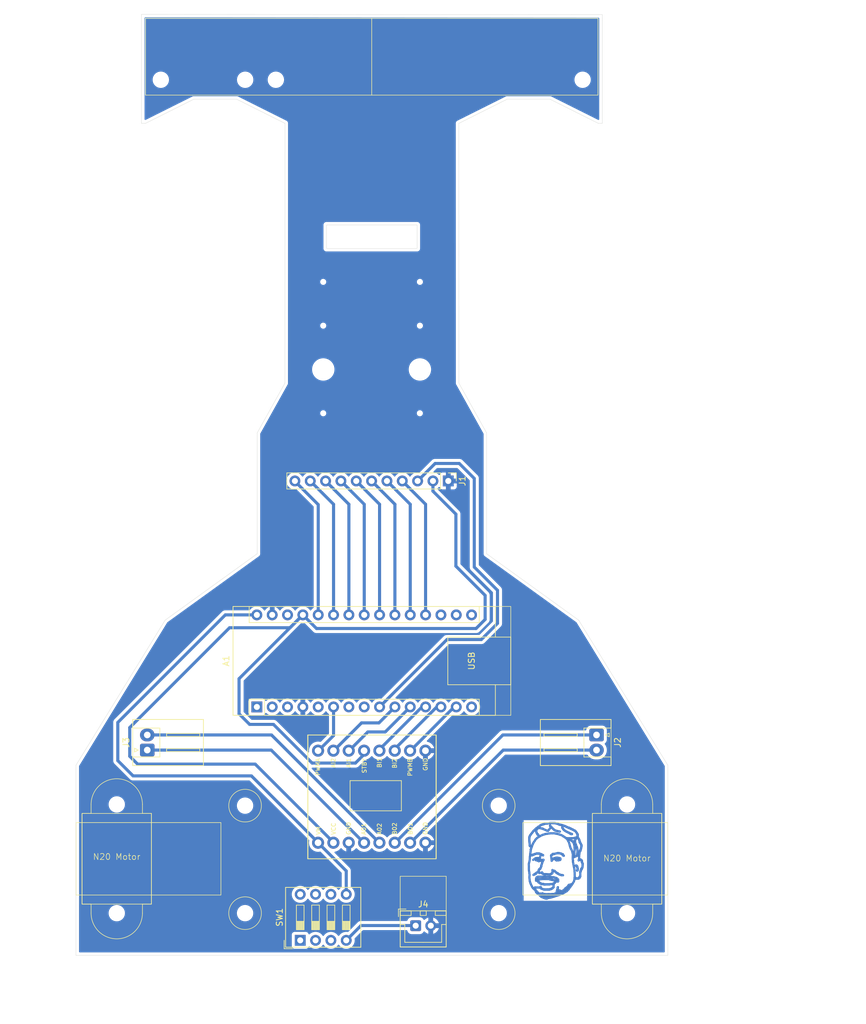
<source format=kicad_pcb>
(kicad_pcb (version 20240108) (generator "pcbnew") (generator_version "8.0")
  (layers (0 "F.Cu" signal) (31 "B.Cu" signal) (34 "B.Paste" user) (35 "F.Paste" user) (36 "B.SilkS" user "B.Silkscreen") (37 "F.SilkS" user "F.Silkscreen") (38 "B.Mask" user) (39 "F.Mask" user) (44 "Edge.Cuts" user))
  (net 0 "")
  (net 2 "PWMB")
  (net 4 "BIN2")
  (net 5 "SENSOR8")
  (net 6 "AIN2")
  (net 7 "SENSOR7")
  (net 9 "PWMA")
  (net 10 "SENSOR4")
  (net 12 "SENSOR3")
  (net 13 "SENSOR1")
  (net 16 "SENSOR5")
  (net 17 "SENSOR6")
  (net 19 "AIN1")
  (net 22 "5V")
  (net 23 "BIN1")
  (net 24 "LED_CTRL")
  (net 25 "SENSOR2")
  (net 26 "7.4V")
  (net 31 "MOTORA1")
  (net 32 "MOTORA2")
  (net 33 "MOTORB1")
  (net 34 "MOTORB2")
  (net 35 "7.4V_SW")
  (net 36 "GND")
  (footprint "MountingHole:MountingHole_3.2mm_M3" (layer "F.Cu") (at 304.649 171.69)
    (property "Reference" "REF**" (hide yes))
    (property "Value" "MountingHole_3.2mm_M3" (hide yes))
  )
  (footprint "Connector_JST:JST_XH_B2B-XH-A_1x02_P2.50mm_Vertical" (layer "F.Cu") (at 303.95 278.275)
    (property "Reference" "J4")
    (property "Value" "Conn_01x02_Pin")
  )
  (footprint "Button_Switch_THT:SW_DIP_SPSTx04_Slide_9.78x12.34mm_W7.62mm_P2.54mm" (layer "F.Cu") (at 284.83 280.7 90)
    (property "Reference" "SW1")
    (property "Value" "SW_DIP_x04")
  )
  (footprint "MountingHole:MountingHole_3.2mm_M3" (layer "F.Cu") (at 304.64 193.44)
    (property "Reference" "REF**" (hide yes))
    (property "Value" "MountingHole_3.2mm_M3" (hide yes))
  )
  (footprint "Connector_JST:JST_XH_S2B-XH-A_1x02_P2.50mm_Horizontal" (layer "F.Cu") (at 333.9 246.7 -90)
    (property "Reference" "J2")
    (property "Value" "Conn_01x02_Pin")
  )
  (footprint "MountingHole:MountingHole_2.2mm_M2" (layer "F.Cu") (at 317.7 276.2)
    (property "Reference" "REF**" (hide yes))
    (property "Value" "MountingHole_2.2mm_M2" (hide yes))
  )
  (footprint "MountingHole:MountingHole_2.2mm_M2" (layer "F.Cu") (at 275.7 276.2)
    (property "Reference" "REF**" (hide yes))
    (property "Value" "MountingHole_2.2mm_M2" (hide yes))
  )
  (footprint "MountingHole:MountingHole_3.2mm_M3" (layer "F.Cu") (at 288.65 186.19)
    (property "Reference" "REF**" (hide yes))
    (property "Value" "MountingHole_3.2mm_M3" (hide yes))
  )
  (footprint "IR_Sensors:QTR_8A" (layer "F.Cu") (at 296.67 125.273)
    (property "Reference" "REF**" (hide yes))
    (property "Value" "QTR_8A")
  )
  (footprint "N20_Motor:N20_Motor_Bracket" (layer "F.Cu") (at 262.7 267.2 -90)
    (property "Reference" "REF**" (hide yes))
    (property "Value" "N20_Motor_Bracket")
  )
  (footprint "MountingHole:MountingHole_2.2mm_M2" (layer "F.Cu") (at 275.7 258.4)
    (property "Reference" "REF**" (hide yes))
    (property "Value" "MountingHole_2.2mm_M2" (hide yes))
  )
  (footprint "MountingHole:MountingHole_3.2mm_M3" (layer "F.Cu") (at 304.65 186.19)
    (property "Reference" "REF**" (hide yes))
    (property "Value" "MountingHole_3.2mm_M3" (hide yes))
  )
  (footprint "Connector_PinHeader_2.54mm:PinHeader_1x11_P2.54mm_Vertical" (layer "F.Cu") (at 309.35 204.65 -90)
    (property "Reference" "J1")
    (property "Value" "Conn_01x11_Socket")
  )
  (footprint "Connector_JST:JST_XH_S2B-XH-A_1x02_P2.50mm_Horizontal" (layer "F.Cu") (at 259.5 249.2 90)
    (property "Reference" "J3")
    (property "Value" "Conn_01x02_Pin")
  )
  (footprint "N20_Motor:N20_Motor_Bracket" (layer "F.Cu") (at 330.7 267.2 90)
    (property "Reference" "REF**" (hide yes))
    (property "Value" "N20_Motor_Bracket")
  )
  (footprint "MountingHole:MountingHole_3.2mm_M3" (layer "F.Cu") (at 304.649 178.94)
    (property "Reference" "REF**" (hide yes))
    (property "Value" "MountingHole_3.2mm_M3" (hide yes))
  )
  (footprint "Motor_Driver:TB6612FNG" (layer "F.Cu") (at 283.775 256.7 90)
    (property "Reference" "U1" (hide yes))
    (property "Value" "TB6612FNG")
  )
  (footprint "MountingHole:MountingHole_3.2mm_M3" (layer "F.Cu") (at 288.64 171.69)
    (property "Reference" "REF**" (hide yes))
    (property "Value" "MountingHole_3.2mm_M3" (hide yes))
  )
  (footprint "Module:Arduino_Nano" (layer "F.Cu") (at 277.65 242.06 90)
    (property "Reference" "A1")
    (property "Value" "Arduino_Nano_v3.x")
  )
  (footprint "MountingHole:MountingHole_3.2mm_M3" (layer "F.Cu") (at 288.64 178.94)
    (property "Reference" "REF**" (hide yes))
    (property "Value" "MountingHole_3.2mm_M3" (hide yes))
  )
  (footprint "MountingHole:MountingHole_2.2mm_M2" (layer "F.Cu") (at 317.7 258.4)
    (property "Reference" "REF**" (hide yes))
    (property "Value" "MountingHole_2.2mm_M2" (hide yes))
  )
  (footprint "MountingHole:MountingHole_3.2mm_M3" (layer "F.Cu") (at 288.64 193.44)
    (property "Reference" "REF**" (hide yes))
    (property "Value" "MountingHole_3.2mm_M3" (hide yes))
  )
  (gr_line (start 331.443452 268.858024) (end 331.444531 268.857029) (stroke (width 0.370416)) (layer "B.Cu") (net 36))
  (gr_line (start 326.768928 267.173275) (end 326.804773 267.154933) (stroke (width 0.370416)) (layer "B.Cu"))
  (gr_line (start 326.931809 270.778361) (end 326.94218 270.779704) (stroke (width 0.370416)) (layer "B.Cu") (net 36))
  (gr_line (start 331.19665 270.092235) (end 331.199771 270.086354) (stroke (width 0.370416)) (layer "B.Cu") (net 36))
  (gr_line (start 324.08998 262.193779) (end 324.09396 262.192705) (stroke (width 0.370416)) (layer "B.Cu") (net 36))
  (gr_line (start 331.5878 268.306251) (end 331.591242 268.204575) (stroke (width 0.370416)) (layer "B.Cu") (net 36))
  (gr_line (start 323.976811 272.79708) (end 323.990837 272.809068) (stroke (width 0.370416)) (layer "B.Cu") (net 36))
  (gr_line (start 325.371996 273.377221) (end 325.374901 273.378917) (stroke (width 0.370416)) (layer "B.Cu") (net 36))
  (gr_line (start 330.597869 268.35133) (end 330.592979 268.348015) (stroke (width 0.370416)) (layer "B.Cu"))
  (gr_line (start 324.999769 267.54119) (end 325.004505 267.535429) (stroke (width 0.370416)) (layer "B.Cu") (net 36))
  (gr_line (start 324.309318 271.026955) (end 324.32312 271.038289) (stroke (width 0.370416)) (layer "B.Cu") (net 36))
  (gr_line (start 330.74108 269.053902) (end 330.73841 269.058182) (stroke (width 0.370416)) (layer "B.Cu"))
  (gr_line (start 326.47398 267.489922) (end 326.475076 267.482072) (stroke (width 0.370416)) (layer "B.Cu"))
  (gr_line (start 327.236332 270.419107) (end 327.23625 270.419924) (stroke (width 0.370416)) (layer "B.Cu") (net 36))
  (gr_line (start 327.373577 261.365835) (end 327.382007 261.369263) (stroke (width 0.370416)) (layer "B.Cu") (net 36))
  (gr_line (start 331.403337 268.854218) (end 331.405045 268.853678) (stroke (width 0.370416)) (layer "B.Cu") (net 36))
  (gr_line (start 328.877984 272.278921) (end 328.790977 272.323389) (stroke (width 0.370416)) (layer "B.Cu") (net 36))
  (gr_line (start 326.554437 267.374958) (end 326.565398 267.363147) (stroke (width 0.370416)) (layer "B.Cu"))
  (gr_line (start 328.3418 266.559871) (end 328.341869 266.562856) (stroke (width 0.370416)) (layer "B.Cu"))
  (gr_line (start 327.267471 272.817494) (end 327.269249 272.816188) (stroke (width 0.370416)) (layer "B.Cu") (net 36))
  (gr_line (start 331.16422 270.112657) (end 331.164901 270.112558) (stroke (width 0.370416)) (layer "B.Cu") (net 36))
  (gr_line (start 329.743068 271.441201) (end 329.729737 271.45461) (stroke (width 0.370416)) (layer "B.Cu") (net 36))
  (gr_line (start 326.897372 273.327463) (end 326.899818 273.32648) (stroke (width 0.370416)) (layer "B.Cu") (net 36))
  (gr_line (start 326.476738 266.564258) (end 326.491772 266.553281) (stroke (width 0.370416)) (layer "B.Cu"))
  (gr_line (start 324.890341 273.061987) (end 324.894793 273.062008) (stroke (width 0.370416)) (layer "B.Cu") (net 36))
  (gr_line (start 326.69744 273.038385) (end 326.714658 273.039087) (stroke (width 0.370416)) (layer "B.Cu") (net 36))
  (gr_line (start 324.872607 266.530702) (end 324.935575 266.554219) (stroke (width 0.370416)) (layer "B.Cu") (net 36))
  (gr_line (start 330.994823 267.380952) (end 330.994251 267.381353) (stroke (width 0.370416)) (layer "B.Cu") (net 36))
  (gr_line (start 331.23177 269.357634) (end 331.235248 269.352035) (stroke (width 0.370416)) (layer "B.Cu") (net 36))
  (gr_line (start 325.450492 273.399247) (end 325.465422 273.398865) (stroke (width 0.370416)) (layer "B.Cu") (net 36))
  (gr_line (start 326.636082 266.434796) (end 326.637823 266.433707) (stroke (width 0.370416)) (layer "B.Cu"))
  (gr_line (start 331.182769 264.50363) (end 331.181567 264.50192) (stroke (width 0.370416)) (layer "B.Cu") (net 36))
  (gr_line (start 326.45175 273.412968) (end 326.495894 273.409164) (stroke (width 0.370416)) (layer "B.Cu") (net 36))
  (gr_line (start 324.579164 270.162282) (end 324.622753 270.163191) (stroke (width 0.370416)) (layer "B.Cu") (net 36))
  (gr_line (start 327.736917 267.072802) (end 327.745063 267.075755) (stroke (width 0.370416)) (layer "B.Cu"))
  (gr_line (start 324.118365 262.195585) (end 324.120565 262.197267) (stroke (width 0.370416)) (layer "B.Cu") (net 36))
  (gr_line (start 330.280546 265.717785) (end 330.209229 266.240774) (stroke (width 0.370416)) (layer "B.Cu") (net 36))
  (gr_line (start 326.939924 271.192002) (end 326.946611 271.189713) (stroke (width 0.370416)) (layer "B.Cu") (net 36))
  (gr_line (start 327.255613 272.917691) (end 327.257332 272.912756) (stroke (width 0.370416)) (layer "B.Cu") (net 36))
  (gr_line (start 327.71104 267.420148) (end 327.6858 267.423939) (stroke (width 0.370416)) (layer "B.Cu"))
  (gr_line (start 327.32 269.540787) (end 327.331877 269.546744) (stroke (width 0.370416)) (layer "B.Cu") (net 36))
  (gr_line (start 326.51495 269.606673) (end 326.518991 269.604266) (stroke (width 0.370416)) (layer "B.Cu") (net 36))
  (gr_line (start 331.016445 270.401841) (end 331.017485 270.400916) (stroke (width 0.370416)) (layer "B.Cu") (net 36))
  (gr_line (start 331.445999 268.854373) (end 331.446502 268.853009) (stroke (width 0.370416)) (layer "B.Cu") (net 36))
  (gr_line (start 327.226453 270.398465) (end 327.229366 270.398611) (stroke (width 0.370416)) (layer "B.Cu") (net 36))
  (gr_line (start 324.222954 270.17453) (end 324.237843 270.17009) (stroke (width 0.370416)) (layer "B.Cu") (net 36))
  (gr_line (start 327.239849 270.403946) (end 327.239908 270.404623) (stroke (width 0.370416)) (layer "B.Cu") (net 36))
  (gr_line (start 327.623557 272.965459) (end 327.621797 272.966522) (stroke (width 0.370416)) (layer "B.Cu") (net 36))
  (gr_line (start 323.532899 262.525213) (end 323.553003 262.508533) (stroke (width 0.370416)) (layer "B.Cu") (net 36))
  (gr_line (start 330.676846 268.452506) (end 330.682736 268.458145) (stroke (width 0.370416)) (layer "B.Cu"))
  (gr_line (start 324.39079 273.113747) (end 324.527666 273.182267) (stroke (width 0.370416)) (layer "B.Cu") (net 36))
  (gr_line (start 325.061723 267.451181) (end 325.064264 267.442789) (stroke (width 0.370416)) (layer "B.Cu") (net 36))
  (gr_line (start 327.2399 270.405339) (end 327.239831 270.40609) (stroke (width 0.370416)) (layer "B.Cu") (net 36))
  (gr_line (start 331.140795 264.464867) (end 331.139562 264.463204) (stroke (width 0.370416)) (layer "B.Cu") (net 36))
  (gr_line (start 326.191721 269.782837) (end 326.223669 269.776871) (stroke (width 0.370416)) (layer "B.Cu") (net 36))
  (gr_line (start 323.567952 266.467107) (end 323.594273 266.454047) (stroke (width 0.370416)) (layer "B.Cu") (net 36))
  (gr_line (start 327.262576 272.888192) (end 327.262711 272.883742) (stroke (width 0.370416)) (layer "B.Cu") (net 36))
  (gr_line (start 331.045022 264.092966) (end 331.03263 264.063787) (stroke (width 0.370416)) (layer "B.Cu") (net 36))
  (gr_line (start 322.797491 263.561143) (end 322.816064 263.506967) (stroke (width 0.370416)) (layer "B.Cu") (net 36))
  (gr_line (start 330.457675 262.685803) (end 330.476895 262.710383) (stroke (width 0.370416)) (layer "B.Cu") (net 36))
  (gr_line (start 331.13925 265.99491) (end 331.153263 265.967819) (stroke (width 0.370416)) (layer "B.Cu") (net 36))
  (gr_line (start 328.660727 262.545662) (end 328.604688 262.505033) (stroke (width 0.370416)) (layer "B.Cu") (net 36))
  (gr_line (start 330.095491 264.523983) (end 330.106838 264.541654) (stroke (width 0.370416)) (layer "B.Cu") (net 36))
  (gr_line (start 330.591692 263.64247) (end 330.543681 263.666964) (stroke (width 0.370416)) (layer "B.Cu") (net 36))
  (gr_line (start 323.954057 270.455826) (end 323.955195 270.453424) (stroke (width 0.370416)) (layer "B.Cu") (net 36))
  (gr_line (start 326.557191 269.58389) (end 326.558457 269.581512) (stroke (width 0.370416)) (layer "B.Cu") (net 36))
  (gr_line (start 324.604255 271.969833) (end 324.606421 271.968738) (stroke (width 0.370416)) (layer "B.Cu") (net 36))
  (gr_line (start 326.953057 273.039273) (end 326.953601 273.038865) (stroke (width 0.370416)) (layer "B.Cu") (net 36))
  (gr_line (start 324.696921 271.305479) (end 324.697816 271.305977) (stroke (width 0.370416)) (layer "B.Cu") (net 36))
  (gr_line (start 323.676051 269.764224) (end 323.733275 269.739142) (stroke (width 0.370416)) (layer "B.Cu") (net 36))
  (gr_line (start 330.998793 267.379974) (end 330.998076 267.379992) (stroke (width 0.370416)) (layer "B.Cu") (net 36))
  (gr_line (start 324.611239 271.901909) (end 324.603392 271.91672) (stroke (width 0.370416)) (layer "B.Cu") (net 36))
  (gr_line (start 324.433743 267.393062) (end 324.429218 267.398098) (stroke (width 0.370416)) (layer "B.Cu") (net 36))
  (gr_line (start 331.463519 268.778295) (end 331.468562 268.772264) (stroke (width 0.370416)) (layer "B.Cu") (net 36))
  (gr_line (start 330.727338 263.09412) (end 330.731859 263.102261) (stroke (width 0.370416)) (layer "B.Cu") (net 36))
  (gr_line (start 323.952676 270.798557) (end 324.025882 270.733466) (stroke (width 0.370416)) (layer "B.Cu") (net 36))
  (gr_line (start 330.728226 268.645844) (end 330.730041 268.655854) (stroke (width 0.370416)) (layer "B.Cu"))
  (gr_line (start 323.96138 262.841121) (end 323.947188 262.800826) (stroke (width 0.370416)) (layer "B.Cu") (net 36))
  (gr_line (start 324.618395 271.871296) (end 324.619604 271.871641) (stroke (width 0.370416)) (layer "B.Cu") (net 36))
  (gr_line (start 331.467826 267.681662) (end 331.46675 267.671871) (stroke (width 0.370416)) (layer "B.Cu") (net 36))
  (gr_line (start 330.611748 268.365456) (end 330.609263 268.361823) (stroke (width 0.370416)) (layer "B.Cu"))
  (gr_line (start 328.364125 266.610769) (end 328.372654 266.622733) (stroke (width 0.370416)) (layer "B.Cu"))
  (gr_line (start 323.278581 266.587401) (end 323.281108 266.586957) (stroke (width 0.370416)) (layer "B.Cu") (net 36))
  (gr_line (start 327.238805 270.401703) (end 327.239201 270.402187) (stroke (width 0.370416)) (layer "B.Cu") (net 36))
  (gr_line (start 329.447628 262.136442) (end 329.453585 262.137855) (stroke (width 0.370416)) (layer "B.Cu") (net 36))
  (gr_line (start 324.659024 272.990673) (end 324.688185 273.004571) (stroke (width 0.370416)) (layer "B.Cu") (net 36))
  (gr_line (start 331.262963 269.270815) (end 331.264502 269.261202) (stroke (width 0.370416)) (layer "B.Cu") (net 36))
  (gr_line (start 324.161169 262.011692) (end 324.178237 261.99889) (stroke (width 0.370416)) (layer "B.Cu") (net 36))
  (gr_line (start 330.511622 268.351491) (end 330.51808 268.357117) (stroke (width 0.370416)) (layer "B.Cu"))
  (gr_line (start 326.062064 261.311304) (end 326.187228 261.292372) (stroke (width 0.370416)) (layer "B.Cu") (net 36))
  (gr_line (start 330.32809 262.556078) (end 330.351758 262.574894) (stroke (width 0.370416)) (layer "B.Cu") (net 36))
  (gr_line (start 330.374498 262.595016) (end 330.396386 262.616307) (stroke (width 0.370416)) (layer "B.Cu") (net 36))
  (gr_line (start 326.593734 272.090678) (end 326.59585 272.088741) (stroke (width 0.370416)) (layer "B.Cu") (net 36))
  (gr_line (start 326.096632 270.163191) (end 326.105886 270.164659) (stroke (width 0.370416)) (layer "B.Cu") (net 36))
  (gr_line (start 330.546776 268.377171) (end 330.562383 268.38609) (stroke (width 0.370416)) (layer "B.Cu"))
  (gr_line (start 324.551437 267.310525) (end 324.552648 267.311654) (stroke (width 0.370416)) (layer "B.Cu") (net 36))
  (gr_line (start 324.194853 270.638637) (end 324.207881 270.636283) (stroke (width 0.370416)) (layer "B.Cu") (net 36))
  (gr_line (start 324.581924 271.249136) (end 324.586341 271.250693) (stroke (width 0.370416)) (layer "B.Cu") (net 36))
  (gr_line (start 327.906559 267.206971) (end 327.90735 267.215984) (stroke (width 0.370416)) (layer "B.Cu"))
  (gr_line (start 323.955195 270.453424) (end 323.956223 270.45097) (stroke (width 0.370416)) (layer "B.Cu") (net 36))
  (gr_line (start 325.495768 273.396824) (end 325.526446 273.393982) (stroke (width 0.370416)) (layer "B.Cu") (net 36))
  (gr_line (start 327.497866 271.925961) (end 327.498852 271.912292) (stroke (width 0.370416)) (layer "B.Cu") (net 36))
  (gr_line (start 324.179485 263.176524) (end 324.176477 263.174036) (stroke (width 0.370416)) (layer "B.Cu") (net 36))
  (gr_line (start 324.679234 271.303466) (end 324.68229 271.303141) (stroke (width 0.370416)) (layer "B.Cu") (net 36))
  (gr_line (start 327.500956 272.983178) (end 327.492281 272.987162) (stroke (width 0.370416)) (layer "B.Cu") (net 36))
  (gr_line (start 327.471209 270.695872) (end 327.473447 270.702762) (stroke (width 0.370416)) (layer "B.Cu") (net 36))
  (gr_line (start 327.479132 270.80725) (end 327.479848 270.807242) (stroke (width 0.370416)) (layer "B.Cu") (net 36))
  (gr_line (start 327.200622 267.036059) (end 327.25307 267.027957) (stroke (width 0.370416)) (layer "B.Cu"))
  (gr_line (start 326.999978 272.992084) (end 327.011657 272.988397) (stroke (width 0.370416)) (layer "B.Cu") (net 36))
  (gr_line (start 324.580826 267.521849) (end 324.567103 267.526177) (stroke (width 0.370416)) (layer "B.Cu") (net 36))
  (gr_line (start 326.981726 272.99998) (end 326.984694 272.998485) (stroke (width 0.370416)) (layer "B.Cu") (net 36))
  (gr_line (start 324.798299 270.56523) (end 324.802785 270.563834) (stroke (width 0.370416)) (layer "B.Cu") (net 36))
  (gr_line (start 324.68229 271.303141) (end 324.685312 271.303006) (stroke (width 0.370416)) (layer "B.Cu") (net 36))
  (gr_line (start 323.943614 267.315706) (end 323.935893 267.301845) (stroke (width 0.370416)) (layer "B.Cu") (net 36))
  (gr_line (start 323.534201 269.828445) (end 323.561634 269.814437) (stroke (width 0.370416)) (layer "B.Cu") (net 36))
  (gr_line (start 323.268219 266.562924) (end 323.243207 266.564741) (stroke (width 0.370416)) (layer "B.Cu") (net 36))
  (gr_line (start 327.529307 272.694411) (end 327.663757 272.921767) (stroke (width 0.370416)) (layer "B.Cu") (net 36))
  (gr_line (start 326.330241 261.269533) (end 326.350351 261.267423) (stroke (width 0.370416)) (layer "B.Cu") (net 36))
  (gr_line (start 327.166379 267.26298) (end 327.168756 267.261091) (stroke (width 0.370416)) (layer "B.Cu"))
  (gr_line (start 327.436704 272.795755) (end 327.445217 272.7893) (stroke (width 0.370416)) (layer "B.Cu") (net 36))
  (gr_line (start 326.124025 270.169181) (end 326.132946 270.172083) (stroke (width 0.370416)) (layer "B.Cu") (net 36))
  (gr_line (start 327.503963 270.894441) (end 327.508058 270.908089) (stroke (width 0.370416)) (layer "B.Cu") (net 36))
  (gr_line (start 326.662849 269.16256) (end 326.824758 269.191175) (stroke (width 0.370416)) (layer "B.Cu") (net 36))
  (gr_line (start 328.309444 261.680558) (end 328.309381 261.681362) (stroke (width 0.370416)) (layer "B.Cu") (net 36))
  (gr_line (start 331.41852 267.473168) (end 331.417353 267.472075) (stroke (width 0.370416)) (layer "B.Cu") (net 36))
  (gr_line (start 325.597415 270.543546) (end 325.70737 270.54502) (stroke (width 0.370416)) (layer "B.Cu") (net 36))
  (gr_line (start 331.158603 270.119735) (end 331.159008 270.11835) (stroke (width 0.370416)) (layer "B.Cu") (net 36))
  (gr_line (start 324.8594 271.369788) (end 324.906938 271.375725) (stroke (width 0.370416)) (layer "B.Cu") (net 36))
  (gr_line (start 331.218677 267.330074) (end 331.185763 267.328417) (stroke (width 0.370416)) (layer "B.Cu") (net 36))
  (gr_line (start 327.051893 270.804438) (end 327.076441 270.812247) (stroke (width 0.370416)) (layer "B.Cu") (net 36))
  (gr_line (start 330.633906 263.714044) (end 330.631044 263.712267) (stroke (width 0.370416)) (layer "B.Cu") (net 36))
  (gr_line (start 330.747606 269.046002) (end 330.74566 269.04789) (stroke (width 0.370416)) (layer "B.Cu"))
  (gr_line (start 327.189115 273.061854) (end 327.18878 273.057338) (stroke (width 0.370416)) (layer "B.Cu") (net 36))
  (gr_line (start 326.370849 261.26597) (end 326.391671 261.265098) (stroke (width 0.370416)) (layer "B.Cu") (net 36))
  (gr_line (start 328.143052 272.722457) (end 328.108042 272.744198) (stroke (width 0.370416)) (layer "B.Cu") (net 36))
  (gr_line (start 327.475421 269.616433) (end 327.477195 269.617549) (stroke (width 0.370416)) (layer "B.Cu") (net 36))
  (gr_line (start 328.309381 261.681362) (end 328.309255 261.682206) (stroke (width 0.370416)) (layer "B.Cu") (net 36))
  (gr_line (start 331.306058 269.12844) (end 331.306169 269.126252) (stroke (width 0.370416)) (layer "B.Cu") (net 36))
  (gr_line (start 330.851537 263.768566) (end 330.849733 263.768252) (stroke (width 0.370416)) (layer "B.Cu") (net 36))
  (gr_line (start 324.023311 270.735752) (end 324.025882 270.733466) (stroke (width 0.370416)) (layer "B.Cu") (net 36))
  (gr_line (start 323.940189 270.475692) (end 323.943683 270.471477) (stroke (width 0.370416)) (layer "B.Cu") (net 36))
  (gr_line (start 331.30367 269.138973) (end 331.304425 269.136927) (stroke (width 0.370416)) (layer "B.Cu") (net 36))
  (gr_line (start 324.46127 267.278769) (end 324.460999 267.281853) (stroke (width 0.370416)) (layer "B.Cu") (net 36))
  (gr_line (start 323.71025 272.139832) (end 323.717947 272.165562) (stroke (width 0.370416)) (layer "B.Cu") (net 36))
  (gr_line (start 331.444271 268.819947) (end 331.444135 268.816925) (stroke (width 0.370416)) (layer "B.Cu") (net 36))
  (gr_line (start 330.997378 267.380061) (end 330.996703 267.380187) (stroke (width 0.370416)) (layer "B.Cu") (net 36))
  (gr_line (start 326.722721 267.200236) (end 326.731016 267.196129) (stroke (width 0.370416)) (layer "B.Cu"))
  (gr_line (start 330.749348 269.044759) (end 330.747606 269.046002) (stroke (width 0.370416)) (layer "B.Cu"))
  (gr_line (start 323.925761 267.22538) (end 323.929134 267.220261) (stroke (width 0.370416)) (layer "B.Cu") (net 36))
  (gr_line (start 327.347019 261.3712) (end 327.349679 261.37075) (stroke (width 0.370416)) (layer "B.Cu") (net 36))
  (gr_line (start 330.176472 266.770356) (end 330.172445 266.796386) (stroke (width 0.370416)) (layer "B.Cu") (net 36))
  (gr_line (start 326.954798 273.037375) (end 326.955064 273.036796) (stroke (width 0.370416)) (layer "B.Cu") (net 36))
  (gr_line (start 328.450083 262.3659) (end 328.434886 262.348578) (stroke (width 0.370416)) (layer "B.Cu") (net 36))
  (gr_line (start 329.245295 271.647897) (end 329.252989 271.632133) (stroke (width 0.370416)) (layer "B.Cu") (net 36))
  (gr_line (start 327.866871 267.357843) (end 327.870033 267.358024) (stroke (width 0.370416)) (layer "B.Cu"))
  (gr_line (start 330.500267 270.452604) (end 330.506404 270.456361) (stroke (width 0.370416)) (layer "B.Cu") (net 36))
  (gr_line (start 329.612193 262.194309) (end 329.613824 262.197072) (stroke (width 0.370416)) (layer "B.Cu") (net 36))
  (gr_line (start 326.750115 261.268515) (end 326.778611 261.267852) (stroke (width 0.370416)) (layer "B.Cu") (net 36))
  (gr_line (start 327.745063 267.075755) (end 327.754651 267.07967) (stroke (width 0.370416)) (layer "B.Cu"))
  (gr_line (start 327.476213 270.806147) (end 327.476696 270.806543) (stroke (width 0.370416)) (layer "B.Cu") (net 36))
  (gr_line (start 326.479161 267.467183) (end 326.482055 267.460104) (stroke (width 0.370416)) (layer "B.Cu"))
  (gr_line (start 331.024766 270.376088) (end 331.026533 270.376549) (stroke (width 0.370416)) (layer "B.Cu") (net 36))
  (gr_line (start 331.377992 265.269871) (end 331.391075 265.178358) (stroke (width 0.370416)) (layer "B.Cu") (net 36))
  (gr_line (start 331.383089 267.457733) (end 331.379942 267.456391) (stroke (width 0.370416)) (layer "B.Cu") (net 36))
  (gr_line (start 325.692454 273.071107) (end 325.825138 273.066023) (stroke (width 0.370416)) (layer "B.Cu") (net 36))
  (gr_line (start 327.184741 261.323596) (end 327.193759 261.326099) (stroke (width 0.370416)) (layer "B.Cu") (net 36))
  (gr_line (start 324.748877 268.393483) (end 324.755229 268.352821) (stroke (width 0.370416)) (layer "B.Cu") (net 36))
  (gr_line (start 324.884423 269.478201) (end 324.884246 269.473797) (stroke (width 0.370416)) (layer "B.Cu") (net 36))
  (gr_line (start 324.67796 266.436236) (end 324.842034 266.51764) (stroke (width 0.370416)) (layer "B.Cu") (net 36))
  (gr_line (start 324.076917 266.308194) (end 324.102583 266.305522) (stroke (width 0.370416)) (layer "B.Cu") (net 36))
  (gr_line (start 330.312907 270.319987) (end 330.31701 270.328409) (stroke (width 0.370416)) (layer "B.Cu") (net 36))
  (gr_line (start 326.975811 273.324732) (end 326.978327 273.325457) (stroke (width 0.370416)) (layer "B.Cu") (net 36))
  (gr_line (start 330.310358 264.242157) (end 330.306825 264.22681) (stroke (width 0.370416)) (layer "B.Cu") (net 36))
  (gr_line (start 330.947473 267.44116) (end 330.946913 267.443809) (stroke (width 0.370416)) (layer "B.Cu") (net 36))
  (gr_line (start 330.361847 270.404568) (end 330.364445 270.404955) (stroke (width 0.370416)) (layer "B.Cu") (net 36))
  (gr_line (start 325.783897 262.567576) (end 325.769068 262.564502) (stroke (width 0.370416)) (layer "B.Cu") (net 36))
  (gr_line (start 330.753932 263.301344) (end 330.755991 263.31679) (stroke (width 0.370416)) (layer "B.Cu") (net 36))
  (gr_line (start 331.446167 268.832263) (end 331.445055 268.826081) (stroke (width 0.370416)) (layer "B.Cu") (net 36))
  (gr_line (start 327.476858 270.718727) (end 327.477046 270.721702) (stroke (width 0.370416)) (layer "B.Cu") (net 36))
  (gr_line (start 326.281605 270.630368) (end 326.307147 270.637051) (stroke (width 0.370416)) (layer "B.Cu") (net 36))
  (gr_line (start 324.10104 272.908116) (end 324.126601 272.934436) (stroke (width 0.370416)) (layer "B.Cu") (net 36))
  (gr_line (start 323.920154 262.435117) (end 323.926218 262.422544) (stroke (width 0.370416)) (layer "B.Cu") (net 36))
  (gr_line (start 325.0918 267.388373) (end 325.095048 267.386698) (stroke (width 0.370416)) (layer "B.Cu") (net 36))
  (gr_line (start 324.571919 268.832159) (end 324.576012 268.828775) (stroke (width 0.370416)) (layer "B.Cu") (net 36))
  (gr_line (start 330.280543 264.220134) (end 330.631044 263.712267) (stroke (width 0.370416)) (layer "B.Cu") (net 36))
  (gr_line (start 324.447651 267.539654) (end 324.434676 267.54168) (stroke (width 0.370416)) (layer "B.Cu") (net 36))
  (gr_line (start 324.289943 269.236075) (end 324.288549 269.244933) (stroke (width 0.370416)) (layer "B.Cu") (net 36))
  (gr_line (start 324.47217 267.208507) (end 324.47864 267.21615) (stroke (width 0.370416)) (layer "B.Cu") (net 36))
  (gr_line (start 331.160455 270.145276) (end 331.159343 270.139095) (stroke (width 0.370416)) (layer "B.Cu") (net 36))
  (gr_line (start 331.039449 270.378947) (end 331.039986 270.378645) (stroke (width 0.370416)) (layer "B.Cu") (net 36))
  (gr_line (start 329.296313 271.579714) (end 329.302552 271.576516) (stroke (width 0.370416)) (layer "B.Cu") (net 36))
  (gr_line (start 326.139125 272.272469) (end 326.145137 272.269717) (stroke (width 0.370416)) (layer "B.Cu") (net 36))
  (gr_line (start 328.274957 266.479381) (end 328.278224 266.478658) (stroke (width 0.370416)) (layer "B.Cu"))
  (gr_line (start 327.190801 273.108829) (end 327.191332 273.106688) (stroke (width 0.370416)) (layer "B.Cu") (net 36))
  (gr_line (start 326.434029 261.264795) (end 326.476911 261.265907) (stroke (width 0.370416)) (layer "B.Cu") (net 36))
  (gr_line (start 326.518991 269.604266) (end 326.52272 269.602219) (stroke (width 0.370416)) (layer "B.Cu") (net 36))
  (gr_line (start 327.293508 272.773826) (end 327.297057 272.759338) (stroke (width 0.370416)) (layer "B.Cu") (net 36))
  (gr_line (start 331.447519 268.841433) (end 331.447181 268.838404) (stroke (width 0.370416)) (layer "B.Cu") (net 36))
  (gr_line (start 327.639558 272.94876) (end 327.636956 272.952259) (stroke (width 0.370416)) (layer "B.Cu") (net 36))
  (gr_line (start 331.420542 267.521744) (end 331.420187 267.520335) (stroke (width 0.370416)) (layer "B.Cu") (net 36))
  (gr_line (start 324.899226 273.062226) (end 324.903636 273.062679) (stroke (width 0.370416)) (layer "B.Cu") (net 36))
  (gr_line (start 326.960799 271.186523) (end 326.968339 271.185687) (stroke (width 0.370416)) (layer "B.Cu") (net 36))
  (gr_line (start 331.390988 268.903132) (end 331.392686 268.896377) (stroke (width 0.370416)) (layer "B.Cu") (net 36))
  (gr_line (start 330.871757 263.787704) (end 330.868891 263.783741) (stroke (width 0.370416)) (layer "B.Cu") (net 36))
  (gr_line (start 323.966379 266.332295) (end 324.013618 266.320415) (stroke (width 0.370416)) (layer "B.Cu") (net 36))
  (gr_line (start 327.190156 273.039636) (end 327.191569 273.034429) (stroke (width 0.370416)) (layer "B.Cu") (net 36))
  (gr_line (start 326.363031 273.417961) (end 326.45175 273.412968) (stroke (width 0.370416)) (layer "B.Cu") (net 36))
  (gr_line (start 324.299583 267.569804) (end 324.281088 267.564149) (stroke (width 0.370416)) (layer "B.Cu") (net 36))
  (gr_line (start 327.259731 272.838835) (end 327.260009 272.834417) (stroke (width 0.370416)) (layer "B.Cu") (net 36))
  (gr_line (start 331.042182 266.331722) (end 331.042906 266.327514) (stroke (width 0.370416)) (layer "B.Cu") (net 36))
  (gr_line (start 330.958049 267.425277) (end 330.956472 267.426489) (stroke (width 0.370416)) (layer "B.Cu") (net 36))
  (gr_line (start 331.169772 264.489896) (end 331.166422 264.487198) (stroke (width 0.370416)) (layer "B.Cu") (net 36))
  (gr_line (start 324.755974 271.348696) (end 324.759058 271.349877) (stroke (width 0.370416)) (layer "B.Cu") (net 36))
  (gr_line (start 326.595849 270.686183) (end 326.762255 270.733727) (stroke (width 0.370416)) (layer "B.Cu") (net 36))
  (gr_line (start 331.158066 270.122566) (end 331.158292 270.121141) (stroke (width 0.370416)) (layer "B.Cu") (net 36))
  (gr_line (start 330.59367 268.391789) (end 330.596877 268.392092) (stroke (width 0.370416)) (layer "B.Cu"))
  (gr_line (start 324.296845 261.966534) (end 324.293897 261.959486) (stroke (width 0.370416)) (layer "B.Cu") (net 36))
  (gr_line (start 326.733392 266.424485) (end 326.739311 266.421413) (stroke (width 0.370416)) (layer "B.Cu"))
  (gr_line (start 328.78704 272.07136) (end 328.793181 272.068713) (stroke (width 0.370416)) (layer "B.Cu") (net 36))
  (gr_line (start 323.952676 270.798557) (end 323.950418 270.773806) (stroke (width 0.370416)) (layer "B.Cu") (net 36))
  (gr_line (start 324.208466 267.531533) (end 324.191556 267.521985) (stroke (width 0.370416)) (layer "B.Cu") (net 36))
  (gr_line (start 326.803352 266.384826) (end 326.806549 266.384038) (stroke (width 0.370416)) (layer "B.Cu"))
  (gr_line (start 324.324888 266.32028) (end 324.352562 266.325651) (stroke (width 0.370416)) (layer "B.Cu") (net 36))
  (gr_line (start 324.931793 272.920771) (end 324.958931 272.939943) (stroke (width 0.370416)) (layer "B.Cu") (net 36))
  (gr_line (start 327.778698 262.6859) (end 327.72471 262.67419) (stroke (width 0.370416)) (layer "B.Cu") (net 36))
  (gr_line (start 324.620951 267.445325) (end 324.616031 267.415602) (stroke (width 0.370416)) (layer "B.Cu") (net 36))
  (gr_line (start 323.859872 267.429586) (end 323.923197 267.230776) (stroke (width 0.370416)) (layer "B.Cu") (net 36))
  (gr_line (start 327.159205 267.274908) (end 327.161032 267.270481) (stroke (width 0.370416)) (layer "B.Cu"))
  (gr_line (start 327.689047 272.919996) (end 327.685966 272.91945) (stroke (width 0.370416)) (layer "B.Cu") (net 36))
  (gr_line (start 326.92866 269.212305) (end 326.936345 269.215995) (stroke (width 0.370416)) (layer "B.Cu") (net 36))
  (gr_line (start 326.981501 273.325289) (end 326.983482 273.324782) (stroke (width 0.370416)) (layer "B.Cu") (net 36))
  (gr_line (start 323.600545 262.484678) (end 323.600414 262.486674) (stroke (width 0.370416)) (layer "B.Cu") (net 36))
  (gr_line (start 326.64287 267.229369) (end 326.652891 267.225373) (stroke (width 0.370416)) (layer "B.Cu"))
  (gr_line (start 324.863798 273.328649) (end 324.895578 273.338892) (stroke (width 0.370416)) (layer "B.Cu") (net 36))
  (gr_line (start 330.759315 263.331586) (end 330.761675 263.338754) (stroke (width 0.370416)) (layer "B.Cu") (net 36))
  (gr_line (start 326.579913 267.344667) (end 326.58405 267.338225) (stroke (width 0.370416)) (layer "B.Cu"))
  (gr_line (start 327.871449 267.358797) (end 327.871321 267.359497) (stroke (width 0.370416)) (layer "B.Cu"))
  (gr_line (start 330.705471 268.491323) (end 330.708445 268.499136) (stroke (width 0.370416)) (layer "B.Cu"))
  (gr_line (start 324.123908 262.198102) (end 324.123536 262.175723) (stroke (width 0.370416)) (layer "B.Cu") (net 36))
  (gr_line (start 330.518818 268.346398) (end 330.527553 268.352416) (stroke (width 0.370416)) (layer "B.Cu"))
  (gr_line (start 329.225563 271.687037) (end 329.229825 271.679435) (stroke (width 0.370416)) (layer "B.Cu") (net 36))
  (gr_line (start 326.539903 273.404335) (end 326.583784 273.398364) (stroke (width 0.370416)) (layer "B.Cu") (net 36))
  (gr_line (start 330.351758 262.574894) (end 330.374498 262.595016) (stroke (width 0.370416)) (layer "B.Cu") (net 36))
  (gr_line (start 327.466426 272.060019) (end 327.474346 272.033553) (stroke (width 0.370416)) (layer "B.Cu") (net 36))
  (gr_line (start 330.749164 263.23883) (end 330.750142 263.26115) (stroke (width 0.370416)) (layer "B.Cu") (net 36))
  (gr_line (start 324.536283 271.23665) (end 324.540728 271.23819) (stroke (width 0.370416)) (layer "B.Cu") (net 36))
  (gr_line (start 329.838483 263.79847) (end 329.696403 263.802896) (stroke (width 0.370416)) (layer "B.Cu") (net 36))
  (gr_line (start 326.885864 273.333986) (end 326.888082 273.332496) (stroke (width 0.370416)) (layer "B.Cu") (net 36))
  (gr_line (start 331.160541 270.161771) (end 331.160868 270.160334) (stroke (width 0.370416)) (layer "B.Cu") (net 36))
  (gr_line (start 329.920438 262.33712) (end 329.937795 262.34586) (stroke (width 0.370416)) (layer "B.Cu") (net 36))
  (gr_line (start 330.240484 265.00046) (end 330.250851 265.059486) (stroke (width 0.370416)) (layer "B.Cu") (net 36))
  (gr_line (start 324.59467 267.516283) (end 324.587733 267.519232) (stroke (width 0.370416)) (layer "B.Cu") (net 36))
  (gr_line (start 325.95695 270.151865) (end 326.004002 270.154434) (stroke (width 0.370416)) (layer "B.Cu") (net 36))
  (gr_line (start 328.339534 266.521349) (end 328.340793 266.524858) (stroke (width 0.370416)) (layer "B.Cu"))
  (gr_line (start 327.661989 272.922867) (end 327.66029 272.924064) (stroke (width 0.370416)) (layer "B.Cu") (net 36))
  (gr_line (start 323.922351 267.267666) (end 323.924227 267.274357) (stroke (width 0.370416)) (layer "B.Cu") (net 36))
  (gr_line (start 324.515824 272.967973) (end 324.527821 272.967142) (stroke (width 0.370416)) (layer "B.Cu") (net 36))
  (gr_line (start 324.1447 263.180542) (end 324.144693 263.184027) (stroke (width 0.370416)) (layer "B.Cu") (net 36))
  (gr_line (start 324.62774 271.287854) (end 324.630486 271.291115) (stroke (width 0.370416)) (layer "B.Cu") (net 36))
  (gr_line (start 324.26617 270.163191) (end 324.287167 270.159541) (stroke (width 0.370416)) (layer "B.Cu") (net 36))
  (gr_line (start 326.56219 261.26995) (end 326.603558 261.271669) (stroke (width 0.370416)) (layer "B.Cu") (net 36))
  (gr_line (start 328.214578 261.665232) (end 328.237171 261.671379) (stroke (width 0.370416)) (layer "B.Cu") (net 36))
  (gr_line (start 330.285201 264.219654) (end 330.283611 264.219905) (stroke (width 0.370416)) (layer "B.Cu") (net 36))
  (gr_line (start 330.283079 265.357322) (end 330.287093 265.477311) (stroke (width 0.370416)) (layer "B.Cu") (net 36))
  (gr_line (start 327.582904 267.430575) (end 327.530946 267.430614) (stroke (width 0.370416)) (layer "B.Cu"))
  (gr_line (start 330.209675 266.409205) (end 330.208783 266.405744) (stroke (width 0.370416)) (layer "B.Cu") (net 36))
  (gr_line (start 326.168059 270.186204) (end 326.185524 270.19371) (stroke (width 0.370416)) (layer "B.Cu") (net 36))
  (gr_line (start 330.611733 268.383669) (end 330.613356 268.380274) (stroke (width 0.370416)) (layer "B.Cu"))
  (gr_line (start 323.69804 272.087437) (end 323.703546 272.113825) (stroke (width 0.370416)) (layer "B.Cu") (net 36))
  (gr_line (start 326.26891 272.213352) (end 326.28681 272.207603) (stroke (width 0.370416)) (layer "B.Cu") (net 36))
  (gr_line (start 324.842034 266.51764) (end 324.857177 266.524392) (stroke (width 0.370416)) (layer "B.Cu") (net 36))
  (gr_line (start 323.488915 266.505889) (end 323.515475 266.493565) (stroke (width 0.370416)) (layer "B.Cu") (net 36))
  (gr_line (start 324.581484 262.126946) (end 324.542477 262.116381) (stroke (width 0.370416)) (layer "B.Cu") (net 36))
  (gr_line (start 323.9257 270.492285) (end 323.932917 270.48398) (stroke (width 0.370416)) (layer "B.Cu") (net 36))
  (gr_line (start 329.252136 262.045927) (end 329.273379 262.050744) (stroke (width 0.370416)) (layer "B.Cu") (net 36))
  (gr_line (start 331.406138 267.465517) (end 331.402956 267.464309) (stroke (width 0.370416)) (layer "B.Cu") (net 36))
  (gr_line (start 326.800004 271.299732) (end 326.806597 271.296845) (stroke (width 0.370416)) (layer "B.Cu") (net 36))
  (gr_line (start 330.298679 270.305686) (end 330.29812 270.304713) (stroke (width 0.370416)) (layer "B.Cu") (net 36))
  (gr_line (start 324.05222 266.312091) (end 324.076917 266.308194) (stroke (width 0.370416)) (layer "B.Cu") (net 36))
  (gr_line (start 328.169751 261.650482) (end 328.192111 261.658215) (stroke (width 0.370416)) (layer "B.Cu") (net 36))
  (gr_line (start 330.066596 264.481629) (end 330.082159 264.504117) (stroke (width 0.370416)) (layer "B.Cu") (net 36))
  (gr_line (start 331.306169 269.126252) (end 331.306182 269.124042) (stroke (width 0.370416)) (layer "B.Cu") (net 36))
  (gr_line (start 328.652283 272.418924) (end 328.64624 272.420161) (stroke (width 0.370416)) (layer "B.Cu") (net 36))
  (gr_line (start 327.348657 272.527862) (end 327.355585 272.516362) (stroke (width 0.370416)) (layer "B.Cu") (net 36))
  (gr_line (start 330.18441 266.591405) (end 330.185434 266.612293) (stroke (width 0.370416)) (layer "B.Cu") (net 36))
  (gr_line (start 324.074873 262.200274) (end 324.075381 262.199856) (stroke (width 0.370416)) (layer "B.Cu") (net 36))
  (gr_line (start 324.015836 262.103524) (end 324.052768 262.081286) (stroke (width 0.370416)) (layer "B.Cu") (net 36))
  (gr_line (start 327.674601 261.51108) (end 327.700417 261.52115) (stroke (width 0.370416)) (layer "B.Cu") (net 36))
  (gr_line (start 324.395909 270.617791) (end 324.408803 270.614863) (stroke (width 0.370416)) (layer "B.Cu") (net 36))
  (gr_line (start 324.342257 271.081943) (end 324.34217 271.078497) (stroke (width 0.370416)) (layer "B.Cu") (net 36))
  (gr_line (start 327.530946 267.430614) (end 327.427874 267.429385) (stroke (width 0.370416)) (layer "B.Cu"))
  (gr_line (start 327.488743 271.980127) (end 327.491675 271.966659) (stroke (width 0.370416)) (layer "B.Cu") (net 36))
  (gr_line (start 326.794022 262.324569) (end 326.765889 262.299042) (stroke (width 0.370416)) (layer "B.Cu") (net 36))
  (gr_line (start 326.773513 266.399181) (end 326.779254 266.395618) (stroke (width 0.370416)) (layer "B.Cu"))
  (gr_line (start 327.071294 261.319921) (end 327.166384 261.319921) (stroke (width 0.370416)) (layer "B.Cu") (net 36))
  (gr_line (start 330.650208 263.718301) (end 330.648131 263.718371) (stroke (width 0.370416)) (layer "B.Cu") (net 36))
  (gr_line (start 330.399406 264.719351) (end 330.394282 264.704129) (stroke (width 0.370416)) (layer "B.Cu") (net 36))
  (gr_line (start 331.173825 270.113778) (end 331.177335 270.114649) (stroke (width 0.370416)) (layer "B.Cu") (net 36))
  (gr_line (start 323.634427 266.43618) (end 323.648092 266.430952) (stroke (width 0.370416)) (layer "B.Cu") (net 36))
  (gr_line (start 323.909587 270.519776) (end 323.910389 270.517231) (stroke (width 0.370416)) (layer "B.Cu") (net 36))
  (gr_line (start 327.238306 270.401277) (end 327.238805 270.401703) (stroke (width 0.370416)) (layer "B.Cu") (net 36))
  (gr_line (start 324.14547 263.187672) (end 324.146972 263.191449) (stroke (width 0.370416)) (layer "B.Cu") (net 36))
  (gr_line (start 331.043242 266.29198) (end 331.042315 266.282751) (stroke (width 0.370416)) (layer "B.Cu") (net 36))
  (gr_line (start 324.370408 267.126974) (end 324.393243 267.140662) (stroke (width 0.370416)) (layer "B.Cu") (net 36))
  (gr_line (start 324.835743 271.366171) (end 324.8594 271.369788) (stroke (width 0.370416)) (layer "B.Cu") (net 36))
  (gr_line (start 331.44775 268.802256) (end 331.449209 268.799285) (stroke (width 0.370416)) (layer "B.Cu") (net 36))
  (gr_line (start 326.993759 272.99439) (end 326.996848 272.993188) (stroke (width 0.370416)) (layer "B.Cu") (net 36))
  (gr_line (start 324.006545 272.815676) (end 324.007187 272.814069) (stroke (width 0.370416)) (layer "B.Cu") (net 36))
  (gr_line (start 331.410932 268.85343) (end 331.413089 268.85371) (stroke (width 0.370416)) (layer "B.Cu") (net 36))
  (gr_line (start 331.390116 268.924978) (end 331.389393 268.923168) (stroke (width 0.370416)) (layer "B.Cu") (net 36))
  (gr_line (start 330.631044 263.712267) (end 330.627984 263.710112) (stroke (width 0.370416)) (layer "B.Cu") (net 36))
  (gr_line (start 324.577433 271.247744) (end 324.581924 271.249136) (stroke (width 0.370416)) (layer "B.Cu") (net 36))
  (gr_line (start 330.693272 268.470342) (end 330.697852 268.476951) (stroke (width 0.370416)) (layer "B.Cu"))
  (gr_line (start 327.498735 270.874172) (end 327.499195 270.876358) (stroke (width 0.370416)) (layer "B.Cu") (net 36))
  (gr_line (start 326.387809 270.65223) (end 326.497001 270.667296) (stroke (width 0.370416)) (layer "B.Cu") (net 36))
  (gr_line (start 330.177566 264.73871) (end 330.185457 264.766895) (stroke (width 0.370416)) (layer "B.Cu") (net 36))
  (gr_line (start 330.994341 270.410918) (end 330.999432 270.409395) (stroke (width 0.370416)) (layer "B.Cu") (net 36))
  (gr_line (start 331.402967 268.926002) (end 331.40231 268.925896) (stroke (width 0.370416)) (layer "B.Cu") (net 36))
  (gr_line (start 322.970175 263.232373) (end 323.000888 263.19005) (stroke (width 0.370416)) (layer "B.Cu") (net 36))
  (gr_line (start 330.299955 270.307101) (end 330.298679 270.305686) (stroke (width 0.370416)) (layer "B.Cu") (net 36))
  (gr_line (start 325.026883 273.372445) (end 325.359694 273.372445) (stroke (width 0.370416)) (layer "B.Cu") (net 36))
  (gr_line (start 330.846726 270.467821) (end 330.855461 270.46579) (stroke (width 0.370416)) (layer "B.Cu") (net 36))
  (gr_line (start 324.805697 273.056212) (end 324.821066 273.060271) (stroke (width 0.370416)) (layer "B.Cu") (net 36))
  (gr_line (start 327.210581 272.993385) (end 327.215822 272.985202) (stroke (width 0.370416)) (layer "B.Cu") (net 36))
  (gr_line (start 327.867582 269.836214) (end 327.920682 269.854211) (stroke (width 0.370416)) (layer "B.Cu") (net 36))
  (gr_line (start 330.946167 270.424689) (end 330.949233 270.423344) (stroke (width 0.370416)) (layer "B.Cu") (net 36))
  (gr_line (start 327.56467 272.967911) (end 327.560136 272.967623) (stroke (width 0.370416)) (layer "B.Cu") (net 36))
  (gr_line (start 324.812932 261.557643) (end 324.825846 261.553136) (stroke (width 0.370416)) (layer "B.Cu") (net 36))
  (gr_line (start 331.224833 269.368617) (end 331.23177 269.357634) (stroke (width 0.370416)) (layer "B.Cu") (net 36))
  (gr_line (start 323.283404 266.586281) (end 323.28545 266.585355) (stroke (width 0.370416)) (layer "B.Cu") (net 36))
  (gr_line (start 330.590289 268.391081) (end 330.59367 268.391789) (stroke (width 0.370416)) (layer "B.Cu"))
  (gr_line (start 324.694826 272.088812) (end 324.718839 272.103264) (stroke (width 0.370416)) (layer "B.Cu") (net 36))
  (gr_line (start 326.751266 273.370798) (end 326.758958 273.371569) (stroke (width 0.370416)) (layer "B.Cu") (net 36))
  (gr_line (start 330.380162 270.389401) (end 330.379259 270.385834) (stroke (width 0.370416)) (layer "B.Cu") (net 36))
  (gr_line (start 326.193677 270.569794) (end 326.193786 270.570457) (stroke (width 0.370416)) (layer "B.Cu") (net 36))
  (gr_line (start 324.622885 267.459175) (end 324.624317 267.471764) (stroke (width 0.370416)) (layer "B.Cu") (net 36))
  (gr_line (start 327.355043 270.539455) (end 327.355448 270.540841) (stroke (width 0.370416)) (layer "B.Cu") (net 36))
  (gr_line (start 329.396675 271.511321) (end 329.399645 271.511665) (stroke (width 0.370416)) (layer "B.Cu") (net 36))
  (gr_line (start 330.38033 270.351062) (end 330.39202 270.360349) (stroke (width 0.370416)) (layer "B.Cu") (net 36))
  (gr_line (start 328.223658 266.443659) (end 328.229085 266.450318) (stroke (width 0.370416)) (layer "B.Cu"))
  (gr_line (start 324.770325 273.29416) (end 324.832356 273.31775) (stroke (width 0.370416)) (layer "B.Cu") (net 36))
  (gr_line (start 324.431011 268.955568) (end 324.4149 268.968213) (stroke (width 0.370416)) (layer "B.Cu") (net 36))
  (gr_line (start 326.601982 266.472676) (end 326.604847 266.469495) (stroke (width 0.370416)) (layer "B.Cu"))
  (gr_line (start 328.425696 266.678889) (end 328.429329 266.680907) (stroke (width 0.370416)) (layer "B.Cu"))
  (gr_line (start 330.302013 264.218526) (end 330.301378 264.218265) (stroke (width 0.370416)) (layer "B.Cu") (net 36))
  (gr_line (start 324.264799 261.912623) (end 324.270802 261.906758) (stroke (width 0.370416)) (layer "B.Cu") (net 36))
  (gr_line (start 324.910036 269.595217) (end 324.908985 269.593987) (stroke (width 0.370416)) (layer "B.Cu") (net 36))
  (gr_line (start 327.846627 267.356464) (end 327.848394 267.357153) (stroke (width 0.370416)) (layer "B.Cu"))
  (gr_line (start 327.404101 267.239206) (end 326.604654 267.252554) (stroke (width 0.370416)) (layer "B.Cu"))
  (gr_line (start 328.3359 266.513731) (end 328.337916 266.517647) (stroke (width 0.370416)) (layer "B.Cu"))
  (gr_line (start 329.437373 271.521251) (end 329.439336 271.520712) (stroke (width 0.370416)) (layer "B.Cu") (net 36))
  (gr_line (start 330.602257 268.354746) (end 330.597869 268.35133) (stroke (width 0.370416)) (layer "B.Cu"))
  (gr_line (start 324.837878 270.549457) (end 324.842302 270.547849) (stroke (width 0.370416)) (layer "B.Cu") (net 36))
  (gr_line (start 327.20269 261.328958) (end 327.211551 261.332109) (stroke (width 0.370416)) (layer "B.Cu") (net 36))
  (gr_line (start 325.186974 271.421209) (end 325.188517 271.421795) (stroke (width 0.370416)) (layer "B.Cu") (net 36))
  (gr_line (start 331.279913 267.351501) (end 331.272043 267.344962) (stroke (width 0.370416)) (layer "B.Cu") (net 36))
  (gr_line (start 327.475421 270.709951) (end 327.476057 270.712849) (stroke (width 0.370416)) (layer "B.Cu") (net 36))
  (gr_line (start 327.492281 272.987162) (end 327.475131 272.995334) (stroke (width 0.370416)) (layer "B.Cu") (net 36))
  (gr_line (start 330.562383 268.38609) (end 330.578479 268.394546) (stroke (width 0.370416)) (layer "B.Cu"))
  (gr_line (start 326.551032 269.591181) (end 326.552302 269.59021) (stroke (width 0.370416)) (layer "B.Cu") (net 36))
  (gr_line (start 328.342039 266.554149) (end 328.3418 266.559871) (stroke (width 0.370416)) (layer "B.Cu"))
  (gr_line (start 324.849995 273.064456) (end 324.854461 273.064397) (stroke (width 0.370416)) (layer "B.Cu") (net 36))
  (gr_line (start 327.18946 267.381788) (end 327.18186 267.369048) (stroke (width 0.370416)) (layer "B.Cu"))
  (gr_line (start 326.826262 270.767232) (end 326.836654 270.768848) (stroke (width 0.370416)) (layer "B.Cu") (net 36))
  (gr_line (start 324.539985 267.531852) (end 324.526574 267.533565) (stroke (width 0.370416)) (layer "B.Cu") (net 36))
  (gr_line (start 326.156922 272.263571) (end 326.168501 272.256861) (stroke (width 0.370416)) (layer "B.Cu") (net 36))
  (gr_line (start 331.124834 264.431685) (end 331.120102 264.418495) (stroke (width 0.370416)) (layer "B.Cu") (net 36))
  (gr_line (start 324.408097 269.518041) (end 324.420674 269.532564) (stroke (width 0.370416)) (layer "B.Cu") (net 36))
  (gr_line (start 323.971939 269.513964) (end 323.979515 269.503347) (stroke (width 0.370416)) (layer "B.Cu") (net 36))
  (gr_line (start 326.554749 269.587613) (end 326.555961 269.585911) (stroke (width 0.370416)) (layer "B.Cu") (net 36))
  (gr_line (start 324.176477 263.174036) (end 324.173513 263.171863) (stroke (width 0.370416)) (layer "B.Cu") (net 36))
  (gr_line (start 328.91819 271.98974) (end 328.938662 271.971498) (stroke (width 0.370416)) (layer "B.Cu") (net 36))
  (gr_line (start 327.627514 272.55561) (end 327.641828 272.540411) (stroke (width 0.370416)) (layer "B.Cu") (net 36))
  (gr_line (start 331.444641 268.811025) (end 331.444969 268.809589) (stroke (width 0.370416)) (layer "B.Cu") (net 36))
  (gr_line (start 326.767818 270.740286) (end 326.770457 270.743796) (stroke (width 0.370416)) (layer "B.Cu") (net 36))
  (gr_line (start 327.704386 272.922027) (end 327.701364 272.921891) (stroke (width 0.370416)) (layer "B.Cu") (net 36))
  (gr_line (start 329.902807 262.329085) (end 329.920438 262.33712) (stroke (width 0.370416)) (layer "B.Cu") (net 36))
  (gr_line (start 324.107897 267.070685) (end 324.163935 267.071199) (stroke (width 0.370416)) (layer "B.Cu") (net 36))
  (gr_line (start 324.032487 270.721144) (end 324.032346 270.718471) (stroke (width 0.370416)) (layer "B.Cu") (net 36))
  (gr_line (start 323.995326 262.316463) (end 324.012064 262.293679) (stroke (width 0.370416)) (layer "B.Cu") (net 36))
  (gr_line (start 326.577204 269.529216) (end 326.581371 269.515274) (stroke (width 0.370416)) (layer "B.Cu") (net 36))
  (gr_line (start 324.100977 262.191586) (end 324.104039 262.19147) (stroke (width 0.370416)) (layer "B.Cu") (net 36))
  (gr_line (start 324.88493 269.483983) (end 324.884423 269.478201) (stroke (width 0.370416)) (layer "B.Cu") (net 36))
  (gr_line (start 326.833572 273.372448) (end 326.836083 273.371537) (stroke (width 0.370416)) (layer "B.Cu") (net 36))
  (gr_line (start 323.771326 267.155261) (end 323.825073 267.132362) (stroke (width 0.370416)) (layer "B.Cu") (net 36))
  (gr_line (start 327.615255 262.652901) (end 327.504764 262.632486) (stroke (width 0.370416)) (layer "B.Cu") (net 36))
  (gr_line (start 331.358296 267.440613) (end 331.350844 267.433339) (stroke (width 0.370416)) (layer "B.Cu") (net 36))
  (gr_line (start 329.811599 264.242576) (end 329.838411 264.262024) (stroke (width 0.370416)) (layer "B.Cu") (net 36))
  (gr_line (start 325.776168 273.416496) (end 325.82037 273.41899) (stroke (width 0.370416)) (layer "B.Cu") (net 36))
  (gr_line (start 330.547952 265.096678) (end 330.541227 265.088185) (stroke (width 0.370416)) (layer "B.Cu") (net 36))
  (gr_line (start 331.254237 269.311044) (end 331.255212 269.307389) (stroke (width 0.370416)) (layer "B.Cu") (net 36))
  (gr_line (start 324.328318 262.007027) (end 324.123536 262.175723) (stroke (width 0.370416)) (layer "B.Cu") (net 36))
  (gr_line (start 324.542506 267.301327) (end 324.551437 267.310525) (stroke (width 0.370416)) (layer "B.Cu") (net 36))
  (gr_line (start 326.212007 270.20382) (end 326.220983 270.206581) (stroke (width 0.370416)) (layer "B.Cu") (net 36))
  (gr_line (start 327.476057 270.712849) (end 327.476532 270.715775) (stroke (width 0.370416)) (layer "B.Cu") (net 36))
  (gr_line (start 326.291302 270.219883) (end 326.344386 270.229885) (stroke (width 0.370416)) (layer "B.Cu") (net 36))
  (gr_line (start 329.309308 271.573358) (end 329.31644 271.570243) (stroke (width 0.370416)) (layer "B.Cu") (net 36))
  (gr_line (start 326.839373 266.381893) (end 326.845333 266.382157) (stroke (width 0.370416)) (layer "B.Cu"))
  (gr_line (start 330.731283 263.734828) (end 330.726969 263.731553) (stroke (width 0.370416)) (layer "B.Cu") (net 36))
  (gr_line (start 326.452429 270.250611) (end 326.506756 270.260413) (stroke (width 0.370416)) (layer "B.Cu") (net 36))
  (gr_line (start 324.610466 267.386117) (end 324.616031 267.415602) (stroke (width 0.370416)) (layer "B.Cu") (net 36))
  (gr_line (start 327.187513 273.116228) (end 327.190156 273.110952) (stroke (width 0.370416)) (layer "B.Cu") (net 36))
  (gr_line (start 326.595223 267.292201) (end 326.593996 267.285931) (stroke (width 0.370416)) (layer "B.Cu"))
  (gr_line (start 323.443149 262.615408) (end 323.45988 262.596565) (stroke (width 0.370416)) (layer "B.Cu") (net 36))
  (gr_line (start 331.376924 267.454877) (end 331.375474 267.454043) (stroke (width 0.370416)) (layer "B.Cu") (net 36))
  (gr_line (start 324.894793 273.062008) (end 324.899226 273.062226) (stroke (width 0.370416)) (layer "B.Cu") (net 36))
  (gr_line (start 330.36573 270.365363) (end 330.357299 270.356502) (stroke (width 0.370416)) (layer "B.Cu") (net 36))
  (gr_line (start 328.848682 272.044867) (end 328.854213 272.041199) (stroke (width 0.370416)) (layer "B.Cu") (net 36))
  (gr_line (start 323.928103 270.782546) (end 323.930327 270.782271) (stroke (width 0.370416)) (layer "B.Cu") (net 36))
  (gr_line (start 331.447218 268.850217) (end 331.447444 268.848792) (stroke (width 0.370416)) (layer "B.Cu") (net 36))
  (gr_line (start 327.647232 272.938027) (end 327.642112 272.945183) (stroke (width 0.370416)) (layer "B.Cu") (net 36))
  (gr_line (start 324.374924 270.153377) (end 324.397525 270.153458) (stroke (width 0.370416)) (layer "B.Cu") (net 36))
  (gr_line (start 331.513523 268.718797) (end 331.515197 268.71593) (stroke (width 0.370416)) (layer "B.Cu") (net 36))
  (gr_line (start 328.313317 266.484521) (end 328.31852 266.490178) (stroke (width 0.370416)) (layer "B.Cu"))
  (gr_line (start 327.100162 269.357122) (end 327.1506 269.406251) (stroke (width 0.370416)) (layer "B.Cu") (net 36))
  (gr_line (start 326.955547 273.032637) (end 326.955376 273.031045) (stroke (width 0.370416)) (layer "B.Cu") (net 36))
  (gr_line (start 327.84849 267.342392) (end 327.846191 267.345651) (stroke (width 0.370416)) (layer "B.Cu"))
  (gr_line (start 327.50294 270.810135) (end 327.503784 270.811985) (stroke (width 0.370416)) (layer "B.Cu") (net 36))
  (gr_line (start 327.222428 267.420969) (end 327.218341 267.417488) (stroke (width 0.370416)) (layer "B.Cu"))
  (gr_line (start 327.379547 272.397832) (end 327.37926 272.391822) (stroke (width 0.370416)) (layer "B.Cu") (net 36))
  (gr_line (start 327.259696 272.843282) (end 327.259731 272.838835) (stroke (width 0.370416)) (layer "B.Cu") (net 36))
  (gr_line (start 331.042906 266.327514) (end 331.043818 266.318913) (stroke (width 0.370416)) (layer "B.Cu") (net 36))
  (gr_line (start 324.243647 263.253173) (end 324.244556 263.252082) (stroke (width 0.370416)) (layer "B.Cu") (net 36))
  (gr_line (start 322.782811 263.620125) (end 322.797491 263.561143) (stroke (width 0.370416)) (layer "B.Cu") (net 36))
  (gr_line (start 327.353057 270.488202) (end 327.354993 270.491992) (stroke (width 0.370416)) (layer "B.Cu") (net 36))
  (gr_line (start 323.599363 262.491131) (end 323.597943 262.495436) (stroke (width 0.370416)) (layer "B.Cu") (net 36))
  (gr_line (start 327.296659 269.528132) (end 327.308252 269.534599) (stroke (width 0.370416)) (layer "B.Cu") (net 36))
  (gr_line (start 326.894978 273.328565) (end 326.897372 273.327463) (stroke (width 0.370416)) (layer "B.Cu") (net 36))
  (gr_line (start 324.461073 267.272907) (end 324.46123 267.274328) (stroke (width 0.370416)) (layer "B.Cu") (net 36))
  (gr_line (start 330.571227 268.382509) (end 330.57923 268.386821) (stroke (width 0.370416)) (layer "B.Cu"))
  (gr_line (start 324.709295 266.434445) (end 324.722301 266.437833) (stroke (width 0.370416)) (layer "B.Cu") (net 36))
  (gr_line (start 331.056477 267.358313) (end 331.056931 267.358792) (stroke (width 0.370416)) (layer "B.Cu") (net 36))
  (gr_line (start 327.088612 273.237016) (end 327.116348 273.205749) (stroke (width 0.370416)) (layer "B.Cu") (net 36))
  (gr_line (start 326.508408 267.421518) (end 326.519496 267.409667) (stroke (width 0.370416)) (layer "B.Cu"))
  (gr_line (start 326.77447 273.373477) (end 326.78994 273.375256) (stroke (width 0.370416)) (layer "B.Cu") (net 36))
  (gr_line (start 324.077021 262.219726) (end 324.077017 262.218929) (stroke (width 0.370416)) (layer "B.Cu") (net 36))
  (gr_line (start 326.239265 270.210735) (end 326.291302 270.219883) (stroke (width 0.370416)) (layer "B.Cu") (net 36))
  (gr_line (start 328.833431 272.339151) (end 328.793928 272.363627) (stroke (width 0.370416)) (layer "B.Cu") (net 36))
  (gr_line (start 326.633245 267.233695) (end 326.64287 267.229369) (stroke (width 0.370416)) (layer "B.Cu"))
  (gr_line (start 328.054379 272.774903) (end 328.03603 272.784395) (stroke (width 0.370416)) (layer "B.Cu") (net 36))
  (gr_line (start 331.142099 264.466479) (end 331.140795 264.464867) (stroke (width 0.370416)) (layer "B.Cu") (net 36))
  (gr_line (start 329.44839 271.499729) (end 329.448519 271.494436) (stroke (width 0.370416)) (layer "B.Cu") (net 36))
  (gr_line (start 330.346281 264.451511) (end 330.320014 264.294232) (stroke (width 0.370416)) (layer "B.Cu") (net 36))
  (gr_line (start 330.732218 268.665542) (end 330.74278 268.704653) (stroke (width 0.370416)) (layer "B.Cu"))
  (gr_line (start 324.051046 267.074889) (end 324.107897 267.070685) (stroke (width 0.370416)) (layer "B.Cu") (net 36))
  (gr_line (start 325.813717 270.149787) (end 325.909503 270.150323) (stroke (width 0.370416)) (layer "B.Cu") (net 36))
  (gr_line (start 328.274964 261.676454) (end 328.278041 261.676001) (stroke (width 0.370416)) (layer "B.Cu") (net 36))
  (gr_line (start 329.514046 262.149952) (end 329.519834 262.151948) (stroke (width 0.370416)) (layer "B.Cu") (net 36))
  (gr_line (start 328.712983 272.407221) (end 328.70711 272.408882) (stroke (width 0.370416)) (layer "B.Cu") (net 36))
  (gr_line (start 331.525388 267.846012) (end 331.507664 267.807975) (stroke (width 0.370416)) (layer "B.Cu") (net 36))
  (gr_line (start 330.614336 268.376555) (end 330.614351 268.372836) (stroke (width 0.370416)) (layer "B.Cu"))
  (gr_line (start 329.446553 271.511656) (end 329.447396 271.5083) (stroke (width 0.370416)) (layer "B.Cu") (net 36))
  (gr_line (start 330.188006 266.654076) (end 330.188383 266.664496) (stroke (width 0.370416)) (layer "B.Cu") (net 36))
  (gr_line (start 330.463872 264.838448) (end 330.458857 264.822306) (stroke (width 0.370416)) (layer "B.Cu") (net 36))
  (gr_line (start 331.26798 267.341972) (end 331.263825 267.339187) (stroke (width 0.370416)) (layer "B.Cu") (net 36))
  (gr_line (start 331.243213 267.332112) (end 331.218677 267.330074) (stroke (width 0.370416)) (layer "B.Cu") (net 36))
  (gr_line (start 331.205906 265.911729) (end 331.206834 265.909879) (stroke (width 0.370416)) (layer "B.Cu") (net 36))
  (gr_line (start 326.263817 273.072793) (end 326.341852 273.074407) (stroke (width 0.370416)) (layer "B.Cu") (net 36))
  (gr_line (start 328.387988 266.642652) (end 328.394834 266.650771) (stroke (width 0.370416)) (layer "B.Cu"))
  (gr_line (start 331.029737 267.354273) (end 331.030705 267.355513) (stroke (width 0.370416)) (layer "B.Cu") (net 36))
  (gr_line (start 324.352531 270.153848) (end 324.374924 270.153377) (stroke (width 0.370416)) (layer "B.Cu") (net 36))
  (gr_line (start 330.495633 262.735438) (end 330.531963 262.786426) (stroke (width 0.370416)) (layer "B.Cu") (net 36))
  (gr_line (start 329.838411 264.262024) (end 329.883205 264.293804) (stroke (width 0.370416)) (layer "B.Cu") (net 36))
  (gr_line (start 328.30745 261.700277) (end 328.309572 261.700927) (stroke (width 0.370416)) (layer "B.Cu") (net 36))
  (gr_line (start 330.831218 263.772553) (end 330.828503 263.773232) (stroke (width 0.370416)) (layer "B.Cu") (net 36))
  (gr_line (start 327.516356 269.658838) (end 327.519569 269.661521) (stroke (width 0.370416)) (layer "B.Cu") (net 36))
  (gr_line (start 330.106838 264.541654) (end 330.116445 264.557559) (stroke (width 0.370416)) (layer "B.Cu") (net 36))
  (gr_line (start 327.309017 270.947679) (end 327.503963 270.894441) (stroke (width 0.370416)) (layer "B.Cu") (net 36))
  (gr_line (start 324.118933 267.473608) (end 324.114342 267.470536) (stroke (width 0.370416)) (layer "B.Cu") (net 36))
  (gr_line (start 324.344431 267.577147) (end 324.335711 267.576565) (stroke (width 0.370416)) (layer "B.Cu") (net 36))
  (gr_line (start 327.290814 261.362891) (end 327.299862 261.36539) (stroke (width 0.370416)) (layer "B.Cu") (net 36))
  (gr_line (start 324.393683 262.053908) (end 324.375979 262.04315) (stroke (width 0.370416)) (layer "B.Cu") (net 36))
  (gr_line (start 324.198237 263.196355) (end 324.191882 263.189013) (stroke (width 0.370416)) (layer "B.Cu") (net 36))
  (gr_line (start 324.81218 271.362019) (end 324.835743 271.366171) (stroke (width 0.370416)) (layer "B.Cu") (net 36))
  (gr_line (start 330.184245 266.570566) (end 330.184188 266.580977) (stroke (width 0.370416)) (layer "B.Cu") (net 36))
  (gr_line (start 325.858909 262.57985) (end 326.386181 261.934733) (stroke (width 0.370416)) (layer "B.Cu") (net 36))
  (gr_line (start 327.142911 273.174519) (end 327.165759 273.146316) (stroke (width 0.370416)) (layer "B.Cu") (net 36))
  (gr_line (start 323.920154 267.254659) (end 323.91992 267.248388) (stroke (width 0.370416)) (layer "B.Cu") (net 36))
  (gr_line (start 328.283676 272.635506) (end 328.247813 272.656302) (stroke (width 0.370416)) (layer "B.Cu") (net 36))
  (gr_line (start 324.369482 267.575789) (end 324.36134 267.576786) (stroke (width 0.370416)) (layer "B.Cu") (net 36))
  (gr_line (start 324.436272 267.172966) (end 324.456348 267.191664) (stroke (width 0.370416)) (layer "B.Cu") (net 36))
  (gr_line (start 326.833653 270.280454) (end 326.845507 270.281068) (stroke (width 0.370416)) (layer "B.Cu") (net 36))
  (gr_line (start 326.41946 273.073967) (end 326.458001 273.072702) (stroke (width 0.370416)) (layer "B.Cu") (net 36))
  (gr_line (start 327.537145 272.970277) (end 327.527805 272.972844) (stroke (width 0.370416)) (layer "B.Cu") (net 36))
  (gr_line (start 324.289893 267.21096) (end 324.329663 267.219068) (stroke (width 0.370416)) (layer "B.Cu") (net 36))
  (gr_line (start 330.629958 265.27038) (end 330.609828 265.21995) (stroke (width 0.370416)) (layer "B.Cu") (net 36))
  (gr_line (start 324.083162 270.23158) (end 324.113472 270.217557) (stroke (width 0.370416)) (layer "B.Cu") (net 36))
  (gr_line (start 331.040895 270.37775) (end 331.041259 270.377142) (stroke (width 0.370416)) (layer "B.Cu") (net 36))
  (gr_line (start 325.044468 266.615197) (end 325.050654 266.621127) (stroke (width 0.370416)) (layer "B.Cu") (net 36))
  (gr_line (start 327.471165 270.791241) (end 327.471666 270.794076) (stroke (width 0.370416)) (layer "B.Cu") (net 36))
  (gr_line (start 330.776194 268.828046) (end 330.780433 268.849201) (stroke (width 0.370416)) (layer "B.Cu"))
  (gr_line (start 323.976383 262.879892) (end 323.96138 262.841121) (stroke (width 0.370416)) (layer "B.Cu") (net 36))
  (gr_line (start 328.838725 262.654588) (end 328.778005 262.620132) (stroke (width 0.370416)) (layer "B.Cu") (net 36))
  (gr_line (start 330.617414 263.701096) (end 330.613356 263.697146) (stroke (width 0.370416)) (layer "B.Cu") (net 36))
  (gr_line (start 328.467925 272.409531) (end 328.507474 272.381327) (stroke (width 0.370416)) (layer "B.Cu") (net 36))
  (gr_line (start 325.391966 273.390115) (end 325.394879 273.391765) (stroke (width 0.370416)) (layer "B.Cu") (net 36))
  (gr_line (start 331.421613 267.476926) (end 331.420654 267.475588) (stroke (width 0.370416)) (layer "B.Cu") (net 36))
  (gr_line (start 326.191905 270.578891) (end 326.191271 270.580746) (stroke (width 0.370416)) (layer "B.Cu") (net 36))
  (gr_line (start 330.849733 263.768252) (end 330.847938 263.768182) (stroke (width 0.370416)) (layer "B.Cu") (net 36))
  (gr_line (start 326.857344 261.272377) (end 326.884153 261.277426) (stroke (width 0.370416)) (layer "B.Cu") (net 36))
  (gr_line (start 324.633342 271.294225) (end 324.636341 271.297139) (stroke (width 0.370416)) (layer "B.Cu") (net 36))
  (gr_line (start 330.995423 267.380627) (end 330.994823 267.380952) (stroke (width 0.370416)) (layer "B.Cu") (net 36))
  (gr_line (start 327.35443 270.529266) (end 327.354276 270.532252) (stroke (width 0.370416)) (layer "B.Cu") (net 36))
  (gr_line (start 327.236359 270.400299) (end 327.237699 270.400912) (stroke (width 0.370416)) (layer "B.Cu") (net 36))
  (gr_line (start 330.892097 270.451613) (end 330.915726 270.44) (stroke (width 0.370416)) (layer "B.Cu") (net 36))
  (gr_line (start 323.912462 267.232396) (end 323.940743 267.209446) (stroke (width 0.370416)) (layer "B.Cu") (net 36))
  (gr_line (start 324.91237 269.597398) (end 324.911166 269.596351) (stroke (width 0.370416)) (layer "B.Cu") (net 36))
  (gr_line (start 324.46123 267.274328) (end 324.461311 267.27578) (stroke (width 0.370416)) (layer "B.Cu") (net 36))
  (gr_line (start 329.088931 261.982836) (end 329.149402 262.008153) (stroke (width 0.370416)) (layer "B.Cu") (net 36))
  (gr_line (start 324.215701 263.245752) (end 324.225294 263.249923) (stroke (width 0.370416)) (layer "B.Cu") (net 36))
  (gr_line (start 326.836416 271.277509) (end 326.847248 271.268102) (stroke (width 0.370416)) (layer "B.Cu") (net 36))
  (gr_line (start 326.620975 266.449113) (end 326.623746 266.44587) (stroke (width 0.370416)) (layer "B.Cu"))
  (gr_line (start 327.527805 272.972844) (end 327.518684 272.975917) (stroke (width 0.370416)) (layer "B.Cu") (net 36))
  (gr_line (start 331.05602 267.360451) (end 331.052201 267.363291) (stroke (width 0.370416)) (layer "B.Cu") (net 36))
  (gr_line (start 326.962884 273.31859) (end 326.967489 273.320045) (stroke (width 0.370416)) (layer "B.Cu") (net 36))
  (gr_line (start 324.884624 267.912966) (end 324.908021 267.833513) (stroke (width 0.370416)) (layer "B.Cu") (net 36))
  (gr_line (start 326.822675 262.349462) (end 326.794022 262.324569) (stroke (width 0.370416)) (layer "B.Cu") (net 36))
  (gr_line (start 325.076148 267.405753) (end 325.077777 267.402732) (stroke (width 0.370416)) (layer "B.Cu") (net 36))
  (gr_line (start 326.643393 266.430953) (end 326.645473 266.430189) (stroke (width 0.370416)) (layer "B.Cu"))
  (gr_line (start 331.190163 270.103895) (end 331.19665 270.092235) (stroke (width 0.370416)) (layer "B.Cu") (net 36))
  (gr_line (start 325.754433 262.560738) (end 325.747205 262.558533) (stroke (width 0.370416)) (layer "B.Cu") (net 36))
  (gr_line (start 326.189935 270.586023) (end 326.189874 270.586816) (stroke (width 0.370416)) (layer "B.Cu") (net 36))
  (gr_line (start 329.278418 262.872477) (end 329.152769 262.811319) (stroke (width 0.370416)) (layer "B.Cu") (net 36))
  (gr_line (start 327.470815 270.788373) (end 327.471165 270.791241) (stroke (width 0.370416)) (layer "B.Cu") (net 36))
  (gr_line (start 324.446907 262.0814) (end 324.429528 262.0731) (stroke (width 0.370416)) (layer "B.Cu") (net 36))
  (gr_line (start 330.282055 264.220073) (end 330.280543 264.220134) (stroke (width 0.370416)) (layer "B.Cu") (net 36))
  (gr_line (start 322.933529 265.124532) (end 322.90743 265.102515) (stroke (width 0.370416)) (layer "B.Cu") (net 36))
  (gr_line (start 326.738469 270.282699) (end 326.762291 270.281657) (stroke (width 0.370416)) (layer "B.Cu") (net 36))
  (gr_line (start 324.323366 267.429048) (end 324.304994 267.429368) (stroke (width 0.370416)) (layer "B.Cu") (net 36))
  (gr_line (start 331.444531 268.857029) (end 331.445389 268.855714) (stroke (width 0.370416)) (layer "B.Cu") (net 36))
  (gr_line (start 331.049655 270.349314) (end 331.050788 270.343031) (stroke (width 0.370416)) (layer "B.Cu") (net 36))
  (gr_line (start 324.236468 273.023887) (end 324.26583 273.043204) (stroke (width 0.370416)) (layer "B.Cu") (net 36))
  (gr_line (start 322.901087 265.096873) (end 322.894904 265.091111) (stroke (width 0.370416)) (layer "B.Cu") (net 36))
  (gr_line (start 330.804285 270.471806) (end 330.816634 270.471303) (stroke (width 0.370416)) (layer "B.Cu") (net 36))
  (gr_line (start 324.936934 269.637748) (end 324.932827 269.634619) (stroke (width 0.370416)) (layer "B.Cu") (net 36))
  (gr_line (start 330.396386 262.616307) (end 330.417495 262.638627) (stroke (width 0.370416)) (layer "B.Cu") (net 36))
  (gr_line (start 326.955423 273.035531) (end 326.955522 273.03485) (stroke (width 0.370416)) (layer "B.Cu") (net 36))
  (gr_line (start 326.197445 272.239916) (end 326.20337 272.236846) (stroke (width 0.370416)) (layer "B.Cu") (net 36))
  (gr_line (start 324.387859 267.421109) (end 324.3807 267.422943) (stroke (width 0.370416)) (layer "B.Cu") (net 36))
  (gr_line (start 327.15682 267.290457) (end 327.157124 267.284933) (stroke (width 0.370416)) (layer "B.Cu"))
  (gr_line (start 331.153263 265.967819) (end 331.16012 265.955507) (stroke (width 0.370416)) (layer "B.Cu") (net 36))
  (gr_line (start 324.310782 269.358382) (end 324.320479 269.380426) (stroke (width 0.370416)) (layer "B.Cu") (net 36))
  (gr_line (start 324.697816 271.305977) (end 324.698685 271.306516) (stroke (width 0.370416)) (layer "B.Cu") (net 36))
  (gr_line (start 331.161374 270.154434) (end 331.161238 270.151411) (stroke (width 0.370416)) (layer "B.Cu") (net 36))
  (gr_line (start 326.611816 267.246464) (end 326.615733 267.243649) (stroke (width 0.370416)) (layer "B.Cu"))
  (gr_line (start 331.400951 264.984318) (end 331.397842 264.957073) (stroke (width 0.370416)) (layer "B.Cu") (net 36))
  (gr_line (start 327.657075 272.926723) (end 327.65555 272.928169) (stroke (width 0.370416)) (layer "B.Cu") (net 36))
  (gr_line (start 330.320014 264.294232) (end 330.310358 264.242157) (stroke (width 0.370416)) (layer "B.Cu") (net 36))
  (gr_line (start 324.465451 268.930583) (end 324.431011 268.955568) (stroke (width 0.370416)) (layer "B.Cu") (net 36))
  (gr_line (start 330.698169 266.421202) (end 330.717551 266.271886) (stroke (width 0.370416)) (layer "B.Cu") (net 36))
  (gr_line (start 324.717842 271.328033) (end 324.720798 271.329559) (stroke (width 0.370416)) (layer "B.Cu") (net 36))
  (gr_line (start 323.91992 267.248388) (end 323.92032 267.242302) (stroke (width 0.370416)) (layer "B.Cu") (net 36))
  (gr_line (start 324.589168 267.326126) (end 324.59062 267.326883) (stroke (width 0.370416)) (layer "B.Cu") (net 36))
  (gr_line (start 326.904889 273.324903) (end 326.914285 273.322668) (stroke (width 0.370416)) (layer "B.Cu") (net 36))
  (gr_line (start 325.843984 262.57712) (end 325.828963 262.574734) (stroke (width 0.370416)) (layer "B.Cu") (net 36))
  (gr_line (start 326.78508 266.392318) (end 326.791021 266.389364) (stroke (width 0.370416)) (layer "B.Cu"))
  (gr_line (start 328.305381 261.695206) (end 328.305274 261.696004) (stroke (width 0.370416)) (layer "B.Cu") (net 36))
  (gr_line (start 329.442778 271.518479) (end 329.444232 271.516707) (stroke (width 0.370416)) (layer "B.Cu") (net 36))
  (gr_line (start 323.942286 272.761406) (end 323.957131 272.778138) (stroke (width 0.370416)) (layer "B.Cu") (net 36))
  (gr_line (start 325.10252 267.384051) (end 325.106787 267.383098) (stroke (width 0.370416)) (layer "B.Cu") (net 36))
  (gr_line (start 331.042315 266.282751) (end 331.040025 266.264142) (stroke (width 0.370416)) (layer "B.Cu") (net 36))
  (gr_line (start 324.114342 267.470536) (end 324.105212 267.465072) (stroke (width 0.370416)) (layer "B.Cu") (net 36))
  (gr_line (start 327.178346 262.552904) (end 327.126157 262.533871) (stroke (width 0.370416)) (layer "B.Cu") (net 36))
  (gr_line (start 330.646006 263.718262) (end 330.643811 263.717946) (stroke (width 0.370416)) (layer "B.Cu") (net 36))
  (gr_line (start 324.298857 271.063566) (end 324.302995 271.071743) (stroke (width 0.370416)) (layer "B.Cu") (net 36))
  (gr_line (start 326.145137 272.269717) (end 326.151064 272.266736) (stroke (width 0.370416)) (layer "B.Cu") (net 36))
  (gr_line (start 324.593356 267.328593) (end 324.594631 267.329558) (stroke (width 0.370416)) (layer "B.Cu") (net 36))
  (gr_line (start 324.163935 267.071199) (end 324.1915 267.073328) (stroke (width 0.370416)) (layer "B.Cu") (net 36))
  (gr_line (start 331.161415 265.953852) (end 331.162777 265.952247) (stroke (width 0.370416)) (layer "B.Cu") (net 36))
  (gr_line (start 324.755229 268.352821) (end 324.763134 268.312323) (stroke (width 0.370416)) (layer "B.Cu") (net 36))
  (gr_line (start 327.560136 272.967623) (end 327.55563 272.967558) (stroke (width 0.370416)) (layer "B.Cu") (net 36))
  (gr_line (start 325.152191 273.132576) (end 325.169516 273.13472) (stroke (width 0.370416)) (layer "B.Cu") (net 36))
  (gr_line (start 327.498643 270.804568) (end 327.499195 270.805041) (stroke (width 0.370416)) (layer "B.Cu") (net 36))
  (gr_line (start 323.909423 269.612208) (end 323.91664 269.601949) (stroke (width 0.370416)) (layer "B.Cu") (net 36))
  (gr_line (start 331.269316 269.228881) (end 331.270911 269.221068) (stroke (width 0.370416)) (layer "B.Cu") (net 36))
  (gr_line (start 330.279033 262.528239) (end 330.289403 262.53301) (stroke (width 0.370416)) (layer "B.Cu") (net 36))
  (gr_line (start 323.813781 262.259636) (end 323.844385 262.231165) (stroke (width 0.370416)) (layer "B.Cu") (net 36))
  (gr_line (start 331.392686 268.896377) (end 331.394955 268.888521) (stroke (width 0.370416)) (layer "B.Cu") (net 36))
  (gr_line (start 330.215711 264.883126) (end 330.228775 264.941666) (stroke (width 0.370416)) (layer "B.Cu") (net 36))
  (gr_line (start 329.070261 271.855036) (end 329.095202 271.831619) (stroke (width 0.370416)) (layer "B.Cu") (net 36))
  (gr_line (start 328.70711 272.408882) (end 328.701155 272.410338) (stroke (width 0.370416)) (layer "B.Cu") (net 36))
  (gr_line (start 330.367118 270.404814) (end 330.369871 270.404114) (stroke (width 0.370416)) (layer "B.Cu") (net 36))
  (gr_line (start 329.435262 271.521458) (end 329.437373 271.521251) (stroke (width 0.370416)) (layer "B.Cu") (net 36))
  (gr_line (start 324.709163 273.26847) (end 324.770325 273.29416) (stroke (width 0.370416)) (layer "B.Cu") (net 36))
  (gr_line (start 330.675856 263.713896) (end 330.672924 263.71405) (stroke (width 0.370416)) (layer "B.Cu") (net 36))
  (gr_line (start 325.421353 273.398059) (end 325.435787 273.399023) (stroke (width 0.370416)) (layer "B.Cu") (net 36))
  (gr_line (start 327.023751 273.30113) (end 327.030798 273.295717) (stroke (width 0.370416)) (layer "B.Cu") (net 36))
  (gr_line (start 330.961988 270.419335) (end 330.983493 270.413838) (stroke (width 0.370416)) (layer "B.Cu") (net 36))
  (gr_line (start 330.583056 268.388566) (end 330.586746 268.389996) (stroke (width 0.370416)) (layer "B.Cu"))
  (gr_line (start 329.517901 263.01189) (end 329.460165 262.972798) (stroke (width 0.370416)) (layer "B.Cu") (net 36))
  (gr_line (start 330.688223 268.464081) (end 330.693272 268.470342) (stroke (width 0.370416)) (layer "B.Cu"))
  (gr_line (start 324.701933 271.309041) (end 324.702695 271.309753) (stroke (width 0.370416)) (layer "B.Cu") (net 36))
  (gr_line (start 323.260477 262.86) (end 323.291509 262.817572) (stroke (width 0.370416)) (layer "B.Cu") (net 36))
  (gr_line (start 331.17208 270.113357) (end 331.173825 270.113778) (stroke (width 0.370416)) (layer "B.Cu") (net 36))
  (gr_line (start 324.589556 271.947753) (end 324.588853 271.950701) (stroke (width 0.370416)) (layer "B.Cu") (net 36))
  (gr_line (start 325.070867 267.419271) (end 325.073305 267.412244) (stroke (width 0.370416)) (layer "B.Cu") (net 36))
  (gr_line (start 327.289589 272.788031) (end 327.293508 272.773826) (stroke (width 0.370416)) (layer "B.Cu") (net 36))
  (gr_line (start 324.281088 267.564149) (end 324.262548 267.557274) (stroke (width 0.370416)) (layer "B.Cu") (net 36))
  (gr_line (start 328.764214 272.084529) (end 328.769588 272.080739) (stroke (width 0.370416)) (layer "B.Cu") (net 36))
  (gr_line (start 326.968339 271.185687) (end 326.976204 271.185401) (stroke (width 0.370416)) (layer "B.Cu") (net 36))
  (gr_line (start 327.524724 270.621497) (end 327.522968 270.947674) (stroke (width 0.370416)) (layer "B.Cu") (net 36))
  (gr_line (start 331.401786 268.855033) (end 331.403337 268.854218) (stroke (width 0.370416)) (layer "B.Cu") (net 36))
  (gr_line (start 329.149402 262.008153) (end 329.210795 262.033088) (stroke (width 0.370416)) (layer "B.Cu") (net 36))
  (gr_line (start 324.023058 270.705693) (end 324.019727 270.704747) (stroke (width 0.370416)) (layer "B.Cu") (net 36))
  (gr_line (start 324.950327 269.612417) (end 324.94887 269.611601) (stroke (width 0.370416)) (layer "B.Cu") (net 36))
  (gr_line (start 324.586123 267.324775) (end 324.589168 267.326126) (stroke (width 0.370416)) (layer "B.Cu") (net 36))
  (gr_line (start 324.559635 267.316108) (end 324.56277 267.317452) (stroke (width 0.370416)) (layer "B.Cu") (net 36))
  (gr_line (start 326.933928 270.301017) (end 326.955092 270.308718) (stroke (width 0.370416)) (layer "B.Cu") (net 36))
  (gr_line (start 324.009881 270.744445) (end 324.017165 270.74018) (stroke (width 0.370416)) (layer "B.Cu") (net 36))
  (gr_line (start 324.739567 261.591639) (end 324.780223 261.57163) (stroke (width 0.370416)) (layer "B.Cu") (net 36))
  (gr_line (start 324.553306 268.839503) (end 324.544751 268.841604) (stroke (width 0.370416)) (layer "B.Cu") (net 36))
  (gr_line (start 324.892414 261.537419) (end 324.919569 261.532915) (stroke (width 0.370416)) (layer "B.Cu") (net 36))
  (gr_line (start 326.812295 273.048521) (end 326.852423 273.051633) (stroke (width 0.370416)) (layer "B.Cu") (net 36))
  (gr_line (start 327.587455 272.970724) (end 327.582912 272.970165) (stroke (width 0.370416)) (layer "B.Cu") (net 36))
  (gr_line (start 329.387956 271.511967) (end 329.390819 271.511433) (stroke (width 0.370416)) (layer "B.Cu") (net 36))
  (gr_line (start 331.336548 267.417367) (end 331.329602 267.4089) (stroke (width 0.370416)) (layer "B.Cu") (net 36))
  (gr_line (start 324.588209 271.956139) (end 324.649578 271.941594) (stroke (width 0.370416)) (layer "B.Cu") (net 36))
  (gr_line (start 327.857636 267.35808) (end 327.862545 267.35796) (stroke (width 0.370416)) (layer "B.Cu"))
  (gr_line (start 327.558565 266.275187) (end 327.607648 266.275806) (stroke (width 0.370416)) (layer "B.Cu"))
  (gr_line (start 324.244556 263.252082) (end 324.24469 263.250452) (stroke (width 0.370416)) (layer "B.Cu") (net 36))
  (gr_line (start 331.124744 270.179411) (end 331.126614 270.179358) (stroke (width 0.370416)) (layer "B.Cu") (net 36))
  (gr_line (start 326.243034 261.771715) (end 326.236102 261.758323) (stroke (width 0.370416)) (layer "B.Cu") (net 36))
  (gr_line (start 329.544237 271.640667) (end 329.521872 271.668789) (stroke (width 0.370416)) (layer "B.Cu") (net 36))
  (gr_line (start 330.458857 264.822306) (end 330.453248 264.806368) (stroke (width 0.370416)) (layer "B.Cu") (net 36))
  (gr_line (start 324.966674 266.566838) (end 324.981844 266.573837) (stroke (width 0.370416)) (layer "B.Cu") (net 36))
  (gr_line (start 323.620919 266.441816) (end 323.634427 266.43618) (stroke (width 0.370416)) (layer "B.Cu") (net 36))
  (gr_line (start 324.946079 269.63738) (end 324.952978 269.63949) (stroke (width 0.370416)) (layer "B.Cu") (net 36))
  (gr_line (start 326.76648 270.738559) (end 326.767818 270.740286) (stroke (width 0.370416)) (layer "B.Cu") (net 36))
  (gr_line (start 323.951483 270.460485) (end 323.952817 270.458178) (stroke (width 0.370416)) (layer "B.Cu") (net 36))
  (gr_line (start 326.605066 269.416066) (end 326.608955 269.405153) (stroke (width 0.370416)) (layer "B.Cu") (net 36))
  (gr_line (start 330.491897 268.325073) (end 330.491784 268.327203) (stroke (width 0.370416)) (layer "B.Cu"))
  (gr_line (start 328.400969 261.704254) (end 328.423459 261.708821) (stroke (width 0.370416)) (layer "B.Cu") (net 36))
  (gr_line (start 331.015203 266.570375) (end 331.017133 266.510603) (stroke (width 0.370416)) (layer "B.Cu") (net 36))
  (gr_line (start 327.889442 267.168521) (end 327.893148 267.173196) (stroke (width 0.370416)) (layer "B.Cu"))
  (gr_line (start 327.475421 270.805041) (end 327.475786 270.805648) (stroke (width 0.370416)) (layer "B.Cu") (net 36))
  (gr_line (start 324.394728 267.418961) (end 324.387859 267.421109) (stroke (width 0.370416)) (layer "B.Cu") (net 36))
  (gr_line (start 327.239717 270.403312) (end 327.239849 270.403946) (stroke (width 0.370416)) (layer "B.Cu") (net 36))
  (gr_line (start 326.93348 271.194708) (end 326.939924 271.192002) (stroke (width 0.370416)) (layer "B.Cu") (net 36))
  (gr_line (start 327.732361 267.071423) (end 327.736917 267.072802) (stroke (width 0.370416)) (layer "B.Cu"))
  (gr_line (start 322.833215 264.923811) (end 322.830383 264.890966) (stroke (width 0.370416)) (layer "B.Cu") (net 36))
  (gr_line (start 330.476895 262.710383) (end 330.495633 262.735438) (stroke (width 0.370416)) (layer "B.Cu") (net 36))
  (gr_line (start 327.211551 261.332109) (end 327.220359 261.335488) (stroke (width 0.370416)) (layer "B.Cu") (net 36))
  (gr_line (start 329.405611 271.51296) (end 329.411537 271.5148) (stroke (width 0.370416)) (layer "B.Cu") (net 36))
  (gr_line (start 331.038862 270.37916) (end 331.039449 270.378947) (stroke (width 0.370416)) (layer "B.Cu") (net 36))
  (gr_line (start 324.648547 273.241027) (end 324.709163 273.26847) (stroke (width 0.370416)) (layer "B.Cu") (net 36))
  (gr_line (start 324.656346 271.306535) (end 324.657819 271.306543) (stroke (width 0.370416)) (layer "B.Cu") (net 36))
  (gr_line (start 324.717151 273.01902) (end 324.746203 273.033073) (stroke (width 0.370416)) (layer "B.Cu") (net 36))
  (gr_line (start 326.68772 266.430672) (end 326.692285 266.431239) (stroke (width 0.370416)) (layer "B.Cu"))
  (gr_line (start 322.847584 265.009983) (end 322.84166 264.983816) (stroke (width 0.370416)) (layer "B.Cu") (net 36))
  (gr_line (start 330.085653 262.44444) (end 330.097393 262.451662) (stroke (width 0.370416)) (layer "B.Cu") (net 36))
  (gr_line (start 323.897277 262.558078) (end 323.897862 262.522624) (stroke (width 0.370416)) (layer "B.Cu") (net 36))
  (gr_line (start 324.62105 271.872789) (end 324.622753 271.874793) (stroke (width 0.370416)) (layer "B.Cu") (net 36))
  (gr_line (start 324.48012 261.747821) (end 324.511691 261.725556) (stroke (width 0.370416)) (layer "B.Cu") (net 36))
  (gr_line (start 327.695229 272.921107) (end 327.689047 272.919996) (stroke (width 0.370416)) (layer "B.Cu") (net 36))
  (gr_line (start 323.92254 262.717882) (end 323.912733 262.67634) (stroke (width 0.370416)) (layer "B.Cu") (net 36))
  (gr_line (start 324.483834 268.860919) (end 324.481877 268.862743) (stroke (width 0.370416)) (layer "B.Cu") (net 36))
  (gr_line (start 329.402627 271.512225) (end 329.405611 271.51296) (stroke (width 0.370416)) (layer "B.Cu") (net 36))
  (gr_line (start 323.934133 262.759562) (end 323.92254 262.717882) (stroke (width 0.370416)) (layer "B.Cu") (net 36))
  (gr_line (start 323.62432 267.239208) (end 323.670472 267.209011) (stroke (width 0.370416)) (layer "B.Cu") (net 36))
  (gr_line (start 330.082159 264.504117) (end 330.095491 264.523983) (stroke (width 0.370416)) (layer "B.Cu") (net 36))
  (gr_line (start 331.143517 270.195266) (end 331.144517 270.195199) (stroke (width 0.370416)) (layer "B.Cu") (net 36))
  (gr_line (start 324.954097 267.628997) (end 324.961056 267.611548) (stroke (width 0.370416)) (layer "B.Cu") (net 36))
  (gr_line (start 324.924281 273.066972) (end 324.940431 273.071085) (stroke (width 0.370416)) (layer "B.Cu") (net 36))
  (gr_line (start 327.477234 270.806845) (end 327.477821 270.807059) (stroke (width 0.370416)) (layer "B.Cu") (net 36))
  (gr_line (start 326.506756 270.260413) (end 326.560865 270.269227) (stroke (width 0.370416)) (layer "B.Cu") (net 36))
  (gr_line (start 327.498228 270.867361) (end 327.498264 270.869669) (stroke (width 0.370416)) (layer "B.Cu") (net 36))
  (gr_line (start 330.639126 263.71658) (end 330.636593 263.715472) (stroke (width 0.370416)) (layer "B.Cu") (net 36))
  (gr_line (start 331.183894 270.115646) (end 331.18696 270.109742) (stroke (width 0.370416)) (layer "B.Cu") (net 36))
  (gr_line (start 331.032109 267.356459) (end 331.033876 267.357148) (stroke (width 0.370416)) (layer "B.Cu") (net 36))
  (gr_line (start 331.245131 269.334362) (end 331.24808 269.328058) (stroke (width 0.370416)) (layer "B.Cu") (net 36))
  (gr_line (start 324.207355 261.974322) (end 324.213343 261.968417) (stroke (width 0.370416)) (layer "B.Cu") (net 36))
  (gr_line (start 326.952724 273.019009) (end 326.952512 273.017392) (stroke (width 0.370416)) (layer "B.Cu") (net 36))
  (gr_line (start 322.867915 265.059339) (end 322.863608 265.052162) (stroke (width 0.370416)) (layer "B.Cu") (net 36))
  (gr_line (start 328.344177 262.210044) (end 328.319739 262.168862) (stroke (width 0.370416)) (layer "B.Cu") (net 36))
  (gr_line (start 327.62997 272.960278) (end 327.628451 272.961698) (stroke (width 0.370416)) (layer "B.Cu") (net 36))
  (gr_line (start 328.393601 262.291854) (end 328.38088 262.2718) (stroke (width 0.370416)) (layer "B.Cu") (net 36))
  (gr_line (start 331.029277 267.352703) (end 331.029737 267.354273) (stroke (width 0.370416)) (layer "B.Cu") (net 36))
  (gr_line (start 327.206054 267.250535) (end 327.221806 267.248297) (stroke (width 0.370416)) (layer "B.Cu"))
  (gr_line (start 330.505517 268.345569) (end 330.511622 268.351491) (stroke (width 0.370416)) (layer "B.Cu"))
  (gr_line (start 331.207667 269.402479) (end 331.209864 269.396526) (stroke (width 0.370416)) (layer "B.Cu") (net 36))
  (gr_line (start 326.665019 266.427977) (end 326.669511 266.4283) (stroke (width 0.370416)) (layer "B.Cu"))
  (gr_line (start 330.283611 264.219905) (end 330.282055 264.220073) (stroke (width 0.370416)) (layer "B.Cu") (net 36))
  (gr_line (start 327.294646 267.435496) (end 327.28258 267.435203) (stroke (width 0.370416)) (layer "B.Cu"))
  (gr_line (start 328.246676 269.920742) (end 328.30101 269.924278) (stroke (width 0.370416)) (layer "B.Cu") (net 36))
  (gr_line (start 325.366009 273.374348) (end 325.369036 273.375684) (stroke (width 0.370416)) (layer "B.Cu") (net 36))
  (gr_line (start 325.76382 272.278921) (end 325.80538 272.279977) (stroke (width 0.370416)) (layer "B.Cu") (net 36))
  (gr_line (start 323.078262 266.611332) (end 323.074473 266.613825) (stroke (width 0.370416)) (layer "B.Cu") (net 36))
  (gr_line (start 330.185455 266.716219) (end 330.176472 266.770356) (stroke (width 0.370416)) (layer "B.Cu") (net 36))
  (gr_line (start 331.158292 270.121141) (end 331.158603 270.119735) (stroke (width 0.370416)) (layer "B.Cu") (net 36))
  (gr_line (start 331.379528 264.90137) (end 331.363656 264.864127) (stroke (width 0.370416)) (layer "B.Cu") (net 36))
  (gr_line (start 331.203783 265.915245) (end 331.204888 265.913517) (stroke (width 0.370416)) (layer "B.Cu") (net 36))
  (gr_line (start 324.916381 269.600073) (end 324.914983 269.599253) (stroke (width 0.370416)) (layer "B.Cu") (net 36))
  (gr_line (start 326.475033 267.515324) (end 326.473912 267.506528) (stroke (width 0.370416)) (layer "B.Cu"))
  (gr_line (start 326.500474 272.127862) (end 326.535594 272.116821) (stroke (width 0.370416)) (layer "B.Cu") (net 36))
  (gr_line (start 326.893054 266.384325) (end 326.89898 266.384) (stroke (width 0.370416)) (layer "B.Cu"))
  (gr_line (start 324.618157 271.887655) (end 324.614901 271.89466) (stroke (width 0.370416)) (layer "B.Cu") (net 36))
  (gr_line (start 330.864059 270.463218) (end 330.872826 270.46004) (stroke (width 0.370416)) (layer "B.Cu") (net 36))
  (gr_line (start 330.507028 265.020248) (end 330.502275 265.003996) (stroke (width 0.370416)) (layer "B.Cu") (net 36))
  (gr_line (start 324.32312 271.038289) (end 324.336687 271.049926) (stroke (width 0.370416)) (layer "B.Cu") (net 36))
  (gr_line (start 330.047717 264.455022) (end 330.066596 264.481629) (stroke (width 0.370416)) (layer "B.Cu") (net 36))
  (gr_line (start 327.354359 270.535183) (end 327.354506 270.536625) (stroke (width 0.370416)) (layer "B.Cu") (net 36))
  (gr_line (start 325.150554 271.400439) (end 325.152108 271.400954) (stroke (width 0.370416)) (layer "B.Cu") (net 36))
  (gr_line (start 330.286814 264.219347) (end 330.285201 264.219654) (stroke (width 0.370416)) (layer "B.Cu") (net 36))
  (gr_line (start 326.191588 272.24315) (end 326.197445 272.239916) (stroke (width 0.370416)) (layer "B.Cu") (net 36))
  (gr_line (start 330.70553 269.133961) (end 330.703565 269.135526) (stroke (width 0.370416)) (layer "B.Cu"))
  (gr_line (start 328.342772 261.70163) (end 328.351843 261.700541) (stroke (width 0.370416)) (layer "B.Cu") (net 36))
  (gr_line (start 324.017165 270.74018) (end 324.023311 270.735752) (stroke (width 0.370416)) (layer "B.Cu") (net 36))
  (gr_line (start 327.802527 267.103384) (end 327.815655 267.110934) (stroke (width 0.370416)) (layer "B.Cu"))
  (gr_line (start 324.278863 271.017803) (end 324.282885 271.026793) (stroke (width 0.370416)) (layer "B.Cu") (net 36))
  (gr_line (start 325.362899 273.373255) (end 325.364465 273.373768) (stroke (width 0.370416)) (layer "B.Cu") (net 36))
  (gr_line (start 324.588209 271.956139) (end 324.588311 271.958603) (stroke (width 0.370416)) (layer "B.Cu") (net 36))
  (gr_line (start 331.017485 267.3382) (end 331.017485 266.811308) (stroke (width 0.370416)) (layer "B.Cu") (net 36))
  (gr_line (start 324.393243 267.140662) (end 324.415217 267.15598) (stroke (width 0.370416)) (layer "B.Cu") (net 36))
  (gr_line (start 327.642112 272.945183) (end 327.639558 272.94876) (stroke (width 0.370416)) (layer "B.Cu") (net 36))
  (gr_line (start 330.946913 267.443809) (end 330.946504 267.446682) (stroke (width 0.370416)) (layer "B.Cu") (net 36))
  (gr_line (start 326.526153 269.600493) (end 326.52931 269.599052) (stroke (width 0.370416)) (layer "B.Cu") (net 36))
  (gr_line (start 327.300287 272.74461) (end 327.305993 272.714599) (stroke (width 0.370416)) (layer "B.Cu") (net 36))
  (gr_line (start 324.016297 272.80228) (end 324.052221 272.849456) (stroke (width 0.370416)) (layer "B.Cu") (net 36))
  (gr_line (start 328.545172 272.350238) (end 328.560527 272.335798) (stroke (width 0.370416)) (layer "B.Cu") (net 36))
  (gr_line (start 331.590319 268.015749) (end 331.588022 267.999914) (stroke (width 0.370416)) (layer "B.Cu") (net 36))
  (gr_line (start 330.752282 263.752248) (end 330.743889 263.745283) (stroke (width 0.370416)) (layer "B.Cu") (net 36))
  (gr_line (start 323.912361 270.512315) (end 323.913515 270.509936) (stroke (width 0.370416)) (layer "B.Cu") (net 36))
  (gr_line (start 330.725179 270.473112) (end 330.755989 270.472233) (stroke (width 0.370416)) (layer "B.Cu") (net 36))
  (gr_line (start 327.686973 267.067699) (end 327.697599 267.067441) (stroke (width 0.370416)) (layer "B.Cu"))
  (gr_line (start 327.158557 267.308635) (end 327.157561 267.302345) (stroke (width 0.370416)) (layer "B.Cu"))
  (gr_line (start 324.568744 268.834745) (end 324.561373 268.83724) (stroke (width 0.370416)) (layer "B.Cu") (net 36))
  (gr_line (start 323.180123 266.57756) (end 323.147518 266.586519) (stroke (width 0.370416)) (layer "B.Cu") (net 36))
  (gr_line (start 326.585541 272.096367) (end 326.591296 272.092596) (stroke (width 0.370416)) (layer "B.Cu") (net 36))
  (gr_line (start 324.025532 267.429967) (end 324.022469 267.427688) (stroke (width 0.370416)) (layer "B.Cu") (net 36))
  (gr_line (start 328.306014 261.692589) (end 328.215668 262.035096) (stroke (width 0.370416)) (layer "B.Cu") (net 36))
  (gr_line (start 324.615263 271.936386) (end 324.615481 271.926055) (stroke (width 0.370416)) (layer "B.Cu") (net 36))
  (gr_line (start 324.167738 263.168584) (end 324.164936 263.167538) (stroke (width 0.370416)) (layer "B.Cu") (net 36))
  (gr_line (start 326.419997 272.176815) (end 326.424507 272.173969) (stroke (width 0.370416)) (layer "B.Cu") (net 36))
  (gr_line (start 331.238666 269.346314) (end 331.241977 269.340435) (stroke (width 0.370416)) (layer "B.Cu") (net 36))
  (gr_line (start 324.503892 262.104406) (end 324.478668 262.095076) (stroke (width 0.370416)) (layer "B.Cu") (net 36))
  (gr_line (start 331.027509 267.35336) (end 331.032109 267.356459) (stroke (width 0.370416)) (layer "B.Cu") (net 36))
  (gr_line (start 329.696403 263.802896) (end 329.423003 263.802378) (stroke (width 0.370416)) (layer "B.Cu") (net 36))
  (gr_line (start 324.358929 262.031706) (end 324.342915 262.019642) (stroke (width 0.370416)) (layer "B.Cu") (net 36))
  (gr_line (start 323.901182 270.5664) (end 323.903648 270.548528) (stroke (width 0.370416)) (layer "B.Cu") (net 36))
  (gr_line (start 323.998388 270.709795) (end 323.993477 270.712399) (stroke (width 0.370416)) (layer "B.Cu") (net 36))
  (gr_line (start 326.714662 270.283383) (end 326.738469 270.282699) (stroke (width 0.370416)) (layer "B.Cu") (net 36))
  (gr_line (start 330.872826 270.46004) (end 330.88207 270.456193) (stroke (width 0.370416)) (layer "B.Cu") (net 36))
  (gr_line (start 324.434676 267.54168) (end 324.42173 267.544484) (stroke (width 0.370416)) (layer "B.Cu") (net 36))
  (gr_line (start 331.142564 270.194962) (end 331.143517 270.195266) (stroke (width 0.370416)) (layer "B.Cu") (net 36))
  (gr_line (start 326.914515 269.207037) (end 326.92164 269.209501) (stroke (width 0.370416)) (layer "B.Cu") (net 36))
  (gr_line (start 326.481156 272.13445) (end 326.486576 272.132429) (stroke (width 0.370416)) (layer "B.Cu") (net 36))
  (gr_line (start 324.300529 261.97351) (end 324.296845 261.966534) (stroke (width 0.370416)) (layer "B.Cu") (net 36))
  (gr_line (start 326.592759 267.272367) (end 326.592914 267.270947) (stroke (width 0.370416)) (layer "B.Cu"))
  (gr_line (start 329.459606 262.139096) (end 329.471775 262.141242) (stroke (width 0.370416)) (layer "B.Cu") (net 36))
  (gr_line (start 327.897117 267.298589) (end 327.894142 267.307715) (stroke (width 0.370416)) (layer "B.Cu"))
  (gr_line (start 326.838535 273.370502) (end 326.840933 273.369352) (stroke (width 0.370416)) (layer "B.Cu") (net 36))
  (gr_line (start 327.329396 272.578576) (end 327.332791 272.564192) (stroke (width 0.370416)) (layer "B.Cu") (net 36))
  (gr_line (start 326.639619 266.4327) (end 326.641475 266.43178) (stroke (width 0.370416)) (layer "B.Cu"))
  (gr_line (start 328.246249 266.469069) (end 328.249433 266.471746) (stroke (width 0.370416)) (layer "B.Cu"))
  (gr_line (start 324.07355 262.226673) (end 324.075992 262.223267) (stroke (width 0.370416)) (layer "B.Cu") (net 36))
  (gr_line (start 330.739577 266.047086) (end 330.743622 265.972187) (stroke (width 0.370416)) (layer "B.Cu") (net 36))
  (gr_line (start 330.142393 264.61211) (end 330.146987 264.625624) (stroke (width 0.370416)) (layer "B.Cu") (net 36))
  (gr_line (start 326.201608 270.597318) (end 326.211933 270.603125) (stroke (width 0.370416)) (layer "B.Cu") (net 36))
  (gr_line (start 324.842034 266.51764) (end 324.827258 266.510309) (stroke (width 0.370416)) (layer "B.Cu") (net 36))
  (gr_line (start 329.132853 272.127209) (end 329.112582 272.14174) (stroke (width 0.370416)) (layer "B.Cu") (net 36))
  (gr_line (start 325.587296 273.390218) (end 325.602129 273.390465) (stroke (width 0.370416)) (layer "B.Cu") (net 36))
  (gr_line (start 326.595849 267.262981) (end 326.598503 267.25932) (stroke (width 0.370416)) (layer "B.Cu"))
  (gr_line (start 326.1932 270.568624) (end 326.193484 270.569182) (stroke (width 0.370416)) (layer "B.Cu") (net 36))
  (gr_line (start 330.703565 269.135526) (end 330.701439 269.136914) (stroke (width 0.370416)) (layer "B.Cu"))
  (gr_line (start 324.478052 268.871373) (end 324.478228 268.873908) (stroke (width 0.370416)) (layer "B.Cu") (net 36))
  (gr_line (start 330.73841 269.058182) (end 330.732218 269.069669) (stroke (width 0.370416)) (layer "B.Cu"))
  (gr_line (start 327.040121 267.071557) (end 327.093436 267.058077) (stroke (width 0.370416)) (layer "B.Cu"))
  (gr_line (start 331.161268 270.157411) (end 331.161355 270.155929) (stroke (width 0.370416)) (layer "B.Cu") (net 36))
  (gr_line (start 331.139562 264.463204) (end 331.138407 264.461483) (stroke (width 0.370416)) (layer "B.Cu") (net 36))
  (gr_line (start 326.758958 273.371569) (end 326.77447 273.373477) (stroke (width 0.370416)) (layer "B.Cu") (net 36))
  (gr_line (start 331.444969 268.809589) (end 331.445389 268.80817) (stroke (width 0.370416)) (layer "B.Cu") (net 36))
  (gr_line (start 327.380046 272.403865) (end 327.379547 272.397832) (stroke (width 0.370416)) (layer "B.Cu") (net 36))
  (gr_line (start 330.522832 265.061795) (end 330.520409 265.057054) (stroke (width 0.370416)) (layer "B.Cu") (net 36))
  (gr_line (start 331.403348 268.927247) (end 331.403329 268.926426) (stroke (width 0.370416)) (layer "B.Cu") (net 36))
  (gr_line (start 326.734862 271.942486) (end 326.743941 271.932615) (stroke (width 0.370416)) (layer "B.Cu") (net 36))
  (gr_line (start 324.021376 270.26211) (end 324.028448 270.25828) (stroke (width 0.370416)) (layer "B.Cu") (net 36))
  (gr_line (start 323.817426 272.467957) (end 323.834655 272.524513) (stroke (width 0.370416)) (layer "B.Cu") (net 36))
  (gr_line (start 326.794042 266.388043) (end 326.797102 266.386839) (stroke (width 0.370416)) (layer "B.Cu"))
  (gr_line (start 331.253169 269.314608) (end 331.254237 269.311044) (stroke (width 0.370416)) (layer "B.Cu") (net 36))
  (gr_line (start 329.375797 271.543251) (end 329.377202 271.541983) (stroke (width 0.370416)) (layer "B.Cu") (net 36))
  (gr_line (start 330.146987 264.625624) (end 330.151315 264.639947) (stroke (width 0.370416)) (layer "B.Cu") (net 36))
  (gr_line (start 331.057466 270.304608) (end 331.05897 270.298561) (stroke (width 0.370416)) (layer "B.Cu") (net 36))
  (gr_line (start 327.463933 269.609764) (end 327.475421 269.616433) (stroke (width 0.370416)) (layer "B.Cu") (net 36))
  (gr_line (start 330.491784 268.327203) (end 330.492628 268.329751) (stroke (width 0.370416)) (layer "B.Cu"))
  (gr_line (start 326.189879 270.587571) (end 326.189958 270.588286) (stroke (width 0.370416)) (layer "B.Cu") (net 36))
  (gr_line (start 328.886835 272.016276) (end 328.8974 272.007576) (stroke (width 0.370416)) (layer "B.Cu") (net 36))
  (gr_line (start 328.26885 261.677051) (end 328.271898 261.676819) (stroke (width 0.370416)) (layer "B.Cu") (net 36))
  (gr_line (start 327.989737 266.330091) (end 328.031024 266.343972) (stroke (width 0.370416)) (layer "B.Cu"))
  (gr_line (start 330.613356 268.380274) (end 330.614336 268.376555) (stroke (width 0.370416)) (layer "B.Cu"))
  (gr_line (start 329.633946 262.218008) (end 329.646323 262.225714) (stroke (width 0.370416)) (layer "B.Cu") (net 36))
  (gr_line (start 328.394834 266.650771) (end 328.401159 266.657773) (stroke (width 0.370416)) (layer "B.Cu"))
  (gr_line (start 323.961023 267.199814) (end 323.973659 267.196111) (stroke (width 0.370416)) (layer "B.Cu") (net 36))
  (gr_line (start 323.933359 270.78127) (end 323.950418 270.773806) (stroke (width 0.370416)) (layer "B.Cu") (net 36))
  (gr_line (start 331.03263 264.063787) (end 331.019286 264.034959) (stroke (width 0.370416)) (layer "B.Cu") (net 36))
  (gr_line (start 324.639929 271.906444) (end 324.643817 271.917845) (stroke (width 0.370416)) (layer "B.Cu") (net 36))
  (gr_line (start 330.874852 263.792234) (end 330.871757 263.787704) (stroke (width 0.370416)) (layer "B.Cu") (net 36))
  (gr_line (start 324.647865 271.304869) (end 324.649229 271.305372) (stroke (width 0.370416)) (layer "B.Cu") (net 36))
  (gr_line (start 330.71866 268.549285) (end 330.719818 268.560004) (stroke (width 0.370416)) (layer "B.Cu"))
  (gr_line (start 327.355448 270.540841) (end 327.355951 270.542205) (stroke (width 0.370416)) (layer "B.Cu") (net 36))
  (gr_line (start 330.710563 269.128311) (end 330.709018 269.130344) (stroke (width 0.370416)) (layer "B.Cu"))
  (gr_line (start 324.496678 268.884502) (end 324.500611 268.883254) (stroke (width 0.370416)) (layer "B.Cu") (net 36))
  (gr_line (start 328.60664 261.763257) (end 328.651162 261.78082) (stroke (width 0.370416)) (layer "B.Cu") (net 36))
  (gr_line (start 330.942218 263.896275) (end 330.908647 263.84346) (stroke (width 0.370416)) (layer "B.Cu") (net 36))
  (gr_line (start 331.416125 267.471054) (end 331.41484 267.4701) (stroke (width 0.370416)) (layer "B.Cu") (net 36))
  (gr_line (start 327.427879 261.391238) (end 327.523856 261.440329) (stroke (width 0.370416)) (layer "B.Cu") (net 36))
  (gr_line (start 330.783796 263.414647) (end 330.783483 263.418691) (stroke (width 0.370416)) (layer "B.Cu") (net 36))
  (gr_line (start 331.143469 264.468042) (end 331.142099 264.466479) (stroke (width 0.370416)) (layer "B.Cu") (net 36))
  (gr_line (start 324.581567 272.965217) (end 324.587416 272.96592) (stroke (width 0.370416)) (layer "B.Cu") (net 36))
  (gr_line (start 326.674037 266.42879) (end 326.678587 266.429388) (stroke (width 0.370416)) (layer "B.Cu"))
  (gr_line (start 331.008326 267.381922) (end 331.005042 267.38107) (stroke (width 0.370416)) (layer "B.Cu") (net 36))
  (gr_line (start 324.341546 271.085083) (end 324.342257 271.081943) (stroke (width 0.370416)) (layer "B.Cu") (net 36))
  (gr_line (start 324.207881 270.636283) (end 324.221065 270.634352) (stroke (width 0.370416)) (layer "B.Cu") (net 36))
  (gr_line (start 326.187228 261.292372) (end 326.310583 261.272377) (stroke (width 0.370416)) (layer "B.Cu") (net 36))
  (gr_line (start 326.669511 266.4283) (end 326.674037 266.42879) (stroke (width 0.370416)) (layer "B.Cu"))
  (gr_line (start 330.497314 268.321046) (end 330.494729 268.322009) (stroke (width 0.370416)) (layer "B.Cu"))
  (gr_line (start 327.902087 267.278532) (end 327.899774 267.288805) (stroke (width 0.370416)) (layer "B.Cu"))
  (gr_line (start 326.781411 270.755247) (end 326.78228 270.755786) (stroke (width 0.370416)) (layer "B.Cu") (net 36))
  (gr_line (start 324.152926 272.95899) (end 324.180014 272.981963) (stroke (width 0.370416)) (layer "B.Cu") (net 36))
  (gr_line (start 328.342572 266.569183) (end 328.343283 266.572569) (stroke (width 0.370416)) (layer "B.Cu"))
  (gr_line (start 327.379587 272.379903) (end 327.380335 272.374014) (stroke (width 0.370416)) (layer "B.Cu") (net 36))
  (gr_line (start 330.750142 263.26115) (end 330.752301 263.286965) (stroke (width 0.370416)) (layer "B.Cu") (net 36))
  (gr_line (start 331.458843 267.572572) (end 331.457067 267.561948) (stroke (width 0.370416)) (layer "B.Cu") (net 36))
  (gr_line (start 325.688539 273.405574) (end 325.710373 273.409191) (stroke (width 0.370416)) (layer "B.Cu") (net 36))
  (gr_line (start 323.978885 270.313068) (end 323.981255 270.307138) (stroke (width 0.370416)) (layer "B.Cu") (net 36))
  (gr_line (start 324.836704 273.063405) (end 324.841113 273.063997) (stroke (width 0.370416)) (layer "B.Cu") (net 36))
  (gr_line (start 329.613824 262.197072) (end 329.616925 262.203125) (stroke (width 0.370416)) (layer "B.Cu") (net 36))
  (gr_line (start 329.441749 262.134813) (end 329.447628 262.136442) (stroke (width 0.370416)) (layer "B.Cu") (net 36))
  (gr_line (start 329.286505 271.988722) (end 329.262385 272.01521) (stroke (width 0.370416)) (layer "B.Cu") (net 36))
  (gr_line (start 323.289882 266.568814) (end 323.285231 266.565531) (stroke (width 0.370416)) (layer "B.Cu") (net 36))
  (gr_line (start 327.445588 270.64947) (end 327.449397 270.654582) (stroke (width 0.370416)) (layer "B.Cu") (net 36))
  (gr_line (start 330.670175 263.714339) (end 330.665144 263.715208) (stroke (width 0.370416)) (layer "B.Cu") (net 36))
  (gr_line (start 324.789159 270.56732) (end 324.79376 270.566405) (stroke (width 0.370416)) (layer "B.Cu") (net 36))
  (gr_line (start 326.87729 273.340611) (end 326.881525 273.337182) (stroke (width 0.370416)) (layer "B.Cu") (net 36))
  (gr_line (start 327.357548 270.500311) (end 327.357708 270.50178) (stroke (width 0.370416)) (layer "B.Cu") (net 36))
  (gr_line (start 323.922275 270.496522) (end 323.9257 270.492285) (stroke (width 0.370416)) (layer "B.Cu") (net 36))
  (gr_line (start 327.760612 267.40909) (end 327.735993 267.415242) (stroke (width 0.370416)) (layer "B.Cu"))
  (gr_line (start 324.652021 271.306088) (end 324.653446 271.306314) (stroke (width 0.370416)) (layer "B.Cu") (net 36))
  (gr_line (start 326.335393 261.88723) (end 326.311372 261.862484) (stroke (width 0.370416)) (layer "B.Cu") (net 36))
  (gr_line (start 324.527821 272.967142) (end 324.551855 272.965187) (stroke (width 0.370416)) (layer "B.Cu") (net 36))
  (gr_line (start 327.621224 267.073937) (end 327.632115 267.072906) (stroke (width 0.370416)) (layer "B.Cu"))
  (gr_line (start 331.439076 268.859362) (end 331.440707 268.859162) (stroke (width 0.370416)) (layer "B.Cu") (net 36))
  (gr_line (start 330.946167 267.453153) (end 331.030705 267.355513) (stroke (width 0.370416)) (layer "B.Cu") (net 36))
  (gr_line (start 323.923639 269.591352) (end 323.930484 269.580491) (stroke (width 0.370416)) (layer "B.Cu") (net 36))
  (gr_line (start 324.598982 272.968316) (end 324.614295 272.97293) (stroke (width 0.370416)) (layer "B.Cu") (net 36))
  (gr_line (start 327.71303 269.771758) (end 327.763624 269.794918) (stroke (width 0.370416)) (layer "B.Cu") (net 36))
  (gr_line (start 326.593996 267.285931) (end 326.593441 267.282827) (stroke (width 0.370416)) (layer "B.Cu"))
  (gr_line (start 331.420818 267.506673) (end 331.422254 267.500325) (stroke (width 0.370416)) (layer "B.Cu") (net 36))
  (gr_line (start 331.019282 270.376018) (end 331.019969 270.375825) (stroke (width 0.370416)) (layer "B.Cu") (net 36))
  (gr_line (start 324.971732 269.637214) (end 324.970656 269.634573) (stroke (width 0.370416)) (layer "B.Cu") (net 36))
  (gr_line (start 331.301079 269.087334) (end 331.300875 269.082801) (stroke (width 0.370416)) (layer "B.Cu") (net 36))
  (gr_line (start 331.16012 265.955507) (end 331.161415 265.953852) (stroke (width 0.370416)) (layer "B.Cu") (net 36))
  (gr_line (start 329.971507 262.365899) (end 330.062822 262.429521) (stroke (width 0.370416)) (layer "B.Cu") (net 36))
  (gr_line (start 326.95558 273.0334) (end 326.955547 273.032637) (stroke (width 0.370416)) (layer "B.Cu") (net 36))
  (gr_line (start 328.778005 262.620132) (end 328.718586 262.583926) (stroke (width 0.370416)) (layer "B.Cu") (net 36))
  (gr_line (start 327.784851 267.40156) (end 327.760612 267.40909) (stroke (width 0.370416)) (layer "B.Cu"))
  (gr_line (start 324.554413 271.241986) (end 324.56367 271.244193) (stroke (width 0.370416)) (layer "B.Cu") (net 36))
  (gr_line (start 327.355918 269.558139) (end 327.380177 269.569143) (stroke (width 0.370416)) (layer "B.Cu") (net 36))
  (gr_line (start 329.11988 271.807446) (end 329.144036 271.782776) (stroke (width 0.370416)) (layer "B.Cu") (net 36))
  (gr_line (start 327.021108 270.335709) (end 327.065773 270.354939) (stroke (width 0.370416)) (layer "B.Cu") (net 36))
  (gr_line (start 326.745121 266.418022) (end 326.75085 266.414394) (stroke (width 0.370416)) (layer "B.Cu"))
  (gr_line (start 331.305379 269.062757) (end 331.306878 269.059421) (stroke (width 0.370416)) (layer "B.Cu") (net 36))
  (gr_line (start 326.878069 271.23756) (end 326.88832 271.227483) (stroke (width 0.370416)) (layer "B.Cu") (net 36))
  (gr_line (start 330.731859 263.102261) (end 330.735756 263.109919) (stroke (width 0.370416)) (layer "B.Cu") (net 36))
  (gr_line (start 323.932439 267.294909) (end 323.929314 267.288001) (stroke (width 0.370416)) (layer "B.Cu") (net 36))
  (gr_line (start 324.612642 267.39513) (end 325.12197 267.381839) (stroke (width 0.370416)) (layer "B.Cu") (net 36))
  (gr_line (start 329.007812 272.208862) (end 328.964792 272.233367) (stroke (width 0.370416)) (layer "B.Cu") (net 36))
  (gr_line (start 330.99371 267.381836) (end 330.99371 267.40561) (stroke (width 0.370416)) (layer "B.Cu") (net 36))
  (gr_line (start 327.175622 261.321515) (end 327.184741 261.323596) (stroke (width 0.370416)) (layer "B.Cu") (net 36))
  (gr_line (start 324.517261 271.226118) (end 324.52055 271.228637) (stroke (width 0.370416)) (layer "B.Cu") (net 36))
  (gr_line (start 327.024946 262.488209) (end 326.976205 262.460989) (stroke (width 0.370416)) (layer "B.Cu") (net 36))
  (gr_line (start 326.762291 270.281657) (end 326.786108 270.280664) (stroke (width 0.370416)) (layer "B.Cu") (net 36))
  (gr_line (start 326.976205 262.460989) (end 326.943896 262.440734) (stroke (width 0.370416)) (layer "B.Cu") (net 36))
  (gr_line (start 326.763711 270.73526) (end 326.765115 270.736878) (stroke (width 0.370416)) (layer "B.Cu") (net 36))
  (gr_line (start 327.710286 272.921521) (end 327.708833 272.921761) (stroke (width 0.370416)) (layer "B.Cu") (net 36))
  (gr_line (start 327.380689 272.409911) (end 327.380046 272.403865) (stroke (width 0.370416)) (layer "B.Cu") (net 36))
  (gr_line (start 325.150584 272.268399) (end 325.175581 272.275093) (stroke (width 0.370416)) (layer "B.Cu") (net 36))
  (gr_line (start 324.615997 271.874542) (end 324.616611 271.8728) (stroke (width 0.370416)) (layer "B.Cu") (net 36))
  (gr_line (start 330.802312 263.773996) (end 330.79728 263.773148) (stroke (width 0.370416)) (layer "B.Cu") (net 36))
  (gr_line (start 328.252758 266.474227) (end 328.256242 266.476486) (stroke (width 0.370416)) (layer "B.Cu"))
  (gr_line (start 326.637823 266.433707) (end 326.639619 266.4327) (stroke (width 0.370416)) (layer "B.Cu"))
  (gr_line (start 331.420654 267.475588) (end 331.419622 267.474337) (stroke (width 0.370416)) (layer "B.Cu") (net 36))
  (gr_line (start 328.192123 269.914933) (end 328.246676 269.920742) (stroke (width 0.370416)) (layer "B.Cu") (net 36))
  (gr_line (start 324.645225 261.64327) (end 324.693667 261.616056) (stroke (width 0.370416)) (layer "B.Cu") (net 36))
  (gr_line (start 323.943971 269.558275) (end 323.957617 269.5359) (stroke (width 0.370416)) (layer "B.Cu") (net 36))
  (gr_line (start 327.339411 272.545531) (end 327.342271 272.539558) (stroke (width 0.370416)) (layer "B.Cu") (net 36))
  (gr_line (start 327.862545 267.35796) (end 327.866871 267.357843) (stroke (width 0.370416)) (layer "B.Cu"))
  (gr_line (start 323.695637 271.94611) (end 324.588209 271.956139) (stroke (width 0.370416)) (layer "B.Cu") (net 36))
  (gr_line (start 324.617404 271.8717) (end 324.618395 271.871296) (stroke (width 0.370416)) (layer "B.Cu") (net 36))
  (gr_line (start 330.304317 270.305826) (end 330.31789 270.311743) (stroke (width 0.370416)) (layer "B.Cu") (net 36))
  (gr_line (start 326.72457 271.952641) (end 326.734862 271.942486) (stroke (width 0.370416)) (layer "B.Cu") (net 36))
  (gr_line (start 326.619621 269.378708) (end 326.640394 269.32982) (stroke (width 0.370416)) (layer "B.Cu") (net 36))
  (gr_line (start 326.705857 266.431929) (end 326.710309 266.431624) (stroke (width 0.370416)) (layer "B.Cu"))
  (gr_line (start 330.291696 264.218325) (end 330.290072 264.218658) (stroke (width 0.370416)) (layer "B.Cu") (net 36))
  (gr_line (start 324.824748 270.554927) (end 324.833484 270.551199) (stroke (width 0.370416)) (layer "B.Cu") (net 36))
  (gr_line (start 324.608644 267.509296) (end 324.60164 267.512979) (stroke (width 0.370416)) (layer "B.Cu") (net 36))
  (gr_line (start 326.904888 266.383409) (end 327.332788 266.288319) (stroke (width 0.370416)) (layer "B.Cu"))
  (gr_line (start 327.100696 270.820842) (end 327.124577 270.830213) (stroke (width 0.370416)) (layer "B.Cu") (net 36))
  (gr_line (start 328.309349 261.679092) (end 328.309436 261.6798) (stroke (width 0.370416)) (layer "B.Cu") (net 36))
  (gr_line (start 331.422367 267.478182) (end 331.421613 267.476926) (stroke (width 0.370416)) (layer "B.Cu") (net 36))
  (gr_line (start 330.52503 268.322324) (end 330.513909 268.32065) (stroke (width 0.370416)) (layer "B.Cu"))
  (gr_line (start 326.809798 266.383409) (end 326.815674 266.382594) (stroke (width 0.370416)) (layer "B.Cu"))
  (gr_line (start 327.471666 270.794076) (end 327.47233 270.796876) (stroke (width 0.370416)) (layer "B.Cu") (net 36))
  (gr_line (start 331.301565 269.091918) (end 331.301079 269.087334) (stroke (width 0.370416)) (layer "B.Cu") (net 36))
  (gr_line (start 327.324031 261.370089) (end 327.330152 261.370869) (stroke (width 0.370416)) (layer "B.Cu") (net 36))
  (gr_line (start 330.721715 268.581742) (end 330.723439 268.603555) (stroke (width 0.370416)) (layer "B.Cu"))
  (gr_line (start 326.977324 270.785833) (end 327.002252 270.79122) (stroke (width 0.370416)) (layer "B.Cu") (net 36))
  (gr_line (start 325.275489 273.138744) (end 325.311621 273.138154) (stroke (width 0.370416)) (layer "B.Cu") (net 36))
  (gr_line (start 327.276643 273.018861) (end 327.260168 272.852241) (stroke (width 0.370416)) (layer "B.Cu") (net 36))
  (gr_line (start 331.166351 270.112499) (end 331.167114 270.112532) (stroke (width 0.370416)) (layer "B.Cu") (net 36))
  (gr_line (start 329.428163 271.520473) (end 329.430646 271.521029) (stroke (width 0.370416)) (layer "B.Cu") (net 36))
  (gr_line (start 330.566091 270.474501) (end 330.583187 270.476339) (stroke (width 0.370416)) (layer "B.Cu") (net 36))
  (gr_line (start 331.106464 264.365198) (end 331.104049 264.351771) (stroke (width 0.370416)) (layer "B.Cu") (net 36))
  (gr_line (start 326.797102 266.386839) (end 326.800204 266.385764) (stroke (width 0.370416)) (layer "B.Cu"))
  (gr_line (start 330.762055 263.477879) (end 330.738429 263.516835) (stroke (width 0.370416)) (layer "B.Cu") (net 36))
  (gr_line (start 325.086422 262.272294) (end 325.050045 262.25279) (stroke (width 0.370416)) (layer "B.Cu") (net 36))
  (gr_line (start 323.380375 262.69389) (end 323.411063 262.654089) (stroke (width 0.370416)) (layer "B.Cu") (net 36))
  (gr_line (start 329.625488 262.211874) (end 329.633946 262.218008) (stroke (width 0.370416)) (layer "B.Cu") (net 36))
  (gr_line (start 330.956472 267.426489) (end 330.954978 267.427809) (stroke (width 0.370416)) (layer "B.Cu") (net 36))
  (gr_line (start 323.600276 262.48299) (end 323.600545 262.484678) (stroke (width 0.370416)) (layer "B.Cu") (net 36))
  (gr_line (start 327.239335 270.408519) (end 327.238832 270.410248) (stroke (width 0.370416)) (layer "B.Cu") (net 36))
  (gr_line (start 324.489664 268.885414) (end 324.493016 268.885239) (stroke (width 0.370416)) (layer "B.Cu") (net 36))
  (gr_line (start 330.030777 264.431965) (end 330.047717 264.455022) (stroke (width 0.370416)) (layer "B.Cu") (net 36))
  (gr_line (start 324.637904 271.298509) (end 324.639515 271.299812) (stroke (width 0.370416)) (layer "B.Cu") (net 36))
  (gr_line (start 325.135116 273.129696) (end 325.152191 273.132576) (stroke (width 0.370416)) (layer "B.Cu") (net 36))
  (gr_line (start 326.307147 270.637051) (end 326.333501 270.642812) (stroke (width 0.370416)) (layer "B.Cu") (net 36))
  (gr_line (start 324.642898 271.302201) (end 324.644679 271.303274) (stroke (width 0.370416)) (layer "B.Cu") (net 36))
  (gr_line (start 324.686807 271.303025) (end 324.68829 271.303111) (stroke (width 0.370416)) (layer "B.Cu") (net 36))
  (gr_line (start 327.894142 267.307715) (end 327.890872 267.316016) (stroke (width 0.370416)) (layer "B.Cu"))
  (gr_line (start 326.391671 261.265098) (end 326.434029 261.264795) (stroke (width 0.370416)) (layer "B.Cu") (net 36))
  (gr_line (start 326.397888 269.700518) (end 326.427245 269.676082) (stroke (width 0.370416)) (layer "B.Cu") (net 36))
  (gr_line (start 324.630486 271.291115) (end 324.633342 271.294225) (stroke (width 0.370416)) (layer "B.Cu") (net 36))
  (gr_line (start 327.359646 270.549403) (end 327.362926 270.555047) (stroke (width 0.370416)) (layer "B.Cu") (net 36))
  (gr_line (start 323.98845 270.715414) (end 323.978214 270.72247) (stroke (width 0.370416)) (layer "B.Cu") (net 36))
  (gr_line (start 324.073738 262.205251) (end 324.073654 262.204499) (stroke (width 0.370416)) (layer "B.Cu") (net 36))
  (gr_line (start 328.368481 262.251392) (end 328.344177 262.210044) (stroke (width 0.370416)) (layer "B.Cu") (net 36))
  (gr_line (start 327.263126 272.821979) (end 327.263716 272.821155) (stroke (width 0.370416)) (layer "B.Cu") (net 36))
  (gr_line (start 328.30277 266.475573) (end 328.304024 266.47608) (stroke (width 0.370416)) (layer "B.Cu"))
  (gr_line (start 330.753526 269.044124) (end 330.752289 269.043896) (stroke (width 0.370416)) (layer "B.Cu"))
  (gr_line (start 324.427934 271.136197) (end 324.45382 271.161071) (stroke (width 0.370416)) (layer "B.Cu") (net 36))
  (gr_line (start 327.255373 261.349972) (end 327.272976 261.356887) (stroke (width 0.370416)) (layer "B.Cu") (net 36))
  (gr_line (start 328.790977 272.323389) (end 328.77223 272.333933) (stroke (width 0.370416)) (layer "B.Cu") (net 36))
  (gr_line (start 330.708446 263.720918) (end 330.703287 263.718971) (stroke (width 0.370416)) (layer "B.Cu") (net 36))
  (gr_line (start 322.818677 264.599528) (end 322.816064 264.576717) (stroke (width 0.370416)) (layer "B.Cu") (net 36))
  (gr_line (start 331.178948 264.498663) (end 331.17608 264.495595) (stroke (width 0.370416)) (layer "B.Cu") (net 36))
  (gr_line (start 324.806378 268.151664) (end 324.858842 267.992392) (stroke (width 0.370416)) (layer "B.Cu") (net 36))
  (gr_line (start 324.780223 261.57163) (end 324.79774 261.563783) (stroke (width 0.370416)) (layer "B.Cu") (net 36))
  (gr_line (start 324.48012 266.359634) (end 324.57521 266.407178) (stroke (width 0.370416)) (layer "B.Cu") (net 36))
  (gr_line (start 330.636593 263.715472) (end 330.633906 263.714044) (stroke (width 0.370416)) (layer "B.Cu") (net 36))
  (gr_line (start 324.26617 270.995221) (end 324.27054 271.001773) (stroke (width 0.370416)) (layer "B.Cu") (net 36))
  (gr_line (start 330.754434 268.744923) (end 330.765974 268.786129) (stroke (width 0.370416)) (layer "B.Cu"))
  (gr_line (start 324.0739 262.20183) (end 324.074138 262.201264) (stroke (width 0.370416)) (layer "B.Cu") (net 36))
  (gr_line (start 327.480267 272.655811) (end 327.808234 272.42155) (stroke (width 0.370416)) (layer "B.Cu") (net 36))
  (gr_line (start 330.554175 268.371447) (end 330.56284 268.377303) (stroke (width 0.370416)) (layer "B.Cu"))
  (gr_line (start 327.18186 267.369048) (end 327.174911 267.355717) (stroke (width 0.370416)) (layer "B.Cu"))
  (gr_line (start 323.209606 266.574885) (end 323.216965 266.576301) (stroke (width 0.370416)) (layer "B.Cu") (net 36))
  (gr_line (start 331.490244 268.748198) (end 331.495561 268.742233) (stroke (width 0.370416)) (layer "B.Cu") (net 36))
  (gr_line (start 330.186804 266.633196) (end 330.188006 266.654076) (stroke (width 0.370416)) (layer "B.Cu") (net 36))
  (gr_line (start 323.919059 270.500855) (end 323.922275 270.496522) (stroke (width 0.370416)) (layer "B.Cu") (net 36))
  (gr_line (start 324.451242 267.258852) (end 324.456348 267.262982) (stroke (width 0.370416)) (layer "B.Cu") (net 36))
  (gr_line (start 325.909932 273.420359) (end 326.001544 273.419992) (stroke (width 0.370416)) (layer "B.Cu") (net 36))
  (gr_line (start 324.45382 271.161071) (end 324.48012 271.185398) (stroke (width 0.370416)) (layer "B.Cu") (net 36))
  (gr_line (start 330.250851 265.059486) (end 330.259891 265.118721) (stroke (width 0.370416)) (layer "B.Cu") (net 36))
  (gr_line (start 326.652891 267.225373) (end 326.663174 267.221632) (stroke (width 0.370416)) (layer "B.Cu"))
  (gr_line (start 324.385031 267.572022) (end 324.377387 267.57421) (stroke (width 0.370416)) (layer "B.Cu") (net 36))
  (gr_line (start 324.307261 271.079027) (end 324.311689 271.085173) (stroke (width 0.370416)) (layer "B.Cu") (net 36))
  (gr_line (start 324.308597 270.156832) (end 324.330404 270.154967) (stroke (width 0.370416)) (layer "B.Cu") (net 36))
  (gr_line (start 327.832005 272.659277) (end 327.663757 272.921767) (stroke (width 0.370416)) (layer "B.Cu") (net 36))
  (gr_line (start 326.476911 261.265907) (end 326.56219 261.26995) (stroke (width 0.370416)) (layer "B.Cu") (net 36))
  (gr_line (start 331.400409 268.856154) (end 331.401786 268.855033) (stroke (width 0.370416)) (layer "B.Cu") (net 36))
  (gr_line (start 323.958193 270.739244) (end 323.94908 270.748137) (stroke (width 0.370416)) (layer "B.Cu") (net 36))
  (gr_line (start 326.40003 266.658291) (end 326.404482 266.648608) (stroke (width 0.370416)) (layer "B.Cu"))
  (gr_line (start 331.306182 269.124042) (end 331.30595 269.119564) (stroke (width 0.370416)) (layer "B.Cu") (net 36))
  (gr_line (start 327.263716 272.821155) (end 327.264367 272.820365) (stroke (width 0.370416)) (layer "B.Cu") (net 36))
  (gr_line (start 327.047241 272.979165) (end 327.071261 272.974011) (stroke (width 0.370416)) (layer "B.Cu") (net 36))
  (gr_line (start 327.47233 270.796876) (end 327.473169 270.799638) (stroke (width 0.370416)) (layer "B.Cu") (net 36))
  (gr_line (start 331.029389 266.39313) (end 331.034765 266.364352) (stroke (width 0.370416)) (layer "B.Cu") (net 36))
  (gr_line (start 324.858842 267.992392) (end 324.884624 267.912966) (stroke (width 0.370416)) (layer "B.Cu") (net 36))
  (gr_line (start 326.718158 273.37168) (end 326.721662 273.371076) (stroke (width 0.370416)) (layer "B.Cu") (net 36))
  (gr_line (start 328.259905 266.478498) (end 328.261257 266.479089) (stroke (width 0.370416)) (layer "B.Cu"))
  (gr_line (start 324.596947 261.671667) (end 324.645225 261.64327) (stroke (width 0.370416)) (layer "B.Cu") (net 36))
  (gr_line (start 326.778944 270.753404) (end 326.780567 270.754669) (stroke (width 0.370416)) (layer "B.Cu") (net 36))
  (gr_line (start 331.305838 269.130603) (end 331.306058 269.12844) (stroke (width 0.370416)) (layer "B.Cu") (net 36))
  (gr_line (start 328.628306 272.427379) (end 328.616256 272.43303) (stroke (width 0.370416)) (layer "B.Cu") (net 36))
  (gr_line (start 330.328972 270.35611) (end 330.337004 270.374172) (stroke (width 0.370416)) (layer "B.Cu") (net 36))
  (gr_line (start 323.990527 270.290298) (end 323.994434 270.285047) (stroke (width 0.370416)) (layer "B.Cu") (net 36))
  (gr_line (start 330.709018 269.130344) (end 330.707344 269.132231) (stroke (width 0.370416)) (layer "B.Cu"))
  (gr_line (start 327.654161 267.070493) (end 327.676151 267.068369) (stroke (width 0.370416)) (layer "B.Cu"))
  (gr_line (start 324.94887 269.611601) (end 324.947366 269.610848) (stroke (width 0.370416)) (layer "B.Cu") (net 36))
  (gr_line (start 323.964931 270.764555) (end 323.983642 270.756616) (stroke (width 0.370416)) (layer "B.Cu") (net 36))
  (gr_line (start 327.72471 262.67419) (end 327.615255 262.652901) (stroke (width 0.370416)) (layer "B.Cu") (net 36))
  (gr_line (start 326.738206 262.272977) (end 326.683911 262.219629) (stroke (width 0.370416)) (layer "B.Cu") (net 36))
  (gr_line (start 324.622753 271.874793) (end 324.620832 271.880998) (stroke (width 0.370416)) (layer "B.Cu") (net 36))
  (gr_line (start 330.203044 266.414236) (end 330.199862 266.43052) (stroke (width 0.370416)) (layer "B.Cu") (net 36))
  (gr_line (start 324.527664 271.232942) (end 324.531923 271.234913) (stroke (width 0.370416)) (layer "B.Cu") (net 36))
  (gr_line (start 325.148976 271.399996) (end 325.150554 271.400439) (stroke (width 0.370416)) (layer "B.Cu") (net 36))
  (gr_line (start 324.458194 267.265188) (end 324.458935 267.266366) (stroke (width 0.370416)) (layer "B.Cu") (net 36))
  (gr_line (start 327.634264 272.955621) (end 327.631442 272.958787) (stroke (width 0.370416)) (layer "B.Cu") (net 36))
  (gr_line (start 331.180742 270.115355) (end 331.182359 270.115568) (stroke (width 0.370416)) (layer "B.Cu") (net 36))
  (gr_line (start 330.774787 263.766556) (end 330.772373 263.765454) (stroke (width 0.370416)) (layer "B.Cu") (net 36))
  (gr_line (start 330.953575 267.42925) (end 330.952269 267.430825) (stroke (width 0.370416)) (layer "B.Cu") (net 36))
  (gr_line (start 330.757339 269.047632) (end 330.755623 269.045512) (stroke (width 0.370416)) (layer "B.Cu"))
  (gr_line (start 326.985804 273.323945) (end 326.991708 273.321141) (stroke (width 0.370416)) (layer "B.Cu") (net 36))
  (gr_line (start 328.215287 266.433989) (end 328.218133 266.437135) (stroke (width 0.370416)) (layer "B.Cu"))
  (gr_line (start 330.185455 266.549813) (end 330.184646 266.560176) (stroke (width 0.370416)) (layer "B.Cu") (net 36))
  (gr_line (start 326.561169 269.575534) (end 326.564246 269.567677) (stroke (width 0.370416)) (layer "B.Cu") (net 36))
  (gr_line (start 323.92646 262.162682) (end 323.94375 262.150144) (stroke (width 0.370416)) (layer "B.Cu") (net 36))
  (gr_line (start 324.2077 270.179538) (end 324.222954 270.17453) (stroke (width 0.370416)) (layer "B.Cu") (net 36))
  (gr_line (start 324.076958 262.218109) (end 324.07685 262.217269) (stroke (width 0.370416)) (layer "B.Cu") (net 36))
  (gr_line (start 330.711271 268.508544) (end 330.713648 268.518312) (stroke (width 0.370416)) (layer "B.Cu"))
  (gr_line (start 330.502275 265.003996) (end 330.497973 264.987592) (stroke (width 0.370416)) (layer "B.Cu") (net 36))
  (gr_line (start 324.572883 271.24648) (end 324.577433 271.247744) (stroke (width 0.370416)) (layer "B.Cu") (net 36))
  (gr_line (start 326.618275 266.452466) (end 326.620975 266.449113) (stroke (width 0.370416)) (layer "B.Cu"))
  (gr_line (start 330.790265 270.472086) (end 330.804285 270.471806) (stroke (width 0.370416)) (layer "B.Cu") (net 36))
  (gr_line (start 324.587733 267.519232) (end 324.580826 267.521849) (stroke (width 0.370416)) (layer "B.Cu") (net 36))
  (gr_line (start 327.735993 267.415242) (end 327.71104 267.420148) (stroke (width 0.370416)) (layer "B.Cu"))
  (gr_line (start 329.315996 262.059901) (end 329.326529 262.062489) (stroke (width 0.370416)) (layer "B.Cu") (net 36))
  (gr_line (start 327.223087 269.473563) (end 327.245316 269.492319) (stroke (width 0.370416)) (layer "B.Cu") (net 36))
  (gr_line (start 331.218244 269.379557) (end 331.221471 269.374074) (stroke (width 0.370416)) (layer "B.Cu") (net 36))
  (gr_line (start 330.678992 263.713904) (end 330.675856 263.713896) (stroke (width 0.370416)) (layer "B.Cu") (net 36))
  (gr_line (start 324.339849 271.070823) (end 324.33774 271.066663) (stroke (width 0.370416)) (layer "B.Cu") (net 36))
  (gr_line (start 327.510333 266.275733) (end 327.558565 266.275187) (stroke (width 0.370416)) (layer "B.Cu"))
  (gr_line (start 324.500611 268.883254) (end 324.504777 268.881543) (stroke (width 0.370416)) (layer "B.Cu") (net 36))
  (gr_line (start 326.976773 270.3172) (end 327.021108 270.335709) (stroke (width 0.370416)) (layer "B.Cu") (net 36))
  (gr_line (start 331.515197 268.71593) (end 331.516705 268.71308) (stroke (width 0.370416)) (layer "B.Cu") (net 36))
  (gr_line (start 326.437298 261.979171) (end 326.386181 261.934733) (stroke (width 0.370416)) (layer "B.Cu") (net 36))
  (gr_line (start 331.016111 267.382361) (end 331.015394 267.382524) (stroke (width 0.370416)) (layer "B.Cu") (net 36))
  (gr_line (start 327.349679 261.37075) (end 327.351854 261.370153) (stroke (width 0.370416)) (layer "B.Cu") (net 36))
  (gr_line (start 327.335442 261.371336) (end 327.33997 261.371526) (stroke (width 0.370416)) (layer "B.Cu") (net 36))
  (gr_line (start 327.876443 272.641863) (end 327.921834 272.625512) (stroke (width 0.370416)) (layer "B.Cu") (net 36))
  (gr_line (start 327.380335 272.374014) (end 327.381338 272.368747) (stroke (width 0.370416)) (layer "B.Cu") (net 36))
  (gr_line (start 331.207664 265.812874) (end 331.211871 265.79702) (stroke (width 0.370416)) (layer "B.Cu") (net 36))
  (gr_line (start 326.946611 271.189713) (end 326.953563 271.187876) (stroke (width 0.370416)) (layer "B.Cu") (net 36))
  (gr_line (start 327.356169 261.367807) (end 327.359355 261.364606) (stroke (width 0.370416)) (layer "B.Cu") (net 36))
  (gr_line (start 330.79728 263.773148) (end 330.791859 263.771965) (stroke (width 0.370416)) (layer "B.Cu") (net 36))
  (gr_line (start 326.360457 270.647816) (end 326.387809 270.65223) (stroke (width 0.370416)) (layer "B.Cu") (net 36))
  (gr_line (start 330.372709 270.402825) (end 330.375635 270.400916) (stroke (width 0.370416)) (layer "B.Cu") (net 36))
  (gr_line (start 324.342915 262.019642) (end 324.328318 262.007027) (stroke (width 0.370416)) (layer "B.Cu") (net 36))
  (gr_line (start 326.575394 267.350955) (end 326.579913 267.344667) (stroke (width 0.370416)) (layer "B.Cu"))
  (gr_line (start 327.25307 267.027957) (end 327.303807 267.022085) (stroke (width 0.370416)) (layer "B.Cu"))
  (gr_line (start 329.241619 262.043221) (end 329.252136 262.045927) (stroke (width 0.370416)) (layer "B.Cu") (net 36))
  (gr_line (start 330.99605 267.380374) (end 330.995423 267.380627) (stroke (width 0.370416)) (layer "B.Cu") (net 36))
  (gr_line (start 325.394879 273.391765) (end 325.397849 273.393241) (stroke (width 0.370416)) (layer "B.Cu") (net 36))
  (gr_line (start 324.011474 267.416568) (end 324.009062 267.413196) (stroke (width 0.370416)) (layer "B.Cu") (net 36))
  (gr_line (start 328.249433 266.471746) (end 328.252758 266.474227) (stroke (width 0.370416)) (layer "B.Cu"))
  (gr_line (start 327.445701 272.248276) (end 327.449075 272.239874) (stroke (width 0.370416)) (layer "B.Cu") (net 36))
  (gr_line (start 324.551855 272.965187) (end 324.557843 272.96485) (stroke (width 0.370416)) (layer "B.Cu") (net 36))
  (gr_line (start 331.017485 270.400916) (end 331.017485 270.377142) (stroke (width 0.370416)) (layer "B.Cu") (net 36))
  (gr_line (start 324.457334 267.264059) (end 324.458194 267.265188) (stroke (width 0.370416)) (layer "B.Cu") (net 36))
  (gr_line (start 328.435485 266.683396) (end 328.440297 266.684367) (stroke (width 0.370416)) (layer "B.Cu"))
  (gr_line (start 326.647575 266.429548) (end 326.649697 266.429023) (stroke (width 0.370416)) (layer "B.Cu"))
  (gr_line (start 326.845432 261.27068) (end 326.857344 261.272377) (stroke (width 0.370416)) (layer "B.Cu") (net 36))
  (gr_line (start 330.994251 267.381353) (end 330.99371 267.381836) (stroke (width 0.370416)) (layer "B.Cu") (net 36))
  (gr_line (start 327.885332 267.163841) (end 327.889442 267.168521) (stroke (width 0.370416)) (layer "B.Cu"))
  (gr_line (start 327.23409 267.428181) (end 327.230328 267.426353) (stroke (width 0.370416)) (layer "B.Cu"))
  (gr_line (start 330.701929 268.483936) (end 330.705471 268.491323) (stroke (width 0.370416)) (layer "B.Cu"))
  (gr_line (start 331.423609 267.494025) (end 331.424082 267.490939) (stroke (width 0.370416)) (layer "B.Cu") (net 36))
  (gr_line (start 324.424277 267.245739) (end 324.444108 267.254581) (stroke (width 0.370416)) (layer "B.Cu") (net 36))
  (gr_line (start 324.176451 270.190973) (end 324.19217 270.185042) (stroke (width 0.370416)) (layer "B.Cu") (net 36))
  (gr_line (start 327.370005 270.565765) (end 327.377673 270.575836) (stroke (width 0.370416)) (layer "B.Cu") (net 36))
  (gr_line (start 327.380177 269.569143) (end 327.404456 269.580115) (stroke (width 0.370416)) (layer "B.Cu") (net 36))
  (gr_line (start 326.193532 270.573524) (end 326.193095 270.575245) (stroke (width 0.370416)) (layer "B.Cu") (net 36))
  (gr_line (start 324.821066 273.060271) (end 324.836704 273.063405) (stroke (width 0.370416)) (layer "B.Cu") (net 36))
  (gr_line (start 331.570646 268.561488) (end 331.577023 268.495432) (stroke (width 0.370416)) (layer "B.Cu") (net 36))
  (gr_line (start 323.291509 262.817572) (end 323.350567 262.734567) (stroke (width 0.370416)) (layer "B.Cu") (net 36))
  (gr_line (start 324.109336 262.191946) (end 324.111598 262.192465) (stroke (width 0.370416)) (layer "B.Cu") (net 36))
  (gr_line (start 330.448738 270.409788) (end 330.471383 270.42957) (stroke (width 0.370416)) (layer "B.Cu") (net 36))
  (gr_line (start 328.305582 261.698681) (end 328.305882 261.699195) (stroke (width 0.370416)) (layer "B.Cu") (net 36))
  (gr_line (start 324.123448 262.199522) (end 324.123681 262.199352) (stroke (width 0.370416)) (layer "B.Cu") (net 36))
  (gr_line (start 327.815655 267.110934) (end 327.828758 267.118978) (stroke (width 0.370416)) (layer "B.Cu"))
  (gr_line (start 329.663471 262.23529) (end 329.68624 262.247038) (stroke (width 0.370416)) (layer "B.Cu") (net 36))
  (gr_line (start 327.718016 267.068616) (end 327.727687 267.070276) (stroke (width 0.370416)) (layer "B.Cu"))
  (gr_line (start 324.94835 267.645227) (end 324.954097 267.628997) (stroke (width 0.370416)) (layer "B.Cu") (net 36))
  (gr_line (start 324.629521 271.884863) (end 324.632491 271.890088) (stroke (width 0.370416)) (layer "B.Cu") (net 36))
  (gr_line (start 324.67796 266.436236) (end 324.668 266.425736) (stroke (width 0.370416)) (layer "B.Cu") (net 36))
  (gr_line (start 331.342613 265.445881) (end 331.361448 265.360915) (stroke (width 0.370416)) (layer "B.Cu") (net 36))
  (gr_line (start 327.974354 269.870349) (end 328.028466 269.88456) (stroke (width 0.370416)) (layer "B.Cu") (net 36))
  (gr_line (start 324.483466 268.917518) (end 324.465451 268.930583) (stroke (width 0.370416)) (layer "B.Cu") (net 36))
  (gr_line (start 326.190691 270.582576) (end 326.190226 270.584347) (stroke (width 0.370416)) (layer "B.Cu") (net 36))
  (gr_line (start 330.341142 270.382349) (end 330.345408 270.389633) (stroke (width 0.370416)) (layer "B.Cu") (net 36))
  (gr_line (start 327.332788 266.288319) (end 327.37418 266.283736) (stroke (width 0.370416)) (layer "B.Cu"))
  (gr_line (start 327.116348 273.205749) (end 327.142911 273.174519) (stroke (width 0.370416)) (layer "B.Cu") (net 36))
  (gr_line (start 325.329166 269.762249) (end 325.296251 269.762366) (stroke (width 0.370416)) (layer "B.Cu") (net 36))
  (gr_line (start 324.57521 266.407178) (end 324.583176 266.409525) (stroke (width 0.370416)) (layer "B.Cu") (net 36))
  (gr_line (start 331.161238 270.151411) (end 331.160914 270.148355) (stroke (width 0.370416)) (layer "B.Cu") (net 36))
  (gr_line (start 324.397525 270.153458) (end 324.443133 270.154886) (stroke (width 0.370416)) (layer "B.Cu") (net 36))
  (gr_line (start 329.519834 262.151948) (end 329.54766 262.162561) (stroke (width 0.370416)) (layer "B.Cu") (net 36))
  (gr_line (start 324.478228 268.873908) (end 324.478908 268.876611) (stroke (width 0.370416)) (layer "B.Cu") (net 36))
  (gr_line (start 331.015045 266.630548) (end 331.015203 266.570375) (stroke (width 0.370416)) (layer "B.Cu") (net 36))
  (gr_line (start 327.431806 273.012215) (end 327.422784 273.014173) (stroke (width 0.370416)) (layer "B.Cu") (net 36))
  (gr_line (start 331.370001 267.450304) (end 331.366021 267.447256) (stroke (width 0.370416)) (layer "B.Cu") (net 36))
  (gr_line (start 330.999529 267.380002) (end 330.998793 267.379974) (stroke (width 0.370416)) (layer "B.Cu") (net 36))
  (gr_line (start 324.846765 270.546415) (end 324.851275 270.545193) (stroke (width 0.370416)) (layer "B.Cu") (net 36))
  (gr_line (start 328.729956 272.400633) (end 328.72442 272.403132) (stroke (width 0.370416)) (layer "B.Cu") (net 36))
  (gr_line (start 324.589473 271.962958) (end 324.590577 271.964821) (stroke (width 0.370416)) (layer "B.Cu") (net 36))
  (gr_line (start 325.377765 273.380731) (end 325.383428 273.384546) (stroke (width 0.370416)) (layer "B.Cu") (net 36))
  (gr_line (start 331.205807 265.822067) (end 331.206545 265.817804) (stroke (width 0.370416)) (layer "B.Cu") (net 36))
  (gr_line (start 324.074138 262.201264) (end 324.074461 262.200744) (stroke (width 0.370416)) (layer "B.Cu") (net 36))
  (gr_line (start 325.186778 273.136229) (end 325.204234 273.137349) (stroke (width 0.370416)) (layer "B.Cu") (net 36))
  (gr_line (start 324.146972 263.191449) (end 324.149139 263.195332) (stroke (width 0.370416)) (layer "B.Cu") (net 36))
  (gr_line (start 325.164816 273.033023) (end 325.227787 273.048348) (stroke (width 0.370416)) (layer "B.Cu") (net 36))
  (gr_line (start 327.493616 270.803674) (end 327.494434 270.803592) (stroke (width 0.370416)) (layer "B.Cu") (net 36))
  (gr_line (start 324.217511 263.219843) (end 324.20465 263.204103) (stroke (width 0.370416)) (layer "B.Cu") (net 36))
  (gr_line (start 329.345881 271.55826) (end 329.359167 271.552588) (stroke (width 0.370416)) (layer "B.Cu") (net 36))
  (gr_line (start 325.147372 271.399632) (end 325.148976 271.399996) (stroke (width 0.370416)) (layer "B.Cu") (net 36))
  (gr_line (start 329.961666 264.353571) (end 329.974694 264.365889) (stroke (width 0.370416)) (layer "B.Cu") (net 36))
  (gr_line (start 324.320158 271.043981) (end 324.310994 271.034662) (stroke (width 0.370416)) (layer "B.Cu") (net 36))
  (gr_line (start 323.584514 262.485825) (end 323.589338 262.483231) (stroke (width 0.370416)) (layer "B.Cu") (net 36))
  (gr_line (start 327.6858 267.423939) (end 327.66032 267.426746) (stroke (width 0.370416)) (layer "B.Cu"))
  (gr_line (start 323.31434 266.559695) (end 323.434142 266.526041) (stroke (width 0.370416)) (layer "B.Cu") (net 36))
  (gr_line (start 326.821571 266.382075) (end 326.827489 266.381812) (stroke (width 0.370416)) (layer "B.Cu"))
  (gr_line (start 324.489482 267.230312) (end 324.494168 267.237006) (stroke (width 0.370416)) (layer "B.Cu") (net 36))
  (gr_line (start 328.306367 266.477532) (end 328.307448 266.478498) (stroke (width 0.370416)) (layer "B.Cu"))
  (gr_line (start 327.188809 273.048397) (end 327.189288 273.04399) (stroke (width 0.370416)) (layer "B.Cu") (net 36))
  (gr_line (start 331.038228 270.379293) (end 331.038862 270.37916) (stroke (width 0.370416)) (layer "B.Cu") (net 36))
  (gr_line (start 325.668417 261.354472) (end 325.739453 261.350017) (stroke (width 0.370416)) (layer "B.Cu") (net 36))
  (gr_line (start 331.108658 270.19256) (end 331.110854 270.189121) (stroke (width 0.370416)) (layer "B.Cu") (net 36))
  (gr_line (start 323.691439 272.033098) (end 323.693936 272.060563) (stroke (width 0.370416)) (layer "B.Cu") (net 36))
  (gr_line (start 331.447665 268.845891) (end 331.447673 268.844418) (stroke (width 0.370416)) (layer "B.Cu") (net 36))
  (gr_line (start 324.295248 271.01597) (end 324.309318 271.026955) (stroke (width 0.370416)) (layer "B.Cu") (net 36))
  (gr_line (start 327.476532 270.715775) (end 327.476858 270.718727) (stroke (width 0.370416)) (layer "B.Cu") (net 36))
  (gr_line (start 330.66604 265.37352) (end 330.648724 265.321711) (stroke (width 0.370416)) (layer "B.Cu") (net 36))
  (gr_line (start 331.40231 268.925896) (end 331.401407 268.926029) (stroke (width 0.370416)) (layer "B.Cu") (net 36))
  (gr_line (start 328.38088 262.2718) (end 328.368481 262.251392) (stroke (width 0.370416)) (layer "B.Cu") (net 36))
  (gr_line (start 326.826774 273.374302) (end 326.830204 273.373465) (stroke (width 0.370416)) (layer "B.Cu") (net 36))
  (gr_line (start 331.039032 266.201389) (end 331.040037 266.197272) (stroke (width 0.370416)) (layer "B.Cu") (net 36))
  (gr_line (start 331.308494 269.056156) (end 331.312046 269.049825) (stroke (width 0.370416)) (layer "B.Cu") (net 36))
  (gr_line (start 327.420585 270.621252) (end 327.429226 270.630304) (stroke (width 0.370416)) (layer "B.Cu") (net 36))
  (gr_line (start 324.065126 262.235981) (end 324.068089 262.233006) (stroke (width 0.370416)) (layer "B.Cu") (net 36))
  (gr_line (start 331.219504 265.842671) (end 331.21823 265.841929) (stroke (width 0.370416)) (layer "B.Cu") (net 36))
  (gr_line (start 326.893731 270.288766) (end 326.913426 270.2943) (stroke (width 0.370416)) (layer "B.Cu") (net 36))
  (gr_line (start 328.369895 261.699463) (end 328.374349 261.699715) (stroke (width 0.370416)) (layer "B.Cu") (net 36))
  (gr_line (start 328.304024 266.47608) (end 328.305224 266.47673) (stroke (width 0.370416)) (layer "B.Cu"))
  (gr_line (start 326.630575 262.165305) (end 326.524532 262.056861) (stroke (width 0.370416)) (layer "B.Cu") (net 36))
  (gr_line (start 327.494215 271.953143) (end 327.496299 271.939577) (stroke (width 0.370416)) (layer "B.Cu") (net 36))
  (gr_line (start 324.544751 268.841604) (end 324.527015 268.845597) (stroke (width 0.370416)) (layer "B.Cu") (net 36))
  (gr_line (start 322.823081 264.685409) (end 322.820615 264.625579) (stroke (width 0.370416)) (layer "B.Cu") (net 36))
  (gr_line (start 324.456348 267.310526) (end 324.456106 267.321781) (stroke (width 0.370416)) (layer "B.Cu") (net 36))
  (gr_line (start 326.964184 273.009588) (end 326.975845 273.003101) (stroke (width 0.370416)) (layer "B.Cu") (net 36))
  (gr_line (start 326.484748 262.020046) (end 326.437298 261.979171) (stroke (width 0.370416)) (layer "B.Cu") (net 36))
  (gr_line (start 327.026777 269.286939) (end 327.050573 269.309206) (stroke (width 0.370416)) (layer "B.Cu") (net 36))
  (gr_line (start 324.619604 271.871641) (end 324.62105 271.872789) (stroke (width 0.370416)) (layer "B.Cu") (net 36))
  (gr_line (start 330.723439 268.603555) (end 330.725455 268.625052) (stroke (width 0.370416)) (layer "B.Cu"))
  (gr_line (start 331.208732 265.837749) (end 331.207664 265.836646) (stroke (width 0.370416)) (layer "B.Cu") (net 36))
  (gr_line (start 331.056351 264.122489) (end 331.045022 264.092966) (stroke (width 0.370416)) (layer "B.Cu") (net 36))
  (gr_line (start 325.901799 270.549458) (end 326.003164 270.552795) (stroke (width 0.370416)) (layer "B.Cu") (net 36))
  (gr_line (start 327.37926 272.391822) (end 327.379251 272.385842) (stroke (width 0.370416)) (layer "B.Cu") (net 36))
  (gr_line (start 325.70737 270.54502) (end 325.901799 270.549458) (stroke (width 0.370416)) (layer "B.Cu") (net 36))
  (gr_line (start 323.690754 272.004937) (end 323.691439 272.033098) (stroke (width 0.370416)) (layer "B.Cu") (net 36))
  (gr_line (start 331.484512 267.750222) (end 331.478324 267.730659) (stroke (width 0.370416)) (layer "B.Cu") (net 36))
  (gr_line (start 324.788723 271.357257) (end 324.81218 271.362019) (stroke (width 0.370416)) (layer "B.Cu") (net 36))
  (gr_line (start 326.952434 273.015858) (end 326.958337 273.012791) (stroke (width 0.370416)) (layer "B.Cu") (net 36))
  (gr_line (start 324.945544 269.643363) (end 324.936934 269.637748) (stroke (width 0.370416)) (layer "B.Cu") (net 36))
  (gr_line (start 330.380314 270.392722) (end 330.380162 270.389401) (stroke (width 0.370416)) (layer "B.Cu") (net 36))
  (gr_line (start 330.287093 265.477311) (end 330.28621 265.597523) (stroke (width 0.370416)) (layer "B.Cu") (net 36))
  (gr_line (start 331.182359 270.115568) (end 331.183138 270.115626) (stroke (width 0.370416)) (layer "B.Cu") (net 36))
  (gr_line (start 329.210795 272.064971) (end 329.191832 272.081173) (stroke (width 0.370416)) (layer "B.Cu") (net 36))
  (gr_line (start 331.181567 264.50192) (end 331.180292 264.500265) (stroke (width 0.370416)) (layer "B.Cu") (net 36))
  (gr_line (start 331.444155 268.81543) (end 331.444241 268.813947) (stroke (width 0.370416)) (layer "B.Cu") (net 36))
  (gr_line (start 331.161339 270.114009) (end 331.161837 270.113612) (stroke (width 0.370416)) (layer "B.Cu") (net 36))
  (gr_line (start 330.691097 269.140507) (end 330.688 269.140865) (stroke (width 0.370416)) (layer "B.Cu"))
  (gr_line (start 330.49034 264.954456) (end 330.483372 264.921099) (stroke (width 0.370416)) (layer "B.Cu") (net 36))
  (gr_line (start 331.060341 266.152995) (end 331.099498 266.073814) (stroke (width 0.370416)) (layer "B.Cu") (net 36))
  (gr_line (start 329.606199 271.571972) (end 329.592966 271.585474) (stroke (width 0.370416)) (layer "B.Cu") (net 36))
  (gr_line (start 326.778611 261.267852) (end 326.806443 261.268033) (stroke (width 0.370416)) (layer "B.Cu") (net 36))
  (gr_line (start 331.211871 265.79702) (end 331.216468 265.781441) (stroke (width 0.370416)) (layer "B.Cu") (net 36))
  (gr_line (start 324.025979 270.707412) (end 324.023058 270.705693) (stroke (width 0.370416)) (layer "B.Cu") (net 36))
  (gr_line (start 331.391439 264.933282) (end 331.386075 264.918166) (stroke (width 0.370416)) (layer "B.Cu") (net 36))
  (gr_line (start 331.179061 270.115039) (end 331.180742 270.115355) (stroke (width 0.370416)) (layer "B.Cu") (net 36))
  (gr_line (start 324.012064 262.293679) (end 324.028448 262.270811) (stroke (width 0.370416)) (layer "B.Cu") (net 36))
  (gr_line (start 324.81602 270.558718) (end 324.824748 270.554927) (stroke (width 0.370416)) (layer "B.Cu") (net 36))
  (gr_line (start 326.681533 273.038505) (end 326.69744 273.038385) (stroke (width 0.370416)) (layer "B.Cu") (net 36))
  (gr_line (start 325.616715 273.391457) (end 325.631008 273.39333) (stroke (width 0.370416)) (layer "B.Cu") (net 36))
  (gr_line (start 326.058323 272.288488) (end 326.079847 272.286318) (stroke (width 0.370416)) (layer "B.Cu") (net 36))
  (gr_line (start 328.676835 272.184862) (end 328.689361 272.167707) (stroke (width 0.370416)) (layer "B.Cu") (net 36))
  (gr_line (start 324.151911 263.199293) (end 324.155227 263.203306) (stroke (width 0.370416)) (layer "B.Cu") (net 36))
  (gr_line (start 330.300048 264.217891) (end 330.299354 264.217772) (stroke (width 0.370416)) (layer "B.Cu") (net 36))
  (gr_line (start 324.961147 269.622223) (end 324.955564 269.616431) (stroke (width 0.370416)) (layer "B.Cu") (net 36))
  (gr_line (start 331.386336 267.45894) (end 331.383089 267.457733) (stroke (width 0.370416)) (layer "B.Cu") (net 36))
  (gr_line (start 327.778674 272.896249) (end 327.743887 272.909805) (stroke (width 0.370416)) (layer "B.Cu") (net 36))
  (gr_line (start 327.326296 272.593216) (end 327.329396 272.578576) (stroke (width 0.370416)) (layer "B.Cu") (net 36))
  (gr_line (start 324.982841 267.565489) (end 324.986682 267.559169) (stroke (width 0.370416)) (layer "B.Cu") (net 36))
  (gr_line (start 324.56367 271.244193) (end 324.572883 271.24648) (stroke (width 0.370416)) (layer "B.Cu") (net 36))
  (gr_line (start 324.415217 267.15598) (end 324.436272 267.172966) (stroke (width 0.370416)) (layer "B.Cu") (net 36))
  (gr_line (start 323.899777 262.595885) (end 323.897277 262.558078) (stroke (width 0.370416)) (layer "B.Cu") (net 36))
  (gr_line (start 331.162955 270.113015) (end 331.16357 270.112808) (stroke (width 0.370416)) (layer "B.Cu") (net 36))
  (gr_line (start 331.205353 265.828805) (end 331.20542 265.825716) (stroke (width 0.370416)) (layer "B.Cu") (net 36))
  (gr_line (start 325.64496 273.396219) (end 325.666738 273.401269) (stroke (width 0.370416)) (layer "B.Cu") (net 36))
  (gr_line (start 323.926218 262.422544) (end 323.932737 262.410186) (stroke (width 0.370416)) (layer "B.Cu") (net 36))
  (gr_line (start 323.950418 270.773806) (end 323.967069 270.765353) (stroke (width 0.370416)) (layer "B.Cu") (net 36))
  (gr_line (start 324.458935 267.266366) (end 324.459564 267.267591) (stroke (width 0.370416)) (layer "B.Cu") (net 36))
  (gr_line (start 326.2737 273.420235) (end 326.363031 273.417961) (stroke (width 0.370416)) (layer "B.Cu") (net 36))
  (gr_line (start 327.832007 261.557643) (end 327.903323 261.557643) (stroke (width 0.370416)) (layer "B.Cu") (net 36))
  (gr_line (start 327.415262 272.29854) (end 327.426569 272.281603) (stroke (width 0.370416)) (layer "B.Cu") (net 36))
  (gr_line (start 324.759058 271.349877) (end 324.762194 271.350919) (stroke (width 0.370416)) (layer "B.Cu") (net 36))
  (gr_line (start 327.409584 272.307188) (end 327.415262 272.29854) (stroke (width 0.370416)) (layer "B.Cu") (net 36))
  (gr_line (start 327.338647 270.472176) (end 327.342083 270.475026) (stroke (width 0.370416)) (layer "B.Cu") (net 36))
  (gr_line (start 331.050788 270.343031) (end 331.052861 270.330157) (stroke (width 0.370416)) (layer "B.Cu") (net 36))
  (gr_line (start 323.350567 262.734567) (end 323.380375 262.69389) (stroke (width 0.370416)) (layer "B.Cu") (net 36))
  (gr_line (start 327.481382 270.807052) (end 327.483028 270.806677) (stroke (width 0.370416)) (layer "B.Cu") (net 36))
  (gr_line (start 331.148636 267.327382) (end 331.111458 267.327211) (stroke (width 0.370416)) (layer "B.Cu") (net 36))
  (gr_line (start 328.218133 266.437135) (end 328.223658 266.443659) (stroke (width 0.370416)) (layer "B.Cu"))
  (gr_line (start 326.552302 269.59021) (end 326.553535 269.589033) (stroke (width 0.370416)) (layer "B.Cu") (net 36))
  (gr_line (start 330.733858 265.674459) (end 330.723158 265.600812) (stroke (width 0.370416)) (layer "B.Cu") (net 36))
  (gr_line (start 330.109427 262.458705) (end 330.121815 262.465553) (stroke (width 0.370416)) (layer "B.Cu") (net 36))
  (gr_line (start 329.367417 262.076082) (end 329.377201 262.080632) (stroke (width 0.370416)) (layer "B.Cu") (net 36))
  (gr_line (start 330.476308 264.887781) (end 330.46839 264.854763) (stroke (width 0.370416)) (layer "B.Cu") (net 36))
  (gr_line (start 327.608825 267.429932) (end 327.582904 267.430575) (stroke (width 0.370416)) (layer "B.Cu"))
  (gr_line (start 324.326296 271.094349) (end 324.32897 271.094208) (stroke (width 0.370416)) (layer "B.Cu") (net 36))
  (gr_line (start 324.054584 270.245342) (end 324.083162 270.23158) (stroke (width 0.370416)) (layer "B.Cu") (net 36))
  (gr_line (start 325.417901 271.436057) (end 325.508048 271.43416) (stroke (width 0.370416)) (layer "B.Cu") (net 36))
  (gr_line (start 324.073648 262.20309) (end 324.073738 262.20244) (stroke (width 0.370416)) (layer "B.Cu") (net 36))
  (gr_line (start 330.868891 263.783741) (end 330.866231 263.780312) (stroke (width 0.370416)) (layer "B.Cu") (net 36))
  (gr_line (start 326.656173 266.428072) (end 326.66057 266.427881) (stroke (width 0.370416)) (layer "B.Cu"))
  (gr_line (start 331.283222 269.183279) (end 331.28851 269.170932) (stroke (width 0.370416)) (layer "B.Cu") (net 36))
  (gr_line (start 330.670585 268.44714) (end 330.676846 268.452506) (stroke (width 0.370416)) (layer "B.Cu"))
  (gr_line (start 324.940964 269.608335) (end 324.937606 269.60729) (stroke (width 0.370416)) (layer "B.Cu") (net 36))
  (gr_line (start 324.612642 267.39513) (end 324.620951 267.445325) (stroke (width 0.370416)) (layer "B.Cu") (net 36))
  (gr_line (start 327.236644 270.417404) (end 327.236466 270.418265) (stroke (width 0.370416)) (layer "B.Cu") (net 36))
  (gr_line (start 327.398767 272.324999) (end 327.404047 272.315997) (stroke (width 0.370416)) (layer "B.Cu") (net 36))
  (gr_line (start 324.973833 261.523667) (end 324.987263 261.520867) (stroke (width 0.370416)) (layer "B.Cu") (net 36))
  (gr_line (start 326.739311 266.421413) (end 326.745121 266.418022) (stroke (width 0.370416)) (layer "B.Cu"))
  (gr_line (start 323.888548 272.668791) (end 323.90112 272.695017) (stroke (width 0.370416)) (layer "B.Cu") (net 36))
  (gr_line (start 324.872414 273.063121) (end 324.881394 273.062386) (stroke (width 0.370416)) (layer "B.Cu") (net 36))
  (gr_line (start 330.642488 268.427876) (end 330.657081 268.437119) (stroke (width 0.370416)) (layer "B.Cu"))
  (gr_line (start 327.193067 270.401468) (end 327.194543 270.401632) (stroke (width 0.370416)) (layer "B.Cu") (net 36))
  (gr_line (start 326.939237 273.044924) (end 326.946062 273.042484) (stroke (width 0.370416)) (layer "B.Cu") (net 36))
  (gr_line (start 327.573262 261.465161) (end 327.62353 261.489033) (stroke (width 0.370416)) (layer "B.Cu") (net 36))
  (gr_line (start 325.000378 272.219791) (end 325.083256 272.247779) (stroke (width 0.370416)) (layer "B.Cu") (net 36))
  (gr_line (start 326.743941 271.932615) (end 326.751513 271.923157) (stroke (width 0.370416)) (layer "B.Cu") (net 36))
  (gr_line (start 323.956223 270.45097) (end 323.957131 270.448458) (stroke (width 0.370416)) (layer "B.Cu") (net 36))
  (gr_line (start 326.497001 270.667296) (end 326.548551 270.675598) (stroke (width 0.370416)) (layer "B.Cu") (net 36))
  (gr_line (start 327.855099 272.864326) (end 327.816184 272.880843) (stroke (width 0.370416)) (layer "B.Cu") (net 36))
  (gr_line (start 331.322658 265.519162) (end 331.332702 265.484332) (stroke (width 0.370416)) (layer "B.Cu") (net 36))
  (gr_line (start 324.046197 267.440821) (end 324.038903 267.437619) (stroke (width 0.370416)) (layer "B.Cu") (net 36))
  (gr_line (start 323.670472 267.209011) (end 323.719633 267.18092) (stroke (width 0.370416)) (layer "B.Cu") (net 36))
  (gr_line (start 324.824262 272.152643) (end 324.911022 272.187168) (stroke (width 0.370416)) (layer "B.Cu") (net 36))
  (gr_line (start 330.268469 262.523768) (end 330.279033 262.528239) (stroke (width 0.370416)) (layer "B.Cu") (net 36))
  (gr_line (start 326.915415 271.205011) (end 326.921246 271.201246) (stroke (width 0.370416)) (layer "B.Cu") (net 36))
  (gr_line (start 327.11944 272.964218) (end 327.143346 272.958743) (stroke (width 0.370416)) (layer "B.Cu") (net 36))
  (gr_line (start 325.152108 271.400954) (end 325.153641 271.401538) (stroke (width 0.370416)) (layer "B.Cu") (net 36))
  (gr_line (start 323.269779 266.587514) (end 323.275839 266.58763) (stroke (width 0.370416)) (layer "B.Cu") (net 36))
  (gr_line (start 328.715506 272.134441) (end 328.729348 272.118542) (stroke (width 0.370416)) (layer "B.Cu") (net 36))
  (gr_line (start 326.786108 270.280664) (end 326.809901 270.280127) (stroke (width 0.370416)) (layer "B.Cu") (net 36))
  (gr_line (start 324.598981 267.334298) (end 324.601033 267.341944) (stroke (width 0.370416)) (layer "B.Cu") (net 36))
  (gr_line (start 327.516812 270.928037) (end 327.517822 270.929035) (stroke (width 0.370416)) (layer "B.Cu") (net 36))
  (gr_line (start 324.576222 267.321582) (end 324.579609 267.322553) (stroke (width 0.370416)) (layer "B.Cu") (net 36))
  (gr_line (start 327.47706 270.727715) (end 327.47667 270.733794) (stroke (width 0.370416)) (layer "B.Cu") (net 36))
  (gr_line (start 327.171974 267.259303) (end 327.180726 267.256017) (stroke (width 0.370416)) (layer "B.Cu"))
  (gr_line (start 324.318712 271.091727) (end 324.321172 271.093078) (stroke (width 0.370416)) (layer "B.Cu") (net 36))
  (gr_line (start 330.347909 270.347614) (end 330.338068 270.338938) (stroke (width 0.370416)) (layer "B.Cu") (net 36))
  (gr_line (start 324.173513 263.171863) (end 324.170599 263.170036) (stroke (width 0.370416)) (layer "B.Cu") (net 36))
  (gr_line (start 324.075381 262.199856) (end 324.075992 262.199495) (stroke (width 0.370416)) (layer "B.Cu") (net 36))
  (gr_line (start 328.592099 272.444229) (end 328.580106 272.449983) (stroke (width 0.370416)) (layer "B.Cu") (net 36))
  (gr_line (start 327.238255 270.412031) (end 327.237106 270.415638) (stroke (width 0.370416)) (layer "B.Cu") (net 36))
  (gr_line (start 326.754643 271.918624) (end 326.757286 271.914243) (stroke (width 0.370416)) (layer "B.Cu") (net 36))
  (gr_line (start 324.649578 271.941594) (end 324.651699 271.953832) (stroke (width 0.370416)) (layer "B.Cu") (net 36))
  (gr_line (start 329.54698 263.03096) (end 329.517901 263.01189) (stroke (width 0.370416)) (layer "B.Cu") (net 36))
  (gr_line (start 331.270911 269.221068) (end 331.272954 269.212854) (stroke (width 0.370416)) (layer "B.Cu") (net 36))
  (gr_line (start 330.6609 266.716219) (end 330.67834 266.569482) (stroke (width 0.370416)) (layer "B.Cu") (net 36))
  (gr_line (start 324.225294 263.249923) (end 324.233469 263.252694) (stroke (width 0.370416)) (layer "B.Cu") (net 36))
  (gr_line (start 328.305265 261.697456) (end 328.305379 261.6981) (stroke (width 0.370416)) (layer "B.Cu") (net 36))
  (gr_line (start 326.714658 273.039087) (end 326.732953 273.040429) (stroke (width 0.370416)) (layer "B.Cu") (net 36))
  (gr_line (start 328.830893 272.053984) (end 328.836986 272.051204) (stroke (width 0.370416)) (layer "B.Cu") (net 36))
  (gr_line (start 323.987048 270.295739) (end 323.990527 270.290298) (stroke (width 0.370416)) (layer "B.Cu") (net 36))
  (gr_line (start 325.000596 261.517723) (end 325.013809 261.514158) (stroke (width 0.370416)) (layer "B.Cu") (net 36))
  (gr_line (start 324.659665 272.016455) (end 324.661597 272.028881) (stroke (width 0.370416)) (layer "B.Cu") (net 36))
  (gr_line (start 324.420674 269.532564) (end 324.432576 269.545115) (stroke (width 0.370416)) (layer "B.Cu") (net 36))
  (gr_line (start 323.973534 270.331624) (end 323.976827 270.319135) (stroke (width 0.370416)) (layer "B.Cu") (net 36))
  (gr_line (start 324.379118 269.003182) (end 324.372889 269.011113) (stroke (width 0.370416)) (layer "B.Cu") (net 36))
  (gr_line (start 331.104049 264.351771) (end 331.088802 264.243906) (stroke (width 0.370416)) (layer "B.Cu") (net 36))
  (gr_line (start 330.543681 263.666964) (end 330.491833 263.688947) (stroke (width 0.370416)) (layer "B.Cu") (net 36))
  (gr_line (start 327.1506 269.406251) (end 327.19971 269.452636) (stroke (width 0.370416)) (layer "B.Cu") (net 36))
  (gr_line (start 327.499195 270.876358) (end 327.503963 270.894441) (stroke (width 0.370416)) (layer "B.Cu") (net 36))
  (gr_line (start 324.606421 271.968738) (end 324.608298 271.967) (stroke (width 0.370416)) (layer "B.Cu") (net 36))
  (gr_line (start 331.324806 269.032065) (end 331.329583 269.026429) (stroke (width 0.370416)) (layer "B.Cu") (net 36))
  (gr_line (start 331.417353 267.472075) (end 331.416125 267.471054) (stroke (width 0.370416)) (layer "B.Cu") (net 36))
  (gr_line (start 323.876247 262.203227) (end 323.909587 262.175721) (stroke (width 0.370416)) (layer "B.Cu") (net 36))
  (gr_line (start 323.874886 269.650657) (end 323.885814 269.640204) (stroke (width 0.370416)) (layer "B.Cu") (net 36))
  (gr_line (start 331.294816 267.366406) (end 331.287486 267.358688) (stroke (width 0.370416)) (layer "B.Cu") (net 36))
  (gr_line (start 326.476988 267.524475) (end 326.475033 267.515324) (stroke (width 0.370416)) (layer "B.Cu"))
  (gr_line (start 324.340926 267.428259) (end 324.323366 267.429048) (stroke (width 0.370416)) (layer "B.Cu") (net 36))
  (gr_line (start 331.389814 268.908867) (end 331.390988 268.903132) (stroke (width 0.370416)) (layer "B.Cu") (net 36))
  (gr_line (start 325.01293 262.235773) (end 324.975166 262.220943) (stroke (width 0.370416)) (layer "B.Cu") (net 36))
  (gr_line (start 327.210014 267.409127) (end 327.205824 267.404322) (stroke (width 0.370416)) (layer "B.Cu"))
  (gr_line (start 331.138407 264.461483) (end 331.137333 264.459702) (stroke (width 0.370416)) (layer "B.Cu") (net 36))
  (gr_line (start 324.575209 268.831947) (end 324.741615 268.475364) (stroke (width 0.370416)) (layer "B.Cu") (net 36))
  (gr_line (start 331.015394 267.382524) (end 331.014658 267.382627) (stroke (width 0.370416)) (layer "B.Cu") (net 36))
  (gr_line (start 331.272043 267.344962) (end 331.26798 267.341972) (stroke (width 0.370416)) (layer "B.Cu") (net 36))
  (gr_line (start 324.527015 268.845597) (end 324.509835 268.849775) (stroke (width 0.370416)) (layer "B.Cu") (net 36))
  (gr_line (start 324.588725 271.960881) (end 324.589473 271.962958) (stroke (width 0.370416)) (layer "B.Cu") (net 36))
  (gr_line (start 330.170882 264.713908) (end 330.177566 264.73871) (stroke (width 0.370416)) (layer "B.Cu") (net 36))
  (gr_line (start 331.025034 266.422172) (end 331.029389 266.39313) (stroke (width 0.370416)) (layer "B.Cu") (net 36))
  (gr_line (start 330.710908 263.721962) (end 330.708446 263.720918) (stroke (width 0.370416)) (layer "B.Cu") (net 36))
  (gr_line (start 327.524724 270.621497) (end 327.503963 270.894441) (stroke (width 0.370416)) (layer "B.Cu") (net 36))
  (gr_line (start 323.287229 266.584163) (end 323.288723 266.582686) (stroke (width 0.370416)) (layer "B.Cu") (net 36))
  (gr_line (start 324.56277 267.317452) (end 324.566037 267.318621) (stroke (width 0.370416)) (layer "B.Cu") (net 36))
  (gr_line (start 326.869 273.347888) (end 326.873125 273.344203) (stroke (width 0.370416)) (layer "B.Cu") (net 36))
  (gr_line (start 328.309255 261.682206) (end 328.309075 261.683084) (stroke (width 0.370416)) (layer "B.Cu") (net 36))
  (gr_line (start 331.216468 265.781441) (end 331.221422 265.766104) (stroke (width 0.370416)) (layer "B.Cu") (net 36))
  (gr_line (start 331.468562 268.772264) (end 331.479293 268.760205) (stroke (width 0.370416)) (layer "B.Cu") (net 36))
  (gr_line (start 329.433016 271.521371) (end 329.435262 271.521458) (stroke (width 0.370416)) (layer "B.Cu") (net 36))
  (gr_line (start 324.623737 267.499539) (end 324.622755 267.500705) (stroke (width 0.370416)) (layer "B.Cu") (net 36))
  (gr_line (start 329.221014 271.694429) (end 329.225563 271.687037) (stroke (width 0.370416)) (layer "B.Cu") (net 36))
  (gr_line (start 326.976204 271.185401) (end 326.857694 271.258132) (stroke (width 0.370416)) (layer "B.Cu") (net 36))
  (gr_line (start 328.448922 266.685284) (end 328.449384 266.686193) (stroke (width 0.370416)) (layer "B.Cu"))
  (gr_line (start 329.444232 271.516707) (end 329.445495 271.514446) (stroke (width 0.370416)) (layer "B.Cu") (net 36))
  (gr_line (start 331.152754 264.476643) (end 331.149493 264.473897) (stroke (width 0.370416)) (layer "B.Cu") (net 36))
  (gr_line (start 324.79774 261.563783) (end 324.812932 261.557643) (stroke (width 0.370416)) (layer "B.Cu") (net 36))
  (gr_line (start 331.183892 264.505401) (end 331.182769 264.50363) (stroke (width 0.370416)) (layer "B.Cu") (net 36))
  (gr_line (start 328.378767 261.700277) (end 328.400969 261.704254) (stroke (width 0.370416)) (layer "B.Cu") (net 36))
  (gr_line (start 330.717551 266.271886) (end 330.733647 266.122044) (stroke (width 0.370416)) (layer "B.Cu") (net 36))
  (gr_line (start 324.075992 262.223267) (end 324.076359 262.222629) (stroke (width 0.370416)) (layer "B.Cu") (net 36))
  (gr_line (start 327.283319 272.805541) (end 327.283905 272.804697) (stroke (width 0.370416)) (layer "B.Cu") (net 36))
  (gr_line (start 324.456471 267.307504) (end 324.456348 267.310526) (stroke (width 0.370416)) (layer "B.Cu") (net 36))
  (gr_line (start 324.484043 268.883877) (end 324.48666 268.884976) (stroke (width 0.370416)) (layer "B.Cu") (net 36))
  (gr_line (start 330.682354 263.714104) (end 330.678992 263.713904) (stroke (width 0.370416)) (layer "B.Cu") (net 36))
  (gr_line (start 331.24808 269.328058) (end 331.250776 269.321485) (stroke (width 0.370416)) (layer "B.Cu") (net 36))
  (gr_line (start 330.861442 263.774928) (end 330.859269 263.772909) (stroke (width 0.370416)) (layer "B.Cu") (net 36))
  (gr_line (start 330.763319 269.051158) (end 330.762457 269.051957) (stroke (width 0.370416)) (layer "B.Cu"))
  (gr_line (start 330.715632 268.52839) (end 330.717284 268.538731) (stroke (width 0.370416)) (layer "B.Cu"))
  (gr_line (start 326.168501 272.256861) (end 326.180011 272.249938) (stroke (width 0.370416)) (layer "B.Cu") (net 36))
  (gr_line (start 329.592966 271.585474) (end 329.58001 271.599234) (stroke (width 0.370416)) (layer "B.Cu") (net 36))
  (gr_line (start 325.106787 267.383098) (end 325.111436 267.382405) (stroke (width 0.370416)) (layer "B.Cu") (net 36))
  (gr_line (start 327.2308 270.398786) (end 327.232217 270.399036) (stroke (width 0.370416)) (layer "B.Cu") (net 36))
  (gr_line (start 326.597438 269.442717) (end 326.599451 269.434586) (stroke (width 0.370416)) (layer "B.Cu") (net 36))
  (gr_line (start 329.729737 271.45461) (end 329.702497 271.48089) (stroke (width 0.370416)) (layer "B.Cu") (net 36))
  (gr_line (start 323.961395 262.138035) (end 323.979332 262.126278) (stroke (width 0.370416)) (layer "B.Cu") (net 36))
  (gr_line (start 329.393729 271.51123) (end 329.396675 271.511321) (stroke (width 0.370416)) (layer "B.Cu") (net 36))
  (gr_line (start 326.668186 269.179548) (end 326.665819 269.171077) (stroke (width 0.370416)) (layer "B.Cu") (net 36))
  (gr_line (start 330.528375 265.070903) (end 330.5255 265.066404) (stroke (width 0.370416)) (layer "B.Cu") (net 36))
  (gr_line (start 330.946252 267.449793) (end 330.946167 267.453153) (stroke (width 0.370416)) (layer "B.Cu") (net 36))
  (gr_line (start 327.588693 272.60547) (end 327.601087 272.588279) (stroke (width 0.370416)) (layer "B.Cu") (net 36))
  (gr_line (start 326.959973 273.318043) (end 326.962884 273.31859) (stroke (width 0.370416)) (layer "B.Cu") (net 36))
  (gr_line (start 324.160479 267.192477) (end 324.204259 267.197415) (stroke (width 0.370416)) (layer "B.Cu") (net 36))
  (gr_line (start 327.479848 270.807242) (end 327.480599 270.807173) (stroke (width 0.370416)) (layer "B.Cu") (net 36))
  (gr_line (start 328.469068 261.719613) (end 328.515118 261.732431) (stroke (width 0.370416)) (layer "B.Cu") (net 36))
  (gr_line (start 327.570511 267.072802) (end 327.579951 267.074246) (stroke (width 0.370416)) (layer "B.Cu"))
  (gr_line (start 324.35172 269.047478) (end 324.347462 269.057956) (stroke (width 0.370416)) (layer "B.Cu") (net 36))
  (gr_line (start 323.593147 262.481641) (end 323.596043 262.480937) (stroke (width 0.370416)) (layer "B.Cu") (net 36))
  (gr_line (start 327.334618 272.557828) (end 327.336842 272.551614) (stroke (width 0.370416)) (layer "B.Cu") (net 36))
  (gr_line (start 331.198614 265.92165) (end 331.201338 265.918542) (stroke (width 0.370416)) (layer "B.Cu") (net 36))
  (gr_line (start 326.732953 273.040429) (end 326.812295 273.048521) (stroke (width 0.370416)) (layer "B.Cu") (net 36))
  (gr_line (start 324.622753 270.163191) (end 325.33592 270.163191) (stroke (width 0.370416)) (layer "B.Cu") (net 36))
  (gr_line (start 328.229085 266.450318) (end 328.23456 266.45691) (stroke (width 0.370416)) (layer "B.Cu"))
  (gr_line (start 323.163391 262.984229) (end 323.22864 262.901819) (stroke (width 0.370416)) (layer "B.Cu") (net 36))
  (gr_line (start 324.004675 267.405616) (end 323.943614 267.315706) (stroke (width 0.370416)) (layer "B.Cu") (net 36))
  (gr_line (start 330.719818 268.560004) (end 330.721715 268.581742) (stroke (width 0.370416)) (layer "B.Cu"))
  (gr_line (start 327.393862 272.334226) (end 327.398767 272.324999) (stroke (width 0.370416)) (layer "B.Cu") (net 36))
  (gr_line (start 328.03603 272.784395) (end 328.017386 272.793417) (stroke (width 0.370416)) (layer "B.Cu") (net 36))
  (gr_line (start 323.987453 269.493064) (end 323.995819 269.483189) (stroke (width 0.370416)) (layer "B.Cu") (net 36))
  (gr_line (start 330.607704 268.38863) (end 330.609845 268.386444) (stroke (width 0.370416)) (layer "B.Cu"))
  (gr_line (start 331.150705 270.187552) (end 331.152275 270.184215) (stroke (width 0.370416)) (layer "B.Cu") (net 36))
  (gr_line (start 325.747205 262.558533) (end 325.740048 262.556078) (stroke (width 0.370416)) (layer "B.Cu") (net 36))
  (gr_line (start 323.45988 262.596565) (end 323.477155 262.578093) (stroke (width 0.370416)) (layer "B.Cu") (net 36))
  (gr_line (start 323.997542 272.782286) (end 323.997808 272.781613) (stroke (width 0.370416)) (layer "B.Cu") (net 36))
  (gr_line (start 328.729348 272.118542) (end 328.743849 272.103274) (stroke (width 0.370416)) (layer "B.Cu") (net 36))
  (gr_line (start 323.507637 269.843531) (end 323.534201 269.828445) (stroke (width 0.370416)) (layer "B.Cu") (net 36))
  (gr_line (start 323.291326 266.576374) (end 323.291509 266.573585) (stroke (width 0.370416)) (layer "B.Cu") (net 36))
  (gr_line (start 328.793928 272.363627) (end 328.73535 272.397782) (stroke (width 0.370416)) (layer "B.Cu") (net 36))
  (gr_line (start 324.304902 261.980406) (end 324.300529 261.97351) (stroke (width 0.370416)) (layer "B.Cu") (net 36))
  (gr_line (start 326.223669 269.776871) (end 326.251987 269.770519) (stroke (width 0.370416)) (layer "B.Cu") (net 36))
  (gr_line (start 326.712516 266.431338) (end 326.714709 266.430953) (stroke (width 0.370416)) (layer "B.Cu"))
  (gr_line (start 326.713361 271.962949) (end 326.72457 271.952641) (stroke (width 0.370416)) (layer "B.Cu") (net 36))
  (gr_line (start 327.236226 270.420715) (end 327.236268 270.421475) (stroke (width 0.370416)) (layer "B.Cu") (net 36))
  (gr_line (start 327.503784 270.811985) (end 327.504448 270.813904) (stroke (width 0.370416)) (layer "B.Cu") (net 36))
  (gr_line (start 324.006795 267.409552) (end 324.004675 267.405616) (stroke (width 0.370416)) (layer "B.Cu") (net 36))
  (gr_line (start 330.866231 263.780312) (end 330.863756 263.777385) (stroke (width 0.370416)) (layer "B.Cu") (net 36))
  (gr_line (start 330.772373 263.765454) (end 330.770005 263.764262) (stroke (width 0.370416)) (layer "B.Cu") (net 36))
  (gr_line (start 324.69578 266.431322) (end 324.709295 266.434445) (stroke (width 0.370416)) (layer "B.Cu") (net 36))
  (gr_line (start 326.845583 273.366743) (end 326.847843 273.365301) (stroke (width 0.370416)) (layer "B.Cu") (net 36))
  (gr_line (start 327.226697 272.969195) (end 327.237462 272.95308) (stroke (width 0.370416)) (layer "B.Cu") (net 36))
  (gr_line (start 327.505482 270.824385) (end 327.505061 270.828912) (stroke (width 0.370416)) (layer "B.Cu") (net 36))
  (gr_line (start 325.052983 267.472635) (end 325.05509 267.468329) (stroke (width 0.370416)) (layer "B.Cu") (net 36))
  (gr_line (start 326.743658 273.37027) (end 326.751266 273.370798) (stroke (width 0.370416)) (layer "B.Cu") (net 36))
  (gr_line (start 331.399524 265.091982) (end 331.401646 265.052473) (stroke (width 0.370416)) (layer "B.Cu") (net 36))
  (gr_line (start 324.336687 271.049926) (end 324.350054 271.061823) (stroke (width 0.370416)) (layer "B.Cu") (net 36))
  (gr_line (start 323.962998 270.423807) (end 323.964768 270.410879) (stroke (width 0.370416)) (layer "B.Cu") (net 36))
  (gr_line (start 323.596919 262.499587) (end 323.597284 262.499892) (stroke (width 0.370416)) (layer "B.Cu") (net 36))
  (gr_line (start 331.21823 265.841929) (end 331.212617 265.839866) (stroke (width 0.370416)) (layer "B.Cu") (net 36))
  (gr_line (start 324.629384 272.978273) (end 324.644281 272.984227) (stroke (width 0.370416)) (layer "B.Cu") (net 36))
  (gr_line (start 324.601033 267.341944) (end 324.605164 267.36039) (stroke (width 0.370416)) (layer "B.Cu") (net 36))
  (gr_line (start 327.002252 270.79122) (end 327.027136 270.797425) (stroke (width 0.370416)) (layer "B.Cu") (net 36))
  (gr_line (start 331.446713 268.835344) (end 331.446167 268.832263) (stroke (width 0.370416)) (layer "B.Cu") (net 36))
  (gr_line (start 330.304399 270.311133) (end 330.299955 270.307101) (stroke (width 0.370416)) (layer "B.Cu") (net 36))
  (gr_line (start 323.19642 266.573585) (end 323.202711 266.573933) (stroke (width 0.370416)) (layer "B.Cu") (net 36))
  (gr_line (start 327.505281 270.817932) (end 327.505475 270.820032) (stroke (width 0.370416)) (layer "B.Cu") (net 36))
  (gr_line (start 324.924287 267.760398) (end 324.933865 267.702828) (stroke (width 0.370416)) (layer "B.Cu") (net 36))
  (gr_line (start 331.424271 267.484994) (end 331.424109 267.483569) (stroke (width 0.370416)) (layer "B.Cu") (net 36))
  (gr_line (start 327.501902 270.808358) (end 327.50294 270.810135) (stroke (width 0.370416)) (layer "B.Cu") (net 36))
  (gr_line (start 326.257083 270.622597) (end 326.281605 270.630368) (stroke (width 0.370416)) (layer "B.Cu") (net 36))
  (gr_line (start 324.309915 261.987214) (end 324.304902 261.980406) (stroke (width 0.370416)) (layer "B.Cu") (net 36))
  (gr_line (start 326.954302 273.025926) (end 326.95343 273.022416) (stroke (width 0.370416)) (layer "B.Cu") (net 36))
  (gr_line (start 327.366384 270.560496) (end 327.370005 270.565765) (stroke (width 0.370416)) (layer "B.Cu") (net 36))
  (gr_line (start 328.270157 266.480079) (end 328.271739 266.479911) (stroke (width 0.370416)) (layer "B.Cu"))
  (gr_line (start 327.159938 267.315108) (end 327.158557 267.308635) (stroke (width 0.370416)) (layer "B.Cu"))
  (gr_line (start 331.159553 264.48194) (end 331.152754 264.476643) (stroke (width 0.370416)) (layer "B.Cu") (net 36))
  (gr_line (start 323.224649 266.578043) (end 323.240435 266.581943) (stroke (width 0.370416)) (layer "B.Cu") (net 36))
  (gr_line (start 331.129898 270.180311) (end 331.13134 270.181219) (stroke (width 0.370416)) (layer "B.Cu") (net 36))
  (gr_line (start 331.422254 267.500325) (end 331.422976 267.49716) (stroke (width 0.370416)) (layer "B.Cu") (net 36))
  (gr_line (start 327.472016 270.764522) (end 327.471218 270.770602) (stroke (width 0.370416)) (layer "B.Cu") (net 36))
  (gr_line (start 330.762457 269.051957) (end 330.761664 269.052248) (stroke (width 0.370416)) (layer "B.Cu"))
  (gr_line (start 328.652322 272.219686) (end 328.676835 272.184862) (stroke (width 0.370416)) (layer "B.Cu") (net 36))
  (gr_line (start 331.250776 269.321485) (end 331.253169 269.314608) (stroke (width 0.370416)) (layer "B.Cu") (net 36))
  (gr_line (start 328.306111 261.67589) (end 328.30745 261.676505) (stroke (width 0.370416)) (layer "B.Cu") (net 36))
  (gr_line (start 328.212628 272.678039) (end 328.143052 272.722457) (stroke (width 0.370416)) (layer "B.Cu") (net 36))
  (gr_line (start 330.61882 270.477718) (end 330.637021 270.477526) (stroke (width 0.370416)) (layer "B.Cu") (net 36))
  (gr_line (start 327.441646 272.256619) (end 327.445701 272.248276) (stroke (width 0.370416)) (layer "B.Cu") (net 36))
  (gr_line (start 331.037888 266.245584) (end 331.037154 266.236418) (stroke (width 0.370416)) (layer "B.Cu") (net 36))
  (gr_line (start 328.702214 272.150865) (end 328.715506 272.134441) (stroke (width 0.370416)) (layer "B.Cu") (net 36))
  (gr_line (start 324.558131 267.315355) (end 324.559635 267.316108) (stroke (width 0.370416)) (layer "B.Cu") (net 36))
  (gr_line (start 328.351843 261.700541) (end 328.356377 261.700059) (stroke (width 0.370416)) (layer "B.Cu") (net 36))
  (gr_line (start 326.663144 269.267473) (end 326.667858 269.248822) (stroke (width 0.370416)) (layer "B.Cu") (net 36))
  (gr_line (start 326.952434 273.039631) (end 326.953057 273.039273) (stroke (width 0.370416)) (layer "B.Cu") (net 36))
  (gr_line (start 326.316777 272.20254) (end 326.346911 272.198064) (stroke (width 0.370416)) (layer "B.Cu") (net 36))
  (gr_line (start 326.479489 269.632801) (end 326.50076 269.616431) (stroke (width 0.370416)) (layer "B.Cu") (net 36))
  (gr_line (start 331.004165 270.407822) (end 331.008439 270.406194) (stroke (width 0.370416)) (layer "B.Cu") (net 36))
  (gr_line (start 324.074984 262.210237) (end 324.07447 262.208506) (stroke (width 0.370416)) (layer "B.Cu") (net 36))
  (gr_line (start 327.404047 272.315997) (end 327.409584 272.307188) (stroke (width 0.370416)) (layer "B.Cu") (net 36))
  (gr_line (start 329.453585 262.137855) (end 329.459606 262.139096) (stroke (width 0.370416)) (layer "B.Cu") (net 36))
  (gr_line (start 322.877751 265.072772) (end 322.872644 265.066198) (stroke (width 0.370416)) (layer "B.Cu") (net 36))
  (gr_line (start 326.954722 273.027671) (end 326.954302 273.025926) (stroke (width 0.370416)) (layer "B.Cu") (net 36))
  (gr_line (start 327.665598 272.920773) (end 327.663757 272.921767) (stroke (width 0.370416)) (layer "B.Cu") (net 36))
  (gr_line (start 330.990194 263.978376) (end 330.974668 263.950633) (stroke (width 0.370416)) (layer "B.Cu") (net 36))
  (gr_line (start 328.766429 272.33843) (end 328.770907 272.338192) (stroke (width 0.370416)) (layer "B.Cu") (net 36))
  (gr_line (start 324.981844 266.573837) (end 324.996652 266.581475) (stroke (width 0.370416)) (layer "B.Cu") (net 36))
  (gr_line (start 324.032346 270.718471) (end 324.031646 270.715717) (stroke (width 0.370416)) (layer "B.Cu") (net 36))
  (gr_line (start 323.703546 272.113825) (end 323.71025 272.139832) (stroke (width 0.370416)) (layer "B.Cu") (net 36))
  (gr_line (start 323.901857 262.490077) (end 323.905235 262.475066) (stroke (width 0.370416)) (layer "B.Cu") (net 36))
  (gr_line (start 330.779764 263.435651) (end 330.762055 263.477879) (stroke (width 0.370416)) (layer "B.Cu") (net 36))
  (gr_line (start 327.726411 261.53044) (end 327.752575 261.538843) (stroke (width 0.370416)) (layer "B.Cu") (net 36))
  (gr_line (start 327.239831 270.40609) (end 327.23971 270.406873) (stroke (width 0.370416)) (layer "B.Cu") (net 36))
  (gr_line (start 331.167114 270.112532) (end 331.168706 270.112704) (stroke (width 0.370416)) (layer "B.Cu") (net 36))
  (gr_line (start 330.643811 263.717946) (end 330.641524 263.717395) (stroke (width 0.370416)) (layer "B.Cu") (net 36))
  (gr_line (start 326.783175 270.756283) (end 326.784097 270.756736) (stroke (width 0.370416)) (layer "B.Cu") (net 36))
  (gr_line (start 327.846191 267.345651) (end 327.84469 267.348432) (stroke (width 0.370416)) (layer "B.Cu"))
  (gr_line (start 330.775928 263.373748) (end 330.778476 263.380832) (stroke (width 0.370416)) (layer "B.Cu") (net 36))
  (gr_line (start 326.669972 269.188003) (end 326.668186 269.179548) (stroke (width 0.370416)) (layer "B.Cu") (net 36))
  (gr_line (start 328.028466 269.88456) (end 328.082886 269.896773) (stroke (width 0.370416)) (layer "B.Cu") (net 36))
  (gr_line (start 326.830204 273.373465) (end 326.833572 273.372448) (stroke (width 0.370416)) (layer "B.Cu") (net 36))
  (gr_line (start 330.565811 265.123479) (end 330.563289 265.118758) (stroke (width 0.370416)) (layer "B.Cu") (net 36))
  (gr_line (start 324.076639 262.221953) (end 324.076838 262.221241) (stroke (width 0.370416)) (layer "B.Cu") (net 36))
  (gr_line (start 330.990215 267.408696) (end 330.988385 267.410046) (stroke (width 0.370416)) (layer "B.Cu") (net 36))
  (gr_line (start 330.300723 264.218055) (end 330.300048 264.217891) (stroke (width 0.370416)) (layer "B.Cu") (net 36))
  (gr_line (start 324.845544 273.064335) (end 324.849995 273.064456) (stroke (width 0.370416)) (layer "B.Cu") (net 36))
  (gr_line (start 331.118061 270.182288) (end 331.120481 270.180827) (stroke (width 0.370416)) (layer "B.Cu") (net 36))
  (gr_line (start 327.890872 267.316016) (end 327.887334 267.323325) (stroke (width 0.370416)) (layer "B.Cu"))
  (gr_line (start 327.05036 273.277443) (end 327.06224 273.265329) (stroke (width 0.370416)) (layer "B.Cu") (net 36))
  (gr_line (start 327.632115 267.072906) (end 327.654161 267.070493) (stroke (width 0.370416)) (layer "B.Cu"))
  (gr_line (start 327.318465 270.460067) (end 327.327046 270.464524) (stroke (width 0.370416)) (layer "B.Cu") (net 36))
  (gr_line (start 326.360496 261.911334) (end 326.335393 261.88723) (stroke (width 0.370416)) (layer "B.Cu") (net 36))
  (gr_line (start 331.235248 269.352035) (end 331.238666 269.346314) (stroke (width 0.370416)) (layer "B.Cu") (net 36))
  (gr_line (start 327.285184 262.584845) (end 327.231401 262.569797) (stroke (width 0.370416)) (layer "B.Cu") (net 36))
  (gr_line (start 324.614975 271.895484) (end 324.614938 271.886862) (stroke (width 0.370416)) (layer "B.Cu") (net 36))
  (gr_line (start 327.259857 272.847752) (end 327.259696 272.843282) (stroke (width 0.370416)) (layer "B.Cu") (net 36))
  (gr_line (start 324.946766 261.528531) (end 324.973833 261.523667) (stroke (width 0.370416)) (layer "B.Cu") (net 36))
  (gr_line (start 324.932221 269.633837) (end 324.932454 269.633498) (stroke (width 0.370416)) (layer "B.Cu") (net 36))
  (gr_line (start 322.75695 263.890767) (end 322.759094 263.819234) (stroke (width 0.370416)) (layer "B.Cu") (net 36))
  (gr_line (start 331.162376 270.113282) (end 331.162955 270.113015) (stroke (width 0.370416)) (layer "B.Cu") (net 36))
  (gr_line (start 324.832356 273.31775) (end 324.863798 273.328649) (stroke (width 0.370416)) (layer "B.Cu") (net 36))
  (gr_line (start 329.616925 262.203125) (end 329.620098 262.207013) (stroke (width 0.370416)) (layer "B.Cu") (net 36))
  (gr_line (start 327.883551 267.329474) (end 327.881576 267.332062) (stroke (width 0.370416)) (layer "B.Cu"))
  (gr_line (start 331.065032 270.282053) (end 331.089209 270.23078) (stroke (width 0.370416)) (layer "B.Cu") (net 36))
  (gr_line (start 324.663833 271.306051) (end 324.666893 271.305583) (stroke (width 0.370416)) (layer "B.Cu") (net 36))
  (gr_line (start 330.689839 263.715192) (end 330.685962 263.714524) (stroke (width 0.370416)) (layer "B.Cu") (net 36))
  (gr_line (start 329.423003 263.802378) (end 328.996846 263.792234) (stroke (width 0.370416)) (layer "B.Cu") (net 36))
  (gr_line (start 327.379251 272.385842) (end 327.379587 272.379903) (stroke (width 0.370416)) (layer "B.Cu") (net 36))
  (gr_line (start 327.372523 272.487416) (end 327.375427 272.481431) (stroke (width 0.370416)) (layer "B.Cu") (net 36))
  (gr_line (start 326.958337 273.012791) (end 326.964184 273.009588) (stroke (width 0.370416)) (layer "B.Cu") (net 36))
  (gr_line (start 327.182354 273.12413) (end 327.187513 273.116228) (stroke (width 0.370416)) (layer "B.Cu") (net 36))
  (gr_line (start 330.378114 270.39851) (end 330.379653 270.395769) (stroke (width 0.370416)) (layer "B.Cu") (net 36))
  (gr_line (start 326.839863 269.19335) (end 326.87016 269.197419) (stroke (width 0.370416)) (layer "B.Cu") (net 36))
  (gr_line (start 324.288243 269.273419) (end 324.289337 269.283458) (stroke (width 0.370416)) (layer "B.Cu") (net 36))
  (gr_line (start 326.191271 270.580746) (end 326.190691 270.582576) (stroke (width 0.370416)) (layer "B.Cu") (net 36))
  (gr_line (start 326.898826 271.217897) (end 326.904225 271.213369) (stroke (width 0.370416)) (layer "B.Cu") (net 36))
  (gr_line (start 323.285231 266.565531) (end 323.277896 266.563611) (stroke (width 0.370416)) (layer "B.Cu") (net 36))
  (gr_line (start 330.531423 265.07531) (end 330.528375 265.070903) (stroke (width 0.370416)) (layer "B.Cu") (net 36))
  (gr_line (start 328.330523 266.505169) (end 328.333448 266.509579) (stroke (width 0.370416)) (layer "B.Cu"))
  (gr_line (start 324.352562 266.325651) (end 324.379714 266.331585) (stroke (width 0.370416)) (layer "B.Cu") (net 36))
  (gr_line (start 330.124559 264.572129) (end 330.131425 264.585791) (stroke (width 0.370416)) (layer "B.Cu") (net 36))
  (gr_line (start 324.104039 262.19147) (end 324.106821 262.191602) (stroke (width 0.370416)) (layer "B.Cu") (net 36))
  (gr_line (start 331.20542 265.825716) (end 331.205807 265.822067) (stroke (width 0.370416)) (layer "B.Cu") (net 36))
  (gr_line (start 325.311621 273.138154) (end 325.38388 273.136008) (stroke (width 0.370416)) (layer "B.Cu") (net 36))
  (gr_line (start 327.848033 267.373694) (end 327.832002 267.381841) (stroke (width 0.370416)) (layer "B.Cu"))
  (gr_line (start 323.885814 269.640204) (end 323.894075 269.63141) (stroke (width 0.370416)) (layer "B.Cu") (net 36))
  (gr_line (start 330.780433 268.849201) (end 330.783889 268.870451) (stroke (width 0.370416)) (layer "B.Cu"))
  (gr_line (start 328.819324 272.322165) (end 328.854071 272.311826) (stroke (width 0.370416)) (layer "B.Cu") (net 36))
  (gr_line (start 325.631008 273.39333) (end 325.64496 273.396219) (stroke (width 0.370416)) (layer "B.Cu") (net 36))
  (gr_line (start 330.349836 270.395779) (end 330.352122 270.398349) (stroke (width 0.370416)) (layer "B.Cu") (net 36))
  (gr_line (start 330.137287 264.598975) (end 330.142393 264.61211) (stroke (width 0.370416)) (layer "B.Cu") (net 36))
  (gr_line (start 331.207664 265.907963) (end 331.214474 265.890103) (stroke (width 0.370416)) (layer "B.Cu") (net 36))
  (gr_line (start 324.540728 271.23819) (end 324.545242 271.239568) (stroke (width 0.370416)) (layer "B.Cu") (net 36))
  (gr_line (start 328.284791 266.476954) (end 328.288037 266.476135) (stroke (width 0.370416)) (layer "B.Cu"))
  (gr_line (start 323.957131 270.448458) (end 323.960529 270.436369) (stroke (width 0.370416)) (layer "B.Cu") (net 36))
  (gr_line (start 324.41166 262.063914) (end 324.393683 262.053908) (stroke (width 0.370416)) (layer "B.Cu") (net 36))
  (gr_line (start 326.840933 273.369352) (end 326.843281 273.368097) (stroke (width 0.370416)) (layer "B.Cu") (net 36))
  (gr_line (start 326.761928 271.902174) (end 326.80774 271.399352) (stroke (width 0.370416)) (layer "B.Cu") (net 36))
  (gr_line (start 327.191939 273.084558) (end 327.190813 273.075486) (stroke (width 0.370416)) (layer "B.Cu") (net 36))
  (gr_line (start 327.377673 270.575836) (end 327.385809 270.585395) (stroke (width 0.370416)) (layer "B.Cu") (net 36))
  (gr_line (start 324.1915 267.073328) (end 324.218683 267.076759) (stroke (width 0.370416)) (layer "B.Cu") (net 36))
  (gr_line (start 330.504494 268.320185) (end 330.500592 268.320443) (stroke (width 0.370416)) (layer "B.Cu"))
  (gr_line (start 327.353615 261.369442) (end 327.35503 261.368649) (stroke (width 0.370416)) (layer "B.Cu") (net 36))
  (gr_line (start 326.595784 267.29534) (end 326.595223 267.292201) (stroke (width 0.370416)) (layer "B.Cu"))
  (gr_line (start 326.613759 269.392788) (end 326.619621 269.378708) (stroke (width 0.370416)) (layer "B.Cu") (net 36))
  (gr_line (start 324.550348 270.57717) (end 324.574519 270.571864) (stroke (width 0.370416)) (layer "B.Cu") (net 36))
  (gr_line (start 331.392217 268.92703) (end 331.391073 268.926239) (stroke (width 0.370416)) (layer "B.Cu") (net 36))
  (gr_line (start 331.014658 267.382627) (end 331.013906 267.382677) (stroke (width 0.370416)) (layer "B.Cu") (net 36))
  (gr_line (start 327.366074 272.49913) (end 327.369388 272.493309) (stroke (width 0.370416)) (layer "B.Cu") (net 36))
  (gr_line (start 324.377387 267.57421) (end 324.369482 267.575789) (stroke (width 0.370416)) (layer "B.Cu") (net 36))
  (gr_line (start 325.095048 267.386698) (end 325.098614 267.385254) (stroke (width 0.370416)) (layer "B.Cu") (net 36))
  (gr_line (start 328.267063 266.48017) (end 328.268597 266.480169) (stroke (width 0.370416)) (layer "B.Cu"))
  (gr_line (start 326.984694 272.998485) (end 326.987686 272.997049) (stroke (width 0.370416)) (layer "B.Cu") (net 36))
  (gr_line (start 324.522257 271.22981) (end 324.52401 271.230921) (stroke (width 0.370416)) (layer "B.Cu") (net 36))
  (gr_line (start 327.521324 270.928268) (end 327.523095 270.924084) (stroke (width 0.370416)) (layer "B.Cu") (net 36))
  (gr_line (start 324.230617 261.949937) (end 324.241863 261.937323) (stroke (width 0.370416)) (layer "B.Cu") (net 36))
  (gr_line (start 326.659264 269.153985) (end 326.655037 269.145315) (stroke (width 0.370416)) (layer "B.Cu") (net 36))
  (gr_line (start 326.409195 266.639471) (end 326.414165 266.630843) (stroke (width 0.370416)) (layer "B.Cu"))
  (gr_line (start 324.31552 261.993926) (end 324.309915 261.987214) (stroke (width 0.370416)) (layer "B.Cu") (net 36))
  (gr_line (start 331.446906 268.851623) (end 331.447218 268.850217) (stroke (width 0.370416)) (layer "B.Cu") (net 36))
  (gr_line (start 328.300115 266.474946) (end 328.301466 266.475198) (stroke (width 0.370416)) (layer "B.Cu"))
  (gr_line (start 327.357795 270.503263) (end 327.357814 270.504758) (stroke (width 0.370416)) (layer "B.Cu") (net 36))
  (gr_line (start 331.16357 270.112808) (end 331.16422 270.112657) (stroke (width 0.370416)) (layer "B.Cu") (net 36))
  (gr_line (start 331.046975 270.361316) (end 331.048398 270.355426) (stroke (width 0.370416)) (layer "B.Cu") (net 36))
  (gr_line (start 330.134614 262.472189) (end 330.147884 262.478596) (stroke (width 0.370416)) (layer "B.Cu") (net 36))
  (gr_line (start 327.161032 267.270481) (end 327.163415 267.266492) (stroke (width 0.370416)) (layer "B.Cu"))
  (gr_line (start 327.320779 272.623101) (end 327.326296 272.593216) (stroke (width 0.370416)) (layer "B.Cu") (net 36))
  (gr_line (start 326.922724 273.320883) (end 326.930266 273.319514) (stroke (width 0.370416)) (layer "B.Cu") (net 36))
  (gr_line (start 324.955564 269.616431) (end 324.954353 269.615302) (stroke (width 0.370416)) (layer "B.Cu") (net 36))
  (gr_line (start 324.657819 271.306543) (end 324.660805 271.306389) (stroke (width 0.370416)) (layer "B.Cu") (net 36))
  (gr_line (start 327.354732 270.53805) (end 327.355043 270.539455) (stroke (width 0.370416)) (layer "B.Cu") (net 36))
  (gr_line (start 324.431856 266.34488) (end 324.456547 266.352107) (stroke (width 0.370416)) (layer "B.Cu") (net 36))
  (gr_line (start 331.019286 264.034959) (end 331.005104 264.006486) (stroke (width 0.370416)) (layer "B.Cu") (net 36))
  (gr_line (start 326.669589 269.239784) (end 326.670876 269.230903) (stroke (width 0.370416)) (layer "B.Cu") (net 36))
  (gr_line (start 327.516966 272.71182) (end 327.529307 272.694411) (stroke (width 0.370416)) (layer "B.Cu") (net 36))
  (gr_line (start 331.221471 269.374074) (end 331.224833 269.368617) (stroke (width 0.370416)) (layer "B.Cu") (net 36))
  (gr_line (start 326.71794 266.430222) (end 326.721119 266.429338) (stroke (width 0.370416)) (layer "B.Cu"))
  (gr_line (start 327.205141 270.401191) (end 327.208218 270.400736) (stroke (width 0.370416)) (layer "B.Cu") (net 36))
  (gr_line (start 325.064264 267.442789) (end 325.068664 267.426756) (stroke (width 0.370416)) (layer "B.Cu") (net 36))
  (gr_line (start 324.68829 271.303111) (end 324.689759 271.303271) (stroke (width 0.370416)) (layer "B.Cu") (net 36))
  (gr_line (start 326.491772 266.553281) (end 326.524 266.531256) (stroke (width 0.370416)) (layer "B.Cu"))
  (gr_line (start 323.726433 272.19112) (end 323.735503 272.21661) (stroke (width 0.370416)) (layer "B.Cu") (net 36))
  (gr_line (start 323.596976 262.498665) (end 323.596919 262.499587) (stroke (width 0.370416)) (layer "B.Cu") (net 36))
  (gr_line (start 327.641828 272.540411) (end 327.601087 272.588279) (stroke (width 0.370416)) (layer "B.Cu") (net 36))
  (gr_line (start 324.339977 271.087883) (end 324.341546 271.085083) (stroke (width 0.370416)) (layer "B.Cu") (net 36))
  (gr_line (start 329.447396 271.5083) (end 329.448012 271.504337) (stroke (width 0.370416)) (layer "B.Cu") (net 36))
  (gr_line (start 326.762176 266.406761) (end 326.773513 266.399181) (stroke (width 0.370416)) (layer "B.Cu"))
  (gr_line (start 328.294218 262.128902) (end 328.280756 262.109709) (stroke (width 0.370416)) (layer "B.Cu") (net 36))
  (gr_line (start 327.905582 267.257186) (end 327.904031 267.267936) (stroke (width 0.370416)) (layer "B.Cu"))
  (gr_line (start 326.591296 272.092596) (end 326.593734 272.090678) (stroke (width 0.370416)) (layer "B.Cu") (net 36))
  (gr_line (start 323.930327 270.782271) (end 323.933359 270.78127) (stroke (width 0.370416)) (layer "B.Cu") (net 36))
  (gr_line (start 331.444241 268.813947) (end 331.444401 268.812479) (stroke (width 0.370416)) (layer "B.Cu") (net 36))
  (gr_line (start 331.040469 270.378248) (end 331.040895 270.37775) (stroke (width 0.370416)) (layer "B.Cu") (net 36))
  (gr_line (start 324.979337 269.663975) (end 324.945544 269.643363) (stroke (width 0.370416)) (layer "B.Cu") (net 36))
  (gr_line (start 331.388845 268.917587) (end 331.389116 268.913659) (stroke (width 0.370416)) (layer "B.Cu") (net 36))
  (gr_line (start 331.031926 270.378275) (end 331.033655 270.378779) (stroke (width 0.370416)) (layer "B.Cu") (net 36))
  (gr_line (start 326.036135 272.28979) (end 326.058323 272.288488) (stroke (width 0.370416)) (layer "B.Cu") (net 36))
  (gr_line (start 330.996703 267.380187) (end 330.99605 267.380374) (stroke (width 0.370416)) (layer "B.Cu") (net 36))
  (gr_line (start 323.955941 270.768577) (end 323.964931 270.764555) (stroke (width 0.370416)) (layer "B.Cu") (net 36))
  (gr_line (start 325.561934 261.36295) (end 325.597539 261.359481) (stroke (width 0.370416)) (layer "B.Cu") (net 36))
  (gr_line (start 326.86074 273.355263) (end 326.869 273.347888) (stroke (width 0.370416)) (layer "B.Cu") (net 36))
  (gr_line (start 324.917833 269.60083) (end 324.916381 269.600073) (stroke (width 0.370416)) (layer "B.Cu") (net 36))
  (gr_line (start 331.168785 265.946244) (end 331.172048 265.94344) (stroke (width 0.370416)) (layer "B.Cu") (net 36))
  (gr_line (start 330.95296 270.422007) (end 330.957246 270.420673) (stroke (width 0.370416)) (layer "B.Cu") (net 36))
  (gr_line (start 327.35656 270.543545) (end 327.359646 270.549403) (stroke (width 0.370416)) (layer "B.Cu") (net 36))
  (gr_line (start 327.233617 270.399367) (end 327.234998 270.399787) (stroke (width 0.370416)) (layer "B.Cu") (net 36))
  (gr_line (start 331.445389 268.80817) (end 331.446472 268.805218) (stroke (width 0.370416)) (layer "B.Cu") (net 36))
  (gr_line (start 327.174997 273.134284) (end 327.182354 273.12413) (stroke (width 0.370416)) (layer "B.Cu") (net 36))
  (gr_line (start 330.299537 262.53813) (end 330.309391 262.543649) (stroke (width 0.370416)) (layer "B.Cu") (net 36))
  (gr_line (start 329.471775 262.141242) (end 329.484008 262.14324) (stroke (width 0.370416)) (layer "B.Cu") (net 36))
  (gr_line (start 331.399684 267.463197) (end 331.393 267.461107) (stroke (width 0.370416)) (layer "B.Cu") (net 36))
  (gr_line (start 327.500025 270.852983) (end 327.499125 270.857849) (stroke (width 0.370416)) (layer "B.Cu") (net 36))
  (gr_line (start 324.644281 272.984227) (end 324.659024 272.990673) (stroke (width 0.370416)) (layer "B.Cu") (net 36))
  (gr_line (start 325.261569 272.287448) (end 325.296659 272.289949) (stroke (width 0.370416)) (layer "B.Cu") (net 36))
  (gr_line (start 327.247355 272.936147) (end 327.251736 272.927154) (stroke (width 0.370416)) (layer "B.Cu") (net 36))
  (gr_line (start 324.906396 269.589502) (end 324.904635 269.584803) (stroke (width 0.370416)) (layer "B.Cu") (net 36))
  (gr_line (start 330.60082 270.477367) (end 330.61882 270.477718) (stroke (width 0.370416)) (layer "B.Cu") (net 36))
  (gr_line (start 329.866902 262.314683) (end 329.884946 262.321643) (stroke (width 0.370416)) (layer "B.Cu") (net 36))
  (gr_line (start 326.003164 270.552795) (end 326.092613 270.556883) (stroke (width 0.370416)) (layer "B.Cu") (net 36))
  (gr_line (start 323.901923 269.622053) (end 323.909423 269.612208) (stroke (width 0.370416)) (layer "B.Cu") (net 36))
  (gr_line (start 326.777401 270.752012) (end 326.778944 270.753404) (stroke (width 0.370416)) (layer "B.Cu") (net 36))
  (gr_line (start 326.191161 270.590648) (end 326.191721 270.591093) (stroke (width 0.370416)) (layer "B.Cu") (net 36))
  (gr_line (start 324.884246 269.473797) (end 324.432576 269.545115) (stroke (width 0.370416)) (layer "B.Cu") (net 36))
  (gr_line (start 329.41604 262.945007) (end 329.400973 262.936434) (stroke (width 0.370416)) (layer "B.Cu") (net 36))
  (gr_line (start 324.610466 267.386117) (end 324.452555 267.351249) (stroke (width 0.370416)) (layer "B.Cu") (net 36))
  (gr_line (start 327.495984 270.80361) (end 327.49671 270.803723) (stroke (width 0.370416)) (layer "B.Cu") (net 36))
  (gr_line (start 328.192111 261.658215) (end 328.214578 261.665232) (stroke (width 0.370416)) (layer "B.Cu") (net 36))
  (gr_line (start 324.772397 268.271974) (end 324.782822 268.231758) (stroke (width 0.370416)) (layer "B.Cu") (net 36))
  (gr_line (start 327.343806 261.371469) (end 327.347019 261.3712) (stroke (width 0.370416)) (layer "B.Cu") (net 36))
  (gr_line (start 324.615481 271.926055) (end 324.615402 271.915508) (stroke (width 0.370416)) (layer "B.Cu") (net 36))
  (gr_line (start 324.811637 270.560539) (end 324.81602 270.558718) (stroke (width 0.370416)) (layer "B.Cu") (net 36))
  (gr_line (start 330.749815 263.187664) (end 330.749017 263.219486) (stroke (width 0.370416)) (layer "B.Cu") (net 36))
  (gr_line (start 327.314972 267.241272) (end 327.351273 267.240011) (stroke (width 0.370416)) (layer "B.Cu"))
  (gr_line (start 323.600414 262.486674) (end 323.599363 262.491131) (stroke (width 0.370416)) (layer "B.Cu") (net 36))
  (gr_line (start 323.94694 262.386026) (end 323.954526 262.374181) (stroke (width 0.370416)) (layer "B.Cu") (net 36))
  (gr_line (start 331.056147 270.310843) (end 331.057466 270.304608) (stroke (width 0.370416)) (layer "B.Cu") (net 36))
  (gr_line (start 330.735522 263.738243) (end 330.731283 263.734828) (stroke (width 0.370416)) (layer "B.Cu") (net 36))
  (gr_line (start 327.239068 267.246364) (end 327.276472 267.243333) (stroke (width 0.370416)) (layer "B.Cu"))
  (gr_line (start 323.461872 266.516894) (end 323.475467 266.51159) (stroke (width 0.370416)) (layer "B.Cu") (net 36))
  (gr_line (start 324.460663 267.538222) (end 324.447651 267.539654) (stroke (width 0.370416)) (layer "B.Cu") (net 36))
  (gr_line (start 329.144036 271.782776) (end 329.167413 271.75787) (stroke (width 0.370416)) (layer "B.Cu") (net 36))
  (gr_line (start 327.124577 270.830213) (end 327.148001 270.840348) (stroke (width 0.370416)) (layer "B.Cu") (net 36))
  (gr_line (start 327.330152 261.370869) (end 327.335442 261.371336) (stroke (width 0.370416)) (layer "B.Cu") (net 36))
  (gr_line (start 327.205824 267.404322) (end 327.197514 267.393644) (stroke (width 0.370416)) (layer "B.Cu"))
  (gr_line (start 327.389449 272.34371) (end 327.393862 272.334226) (stroke (width 0.370416)) (layer "B.Cu") (net 36))
  (gr_line (start 323.995986 272.812791) (end 324.000029 272.815178) (stroke (width 0.370416)) (layer "B.Cu") (net 36))
  (gr_line (start 324.407549 267.413625) (end 324.401295 267.416475) (stroke (width 0.370416)) (layer "B.Cu") (net 36))
  (gr_line (start 325.050045 262.25279) (end 325.01293 262.235773) (stroke (width 0.370416)) (layer "B.Cu") (net 36))
  (gr_line (start 331.112575 270.186963) (end 331.11543 270.184317) (stroke (width 0.370416)) (layer "B.Cu") (net 36))
  (gr_line (start 331.307729 264.748306) (end 331.291471 264.717634) (stroke (width 0.370416)) (layer "B.Cu") (net 36))
  (gr_line (start 330.318923 262.549615) (end 330.32809 262.556078) (stroke (width 0.370416)) (layer "B.Cu") (net 36))
  (gr_line (start 326.930266 273.319514) (end 326.936969 273.318525) (stroke (width 0.370416)) (layer "B.Cu") (net 36))
  (gr_line (start 330.375635 270.400916) (end 330.378114 270.39851) (stroke (width 0.370416)) (layer "B.Cu") (net 36))
  (gr_line (start 327.34417 272.857594) (end 327.375418 272.837015) (stroke (width 0.370416)) (layer "B.Cu") (net 36))
  (gr_line (start 331.305499 269.13274) (end 331.305838 269.130603) (stroke (width 0.370416)) (layer "B.Cu") (net 36))
  (gr_line (start 326.779254 266.395618) (end 326.78508 266.392318) (stroke (width 0.370416)) (layer "B.Cu"))
  (gr_line (start 331.17608 264.495595) (end 331.173006 264.492684) (stroke (width 0.370416)) (layer "B.Cu") (net 36))
  (gr_line (start 326.581371 269.515274) (end 326.584721 269.503027) (stroke (width 0.370416)) (layer "B.Cu") (net 36))
  (gr_line (start 327.363677 261.363249) (end 327.365456 261.363443) (stroke (width 0.370416)) (layer "B.Cu") (net 36))
  (gr_line (start 323.946996 270.467174) (end 323.950062 270.462751) (stroke (width 0.370416)) (layer "B.Cu") (net 36))
  (gr_line (start 322.84166 264.983816) (end 322.836922 264.954926) (stroke (width 0.370416)) (layer "B.Cu") (net 36))
  (gr_line (start 324.729539 271.334487) (end 324.741111 271.34128) (stroke (width 0.370416)) (layer "B.Cu") (net 36))
  (gr_line (start 331.033876 267.357148) (end 331.038207 267.357904) (stroke (width 0.370416)) (layer "B.Cu") (net 36))
  (gr_line (start 324.617184 271.274186) (end 324.622443 271.281055) (stroke (width 0.370416)) (layer "B.Cu") (net 36))
  (gr_line (start 323.939911 270.7769) (end 323.94752 270.77268) (stroke (width 0.370416)) (layer "B.Cu") (net 36))
  (gr_line (start 325.011019 266.589887) (end 325.024862 266.59921) (stroke (width 0.370416)) (layer "B.Cu") (net 36))
  (gr_line (start 323.743383 266.398483) (end 323.799005 266.380826) (stroke (width 0.370416)) (layer "B.Cu") (net 36))
  (gr_line (start 323.788376 269.711432) (end 323.81463 269.695973) (stroke (width 0.370416)) (layer "B.Cu") (net 36))
  (gr_line (start 324.970656 269.634573) (end 324.968598 269.631234) (stroke (width 0.370416)) (layer "B.Cu") (net 36))
  (gr_line (start 323.969435 270.357648) (end 323.971146 270.344497) (stroke (width 0.370416)) (layer "B.Cu") (net 36))
  (gr_line (start 324.704171 271.311254) (end 324.705592 271.312846) (stroke (width 0.370416)) (layer "B.Cu") (net 36))
  (gr_line (start 327.470521 270.782546) (end 327.470815 270.788373) (stroke (width 0.370416)) (layer "B.Cu") (net 36))
  (gr_line (start 329.647071 271.532564) (end 329.619659 271.558683) (stroke (width 0.370416)) (layer "B.Cu") (net 36))
  (gr_line (start 330.56726 262.837658) (end 330.602117 262.88803) (stroke (width 0.370416)) (layer "B.Cu") (net 36))
  (gr_line (start 327.239985 270.426752) (end 327.242595 270.428725) (stroke (width 0.370416)) (layer "B.Cu") (net 36))
  (gr_line (start 331.391073 268.926239) (end 331.390116 268.924978) (stroke (width 0.370416)) (layer "B.Cu") (net 36))
  (gr_line (start 324.97192 269.639218) (end 324.971732 269.637214) (stroke (width 0.370416)) (layer "B.Cu") (net 36))
  (gr_line (start 331.421015 267.523123) (end 331.420542 267.521744) (stroke (width 0.370416)) (layer "B.Cu") (net 36))
  (gr_line (start 327.157124 267.284933) (end 327.157911 267.279738) (stroke (width 0.370416)) (layer "B.Cu"))
  (gr_line (start 329.58001 271.599234) (end 329.567379 271.613299) (stroke (width 0.370416)) (layer "B.Cu") (net 36))
  (gr_line (start 329.09205 272.155885) (end 329.0503 272.183068) (stroke (width 0.370416)) (layer "B.Cu") (net 36))
  (gr_line (start 324.289942 261.938) (end 324.32167 262.000533) (stroke (width 0.370416)) (layer "B.Cu") (net 36))
  (gr_line (start 327.345265 270.478043) (end 327.34817 270.481238) (stroke (width 0.370416)) (layer "B.Cu") (net 36))
  (gr_line (start 329.702497 271.48089) (end 329.674813 271.506754) (stroke (width 0.370416)) (layer "B.Cu") (net 36))
  (gr_line (start 329.638695 263.079067) (end 329.622722 263.072435) (stroke (width 0.370416)) (layer "B.Cu") (net 36))
  (gr_line (start 326.361884 272.195495) (end 326.376711 272.192414) (stroke (width 0.370416)) (layer "B.Cu") (net 36))
  (gr_line (start 324.242398 263.245473) (end 324.236368 263.240406) (stroke (width 0.370416)) (layer "B.Cu") (net 36))
  (gr_line (start 331.003419 267.380659) (end 331.001828 267.380313) (stroke (width 0.370416)) (layer "B.Cu") (net 36))
  (gr_line (start 329.828873 263.102839) (end 329.816945 263.101521) (stroke (width 0.370416)) (layer "B.Cu") (net 36))
  (gr_line (start 327.165759 273.146316) (end 327.174997 273.134284) (stroke (width 0.370416)) (layer "B.Cu") (net 36))
  (gr_line (start 327.904031 267.267936) (end 327.902087 267.278532) (stroke (width 0.370416)) (layer "B.Cu"))
  (gr_line (start 326.909748 271.209063) (end 326.915415 271.205011) (stroke (width 0.370416)) (layer "B.Cu") (net 36))
  (gr_line (start 330.587653 268.344815) (end 330.575961 268.338818) (stroke (width 0.370416)) (layer "B.Cu"))
  (gr_line (start 324.775624 273.045786) (end 324.790561 273.051344) (stroke (width 0.370416)) (layer "B.Cu") (net 36))
  (gr_line (start 328.450126 266.695057) (end 328.450082 266.71622) (stroke (width 0.370416)) (layer "B.Cu"))
  (gr_line (start 323.954526 262.374181) (end 323.96237 262.362466) (stroke (width 0.370416)) (layer "B.Cu") (net 36))
  (gr_line (start 330.394282 264.704129) (end 330.388482 264.681376) (stroke (width 0.370416)) (layer "B.Cu") (net 36))
  (gr_line (start 324.302112 270.627974) (end 324.329308 270.626246) (stroke (width 0.370416)) (layer "B.Cu") (net 36))
  (gr_line (start 325.40089 273.394503) (end 325.402441 273.395041) (stroke (width 0.370416)) (layer "B.Cu") (net 36))
  (gr_line (start 324.624466 267.497562) (end 324.623737 267.499539) (stroke (width 0.370416)) (layer "B.Cu") (net 36))
  (gr_line (start 330.716721 269.11631) (end 330.714527 269.121438) (stroke (width 0.370416)) (layer "B.Cu"))
  (gr_line (start 331.017484 267.381836) (end 331.016808 267.382133) (stroke (width 0.370416)) (layer "B.Cu") (net 36))
  (gr_line (start 325.227787 273.048348) (end 325.292127 273.059616) (stroke (width 0.370416)) (layer "B.Cu") (net 36))
  (gr_line (start 330.426234 270.38971) (end 330.448738 270.409788) (stroke (width 0.370416)) (layer "B.Cu") (net 36))
  (gr_line (start 324.07685 262.217269) (end 324.076513 262.215546) (stroke (width 0.370416)) (layer "B.Cu") (net 36))
  (gr_line (start 329.045314 271.877438) (end 329.070261 271.855036) (stroke (width 0.370416)) (layer "B.Cu") (net 36))
  (gr_line (start 324.501977 268.852109) (end 324.494885 268.854697) (stroke (width 0.370416)) (layer "B.Cu") (net 36))
  (gr_line (start 330.512327 265.036314) (end 330.507028 265.020248) (stroke (width 0.370416)) (layer "B.Cu") (net 36))
  (gr_line (start 327.355951 270.542205) (end 327.35656 270.543545) (stroke (width 0.370416)) (layer "B.Cu") (net 36))
  (gr_line (start 329.210796 271.708388) (end 329.216113 271.701562) (stroke (width 0.370416)) (layer "B.Cu") (net 36))
  (gr_line (start 330.497973 264.987592) (end 330.49034 264.954456) (stroke (width 0.370416)) (layer "B.Cu") (net 36))
  (gr_line (start 326.524532 262.056861) (end 326.505848 262.038992) (stroke (width 0.370416)) (layer "B.Cu") (net 36))
  (gr_line (start 331.13134 270.181219) (end 331.132666 270.182349) (stroke (width 0.370416)) (layer "B.Cu") (net 36))
  (gr_line (start 326.793153 271.302215) (end 326.800004 271.299732) (stroke (width 0.370416)) (layer "B.Cu") (net 36))
  (gr_line (start 327.351273 267.240011) (end 327.404101 267.239206) (stroke (width 0.370416)) (layer "B.Cu"))
  (gr_line (start 326.498223 267.43377) (end 326.50318 267.427584) (stroke (width 0.370416)) (layer "B.Cu"))
  (gr_line (start 326.634394 266.435963) (end 326.636082 266.434796) (stroke (width 0.370416)) (layer "B.Cu"))
  (gr_line (start 330.729675 269.075296) (end 330.727477 269.081142) (stroke (width 0.370416)) (layer "B.Cu"))
  (gr_line (start 326.333501 270.642812) (end 326.360457 270.647816) (stroke (width 0.370416)) (layer "B.Cu") (net 36))
  (gr_line (start 331.036791 266.227378) (end 331.036909 266.218501) (stroke (width 0.370416)) (layer "B.Cu") (net 36))
  (gr_line (start 327.156974 267.296273) (end 327.15682 267.290457) (stroke (width 0.370416)) (layer "B.Cu"))
  (gr_line (start 324.053849 267.443799) (end 324.046197 267.440821) (stroke (width 0.370416)) (layer "B.Cu") (net 36))
  (gr_line (start 330.752289 269.043896) (end 330.750903 269.044083) (stroke (width 0.370416)) (layer "B.Cu"))
  (gr_line (start 326.65382 272.012246) (end 326.67716 271.993496) (stroke (width 0.370416)) (layer "B.Cu") (net 36))
  (gr_line (start 327.900785 266.30743) (end 327.946209 266.317931) (stroke (width 0.370416)) (layer "B.Cu"))
  (gr_line (start 327.280417 272.808583) (end 327.281215 272.807866) (stroke (width 0.370416)) (layer "B.Cu") (net 36))
  (gr_line (start 326.924343 273.048656) (end 326.931987 273.046974) (stroke (width 0.370416)) (layer "B.Cu") (net 36))
  (gr_line (start 325.079571 267.399875) (end 325.081554 267.39719) (stroke (width 0.370416)) (layer "B.Cu") (net 36))
  (gr_line (start 325.490779 273.07427) (end 325.558013 273.074503) (stroke (width 0.370416)) (layer "B.Cu") (net 36))
  (gr_line (start 330.182175 262.492911) (end 330.203444 262.500495) (stroke (width 0.370416)) (layer "B.Cu") (net 36))
  (gr_line (start 326.87016 269.197419) (end 326.885177 269.199876) (stroke (width 0.370416)) (layer "B.Cu") (net 36))
  (gr_line (start 324.644679 271.303274) (end 324.646524 271.30426) (stroke (width 0.370416)) (layer "B.Cu") (net 36))
  (gr_line (start 326.956577 273.317663) (end 326.959973 273.318043) (stroke (width 0.370416)) (layer "B.Cu") (net 36))
  (gr_line (start 327.262002 272.870275) (end 327.261059 272.861252) (stroke (width 0.370416)) (layer "B.Cu") (net 36))
  (gr_line (start 331.034765 266.364352) (end 331.041259 266.335863) (stroke (width 0.370416)) (layer "B.Cu") (net 36))
  (gr_line (start 330.172445 266.796386) (end 330.168885 266.82219) (stroke (width 0.370416)) (layer "B.Cu") (net 36))
  (gr_line (start 324.097622 262.191986) (end 324.100977 262.191586) (stroke (width 0.370416)) (layer "B.Cu") (net 36))
  (gr_line (start 330.744144 263.130641) (end 330.745985 263.137014) (stroke (width 0.370416)) (layer "B.Cu") (net 36))
  (gr_line (start 330.786413 268.891766) (end 330.787853 268.91312) (stroke (width 0.370416)) (layer "B.Cu"))
  (gr_line (start 330.627068 268.419204) (end 330.642488 268.427876) (stroke (width 0.370416)) (layer "B.Cu"))
  (gr_line (start 328.251832 262.073557) (end 328.215668 262.035096) (stroke (width 0.370416)) (layer "B.Cu") (net 36))
  (gr_line (start 328.308535 261.677328) (end 328.308907 261.677851) (stroke (width 0.370416)) (layer "B.Cu") (net 36))
  (gr_line (start 331.040025 266.264142) (end 331.037888 266.245584) (stroke (width 0.370416)) (layer "B.Cu") (net 36))
  (gr_line (start 327.668303 272.91966) (end 327.666939 272.920164) (stroke (width 0.370416)) (layer "B.Cu") (net 36))
  (gr_line (start 331.088802 264.243906) (end 331.082843 264.213065) (stroke (width 0.370416)) (layer "B.Cu") (net 36))
  (gr_line (start 325.163912 271.407064) (end 325.169576 271.410879) (stroke (width 0.370416)) (layer "B.Cu") (net 36))
  (gr_line (start 324.538806 268.871675) (end 324.5203 268.888427) (stroke (width 0.370416)) (layer "B.Cu") (net 36))
  (gr_line (start 327.519569 269.661521) (end 327.521242 269.66278) (stroke (width 0.370416)) (layer "B.Cu") (net 36))
  (gr_line (start 325.178093 271.416578) (end 325.180994 271.418298) (stroke (width 0.370416)) (layer "B.Cu") (net 36))
  (gr_line (start 324.003643 270.275169) (end 324.009003 270.270568) (stroke (width 0.370416)) (layer "B.Cu") (net 36))
  (gr_line (start 324.005206 272.816486) (end 324.006545 272.815676) (stroke (width 0.370416)) (layer "B.Cu") (net 36))
  (gr_line (start 327.26177 272.824693) (end 327.262147 272.823745) (stroke (width 0.370416)) (layer "B.Cu") (net 36))
  (gr_line (start 328.307448 266.478498) (end 328.313317 266.484521) (stroke (width 0.370416)) (layer "B.Cu"))
  (gr_line (start 328.327085 266.500481) (end 328.330523 266.505169) (stroke (width 0.370416)) (layer "B.Cu"))
  (gr_line (start 324.744274 268.434326) (end 324.748877 268.393483) (stroke (width 0.370416)) (layer "B.Cu") (net 36))
  (gr_line (start 326.786026 271.304262) (end 326.793153 271.302215) (stroke (width 0.370416)) (layer "B.Cu") (net 36))
  (gr_line (start 328.300561 261.674331) (end 328.301975 261.674597) (stroke (width 0.370416)) (layer "B.Cu") (net 36))
  (gr_line (start 328.9793 271.934612) (end 328.999793 271.916381) (stroke (width 0.370416)) (layer "B.Cu") (net 36))
  (gr_line (start 328.337916 266.517647) (end 328.339534 266.521349) (stroke (width 0.370416)) (layer "B.Cu"))
  (gr_line (start 328.309436 261.6798) (end 328.309444 261.680558) (stroke (width 0.370416)) (layer "B.Cu") (net 36))
  (gr_line (start 327.697599 267.067441) (end 327.707966 267.067708) (stroke (width 0.370416)) (layer "B.Cu"))
  (gr_line (start 329.445495 271.514446) (end 329.446553 271.511656) (stroke (width 0.370416)) (layer "B.Cu") (net 36))
  (gr_line (start 324.287821 269.254128) (end 324.287728 269.263633) (stroke (width 0.370416)) (layer "B.Cu") (net 36))
  (gr_line (start 327.529307 272.694411) (end 327.541307 272.67669) (stroke (width 0.370416)) (layer "B.Cu") (net 36))
  (gr_line (start 326.592728 267.276753) (end 326.592681 267.273809) (stroke (width 0.370416)) (layer "B.Cu"))
  (gr_line (start 324.09396 262.192705) (end 324.097622 262.191986) (stroke (width 0.370416)) (layer "B.Cu") (net 36))
  (gr_line (start 324.749934 271.345985) (end 324.752934 271.347394) (stroke (width 0.370416)) (layer "B.Cu") (net 36))
  (gr_line (start 327.613874 272.96973) (end 327.611753 272.970264) (stroke (width 0.370416)) (layer "B.Cu") (net 36))
  (gr_line (start 326.892635 273.329777) (end 326.894978 273.328565) (stroke (width 0.370416)) (layer "B.Cu") (net 36))
  (gr_line (start 325.028971 267.507089) (end 325.033709 267.501316) (stroke (width 0.370416)) (layer "B.Cu") (net 36))
  (gr_line (start 330.783004 263.399121) (end 330.78348 263.402915) (stroke (width 0.370416)) (layer "B.Cu") (net 36))
  (gr_line (start 324.016028 270.704522) (end 324.012002 270.704966) (stroke (width 0.370416)) (layer "B.Cu") (net 36))
  (gr_line (start 324.424325 267.402648) (end 324.419075 267.406736) (stroke (width 0.370416)) (layer "B.Cu") (net 36))
  (gr_line (start 325.013809 261.514158) (end 325.026882 261.510099) (stroke (width 0.370416)) (layer "B.Cu") (net 36))
  (gr_line (start 327.475131 272.995334) (end 327.466588 272.999318) (stroke (width 0.370416)) (layer "B.Cu") (net 36))
  (gr_line (start 330.952269 267.430825) (end 330.951069 267.432547) (stroke (width 0.370416)) (layer "B.Cu") (net 36))
  (gr_line (start 326.970864 273.321742) (end 326.973481 273.3234) (stroke (width 0.370416)) (layer "B.Cu") (net 36))
  (gr_line (start 331.045616 267.332144) (end 331.04295 267.333162) (stroke (width 0.370416)) (layer "B.Cu") (net 36))
  (gr_line (start 326.936345 269.215995) (end 326.944594 269.220689) (stroke (width 0.370416)) (layer "B.Cu") (net 36))
  (gr_line (start 325.101616 273.122097) (end 325.118266 273.126173) (stroke (width 0.370416)) (layer "B.Cu") (net 36))
  (gr_line (start 331.220897 265.869948) (end 331.22215 265.864783) (stroke (width 0.370416)) (layer "B.Cu") (net 36))
  (gr_line (start 323.719633 267.18092) (end 323.771326 267.155261) (stroke (width 0.370416)) (layer "B.Cu") (net 36))
  (gr_line (start 331.052353 267.357838) (end 331.055515 267.358019) (stroke (width 0.370416)) (layer "B.Cu") (net 36))
  (gr_line (start 327.504141 272.728778) (end 327.516966 272.71182) (stroke (width 0.370416)) (layer "B.Cu") (net 36))
  (gr_line (start 330.760922 269.052108) (end 330.760213 269.051615) (stroke (width 0.370416)) (layer "B.Cu"))
  (gr_line (start 327.196031 270.401727) (end 327.199038 270.401734) (stroke (width 0.370416)) (layer "B.Cu") (net 36))
  (gr_line (start 330.859269 263.772909) (end 330.857214 263.771296) (stroke (width 0.370416)) (layer "B.Cu") (net 36))
  (gr_line (start 324.993348 273.365257) (end 325.026883 273.372445) (stroke (width 0.370416)) (layer "B.Cu") (net 36))
  (gr_line (start 330.228775 264.941666) (end 330.240484 265.00046) (stroke (width 0.370416)) (layer "B.Cu") (net 36))
  (gr_line (start 330.750903 269.044083) (end 330.749348 269.044759) (stroke (width 0.370416)) (layer "B.Cu"))
  (gr_line (start 331.01236 267.382632) (end 331.011569 267.382549) (stroke (width 0.370416)) (layer "B.Cu") (net 36))
  (gr_line (start 331.42434 267.486446) (end 331.424271 267.484994) (stroke (width 0.370416)) (layer "B.Cu") (net 36))
  (gr_line (start 326.889822 267.119261) (end 326.937603 267.102368) (stroke (width 0.370416)) (layer "B.Cu"))
  (gr_line (start 326.192533 270.577046) (end 326.191905 270.578891) (stroke (width 0.370416)) (layer "B.Cu") (net 36))
  (gr_line (start 324.031646 270.715717) (end 324.030357 270.71288) (stroke (width 0.370416)) (layer "B.Cu") (net 36))
  (gr_line (start 330.855255 263.770055) (end 330.85337 263.769156) (stroke (width 0.370416)) (layer "B.Cu") (net 36))
  (gr_line (start 325.849809 272.282544) (end 325.943259 272.288582) (stroke (width 0.370416)) (layer "B.Cu") (net 36))
  (gr_line (start 331.018036 270.37667) (end 331.018636 270.376297) (stroke (width 0.370416)) (layer "B.Cu") (net 36))
  (gr_line (start 323.22864 262.901819) (end 323.260477 262.86) (stroke (width 0.370416)) (layer "B.Cu") (net 36))
  (gr_line (start 326.999686 273.316593) (end 327.01021 273.310017) (stroke (width 0.370416)) (layer "B.Cu") (net 36))
  (gr_line (start 323.997808 272.783778) (end 323.997542 272.782286) (stroke (width 0.370416)) (layer "B.Cu") (net 36))
  (gr_line (start 328.77223 272.333933) (end 328.766429 272.33843) (stroke (width 0.370416)) (layer "B.Cu") (net 36))
  (gr_line (start 324.159029 263.207344) (end 324.163255 263.211381) (stroke (width 0.370416)) (layer "B.Cu") (net 36))
  (gr_line (start 325.633003 261.356756) (end 325.668417 261.354472) (stroke (width 0.370416)) (layer "B.Cu") (net 36))
  (gr_line (start 326.693914 261.270929) (end 326.750115 261.268515) (stroke (width 0.370416)) (layer "B.Cu") (net 36))
  (gr_line (start 323.597284 262.499892) (end 323.599686 262.498194) (stroke (width 0.370416)) (layer "B.Cu") (net 36))
  (gr_line (start 325.558013 273.074503) (end 325.692454 273.071107) (stroke (width 0.370416)) (layer "B.Cu") (net 36))
  (gr_line (start 325.798861 262.570169) (end 325.783897 262.567576) (stroke (width 0.370416)) (layer "B.Cu") (net 36))
  (gr_line (start 331.03762 266.209826) (end 331.039032 266.201389) (stroke (width 0.370416)) (layer "B.Cu") (net 36))
  (gr_line (start 327.171271 270.395641) (end 327.190155 270.400912) (stroke (width 0.370416)) (layer "B.Cu") (net 36))
  (gr_line (start 328.30745 261.676505) (end 328.308052 261.676878) (stroke (width 0.370416)) (layer "B.Cu") (net 36))
  (gr_line (start 328.499107 262.415459) (end 328.450083 262.3659) (stroke (width 0.370416)) (layer "B.Cu") (net 36))
  (gr_line (start 331.000281 267.380071) (end 330.999529 267.380002) (stroke (width 0.370416)) (layer "B.Cu") (net 36))
  (gr_line (start 326.874989 270.284616) (end 326.893731 270.288766) (stroke (width 0.370416)) (layer "B.Cu") (net 36))
  (gr_line (start 331.00996 267.382284) (end 331.008326 267.381922) (stroke (width 0.370416)) (layer "B.Cu") (net 36))
  (gr_line (start 324.666893 271.305583) (end 324.669974 271.305037) (stroke (width 0.370416)) (layer "B.Cu") (net 36))
  (gr_line (start 327.237462 272.95308) (end 327.242565 272.94476) (stroke (width 0.370416)) (layer "B.Cu") (net 36))
  (gr_line (start 325.073305 267.412244) (end 325.076148 267.405753) (stroke (width 0.370416)) (layer "B.Cu") (net 36))
  (gr_line (start 326.955271 273.036181) (end 326.955423 273.035531) (stroke (width 0.370416)) (layer "B.Cu") (net 36))
  (gr_line (start 324.290397 261.945211) (end 324.289942 261.938) (stroke (width 0.370416)) (layer "B.Cu") (net 36))
  (gr_line (start 324.247744 267.203659) (end 324.289893 267.21096) (stroke (width 0.370416)) (layer "B.Cu") (net 36))
  (gr_line (start 327.478917 269.618732) (end 327.48059 269.619976) (stroke (width 0.370416)) (layer "B.Cu") (net 36))
  (gr_line (start 325.228255 270.533635) (end 325.414597 270.539829) (stroke (width 0.370416)) (layer "B.Cu") (net 36))
  (gr_line (start 324.457923 267.297987) (end 324.457308 267.301213) (stroke (width 0.370416)) (layer "B.Cu") (net 36))
  (gr_line (start 324.244144 267.549399) (end 324.226056 267.540745) (stroke (width 0.370416)) (layer "B.Cu") (net 36))
  (gr_line (start 324.752934 271.347394) (end 324.755974 271.348696) (stroke (width 0.370416)) (layer "B.Cu") (net 36))
  (gr_line (start 326.476988 267.524475) (end 326.381899 266.716219) (stroke (width 0.370416)) (layer "B.Cu"))
  (gr_line (start 325.296659 272.289949) (end 325.332254 272.29145) (stroke (width 0.370416)) (layer "B.Cu") (net 36))
  (gr_line (start 330.296424 264.217673) (end 330.294882 264.217809) (stroke (width 0.370416)) (layer "B.Cu") (net 36))
  (gr_line (start 328.316027 261.702275) (end 328.320396 261.702733) (stroke (width 0.370416)) (layer "B.Cu") (net 36))
  (gr_line (start 331.005042 267.38107) (end 331.003419 267.380659) (stroke (width 0.370416)) (layer "B.Cu") (net 36))
  (gr_line (start 327.355783 270.520097) (end 327.355237 270.523178) (stroke (width 0.370416)) (layer "B.Cu") (net 36))
  (gr_line (start 331.048027 267.357954) (end 331.052353 267.357838) (stroke (width 0.370416)) (layer "B.Cu") (net 36))
  (gr_line (start 326.277093 269.763736) (end 326.299402 269.756479) (stroke (width 0.370416)) (layer "B.Cu") (net 36))
  (gr_line (start 327.508058 270.908089) (end 327.511531 270.917864) (stroke (width 0.370416)) (layer "B.Cu") (net 36))
  (gr_line (start 325.050653 267.476929) (end 325.052983 267.472635) (stroke (width 0.370416)) (layer "B.Cu") (net 36))
  (gr_line (start 322.757182 263.963767) (end 322.75695 263.890767) (stroke (width 0.370416)) (layer "B.Cu") (net 36))
  (gr_line (start 324.288549 269.244933) (end 324.287821 269.254128) (stroke (width 0.370416)) (layer "B.Cu") (net 36))
  (gr_line (start 331.209864 269.396526) (end 331.212392 269.390746) (stroke (width 0.370416)) (layer "B.Cu") (net 36))
  (gr_line (start 323.995819 269.483189) (end 324.004676 269.473798) (stroke (width 0.370416)) (layer "B.Cu") (net 36))
  (gr_line (start 328.349417 266.588098) (end 328.351964 266.592586) (stroke (width 0.370416)) (layer "B.Cu"))
  (gr_line (start 324.444108 267.254581) (end 324.451242 267.258852) (stroke (width 0.370416)) (layer "B.Cu") (net 36))
  (gr_line (start 324.102583 266.305522) (end 324.129068 266.304007) (stroke (width 0.370416)) (layer "B.Cu") (net 36))
  (gr_line (start 331.044104 266.310099) (end 331.043875 266.301108) (stroke (width 0.370416)) (layer "B.Cu") (net 36))
  (gr_line (start 330.722151 263.085433) (end 330.727338 263.09412) (stroke (width 0.370416)) (layer "B.Cu") (net 36))
  (gr_line (start 323.903648 270.548528) (end 323.90644 270.532862) (stroke (width 0.370416)) (layer "B.Cu") (net 36))
  (gr_line (start 327.453434 272.782557) (end 327.461373 272.775544) (stroke (width 0.370416)) (layer "B.Cu") (net 36))
  (gr_line (start 328.295221 272.499122) (end 328.340172 272.479643) (stroke (width 0.370416)) (layer "B.Cu") (net 36))
  (gr_line (start 324.032101 270.723742) (end 324.032487 270.721144) (stroke (width 0.370416)) (layer "B.Cu") (net 36))
  (gr_line (start 327.438641 267.020029) (end 327.475422 267.025258) (stroke (width 0.370416)) (layer "B.Cu"))
  (gr_line (start 322.769091 264.184906) (end 322.759485 264.037569) (stroke (width 0.370416)) (layer "B.Cu") (net 36))
  (gr_line (start 324.143713 262.024027) (end 324.161169 262.011692) (stroke (width 0.370416)) (layer "B.Cu") (net 36))
  (gr_line (start 322.912218 263.319373) (end 322.940548 263.275431) (stroke (width 0.370416)) (layer "B.Cu") (net 36))
  (gr_line (start 324.076246 272.87985) (end 324.10104 272.908116) (stroke (width 0.370416)) (layer "B.Cu") (net 36))
  (gr_line (start 326.414165 266.630843) (end 326.419386 266.622686) (stroke (width 0.370416)) (layer "B.Cu"))
  (gr_line (start 331.395426 264.946367) (end 331.391439 264.933282) (stroke (width 0.370416)) (layer "B.Cu") (net 36))
  (gr_line (start 326.857274 266.382931) (end 326.869224 266.383764) (stroke (width 0.370416)) (layer "B.Cu"))
  (gr_line (start 331.012151 270.404504) (end 331.015201 270.402747) (stroke (width 0.370416)) (layer "B.Cu") (net 36))
  (gr_line (start 327.259338 267.433344) (end 327.248286 267.431658) (stroke (width 0.370416)) (layer "B.Cu"))
  (gr_line (start 324.245424 267.081532) (end 324.271663 267.08769) (stroke (width 0.370416)) (layer "B.Cu") (net 36))
  (gr_line (start 331.28851 269.170932) (end 331.294973 269.156918) (stroke (width 0.370416)) (layer "B.Cu") (net 36))
  (gr_line (start 326.99094 261.303519) (end 327.017656 261.309845) (stroke (width 0.370416)) (layer "B.Cu") (net 36))
  (gr_line (start 326.230065 261.744849) (end 326.224986 261.731299) (stroke (width 0.370416)) (layer "B.Cu") (net 36))
  (gr_line (start 322.830383 264.890966) (end 322.826724 264.822077) (stroke (width 0.370416)) (layer "B.Cu") (net 36))
  (gr_line (start 330.988385 267.410046) (end 330.986508 267.411285) (stroke (width 0.370416)) (layer "B.Cu") (net 36))
  (gr_line (start 324.304994 267.429368) (end 323.859872 267.429586) (stroke (width 0.370416)) (layer "B.Cu") (net 36))
  (gr_line (start 326.954468 273.037914) (end 326.954798 273.037375) (stroke (width 0.370416)) (layer "B.Cu") (net 36))
  (gr_line (start 328.854213 272.041199) (end 328.865262 272.033113) (stroke (width 0.370416)) (layer "B.Cu") (net 36))
  (gr_line (start 329.369985 271.547156) (end 329.374115 271.544536) (stroke (width 0.370416)) (layer "B.Cu") (net 36))
  (gr_line (start 331.591242 268.204575) (end 331.592746 268.112477) (stroke (width 0.370416)) (layer "B.Cu") (net 36))
  (gr_line (start 324.366012 267.227733) (end 324.397898 267.236707) (stroke (width 0.370416)) (layer "B.Cu") (net 36))
  (gr_line (start 326.714711 273.372448) (end 326.718158 273.37168) (stroke (width 0.370416)) (layer "B.Cu") (net 36))
  (gr_line (start 326.190055 270.585199) (end 326.189935 270.586023) (stroke (width 0.370416)) (layer "B.Cu") (net 36))
  (gr_line (start 331.302125 269.071795) (end 331.302756 269.069666) (stroke (width 0.370416)) (layer "B.Cu") (net 36))
  (gr_line (start 324.320479 269.380426) (end 324.33134 269.402332) (stroke (width 0.370416)) (layer "B.Cu") (net 36))
  (gr_line (start 328.782994 272.334528) (end 328.819324 272.322165) (stroke (width 0.370416)) (layer "B.Cu") (net 36))
  (gr_line (start 331.185811 265.932815) (end 331.189211 265.930152) (stroke (width 0.370416)) (layer "B.Cu") (net 36))
  (gr_line (start 324.030357 270.71288) (end 324.028448 270.709954) (stroke (width 0.370416)) (layer "B.Cu") (net 36))
  (gr_line (start 331.396288 268.927373) (end 331.394873 268.927519) (stroke (width 0.370416)) (layer "B.Cu") (net 36))
  (gr_line (start 327.613981 272.571613) (end 327.627514 272.55561) (stroke (width 0.370416)) (layer "B.Cu") (net 36))
  (gr_line (start 324.586341 271.250693) (end 324.590666 271.252451) (stroke (width 0.370416)) (layer "B.Cu") (net 36))
  (gr_line (start 323.477155 262.578093) (end 323.49504 262.560023) (stroke (width 0.370416)) (layer "B.Cu") (net 36))
  (gr_line (start 331.223156 265.848165) (end 331.222522 265.846304) (stroke (width 0.370416)) (layer "B.Cu") (net 36))
  (gr_line (start 325.404015 273.39551) (end 325.405613 273.395904) (stroke (width 0.370416)) (layer "B.Cu") (net 36))
  (gr_line (start 324.329663 267.219068) (end 324.366012 267.227733) (stroke (width 0.370416)) (layer "B.Cu") (net 36))
  (gr_line (start 327.756569 266.285265) (end 327.805621 266.291159) (stroke (width 0.370416)) (layer "B.Cu"))
  (gr_line (start 328.345616 266.579893) (end 328.347314 266.583874) (stroke (width 0.370416)) (layer "B.Cu"))
  (gr_line (start 324.851275 270.545193) (end 324.855842 270.544224) (stroke (width 0.370416)) (layer "B.Cu") (net 36))
  (gr_line (start 326.193786 270.570457) (end 326.193819 270.571166) (stroke (width 0.370416)) (layer "B.Cu") (net 36))
  (gr_line (start 327.832005 262.698711) (end 327.778698 262.6859) (stroke (width 0.370416)) (layer "B.Cu") (net 36))
  (gr_line (start 324.379714 266.331585) (end 324.406195 266.338017) (stroke (width 0.370416)) (layer "B.Cu") (net 36))
  (gr_line (start 326.383601 269.711543) (end 326.397888 269.700518) (stroke (width 0.370416)) (layer "B.Cu") (net 36))
  (gr_line (start 330.787853 268.91312) (end 330.788059 268.934483) (stroke (width 0.370416)) (layer "B.Cu"))
  (gr_line (start 325.990271 272.290242) (end 326.013409 272.290337) (stroke (width 0.370416)) (layer "B.Cu") (net 36))
  (gr_line (start 326.845309 267.136856) (end 326.889822 267.119261) (stroke (width 0.370416)) (layer "B.Cu"))
  (gr_line (start 330.498276 268.334373) (end 330.502185 268.336311) (stroke (width 0.370416)) (layer "B.Cu"))
  (gr_line (start 326.562818 272.107102) (end 326.571127 272.103627) (stroke (width 0.370416)) (layer "B.Cu") (net 36))
  (gr_line (start 329.721322 262.262957) (end 329.739218 262.270078) (stroke (width 0.370416)) (layer "B.Cu") (net 36))
  (gr_line (start 323.86355 269.660606) (end 323.874886 269.650657) (stroke (width 0.370416)) (layer "B.Cu") (net 36))
  (gr_line (start 324.007235 272.8118) (end 324.006791 272.809003) (stroke (width 0.370416)) (layer "B.Cu") (net 36))
  (gr_line (start 330.290072 264.218658) (end 330.286814 264.219347) (stroke (width 0.370416)) (layer "B.Cu") (net 36))
  (gr_line (start 327.378049 272.475333) (end 327.380335 272.469103) (stroke (width 0.370416)) (layer "B.Cu") (net 36))
  (gr_line (start 330.304317 270.305826) (end 330.308687 270.312379) (stroke (width 0.370416)) (layer "B.Cu") (net 36))
  (gr_line (start 324.765386 271.351807) (end 324.788723 271.357257) (stroke (width 0.370416)) (layer "B.Cu") (net 36))
  (gr_line (start 330.648724 265.321711) (end 330.629958 265.27038) (stroke (width 0.370416)) (layer "B.Cu") (net 36))
  (gr_line (start 326.832919 261.26942) (end 326.845432 261.27068) (stroke (width 0.370416)) (layer "B.Cu") (net 36))
  (gr_line (start 324.760849 273.039656) (end 324.775624 273.045786) (stroke (width 0.370416)) (layer "B.Cu") (net 36))
  (gr_line (start 330.782366 263.395379) (end 330.783004 263.399121) (stroke (width 0.370416)) (layer "B.Cu") (net 36))
  (gr_line (start 324.649229 271.305372) (end 324.650615 271.305776) (stroke (width 0.370416)) (layer "B.Cu") (net 36))
  (gr_line (start 331.576056 267.960671) (end 331.568767 267.94132) (stroke (width 0.370416)) (layer "B.Cu") (net 36))
  (gr_line (start 330.609845 268.386444) (end 330.611733 268.383669) (stroke (width 0.370416)) (layer "B.Cu"))
  (gr_line (start 327.84469 267.348432) (end 327.843916 267.350772) (stroke (width 0.370416)) (layer "B.Cu"))
  (gr_line (start 331.577023 268.495432) (end 331.582901 268.406778) (stroke (width 0.370416)) (layer "B.Cu") (net 36))
  (gr_line (start 330.756555 263.755571) (end 330.752282 263.752248) (stroke (width 0.370416)) (layer "B.Cu") (net 36))
  (gr_line (start 326.564246 269.567677) (end 326.567833 269.557637) (stroke (width 0.370416)) (layer "B.Cu") (net 36))
  (gr_line (start 324.123537 267.476932) (end 324.118933 267.473608) (stroke (width 0.370416)) (layer "B.Cu") (net 36))
  (gr_line (start 327.505475 270.820032) (end 327.505538 270.822185) (stroke (width 0.370416)) (layer "B.Cu") (net 36))
  (gr_line (start 331.037143 267.338614) (end 331.033972 267.342387) (stroke (width 0.370416)) (layer "B.Cu") (net 36))
  (gr_line (start 331.149493 264.473897) (end 331.146383 264.471041) (stroke (width 0.370416)) (layer "B.Cu") (net 36))
  (gr_line (start 324.594631 267.329558) (end 324.595835 267.330605) (stroke (width 0.370416)) (layer "B.Cu") (net 36))
  (gr_line (start 330.709234 263.552646) (end 330.674815 263.585437) (stroke (width 0.370416)) (layer "B.Cu") (net 36))
  (gr_line (start 324.481877 268.862743) (end 324.480294 268.864691) (stroke (width 0.370416)) (layer "B.Cu") (net 36))
  (gr_line (start 326.482055 267.460104) (end 326.485455 267.453243) (stroke (width 0.370416)) (layer "B.Cu"))
  (gr_line (start 330.162191 266.901759) (end 330.161682 266.930169) (stroke (width 0.370416)) (layer "B.Cu") (net 36))
  (gr_line (start 331.05897 270.298561) (end 331.060703 270.292752) (stroke (width 0.370416)) (layer "B.Cu") (net 36))
  (gr_line (start 324.038026 263.008672) (end 324.02302 262.98153) (stroke (width 0.370416)) (layer "B.Cu") (net 36))
  (gr_line (start 324.557843 272.96485) (end 324.563814 272.964649) (stroke (width 0.370416)) (layer "B.Cu") (net 36))
  (gr_line (start 326.683911 262.219629) (end 326.630575 262.165305) (stroke (width 0.370416)) (layer "B.Cu") (net 36))
  (gr_line (start 330.299404 270.304208) (end 330.304317 270.305826) (stroke (width 0.370416)) (layer "B.Cu") (net 36))
  (gr_line (start 330.88207 270.456193) (end 330.892097 270.451613) (stroke (width 0.370416)) (layer "B.Cu") (net 36))
  (gr_line (start 326.191721 270.56732) (end 326.192325 270.567688) (stroke (width 0.370416)) (layer "B.Cu") (net 36))
  (gr_line (start 325.042672 267.489438) (end 325.046807 267.483277) (stroke (width 0.370416)) (layer "B.Cu") (net 36))
  (gr_line (start 330.165911 266.84812) (end 330.16364 266.874526) (stroke (width 0.370416)) (layer "B.Cu") (net 36))
  (gr_line (start 324.000029 272.815178) (end 324.003068 272.816365) (stroke (width 0.370416)) (layer "B.Cu") (net 36))
  (gr_line (start 324.545242 271.239568) (end 324.554413 271.241986) (stroke (width 0.370416)) (layer "B.Cu") (net 36))
  (gr_line (start 327.461373 272.775544) (end 327.476485 272.760779) (stroke (width 0.370416)) (layer "B.Cu") (net 36))
  (gr_line (start 327.157561 267.302345) (end 327.156974 267.296273) (stroke (width 0.370416)) (layer "B.Cu"))
  (gr_line (start 324.502624 271.211035) (end 324.505384 271.214285) (stroke (width 0.370416)) (layer "B.Cu") (net 36))
  (gr_line (start 324.99519 267.547048) (end 324.999769 267.54119) (stroke (width 0.370416)) (layer "B.Cu") (net 36))
  (gr_line (start 326.967489 273.320045) (end 326.970864 273.321742) (stroke (width 0.370416)) (layer "B.Cu") (net 36))
  (gr_line (start 323.844385 262.231165) (end 323.876247 262.203227) (stroke (width 0.370416)) (layer "B.Cu") (net 36))
  (gr_line (start 331.199771 270.086354) (end 331.201266 270.083386) (stroke (width 0.370416)) (layer "B.Cu") (net 36))
  (gr_line (start 327.596456 272.971445) (end 327.591973 272.971169) (stroke (width 0.370416)) (layer "B.Cu") (net 36))
  (gr_line (start 322.820615 264.625579) (end 322.818677 264.599528) (stroke (width 0.370416)) (layer "B.Cu") (net 36))
  (gr_line (start 330.188367 266.685274) (end 330.187846 266.695623) (stroke (width 0.370416)) (layer "B.Cu") (net 36))
  (gr_line (start 330.116445 264.557559) (end 330.124559 264.572129) (stroke (width 0.370416)) (layer "B.Cu") (net 36))
  (gr_line (start 324.375979 262.04315) (end 324.358929 262.031706) (stroke (width 0.370416)) (layer "B.Cu") (net 36))
  (gr_line (start 327.26583 272.818879) (end 327.266631 272.818175) (stroke (width 0.370416)) (layer "B.Cu") (net 36))
  (gr_line (start 326.757286 271.914243) (end 326.759406 271.91003) (stroke (width 0.370416)) (layer "B.Cu") (net 36))
  (gr_line (start 328.266666 262.091217) (end 328.251832 262.073557) (stroke (width 0.370416)) (layer "B.Cu") (net 36))
  (gr_line (start 328.268597 266.480169) (end 328.270157 266.480079) (stroke (width 0.370416)) (layer "B.Cu"))
  (gr_line (start 323.914769 270.507604) (end 323.916117 270.505316) (stroke (width 0.370416)) (layer "B.Cu") (net 36))
  (gr_line (start 323.671865 262.413444) (end 323.699506 262.380823) (stroke (width 0.370416)) (layer "B.Cu") (net 36))
  (gr_line (start 324.401295 267.416475) (end 324.394728 267.418961) (stroke (width 0.370416)) (layer "B.Cu") (net 36))
  (gr_line (start 328.351296 272.59552) (end 328.318067 272.615749) (stroke (width 0.370416)) (layer "B.Cu") (net 36))
  (gr_line (start 327.480267 272.655811) (end 327.499195 271.89857) (stroke (width 0.370416)) (layer "B.Cu") (net 36))
  (gr_line (start 331.212617 265.839866) (end 331.209934 265.838617) (stroke (width 0.370416)) (layer "B.Cu") (net 36))
  (gr_line (start 326.819745 273.375478) (end 326.826774 273.374302) (stroke (width 0.370416)) (layer "B.Cu") (net 36))
  (gr_line (start 327.453064 270.659857) (end 327.456573 270.665311) (stroke (width 0.370416)) (layer "B.Cu") (net 36))
  (gr_line (start 324.493016 268.885239) (end 324.496678 268.884502) (stroke (width 0.370416)) (layer "B.Cu") (net 36))
  (gr_line (start 330.500592 268.320443) (end 330.497314 268.321046) (stroke (width 0.370416)) (layer "B.Cu"))
  (gr_line (start 323.952676 270.798557) (end 324.26617 270.995221) (stroke (width 0.370416)) (layer "B.Cu") (net 36))
  (gr_line (start 326.868298 270.772472) (end 326.9108 270.776169) (stroke (width 0.370416)) (layer "B.Cu") (net 36))
  (gr_line (start 324.282885 271.026793) (end 324.290825 271.045504) (stroke (width 0.370416)) (layer "B.Cu") (net 36))
  (gr_line (start 325.397849 273.393241) (end 325.39936 273.393902) (stroke (width 0.370416)) (layer "B.Cu") (net 36))
  (gr_line (start 324.123681 262.199352) (end 324.12383 262.19889) (stroke (width 0.370416)) (layer "B.Cu") (net 36))
  (gr_line (start 330.302625 264.218841) (end 330.302013 264.218526) (stroke (width 0.370416)) (layer "B.Cu") (net 36))
  (gr_line (start 324.944231 269.609504) (end 324.940964 269.608335) (stroke (width 0.370416)) (layer "B.Cu") (net 36))
  (gr_line (start 328.854071 272.311826) (end 328.864181 272.310691) (stroke (width 0.370416)) (layer "B.Cu") (net 36))
  (gr_line (start 330.378008 263.725882) (end 330.252989 263.754288) (stroke (width 0.370416)) (layer "B.Cu") (net 36))
  (gr_line (start 326.762255 270.733727) (end 326.763711 270.73526) (stroke (width 0.370416)) (layer "B.Cu") (net 36))
  (gr_line (start 331.202702 270.080394) (end 331.204071 270.077373) (stroke (width 0.370416)) (layer "B.Cu") (net 36))
  (gr_line (start 328.793181 272.068713) (end 328.805731 272.063805) (stroke (width 0.370416)) (layer "B.Cu") (net 36))
  (gr_line (start 328.305882 261.699195) (end 328.306289 261.699636) (stroke (width 0.370416)) (layer "B.Cu") (net 36))
  (gr_line (start 330.730041 268.655854) (end 330.732218 268.665542) (stroke (width 0.370416)) (layer "B.Cu"))
  (gr_line (start 330.364445 270.404955) (end 330.367118 270.404814) (stroke (width 0.370416)) (layer "B.Cu") (net 36))
  (gr_line (start 324.523009 268.871081) (end 324.532528 268.864378) (stroke (width 0.370416)) (layer "B.Cu") (net 36))
  (gr_line (start 328.307963 261.686836) (end 328.307287 261.68878) (stroke (width 0.370416)) (layer "B.Cu") (net 36))
  (gr_line (start 328.305224 266.47673) (end 328.306367 266.477532) (stroke (width 0.370416)) (layer "B.Cu"))
  (gr_line (start 327.504764 262.632486) (end 327.394365 262.610587) (stroke (width 0.370416)) (layer "B.Cu") (net 36))
  (gr_line (start 324.028448 270.709954) (end 324.025979 270.707412) (stroke (width 0.370416)) (layer "B.Cu") (net 36))
  (gr_line (start 331.144517 270.195199) (end 331.145578 270.19471) (stroke (width 0.370416)) (layer "B.Cu") (net 36))
  (gr_line (start 327.463296 266.277381) (end 327.510333 266.275733) (stroke (width 0.370416)) (layer "B.Cu"))
  (gr_line (start 325.76663 271.424332) (end 325.835137 271.423126) (stroke (width 0.370416)) (layer "B.Cu") (net 36))
  (gr_line (start 324.501801 268.903587) (end 324.483466 268.917518) (stroke (width 0.370416)) (layer "B.Cu") (net 36))
  (gr_line (start 331.231437 264.648034) (end 331.183892 264.505401) (stroke (width 0.370416)) (layer "B.Cu") (net 36))
  (gr_line (start 324.89688 269.554752) (end 324.893046 269.535891) (stroke (width 0.370416)) (layer "B.Cu") (net 36))
  (gr_line (start 324.36134 267.576786) (end 324.352982 267.57723) (stroke (width 0.370416)) (layer "B.Cu") (net 36))
  (gr_line (start 326.806443 261.268033) (end 326.819894 261.268553) (stroke (width 0.370416)) (layer "B.Cu") (net 36))
  (gr_line (start 327.273044 272.813707) (end 327.27688 272.811239) (stroke (width 0.370416)) (layer "B.Cu") (net 36))
  (gr_line (start 323.589735 269.801258) (end 323.618305 269.788662) (stroke (width 0.370416)) (layer "B.Cu") (net 36))
  (gr_line (start 325.465422 273.398865) (end 325.495768 273.396824) (stroke (width 0.370416)) (layer "B.Cu") (net 36))
  (gr_line (start 330.770966 269.031402) (end 330.767824 269.041349) (stroke (width 0.370416)) (layer "B.Cu"))
  (gr_line (start 331.415312 268.854124) (end 331.433368 268.858832) (stroke (width 0.370416)) (layer "B.Cu") (net 36))
  (gr_line (start 323.000888 263.19005) (end 323.032477 263.148312) (stroke (width 0.370416)) (layer "B.Cu") (net 36))
  (gr_line (start 331.301634 269.07395) (end 331.302125 269.071795) (stroke (width 0.370416)) (layer "B.Cu") (net 36))
  (gr_line (start 330.999432 270.409395) (end 331.004165 270.407822) (stroke (width 0.370416)) (layer "B.Cu") (net 36))
  (gr_line (start 328.970032 261.930785) (end 329.029201 261.957069) (stroke (width 0.370416)) (layer "B.Cu") (net 36))
  (gr_line (start 330.510327 268.340948) (end 330.518818 268.346398) (stroke (width 0.370416)) (layer "B.Cu"))
  (gr_line (start 324.443133 270.154886) (end 324.534399 270.160076) (stroke (width 0.370416)) (layer "B.Cu") (net 36))
  (gr_line (start 327.48059 269.619976) (end 327.482217 269.621278) (stroke (width 0.370416)) (layer "B.Cu") (net 36))
  (gr_line (start 330.743889 263.745283) (end 330.735522 263.738243) (stroke (width 0.370416)) (layer "B.Cu") (net 36))
  (gr_line (start 328.743849 272.103274) (end 328.759122 272.088744) (stroke (width 0.370416)) (layer "B.Cu") (net 36))
  (gr_line (start 327.25537 270.902121) (end 327.274316 270.916621) (stroke (width 0.370416)) (layer "B.Cu") (net 36))
  (gr_line (start 328.627786 272.254484) (end 328.652322 272.219686) (stroke (width 0.370416)) (layer "B.Cu") (net 36))
  (gr_line (start 328.294312 266.474962) (end 328.295816 266.474824) (stroke (width 0.370416)) (layer "B.Cu"))
  (gr_line (start 328.299131 261.674139) (end 328.300561 261.674331) (stroke (width 0.370416)) (layer "B.Cu") (net 36))
  (gr_line (start 324.289943 261.890454) (end 324.432576 261.819138) (stroke (width 0.370416)) (layer "B.Cu") (net 36))
  (gr_line (start 330.29834 270.30421) (end 330.299404 270.304208) (stroke (width 0.370416)) (layer "B.Cu") (net 36))
  (gr_line (start 327.449075 272.239874) (end 327.45047 272.235641) (stroke (width 0.370416)) (layer "B.Cu") (net 36))
  (gr_line (start 331.386075 264.918166) (end 331.379528 264.90137) (stroke (width 0.370416)) (layer "B.Cu") (net 36))
  (gr_line (start 331.192507 265.927424) (end 331.195656 265.9246) (stroke (width 0.370416)) (layer "B.Cu") (net 36))
  (gr_line (start 327.437028 272.264933) (end 327.441646 272.256619) (stroke (width 0.370416)) (layer "B.Cu") (net 36))
  (gr_line (start 331.345368 264.824342) (end 331.32621 264.784805) (stroke (width 0.370416)) (layer "B.Cu") (net 36))
  (gr_line (start 328.420485 262.330375) (end 328.406763 262.311423) (stroke (width 0.370416)) (layer "B.Cu") (net 36))
  (gr_line (start 330.279199 265.297467) (end 330.283079 265.357322) (stroke (width 0.370416)) (layer "B.Cu") (net 36))
  (gr_line (start 326.5874 269.492212) (end 326.589551 269.482567) (stroke (width 0.370416)) (layer "B.Cu") (net 36))
  (gr_line (start 324.566233 268.842771) (end 324.557161 268.85297) (stroke (width 0.370416)) (layer "B.Cu") (net 36))
  (gr_line (start 328.434886 262.348578) (end 328.420485 262.330375) (stroke (width 0.370416)) (layer "B.Cu") (net 36))
  (gr_line (start 324.782822 268.231758) (end 324.806378 268.151664) (stroke (width 0.370416)) (layer "B.Cu") (net 36))
  (gr_line (start 324.326812 273.079456) (end 324.358427 273.096756) (stroke (width 0.370416)) (layer "B.Cu") (net 36))
  (gr_line (start 330.502185 268.336311) (end 330.510327 268.340948) (stroke (width 0.370416)) (layer "B.Cu"))
  (gr_line (start 326.907983 273.051009) (end 326.924343 273.048656) (stroke (width 0.370416)) (layer "B.Cu") (net 36))
  (gr_line (start 326.805836 270.763112) (end 326.815982 270.765336) (stroke (width 0.370416)) (layer "B.Cu") (net 36))
  (gr_line (start 330.31701 270.328409) (end 330.321032 270.337399) (stroke (width 0.370416)) (layer "B.Cu") (net 36))
  (gr_line (start 327.356981 270.497421) (end 327.357308 270.498858) (stroke (width 0.370416)) (layer "B.Cu") (net 36))
  (gr_line (start 327.413562 273.015423) (end 327.408865 273.01575) (stroke (width 0.370416)) (layer "B.Cu") (net 36))
  (gr_line (start 328.781037 272.07421) (end 328.78704 272.07136) (stroke (width 0.370416)) (layer "B.Cu") (net 36))
  (gr_line (start 331.149263 270.190221) (end 331.150705 270.187552) (stroke (width 0.370416)) (layer "B.Cu") (net 36))
  (gr_line (start 327.35503 261.368649) (end 327.356169 261.367807) (stroke (width 0.370416)) (layer "B.Cu") (net 36))
  (gr_line (start 323.950062 270.462751) (end 323.951483 270.460485) (stroke (width 0.370416)) (layer "B.Cu") (net 36))
  (gr_line (start 331.329583 269.026429) (end 331.334534 269.020869) (stroke (width 0.370416)) (layer "B.Cu") (net 36))
  (gr_line (start 324.90802 269.592658) (end 324.906396 269.589502) (stroke (width 0.370416)) (layer "B.Cu") (net 36))
  (gr_line (start 328.303372 261.674942) (end 328.304751 261.675371) (stroke (width 0.370416)) (layer "B.Cu") (net 36))
  (gr_line (start 324.087294 267.456368) (end 324.07858 267.452838) (stroke (width 0.370416)) (layer "B.Cu") (net 36))
  (gr_line (start 327.220481 270.398814) (end 327.223488 270.398548) (stroke (width 0.370416)) (layer "B.Cu") (net 36))
  (gr_line (start 324.746019 266.445542) (end 324.756344 266.449931) (stroke (width 0.370416)) (layer "B.Cu") (net 36))
  (gr_line (start 328.271898 261.676819) (end 328.274964 261.676454) (stroke (width 0.370416)) (layer "B.Cu") (net 36))
  (gr_line (start 324.052221 272.849456) (end 324.076246 272.87985) (stroke (width 0.370416)) (layer "B.Cu") (net 36))
  (gr_line (start 331.120481 270.180827) (end 331.122704 270.179885) (stroke (width 0.370416)) (layer "B.Cu") (net 36))
  (gr_line (start 331.302753 265.575151) (end 331.312626 265.549669) (stroke (width 0.370416)) (layer "B.Cu") (net 36))
  (gr_line (start 326.773127 270.747256) (end 326.774504 270.748918) (stroke (width 0.370416)) (layer "B.Cu") (net 36))
  (gr_line (start 330.592979 268.348015) (end 330.587653 268.344815) (stroke (width 0.370416)) (layer "B.Cu"))
  (gr_line (start 330.588418 265.170842) (end 330.565811 265.123479) (stroke (width 0.370416)) (layer "B.Cu") (net 36))
  (gr_line (start 326.454512 272.150955) (end 326.458826 272.147695) (stroke (width 0.370416)) (layer "B.Cu") (net 36))
  (gr_line (start 331.136348 264.457857) (end 331.130228 264.444807) (stroke (width 0.370416)) (layer "B.Cu") (net 36))
  (gr_line (start 331.302254 269.096536) (end 331.301565 269.091918) (stroke (width 0.370416)) (layer "B.Cu") (net 36))
  (gr_line (start 330.602717 268.391356) (end 330.605324 268.390257) (stroke (width 0.370416)) (layer "B.Cu"))
  (gr_line (start 330.39202 270.360349) (end 330.40354 270.369936) (stroke (width 0.370416)) (layer "B.Cu") (net 36))
  (gr_line (start 331.11543 270.184317) (end 331.118061 270.182288) (stroke (width 0.370416)) (layer "B.Cu") (net 36))
  (gr_line (start 324.459966 267.288224) (end 324.459301 267.291472) (stroke (width 0.370416)) (layer "B.Cu") (net 36))
  (gr_line (start 324.66393 272.041146) (end 324.666789 272.053194) (stroke (width 0.370416)) (layer "B.Cu") (net 36))
  (gr_line (start 324.030963 262.267456) (end 324.033671 262.264262) (stroke (width 0.370416)) (layer "B.Cu") (net 36))
  (gr_line (start 326.770457 270.743796) (end 326.773127 270.747256) (stroke (width 0.370416)) (layer "B.Cu") (net 36))
  (gr_line (start 329.237746 271.663794) (end 329.245295 271.647897) (stroke (width 0.370416)) (layer "B.Cu") (net 36))
  (gr_line (start 322.894904 265.091111) (end 322.888925 265.085195) (stroke (width 0.370416)) (layer "B.Cu") (net 36))
  (gr_line (start 331.312626 265.549669) (end 331.322658 265.519162) (stroke (width 0.370416)) (layer "B.Cu") (net 36))
  (gr_line (start 331.454893 267.551735) (end 331.452262 267.542025) (stroke (width 0.370416)) (layer "B.Cu") (net 36))
  (gr_line (start 327.305993 272.714599) (end 327.311037 272.684123) (stroke (width 0.370416)) (layer "B.Cu") (net 36))
  (gr_line (start 330.725455 268.625052) (end 330.726717 268.63556) (stroke (width 0.370416)) (layer "B.Cu"))
  (gr_line (start 324.062166 270.703428) (end 324.077838 270.692828) (stroke (width 0.370416)) (layer "B.Cu") (net 36))
  (gr_line (start 330.782938 263.422808) (end 330.782146 263.427005) (stroke (width 0.370416)) (layer "B.Cu") (net 36))
  (gr_line (start 330.483372 264.921099) (end 330.476308 264.887781) (stroke (width 0.370416)) (layer "B.Cu") (net 36))
  (gr_line (start 331.048398 270.355426) (end 331.049655 270.349314) (stroke (width 0.370416)) (layer "B.Cu") (net 36))
  (gr_line (start 331.206055 265.83352) (end 331.205575 265.831388) (stroke (width 0.370416)) (layer "B.Cu") (net 36))
  (gr_line (start 324.218683 267.076759) (end 324.245424 267.081532) (stroke (width 0.370416)) (layer "B.Cu") (net 36))
  (gr_line (start 331.588022 267.999914) (end 331.582525 267.980192) (stroke (width 0.370416)) (layer "B.Cu") (net 36))
  (gr_line (start 325.557081 273.39142) (end 325.572265 273.390581) (stroke (width 0.370416)) (layer "B.Cu") (net 36))
  (gr_line (start 324.058874 262.241664) (end 324.062045 262.238859) (stroke (width 0.370416)) (layer "B.Cu") (net 36))
  (gr_line (start 329.649947 263.083063) (end 329.638695 263.079067) (stroke (width 0.370416)) (layer "B.Cu") (net 36))
  (gr_line (start 324.052377 262.247147) (end 324.058874 262.241664) (stroke (width 0.370416)) (layer "B.Cu") (net 36))
  (gr_line (start 331.223554 265.850441) (end 331.223156 265.848165) (stroke (width 0.370416)) (layer "B.Cu") (net 36))
  (gr_line (start 323.277896 266.563611) (end 323.268219 266.562924) (stroke (width 0.370416)) (layer "B.Cu") (net 36))
  (gr_line (start 324.924078 269.603355) (end 324.920878 269.602181) (stroke (width 0.370416)) (layer "B.Cu") (net 36))
  (gr_line (start 324.291724 271.017092) (end 324.282605 271.009381) (stroke (width 0.370416)) (layer "B.Cu") (net 36))
  (gr_line (start 326.667166 273.039631) (end 326.681533 273.038505) (stroke (width 0.370416)) (layer "B.Cu") (net 36))
  (gr_line (start 331.155858 270.175336) (end 331.16012 270.163189) (stroke (width 0.370416)) (layer "B.Cu") (net 36))
  (gr_line (start 328.323097 266.495491) (end 328.327085 266.500481) (stroke (width 0.370416)) (layer "B.Cu"))
  (gr_line (start 331.516705 268.71308) (end 331.564249 268.594219) (stroke (width 0.370416)) (layer "B.Cu") (net 36))
  (gr_line (start 327.998409 272.801911) (end 327.855099 272.864326) (stroke (width 0.370416)) (layer "B.Cu") (net 36))
  (gr_line (start 327.428555 269.591415) (end 327.452276 269.603401) (stroke (width 0.370416)) (layer "B.Cu") (net 36))
  (gr_line (start 324.576012 268.828775) (end 324.578129 268.827345) (stroke (width 0.370416)) (layer "B.Cu") (net 36))
  (gr_line (start 326.346911 272.198064) (end 326.361884 272.195495) (stroke (width 0.370416)) (layer "B.Cu") (net 36))
  (gr_line (start 322.860287 263.410507) (end 322.885394 263.364349) (stroke (width 0.370416)) (layer "B.Cu") (net 36))
  (gr_line (start 330.718656 269.110838) (end 330.716721 269.11631) (stroke (width 0.370416)) (layer "B.Cu"))
  (gr_line (start 323.981255 270.307138) (end 323.983967 270.301357) (stroke (width 0.370416)) (layer "B.Cu") (net 36))
  (gr_line (start 327.743887 272.909805) (end 327.713142 272.920773) (stroke (width 0.370416)) (layer "B.Cu") (net 36))
  (gr_line (start 326.714709 266.430953) (end 326.71794 266.430222) (stroke (width 0.370416)) (layer "B.Cu"))
  (gr_line (start 326.50318 267.427584) (end 326.508408 267.421518) (stroke (width 0.370416)) (layer "B.Cu"))
  (gr_line (start 327.261474 272.897003) (end 327.262179 272.892614) (stroke (width 0.370416)) (layer "B.Cu") (net 36))
  (gr_line (start 324.625221 267.491398) (end 324.624466 267.497562) (stroke (width 0.370416)) (layer "B.Cu") (net 36))
  (gr_line (start 328.426725 272.43513) (end 328.467925 272.409531) (stroke (width 0.370416)) (layer "B.Cu") (net 36))
  (gr_line (start 326.633858 272.028493) (end 326.65382 272.012246) (stroke (width 0.370416)) (layer "B.Cu") (net 36))
  (gr_line (start 329.167413 271.75787) (end 329.189752 271.732988) (stroke (width 0.370416)) (layer "B.Cu") (net 36))
  (gr_line (start 331.403329 268.926426) (end 331.402967 268.926002) (stroke (width 0.370416)) (layer "B.Cu") (net 36))
  (gr_line (start 326.505848 262.038992) (end 326.484748 262.020046) (stroke (width 0.370416)) (layer "B.Cu") (net 36))
  (gr_line (start 324.076056 262.213782) (end 324.074984 262.210237) (stroke (width 0.370416)) (layer "B.Cu") (net 36))
  (gr_line (start 327.474196 270.802361) (end 327.475421 270.805041) (stroke (width 0.370416)) (layer "B.Cu") (net 36))
  (gr_line (start 331.266887 269.244322) (end 331.268023 269.236548) (stroke (width 0.370416)) (layer "B.Cu") (net 36))
  (gr_line (start 324.503892 272.968316) (end 324.39079 273.113747) (stroke (width 0.370416)) (layer "B.Cu") (net 36))
  (gr_line (start 331.226699 265.750981) (end 331.238084 265.721254) (stroke (width 0.370416)) (layer "B.Cu") (net 36))
  (gr_line (start 329.430903 262.953975) (end 329.41604 262.945007) (stroke (width 0.370416)) (layer "B.Cu") (net 36))
  (gr_line (start 327.619965 272.967477) (end 327.618055 272.968317) (stroke (width 0.370416)) (layer "B.Cu") (net 36))
  (gr_line (start 329.739218 262.270078) (end 329.75729 262.276789) (stroke (width 0.370416)) (layer "B.Cu") (net 36))
  (gr_line (start 331.18696 270.109742) (end 331.190163 270.103895) (stroke (width 0.370416)) (layer "B.Cu") (net 36))
  (gr_line (start 327.143346 272.958743) (end 327.155197 272.955677) (stroke (width 0.370416)) (layer "B.Cu") (net 36))
  (gr_line (start 327.463054 270.676827) (end 327.465997 270.682922) (stroke (width 0.370416)) (layer "B.Cu") (net 36))
  (gr_line (start 331.450839 268.796305) (end 331.454561 268.790323) (stroke (width 0.370416)) (layer "B.Cu") (net 36))
  (gr_line (start 328.262846 261.676939) (end 328.265829 261.677106) (stroke (width 0.370416)) (layer "B.Cu") (net 36))
  (gr_line (start 330.822413 263.774324) (end 330.818994 263.774672) (stroke (width 0.370416)) (layer "B.Cu") (net 36))
  (gr_line (start 327.477195 269.617549) (end 327.478917 269.618732) (stroke (width 0.370416)) (layer "B.Cu") (net 36))
  (gr_line (start 330.301378 264.218265) (end 330.300723 264.218055) (stroke (width 0.370416)) (layer "B.Cu") (net 36))
  (gr_line (start 331.375474 267.454043) (end 331.374069 267.453152) (stroke (width 0.370416)) (layer "B.Cu") (net 36))
  (gr_line (start 331.447673 268.844418) (end 331.447519 268.841433) (stroke (width 0.370416)) (layer "B.Cu") (net 36))
  (gr_line (start 327.497397 270.803916) (end 327.498043 270.804196) (stroke (width 0.370416)) (layer "B.Cu") (net 36))
  (gr_line (start 327.271121 272.814934) (end 327.273044 272.813707) (stroke (width 0.370416)) (layer "B.Cu") (net 36))
  (gr_line (start 326.955064 273.036796) (end 326.955271 273.036181) (stroke (width 0.370416)) (layer "B.Cu") (net 36))
  (gr_line (start 327.906714 267.246448) (end 327.905582 267.257186) (stroke (width 0.370416)) (layer "B.Cu"))
  (gr_line (start 327.239201 270.402187) (end 327.239503 270.402725) (stroke (width 0.370416)) (layer "B.Cu") (net 36))
  (gr_line (start 331.405045 268.853678) (end 331.406893 268.853386) (stroke (width 0.370416)) (layer "B.Cu") (net 36))
  (gr_line (start 326.643394 261.272377) (end 326.667597 261.271954) (stroke (width 0.370416)) (layer "B.Cu") (net 36))
  (gr_line (start 330.76435 263.345817) (end 330.775928 263.373748) (stroke (width 0.370416)) (layer "B.Cu") (net 36))
  (gr_line (start 325.98925 271.424164) (end 326.040118 271.423414) (stroke (width 0.370416)) (layer "B.Cu") (net 36))
  (gr_line (start 326.943896 262.440734) (end 326.912459 262.419357) (stroke (width 0.370416)) (layer "B.Cu") (net 36))
  (gr_line (start 323.856456 266.363345) (end 323.913119 266.346887) (stroke (width 0.370416)) (layer "B.Cu") (net 36))
  (gr_line (start 328.856529 272.323043) (end 328.833431 272.339151) (stroke (width 0.370416)) (layer "B.Cu") (net 36))
  (gr_line (start 325.18395 271.419856) (end 325.186974 271.421209) (stroke (width 0.370416)) (layer "B.Cu") (net 36))
  (gr_line (start 322.799809 264.45982) (end 322.783342 264.327436) (stroke (width 0.370416)) (layer "B.Cu") (net 36))
  (gr_line (start 324.650615 271.305776) (end 324.652021 271.306088) (stroke (width 0.370416)) (layer "B.Cu") (net 36))
  (gr_line (start 325.739453 261.350017) (end 325.775255 261.34724) (stroke (width 0.370416)) (layer "B.Cu") (net 36))
  (gr_line (start 326.549705 269.591983) (end 326.551032 269.591181) (stroke (width 0.370416)) (layer "B.Cu") (net 36))
  (gr_line (start 324.12593 262.035968) (end 324.143713 262.024027) (stroke (width 0.370416)) (layer "B.Cu") (net 36))
  (gr_line (start 331.478324 267.730659) (end 331.473155 267.710887) (stroke (width 0.370416)) (layer "B.Cu") (net 36))
  (gr_line (start 325.239626 273.138583) (end 325.275489 273.138744) (stroke (width 0.370416)) (layer "B.Cu") (net 36))
  (gr_line (start 325.188517 271.421795) (end 325.190082 271.422313) (stroke (width 0.370416)) (layer "B.Cu") (net 36))
  (gr_line (start 331.201338 265.918542) (end 331.202598 265.916919) (stroke (width 0.370416)) (layer "B.Cu") (net 36))
  (gr_line (start 324.295803 269.3148) (end 324.30248 269.336431) (stroke (width 0.370416)) (layer "B.Cu") (net 36))
  (gr_line (start 325.042516 269.69837) (end 325.011013 269.682107) (stroke (width 0.370416)) (layer "B.Cu") (net 36))
  (gr_line (start 329.430291 262.130725) (end 329.435965 262.132922) (stroke (width 0.370416)) (layer "B.Cu") (net 36))
  (gr_line (start 327.417798 266.280069) (end 327.463296 266.277381) (stroke (width 0.370416)) (layer "B.Cu"))
  (gr_line (start 326.433254 272.16775) (end 326.441779 272.16109) (stroke (width 0.370416)) (layer "B.Cu") (net 36))
  (gr_line (start 324.335079 271.062332) (end 324.331928 271.057865) (stroke (width 0.370416)) (layer "B.Cu") (net 36))
  (gr_line (start 331.120102 264.418495) (end 331.115964 264.405245) (stroke (width 0.370416)) (layer "B.Cu") (net 36))
  (gr_line (start 329.496179 262.145451) (end 329.502202 262.146749) (stroke (width 0.370416)) (layer "B.Cu") (net 36))
  (gr_line (start 325.362565 269.76036) (end 325.329166 269.762249) (stroke (width 0.370416)) (layer "B.Cu") (net 36))
  (gr_line (start 328.278224 266.478658) (end 328.284791 266.476954) (stroke (width 0.370416)) (layer "B.Cu"))
  (gr_line (start 326.952638 273.317485) (end 326.956577 273.317663) (stroke (width 0.370416)) (layer "B.Cu") (net 36))
  (gr_line (start 323.943683 270.471477) (end 323.946996 270.467174) (stroke (width 0.370416)) (layer "B.Cu") (net 36))
  (gr_line (start 327.440662 273.009649) (end 327.431806 273.012215) (stroke (width 0.370416)) (layer "B.Cu") (net 36))
  (gr_line (start 324.509848 272.968224) (end 324.515824 272.967973) (stroke (width 0.370416)) (layer "B.Cu") (net 36))
  (gr_line (start 327.591973 272.971169) (end 327.587455 272.970724) (stroke (width 0.370416)) (layer "B.Cu") (net 36))
  (gr_line (start 328.545171 272.4691) (end 328.511826 272.490335) (stroke (width 0.370416)) (layer "B.Cu") (net 36))
  (gr_line (start 330.691155 270.475033) (end 330.725179 270.473112) (stroke (width 0.370416)) (layer "B.Cu") (net 36))
  (gr_line (start 331.260998 269.281549) (end 331.262963 269.270815) (stroke (width 0.370416)) (layer "B.Cu") (net 36))
  (gr_line (start 326.57054 267.357108) (end 326.575394 267.350955) (stroke (width 0.370416)) (layer "B.Cu"))
  (gr_line (start 323.699506 262.380823) (end 323.727297 262.349232) (stroke (width 0.370416)) (layer "B.Cu") (net 36))
  (gr_line (start 329.390819 271.511433) (end 329.393729 271.51123) (stroke (width 0.370416)) (layer "B.Cu") (net 36))
  (gr_line (start 324.27054 271.001773) (end 324.27476 271.009382) (stroke (width 0.370416)) (layer "B.Cu") (net 36))
  (gr_line (start 326.625878 272.035352) (end 326.633858 272.028493) (stroke (width 0.370416)) (layer "B.Cu") (net 36))
  (gr_line (start 324.600751 271.257839) (end 324.602461 271.259041) (stroke (width 0.370416)) (layer "B.Cu") (net 36))
  (gr_line (start 326.578759 272.100046) (end 326.585541 272.096367) (stroke (width 0.370416)) (layer "B.Cu") (net 36))
  (gr_line (start 325.088848 267.39027) (end 325.0918 267.388373) (stroke (width 0.370416)) (layer "B.Cu") (net 36))
  (gr_line (start 326.78994 273.375256) (end 326.797581 273.375866) (stroke (width 0.370416)) (layer "B.Cu") (net 36))
  (gr_line (start 325.686533 271.427264) (end 325.76663 271.424332) (stroke (width 0.370416)) (layer "B.Cu") (net 36))
  (gr_line (start 327.870033 267.358024) (end 327.870995 267.358318) (stroke (width 0.370416)) (layer "B.Cu"))
  (gr_line (start 326.505852 269.612718) (end 326.510576 269.609478) (stroke (width 0.370416)) (layer "B.Cu") (net 36))
  (gr_line (start 330.471383 270.42957) (end 330.48286 270.439164) (stroke (width 0.370416)) (layer "B.Cu") (net 36))
  (gr_line (start 326.013409 272.290337) (end 326.036135 272.28979) (stroke (width 0.370416)) (layer "B.Cu") (net 36))
  (gr_line (start 327.205599 273.001806) (end 327.210581 272.993385) (stroke (width 0.370416)) (layer "B.Cu") (net 36))
  (gr_line (start 329.216113 271.701562) (end 329.221014 271.694429) (stroke (width 0.370416)) (layer "B.Cu") (net 36))
  (gr_line (start 326.644587 269.1276) (end 326.638324 269.118506) (stroke (width 0.370416)) (layer "B.Cu") (net 36))
  (gr_line (start 327.331877 269.546744) (end 327.355918 269.558139) (stroke (width 0.370416)) (layer "B.Cu") (net 36))
  (gr_line (start 324.712279 271.321475) (end 324.713617 271.3232) (stroke (width 0.370416)) (layer "B.Cu") (net 36))
  (gr_line (start 324.120565 262.197267) (end 324.123118 262.199437) (stroke (width 0.370416)) (layer "B.Cu") (net 36))
  (gr_line (start 324.154393 263.168029) (end 324.151946 263.169472) (stroke (width 0.370416)) (layer "B.Cu") (net 36))
  (gr_line (start 324.240222 266.308208) (end 324.268569 266.311492) (stroke (width 0.370416)) (layer "B.Cu") (net 36))
  (gr_line (start 329.112582 272.14174) (end 329.09205 272.155885) (stroke (width 0.370416)) (layer "B.Cu") (net 36))
  (gr_line (start 324.457308 267.301213) (end 324.456808 267.304393) (stroke (width 0.370416)) (layer "B.Cu") (net 36))
  (gr_line (start 329.152769 262.811319) (end 329.0261 262.75051) (stroke (width 0.370416)) (layer "B.Cu") (net 36))
  (gr_line (start 324.556674 267.314539) (end 324.558131 267.315355) (stroke (width 0.370416)) (layer "B.Cu") (net 36))
  (gr_line (start 323.960529 270.436369) (end 323.962998 270.423807) (stroke (width 0.370416)) (layer "B.Cu") (net 36))
  (gr_line (start 323.920979 267.261093) (end 323.920154 267.254659) (stroke (width 0.370416)) (layer "B.Cu") (net 36))
  (gr_line (start 324.593937 271.967857) (end 324.596237 271.969002) (stroke (width 0.370416)) (layer "B.Cu") (net 36))
  (gr_line (start 325.710373 273.409191) (end 325.732249 273.412179) (stroke (width 0.370416)) (layer "B.Cu") (net 36))
  (gr_line (start 328.761631 272.08658) (end 328.764214 272.084529) (stroke (width 0.370416)) (layer "B.Cu") (net 36))
  (gr_line (start 329.576603 263.048913) (end 329.561705 263.040114) (stroke (width 0.370416)) (layer "B.Cu") (net 36))
  (gr_line (start 326.344386 270.229885) (end 326.452429 270.250611) (stroke (width 0.370416)) (layer "B.Cu") (net 36))
  (gr_line (start 330.949982 267.434428) (end 330.949015 267.436482) (stroke (width 0.370416)) (layer "B.Cu") (net 36))
  (gr_line (start 327.266126 269.508411) (end 327.285243 269.521344) (stroke (width 0.370416)) (layer "B.Cu") (net 36))
  (gr_line (start 327.504943 270.815888) (end 327.505281 270.817932) (stroke (width 0.370416)) (layer "B.Cu") (net 36))
  (gr_line (start 324.47864 267.21615) (end 324.484359 267.223389) (stroke (width 0.370416)) (layer "B.Cu") (net 36))
  (gr_line (start 324.028448 262.270811) (end 324.030963 262.267456) (stroke (width 0.370416)) (layer "B.Cu") (net 36))
  (gr_line (start 325.098614 267.385254) (end 325.10252 267.384051) (stroke (width 0.370416)) (layer "B.Cu") (net 36))
  (gr_line (start 329.273379 262.050744) (end 329.294733 262.05522) (stroke (width 0.370416)) (layer "B.Cu") (net 36))
  (gr_line (start 327.155197 272.955677) (end 327.16696 272.952323) (stroke (width 0.370416)) (layer "B.Cu") (net 36))
  (gr_line (start 323.032477 263.148312) (end 323.097443 263.065995) (stroke (width 0.370416)) (layer "B.Cu") (net 36))
  (gr_line (start 331.560811 267.922108) (end 331.543513 267.883972) (stroke (width 0.370416)) (layer "B.Cu") (net 36))
  (gr_line (start 324.561373 268.83724) (end 324.553306 268.839503) (stroke (width 0.370416)) (layer "B.Cu") (net 36))
  (gr_line (start 326.159136 270.561723) (end 326.180359 270.564427) (stroke (width 0.370416)) (layer "B.Cu") (net 36))
  (gr_line (start 324.23438 270.63278) (end 324.247803 270.631499) (stroke (width 0.370416)) (layer "B.Cu") (net 36))
  (gr_line (start 323.912733 262.67634) (end 323.905037 262.63549) (stroke (width 0.370416)) (layer "B.Cu") (net 36))
  (gr_line (start 326.604654 267.252554) (end 326.608117 267.249429) (stroke (width 0.370416)) (layer "B.Cu"))
  (gr_line (start 330.774897 269.017275) (end 330.770966 269.031402) (stroke (width 0.370416)) (layer "B.Cu"))
  (gr_line (start 327.37418 266.283736) (end 327.417798 266.280069) (stroke (width 0.370416)) (layer "B.Cu"))
  (gr_line (start 327.507546 269.649765) (end 327.510372 269.652926) (stroke (width 0.370416)) (layer "B.Cu") (net 36))
  (gr_line (start 330.506404 270.456361) (end 330.512884 270.459748) (stroke (width 0.370416)) (layer "B.Cu") (net 36))
  (gr_line (start 324.940431 273.071085) (end 324.956499 273.075653) (stroke (width 0.370416)) (layer "B.Cu") (net 36))
  (gr_line (start 328.305379 261.6981) (end 328.305582 261.698681) (stroke (width 0.370416)) (layer "B.Cu") (net 36))
  (gr_line (start 324.930779 269.605374) (end 324.927392 269.604403) (stroke (width 0.370416)) (layer "B.Cu") (net 36))
  (gr_line (start 330.782146 263.427005) (end 330.781092 263.431284) (stroke (width 0.370416)) (layer "B.Cu") (net 36))
  (gr_line (start 324.620951 267.445325) (end 324.622885 267.459175) (stroke (width 0.370416)) (layer "B.Cu") (net 36))
  (gr_line (start 331.495561 268.742233) (end 331.500644 268.736303) (stroke (width 0.370416)) (layer "B.Cu") (net 36))
  (gr_line (start 330.369871 270.404114) (end 330.372709 270.402825) (stroke (width 0.370416)) (layer "B.Cu") (net 36))
  (gr_line (start 326.667166 270.282051) (end 326.679019 270.282849) (stroke (width 0.370416)) (layer "B.Cu") (net 36))
  (gr_line (start 328.31852 266.490178) (end 328.323097 266.495491) (stroke (width 0.370416)) (layer "B.Cu"))
  (gr_line (start 329.374115 271.544536) (end 329.375797 271.543251) (stroke (width 0.370416)) (layer "B.Cu") (net 36))
  (gr_line (start 328.602342 272.288409) (end 328.615233 272.271609) (stroke (width 0.370416)) (layer "B.Cu") (net 36))
  (gr_line (start 331.039986 270.378645) (end 331.040469 270.378248) (stroke (width 0.370416)) (layer "B.Cu") (net 36))
  (gr_line (start 327.473169 270.799638) (end 327.474196 270.802361) (stroke (width 0.370416)) (layer "B.Cu") (net 36))
  (gr_line (start 330.57923 268.386821) (end 330.578479 268.394546) (stroke (width 0.370416)) (layer "B.Cu"))
  (gr_line (start 324.125885 270.663953) (end 324.142467 270.655871) (stroke (width 0.370416)) (layer "B.Cu") (net 36))
  (gr_line (start 324.33774 271.066663) (end 324.335079 271.062332) (stroke (width 0.370416)) (layer "B.Cu") (net 36))
  (gr_line (start 327.352122 267.018661) (end 327.397304 267.017903) (stroke (width 0.370416)) (layer "B.Cu"))
  (gr_line (start 329.326529 262.062489) (end 329.336963 262.065333) (stroke (width 0.370416)) (layer "B.Cu") (net 36))
  (gr_line (start 330.531963 262.786426) (end 330.56726 262.837658) (stroke (width 0.370416)) (layer "B.Cu") (net 36))
  (gr_line (start 328.448308 266.684733) (end 328.448922 266.685284) (stroke (width 0.370416)) (layer "B.Cu"))
  (gr_line (start 331.507664 267.807975) (end 331.499335 267.788848) (stroke (width 0.370416)) (layer "B.Cu") (net 36))
  (gr_line (start 324.343137 269.423872) (end 324.355639 269.444815) (stroke (width 0.370416)) (layer "B.Cu") (net 36))
  (gr_line (start 324.592567 266.411796) (end 324.614848 266.416247) (stroke (width 0.370416)) (layer "B.Cu") (net 36))
  (gr_line (start 328.25805 266.477524) (end 328.259905 266.478498) (stroke (width 0.370416)) (layer "B.Cu"))
  (gr_line (start 322.859031 265.043042) (end 322.854848 265.032931) (stroke (width 0.370416)) (layer "B.Cu") (net 36))
  (gr_line (start 330.783483 263.418691) (end 330.782938 263.422808) (stroke (width 0.370416)) (layer "B.Cu") (net 36))
  (gr_line (start 325.732249 273.412179) (end 325.754178 273.414594) (stroke (width 0.370416)) (layer "B.Cu") (net 36))
  (gr_line (start 330.761675 263.338754) (end 330.76435 263.345817) (stroke (width 0.370416)) (layer "B.Cu") (net 36))
  (gr_line (start 324.557161 268.85297) (end 324.538806 268.871675) (stroke (width 0.370416)) (layer "B.Cu") (net 36))
  (gr_line (start 323.993477 270.712399) (end 323.98845 270.715414) (stroke (width 0.370416)) (layer "B.Cu") (net 36))
  (gr_line (start 324.858874 262.186573) (end 324.819407 262.177491) (stroke (width 0.370416)) (layer "B.Cu") (net 36))
  (gr_line (start 326.486576 272.132429) (end 326.500474 272.127862) (stroke (width 0.370416)) (layer "B.Cu") (net 36))
  (gr_line (start 329.357433 262.072061) (end 329.367417 262.076082) (stroke (width 0.370416)) (layer "B.Cu") (net 36))
  (gr_line (start 331.099498 266.073814) (end 331.13925 265.99491) (stroke (width 0.370416)) (layer "B.Cu") (net 36))
  (gr_line (start 330.726969 263.731553) (end 330.722556 263.728472) (stroke (width 0.370416)) (layer "B.Cu") (net 36))
  (gr_line (start 324.669974 271.305037) (end 324.676156 271.303925) (stroke (width 0.370416)) (layer "B.Cu") (net 36))
  (gr_line (start 328.8974 272.007576) (end 328.91819 271.98974) (stroke (width 0.370416)) (layer "B.Cu") (net 36))
  (gr_line (start 327.317009 261.368966) (end 327.324031 261.370089) (stroke (width 0.370416)) (layer "B.Cu") (net 36))
  (gr_line (start 326.765889 262.299042) (end 326.738206 262.272977) (stroke (width 0.370416)) (layer "B.Cu") (net 36))
  (gr_line (start 331.402171 265.016351) (end 331.400951 264.984318) (stroke (width 0.370416)) (layer "B.Cu") (net 36))
  (gr_line (start 326.815674 266.382594) (end 326.821571 266.382075) (stroke (width 0.370416)) (layer "B.Cu"))
  (gr_line (start 330.599897 268.391958) (end 330.602717 268.391356) (stroke (width 0.370416)) (layer "B.Cu"))
  (gr_line (start 324.660805 271.306389) (end 324.663833 271.306051) (stroke (width 0.370416)) (layer "B.Cu") (net 36))
  (gr_line (start 326.59585 272.088741) (end 326.619624 272.041196) (stroke (width 0.370416)) (layer "B.Cu") (net 36))
  (gr_line (start 326.973481 273.3234) (end 326.975811 273.324732) (stroke (width 0.370416)) (layer "B.Cu") (net 36))
  (gr_line (start 327.232217 270.399036) (end 327.233617 270.399367) (stroke (width 0.370416)) (layer "B.Cu") (net 36))
  (gr_line (start 325.361309 273.372812) (end 325.362899 273.373255) (stroke (width 0.370416)) (layer "B.Cu") (net 36))
  (gr_line (start 326.376711 272.192414) (end 326.384049 272.190612) (stroke (width 0.370416)) (layer "B.Cu") (net 36))
  (gr_line (start 327.62353 261.489033) (end 327.648969 261.500338) (stroke (width 0.370416)) (layer "B.Cu") (net 36))
  (gr_line (start 324.614848 266.416247) (end 324.668 266.425736) (stroke (width 0.370416)) (layer "B.Cu") (net 36))
  (gr_line (start 324.763134 268.312323) (end 324.772397 268.271974) (stroke (width 0.370416)) (layer "B.Cu") (net 36))
  (gr_line (start 327.49671 270.803723) (end 327.497397 270.803916) (stroke (width 0.370416)) (layer "B.Cu") (net 36))
  (gr_line (start 325.199761 269.751993) (end 325.16813 269.744928) (stroke (width 0.370416)) (layer "B.Cu") (net 36))
  (gr_line (start 330.563289 265.118758) (end 330.560536 265.114165) (stroke (width 0.370416)) (layer "B.Cu") (net 36))
  (gr_line (start 324.019527 267.425227) (end 324.016711 267.422565) (stroke (width 0.370416)) (layer "B.Cu") (net 36))
  (gr_line (start 327.230328 267.426353) (end 327.226432 267.423937) (stroke (width 0.370416)) (layer "B.Cu"))
  (gr_line (start 331.442171 268.858725) (end 331.443452 268.858024) (stroke (width 0.370416)) (layer "B.Cu") (net 36))
  (gr_line (start 324.07447 262.208506) (end 324.074038 262.206835) (stroke (width 0.370416)) (layer "B.Cu") (net 36))
  (gr_line (start 327.218341 267.417488) (end 327.214195 267.413528) (stroke (width 0.370416)) (layer "B.Cu"))
  (gr_line (start 326.67716 271.993496) (end 326.701527 271.973281) (stroke (width 0.370416)) (layer "B.Cu") (net 36))
  (gr_line (start 325.026882 261.510099) (end 325.147817 261.469083) (stroke (width 0.370416)) (layer "B.Cu") (net 36))
  (gr_line (start 325.158127 271.403641) (end 325.161042 271.405282) (stroke (width 0.370416)) (layer "B.Cu") (net 36))
  (gr_line (start 328.415619 272.553992) (end 328.383701 272.574905) (stroke (width 0.370416)) (layer "B.Cu") (net 36))
  (gr_line (start 327.357678 270.50778) (end 327.357354 270.510836) (stroke (width 0.370416)) (layer "B.Cu") (net 36))
  (gr_line (start 326.120403 272.278921) (end 326.126775 272.277115) (stroke (width 0.370416)) (layer "B.Cu") (net 36))
  (gr_line (start 324.592057 271.966459) (end 324.593937 271.967857) (stroke (width 0.370416)) (layer "B.Cu") (net 36))
  (gr_line (start 326.604847 266.469495) (end 326.607615 266.466186) (stroke (width 0.370416)) (layer "B.Cu"))
  (gr_line (start 331.115964 264.405245) (end 331.112356 264.391941) (stroke (width 0.370416)) (layer "B.Cu") (net 36))
  (gr_line (start 324.149583 263.171504) (end 324.147308 263.174155) (stroke (width 0.370416)) (layer "B.Cu") (net 36))
  (gr_line (start 327.19971 269.452636) (end 327.223087 269.473563) (stroke (width 0.370416)) (layer "B.Cu") (net 36))
  (gr_line (start 323.894075 269.63141) (end 323.901923 269.622053) (stroke (width 0.370416)) (layer "B.Cu") (net 36))
  (gr_line (start 325.068664 267.426756) (end 325.070867 267.419271) (stroke (width 0.370416)) (layer "B.Cu") (net 36))
  (gr_line (start 324.302995 271.071743) (end 324.307261 271.079027) (stroke (width 0.370416)) (layer "B.Cu") (net 36))
  (gr_line (start 331.207667 270.068102) (end 331.207667 269.402479) (stroke (width 0.370416)) (layer "B.Cu") (net 36))
  (gr_line (start 330.609263 268.361823) (end 330.606077 268.358249) (stroke (width 0.370416)) (layer "B.Cu"))
  (gr_line (start 326.59391 267.266834) (end 326.594442 267.265519) (stroke (width 0.370416)) (layer "B.Cu"))
  (gr_line (start 324.551534 261.699633) (end 324.596947 261.671667) (stroke (width 0.370416)) (layer "B.Cu") (net 36))
  (gr_line (start 324.03955 262.258259) (end 324.042666 262.255404) (stroke (width 0.370416)) (layer "B.Cu") (net 36))
  (gr_line (start 330.494495 268.33273) (end 330.498276 268.334373) (stroke (width 0.370416)) (layer "B.Cu"))
  (gr_line (start 326.827489 266.381812) (end 326.833424 266.381765) (stroke (width 0.370416)) (layer "B.Cu"))
  (gr_line (start 330.745427 265.897411) (end 330.744638 265.822821) (stroke (width 0.370416)) (layer "B.Cu") (net 36))
  (gr_line (start 325.825138 273.066023) (end 325.953998 273.063405) (stroke (width 0.370416)) (layer "B.Cu") (net 36))
  (gr_line (start 326.190712 270.590141) (end 326.191161 270.590648) (stroke (width 0.370416)) (layer "B.Cu") (net 36))
  (gr_line (start 331.389116 268.913659) (end 331.389814 268.908867) (stroke (width 0.370416)) (layer "B.Cu") (net 36))
  (gr_line (start 330.304317 264.220134) (end 330.303778 264.219642) (stroke (width 0.370416)) (layer "B.Cu") (net 36))
  (gr_line (start 327.148001 270.840348) (end 327.170885 270.851237) (stroke (width 0.370416)) (layer "B.Cu") (net 36))
  (gr_line (start 324.419075 267.406736) (end 324.413479 267.410387) (stroke (width 0.370416)) (layer "B.Cu") (net 36))
  (gr_line (start 323.922351 267.267666) (end 323.920979 267.261093) (stroke (width 0.370416)) (layer "B.Cu") (net 36))
  (gr_line (start 326.384049 272.190612) (end 326.391327 272.188598) (stroke (width 0.370416)) (layer "B.Cu") (net 36))
  (gr_line (start 326.95343 273.022416) (end 326.953041 273.02069) (stroke (width 0.370416)) (layer "B.Cu") (net 36))
  (gr_line (start 326.220926 261.717682) (end 326.217949 261.704006) (stroke (width 0.370416)) (layer "B.Cu") (net 36))
  (gr_line (start 327.657238 266.27765) (end 327.706993 266.280783) (stroke (width 0.370416)) (layer "B.Cu"))
  (gr_line (start 326.991708 273.321141) (end 326.999686 273.316593) (stroke (width 0.370416)) (layer "B.Cu") (net 36))
  (gr_line (start 328.265829 261.677106) (end 328.26885 261.677051) (stroke (width 0.370416)) (layer "B.Cu") (net 36))
  (gr_line (start 326.952512 273.017392) (end 326.952454 273.016613) (stroke (width 0.370416)) (layer "B.Cu") (net 36))
  (gr_line (start 323.905235 262.475066) (end 323.909586 262.460989) (stroke (width 0.370416)) (layer "B.Cu") (net 36))
  (gr_line (start 328.309572 261.700927) (end 328.31171 261.701473) (stroke (width 0.370416)) (layer "B.Cu") (net 36))
  (gr_line (start 328.278041 261.676001) (end 328.28419 261.675012) (stroke (width 0.370416)) (layer "B.Cu") (net 36))
  (gr_line (start 331.16012 270.115646) (end 331.160478 270.115022) (stroke (width 0.370416)) (layer "B.Cu") (net 36))
  (gr_line (start 322.854848 265.032931) (end 322.847584 265.009983) (stroke (width 0.370416)) (layer "B.Cu") (net 36))
  (gr_line (start 323.773529 272.319997) (end 323.782449 272.346722) (stroke (width 0.370416)) (layer "B.Cu") (net 36))
  (gr_line (start 325.273409 261.428026) (end 325.336977 261.409175) (stroke (width 0.370416)) (layer "B.Cu") (net 36))
  (gr_line (start 331.445387 267.52447) (end 331.421613 267.52447) (stroke (width 0.370416)) (layer "B.Cu") (net 36))
  (gr_line (start 325.134972 270.531932) (end 325.228255 270.533635) (stroke (width 0.370416)) (layer "B.Cu") (net 36))
  (gr_line (start 326.979802 273.325502) (end 326.981501 273.325289) (stroke (width 0.370416)) (layer "B.Cu") (net 36))
  (gr_line (start 326.608955 269.405153) (end 326.613759 269.392788) (stroke (width 0.370416)) (layer "B.Cu") (net 36))
  (gr_line (start 324.356279 270.623837) (end 324.369623 270.622212) (stroke (width 0.370416)) (layer "B.Cu") (net 36))
  (gr_line (start 327.705881 272.922007) (end 327.704386 272.922027) (stroke (width 0.370416)) (layer "B.Cu") (net 36))
  (gr_line (start 324.59601 271.931252) (end 324.592928 271.938153) (stroke (width 0.370416)) (layer "B.Cu") (net 36))
  (gr_line (start 324.61331 271.954692) (end 324.614591 271.946075) (stroke (width 0.370416)) (layer "B.Cu") (net 36))
  (gr_line (start 330.185457 264.766895) (end 330.201277 264.824862) (stroke (width 0.370416)) (layer "B.Cu") (net 36))
  (gr_line (start 330.188524 266.674897) (end 330.188367 266.685274) (stroke (width 0.370416)) (layer "B.Cu") (net 36))
  (gr_line (start 324.574519 270.571864) (end 324.598981 270.56732) (stroke (width 0.370416)) (layer "B.Cu") (net 36))
  (gr_line (start 324.322397 267.104319) (end 324.346773 267.114873) (stroke (width 0.370416)) (layer "B.Cu") (net 36))
  (gr_line (start 327.887334 267.323325) (end 327.883551 267.329474) (stroke (width 0.370416)) (layer "B.Cu"))
  (gr_line (start 326.760966 271.906001) (end 326.761928 271.902174) (stroke (width 0.370416)) (layer "B.Cu") (net 36))
  (gr_line (start 327.260574 272.830033) (end 327.261474 272.825688) (stroke (width 0.370416)) (layer "B.Cu") (net 36))
  (gr_line (start 324.032003 267.434049) (end 324.025532 267.429967) (stroke (width 0.370416)) (layer "B.Cu") (net 36))
  (gr_line (start 329.377201 262.080632) (end 329.424744 262.128176) (stroke (width 0.370416)) (layer "B.Cu") (net 36))
  (gr_line (start 330.531921 268.367582) (end 330.546776 268.377171) (stroke (width 0.370416)) (layer "B.Cu"))
  (gr_line (start 326.710309 266.431624) (end 326.712516 266.431338) (stroke (width 0.370416)) (layer "B.Cu"))
  (gr_line (start 330.781092 263.431284) (end 330.779764 263.435651) (stroke (width 0.370416)) (layer "B.Cu") (net 36))
  (gr_line (start 330.738429 263.516835) (end 330.709234 263.552646) (stroke (width 0.370416)) (layer "B.Cu") (net 36))
  (gr_line (start 326.775925 270.75051) (end 326.777401 270.752012) (stroke (width 0.370416)) (layer "B.Cu") (net 36))
  (gr_line (start 327.236854 270.423534) (end 327.237226 270.424134) (stroke (width 0.370416)) (layer "B.Cu") (net 36))
  (gr_line (start 324.329308 270.626246) (end 324.356279 270.623837) (stroke (width 0.370416)) (layer "B.Cu") (net 36))
  (gr_line (start 326.593 267.279763) (end 326.592728 267.276753) (stroke (width 0.370416)) (layer "B.Cu"))
  (gr_line (start 325.193286 271.423126) (end 325.222944 271.427975) (stroke (width 0.370416)) (layer "B.Cu") (net 36))
  (gr_line (start 331.312046 269.049825) (end 331.315984 269.043725) (stroke (width 0.370416)) (layer "B.Cu") (net 36))
  (gr_poly (pts (xy 326.885295 262.972041) (xy 326.908987 262.973472) (xy 326.932108 262.975855) (xy 326.954549 262.979317) (xy 326.976203 262.98398) (xy 326.977199 262.984277) (xy 326.978146 262.984656) (xy 326.97905 262.985111) (xy 326.979912 262.985636) (xy 326.980737 262.986227) (xy 326.981526 262.986879) (xy 326.982284 262.987586) (xy 326.983013 262.988342) (xy 326.983716 262.989143) (xy 326.984397 262.989984) (xy 326.985704 262.991761) (xy 326.986958 262.993633) (xy 326.988184 262.995556) (xy 326.990653 262.99939) (xy 326.991945 263.001216) (xy 326.993309 263.002925) (xy 326.994025 263.003723) (xy 326.994769 263.004476) (xy 326.995543 263.005178) (xy 326.99635 263.005825) (xy 326.997194 263.006411) (xy 326.998078 263.006931) (xy 326.999005 263.00738) (xy 326.999977 263.007752) (xy 327.003515 263.008833) (xy 327.007079 263.009732) (xy 327.010669 263.010461) (xy 327.014282 263.011031) (xy 327.021574 263.011739) (xy 327.028943 263.011946) (xy 327.036375 263.01174) (xy 327.043859 263.01121) (xy 327.058933 263.009537) (xy 327.074067 263.007642) (xy 327.081625 263.006833) (xy 327.089161 263.006236) (xy 327.096663 263.005941) (xy 327.104118 263.006036) (xy 327.111514 263.00661) (xy 327.118838 263.007752) (xy 327.154549 263.015359) (xy 327.176972 263.021136) (xy 327.188147 263.025344) (xy 327.190153 263.026941) (xy 327.190113 263.028243) (xy 327.184909 263.030091) (xy 327.174574 263.031148) (xy 327.146671 263.031928) (xy 327.122717 263.032657) (xy 327.11732 263.033651) (xy 327.117159 263.034419) (xy 327.119028 263.035411) (xy 327.129881 263.038196) (xy 327.151917 263.042266) (xy 327.237699 263.055296) (xy 327.265439 263.058796) (xy 327.292493 263.061474) (xy 327.345346 263.065707) (xy 327.371546 263.067933) (xy 327.397863 263.070678) (xy 327.424497 263.074278) (xy 327.437996 263.076504) (xy 327.45165 263.079069) (xy 327.459564 263.080866) (xy 327.467445 263.083055) (xy 327.475285 263.085584) (xy 327.483078 263.088403) (xy 327.490817 263.091463) (xy 327.498496 263.094713) (xy 327.513647 263.101581) (xy 327.542932 263.115389) (xy 327.556961 263.121524) (xy 327.563799 263.124224) (xy 327.570511 263.126612) (xy 327.618055 263.126612) (xy 327.619027 263.126984) (xy 327.619953 263.127433) (xy 327.620837 263.127953) (xy 327.621681 263.128539) (xy 327.622489 263.129186) (xy 327.623263 263.129889) (xy 327.624007 263.130641) (xy 327.624724 263.131439) (xy 327.626088 263.133148) (xy 327.627381 263.134974) (xy 327.629851 263.138808) (xy 327.631078 263.140731) (xy 327.632333 263.142603) (xy 327.63364 263.14438) (xy 327.634321 263.145221) (xy 327.635024 263.146022) (xy 327.635753 263.146778) (xy 327.63651 263.147485) (xy 327.637299 263.148137) (xy 327.638123 263.148728) (xy 327.638985 263.149254) (xy 327.639887 263.149709) (xy 327.640834 263.150087) (xy 327.641828 263.150385) (xy 327.643998 263.150871) (xy 327.646182 263.151253) (xy 327.650589 263.151732) (xy 327.655041 263.151882) (xy 327.659529 263.151761) (xy 327.664046 263.151426) (xy 327.668581 263.150937) (xy 327.677678 263.149728) (xy 327.68675 263.148602) (xy 327.691256 263.148215) (xy 327.69573 263.148024) (xy 327.700165 263.148087) (xy 327.704551 263.148463) (xy 327.706723 263.148786) (xy 327.70888 263.149209) (xy 327.711021 263.149739) (xy 327.713144 263.150385) (xy 327.715659 263.151284) (xy 327.718123 263.152283) (xy 327.72054 263.153377) (xy 327.722913 263.154558) (xy 327.72754 263.157161) (xy 327.732029 263.16004) (xy 327.736406 263.163146) (xy 327.740696 263.166428) (xy 327.749119 263.173322) (xy 327.757502 263.18032) (xy 327.761743 263.183733) (xy 327.76605 263.187021) (xy 327.77045 263.190135) (xy 327.774968 263.193025) (xy 327.77963 263.195639) (xy 327.782022 263.196827) (xy 327.78446 263.197928) (xy 327.851362 263.226013) (xy 327.87169 263.233991) (xy 327.884882 263.238618) (xy 327.892149 263.240413) (xy 327.893939 263.240411) (xy 327.894701 263.239895) (xy 327.894587 263.238931) (xy 327.893748 263.237584) (xy 327.8905 263.233998) (xy 327.881958 263.225077) (xy 327.879084 263.220781) (xy 327.878526 263.218901) (xy 327.878756 263.217286) (xy 327.879924 263.216001) (xy 327.882183 263.215111) (xy 327.885682 263.214681) (xy 327.890574 263.214776) (xy 327.905141 263.216799) (xy 327.927094 263.2217) (xy 327.941529 263.226133) (xy 327.961255 263.233429) (xy 328.013453 263.255176) (xy 328.07743 263.284077) (xy 328.146929 263.317268) (xy 328.215692 263.351885) (xy 328.277463 263.385064) (xy 328.30377 263.400219) (xy 328.325982 263.41394) (xy 328.343318 263.42587) (xy 328.354994 263.43565) (xy 328.356125 263.436859) (xy 328.357171 263.438132) (xy 328.358138 263.439466) (xy 328.359032 263.440855) (xy 328.35986 263.442294) (xy 328.360627 263.44378) (xy 328.362003 263.44687) (xy 328.363207 263.450089) (xy 328.364287 263.453397) (xy 328.366266 263.460135) (xy 328.367261 263.463489) (xy 328.368323 263.466784) (xy 328.369499 263.469981) (xy 328.370837 263.473043) (xy 328.371582 263.474512) (xy 328.372386 263.475933) (xy 328.373254 263.477302) (xy 328.374192 263.478614) (xy 328.375207 263.479863) (xy 328.376303 263.481046) (xy 328.377489 263.482159) (xy 328.378768 263.483195) (xy 328.382981 263.486171) (xy 328.387397 263.488951) (xy 328.396783 263.493979) (xy 328.406813 263.498397) (xy 328.417376 263.502325) (xy 328.428361 263.50588) (xy 328.439656 263.509184) (xy 328.462733 263.515509) (xy 328.474291 263.518768) (xy 328.485714 263.522251) (xy 328.49689 263.526077) (xy 328.507709 263.530365) (xy 328.518058 263.535233) (xy 328.527826 263.540801) (xy 328.532457 263.543884) (xy 328.536901 263.547188) (xy 328.541145 263.550725) (xy 328.545174 263.554512) (xy 328.546304 263.555721) (xy 328.54735 263.556994) (xy 328.548317 263.558327) (xy 328.549211 263.559716) (xy 328.550039 263.561156) (xy 328.550806 263.562641) (xy 328.552182 263.565732) (xy 328.553386 263.56895) (xy 328.554466 263.572258) (xy 328.556446 263.578996) (xy 328.55744 263.58235) (xy 328.558502 263.585645) (xy 328.559678 263.588842) (xy 328.561017 263.591904) (xy 328.561762 263.593373) (xy 328.562565 263.594794) (xy 328.563433 263.596163) (xy 328.564371 263.597475) (xy 328.565386 263.598724) (xy 328.566483 263.599908) (xy 328.567668 263.60102) (xy 328.568947 263.602056) (xy 328.572459 263.604547) (xy 328.576029 263.606807) (xy 328.579653 263.608855) (xy 328.583326 263.610705) (xy 328.590801 263.613881) (xy 328.598418 263.616468) (xy 328.606142 263.618597) (xy 328.613936 263.620401) (xy 328.62959 263.623562) (xy 328.637379 263.625182) (xy 328.645093 263.627005) (xy 328.652698 263.629164) (xy 328.660156 263.631789) (xy 328.66382 263.633318) (xy 328.667433 263.635013) (xy 328.670991 263.636891) (xy 328.674491 263.638968) (xy 328.677927 263.641261) (xy 328.681295 263.643787) (xy 328.68459 263.646561) (xy 328.687808 263.6496) (xy 328.688937 263.650811) (xy 328.689978 263.652091) (xy 328.690938 263.653435) (xy 328.691823 263.654838) (xy 328.692639 263.656294) (xy 328.693392 263.657799) (xy 328.694736 263.660933) (xy 328.695905 263.6642) (xy 328.696949 263.667559) (xy 328.698865 263.674386) (xy 328.699837 263.677772) (xy 328.700884 263.681086) (xy 328.702059 263.684286) (xy 328.703409 263.687332) (xy 328.704167 263.688783) (xy 328.704987 263.690181) (xy 328.705876 263.69152) (xy 328.706841 263.692794) (xy 328.707888 263.693998) (xy 328.709023 263.695129) (xy 328.710252 263.696179) (xy 328.711582 263.697144) (xy 328.759125 263.697144) (xy 328.760455 263.69811) (xy 328.761684 263.69916) (xy 328.762819 263.70029) (xy 328.763865 263.701495) (xy 328.76483 263.702769) (xy 328.76572 263.704108) (xy 328.76654 263.705506) (xy 328.767297 263.706958) (xy 328.768648 263.710003) (xy 328.769822 263.713203) (xy 328.770869 263.716517) (xy 328.771841 263.719904) (xy 328.773757 263.726731) (xy 328.774801 263.730089) (xy 328.77597 263.733356) (xy 328.777315 263.736491) (xy 328.778068 263.737995) (xy 328.778884 263.739452) (xy 328.779769 263.740854) (xy 328.780728 263.742198) (xy 328.78177 263.743478) (xy 328.782899 263.744689) (xy 328.877989 263.792233) (xy 328.901762 263.839777) (xy 328.925364 263.862303) (xy 328.940831 263.874804) (xy 328.945915 263.877819) (xy 328.949445 263.878956) (xy 328.951583 263.878424) (xy 328.952487 263.876433) (xy 328.952318 263.873191) (xy 328.951237 263.868908) (xy 328.946977 263.858055) (xy 328.934549 263.833066) (xy 328.925452 263.814859) (xy 328.924899 263.812936) (xy 328.925355 263.812484) (xy 328.929933 263.816827) (xy 328.958241 263.852365) (xy 329.020624 263.934866) (xy 329.021027 263.935476) (xy 329.021347 263.936117) (xy 329.021589 263.936785) (xy 329.021761 263.937478) (xy 329.021866 263.938196) (xy 329.021911 263.938935) (xy 329.021902 263.939693) (xy 329.021844 263.940468) (xy 329.021605 263.942061) (xy 329.021239 263.943697) (xy 329.020308 263.947029) (xy 329.019835 263.948691) (xy 329.019417 263.950326) (xy 329.019101 263.951919) (xy 329.018994 263.952694) (xy 329.01893 263.953452) (xy 329.018914 263.95419) (xy 329.018952 263.954907) (xy 329.019049 263.9556) (xy 329.019211 263.956268) (xy 329.019444 263.956908) (xy 329.019753 263.957517) (xy 329.020144 263.958095) (xy 329.020624 263.958638) (xy 329.021832 263.959768) (xy 329.023106 263.960814) (xy 329.024439 263.961781) (xy 329.025828 263.962676) (xy 329.027268 263.963503) (xy 329.028753 263.96427) (xy 329.031844 263.965646) (xy 329.035062 263.96685) (xy 329.03837 263.96793) (xy 329.045108 263.96991) (xy 329.048462 263.970904) (xy 329.051756 263.971966) (xy 329.054953 263.973142) (xy 329.058016 263.97448) (xy 329.059484 263.975225) (xy 329.060906 263.976029) (xy 329.062274 263.976896) (xy 329.063586 263.977835) (xy 329.064836 263.978849) (xy 329.066019 263.979946) (xy 329.067131 263.981131) (xy 329.068167 263.98241) (xy 329.074353 263.99137) (xy 329.080714 264.001889) (xy 329.087207 264.01376) (xy 329.093786 264.026774) (xy 329.107025 264.055398) (xy 329.120074 264.086098) (xy 329.132579 264.117208) (xy 329.144182 264.147065) (xy 329.163257 264.19636) (xy 329.170041 264.212204) (xy 329.177541 264.227781) (xy 329.185666 264.243122) (xy 329.194322 264.258255) (xy 329.203417 264.273209) (xy 329.212858 264.288011) (xy 329.232406 264.31728) (xy 329.252225 264.346291) (xy 329.271574 264.375275) (xy 329.280839 264.389829) (xy 329.289709 264.404462) (xy 329.298091 264.419204) (xy 329.305891 264.434082) (xy 329.377207 264.648033) (xy 329.377706 264.648952) (xy 329.378261 264.649835) (xy 329.378868 264.650682) (xy 329.379522 264.651496) (xy 329.380221 264.652281) (xy 329.380959 264.653038) (xy 329.382538 264.654482) (xy 329.384228 264.655848) (xy 329.385997 264.657158) (xy 329.389644 264.659693) (xy 329.391458 264.660961) (xy 329.393223 264.662257) (xy 329.394906 264.663602) (xy 329.396476 264.665018) (xy 329.397208 264.665758) (xy 329.3979 264.666525) (xy 329.398548 264.667319) (xy 329.399147 264.668144) (xy 329.399694 264.669003) (xy 329.400185 264.669898) (xy 329.400615 264.670831) (xy 329.400981 264.671806) (xy 329.424754 264.861984) (xy 329.448528 264.885757) (xy 329.472302 265.052163) (xy 329.496075 265.075936) (xy 329.496496 265.077355) (xy 329.496823 265.078792) (xy 329.497064 265.080245) (xy 329.497224 265.081714) (xy 329.49731 265.083197) (xy 329.497329 265.084692) (xy 329.497193 265.087714) (xy 329.496869 265.09077) (xy 329.49641 265.093849) (xy 329.495298 265.100031) (xy 329.494752 265.103112) (xy 329.494284 265.106172) (xy 329.493946 265.1092) (xy 329.493791 265.112186) (xy 329.493874 265.115117) (xy 329.494021 265.11656) (xy 329.494247 265.117984) (xy 329.494559 265.11939) (xy 329.494963 265.120775) (xy 329.495466 265.122139) (xy 329.496075 265.12348) (xy 329.519849 265.12348) (xy 329.522418 265.129826) (xy 329.524628 265.137674) (xy 329.526527 265.146818) (xy 329.52816 265.157053) (xy 329.530808 265.179968) (xy 329.53294 265.204772) (xy 329.534922 265.229814) (xy 329.537118 265.253446) (xy 329.538412 265.264219) (xy 329.539897 265.27402) (xy 329.541618 265.282644) (xy 329.543622 265.289886) (xy 329.543989 265.29086) (xy 329.54442 265.291794) (xy 329.544912 265.292688) (xy 329.545459 265.293547) (xy 329.546059 265.294372) (xy 329.546708 265.295166) (xy 329.5474 265.295933) (xy 329.548133 265.296673) (xy 329.549703 265.298089) (xy 329.551386 265.299434) (xy 329.55315 265.30073) (xy 329.554963 265.301998) (xy 329.558609 265.304533) (xy 329.560377 265.305843) (xy 329.562067 265.307209) (xy 329.562872 265.30792) (xy 329.563646 265.308653) (xy 329.564383 265.30941) (xy 329.565081 265.310195) (xy 329.565735 265.311009) (xy 329.566342 265.311857) (xy 329.566897 265.312739) (xy 329.567396 265.313659) (xy 329.573085 265.326155) (xy 329.578028 265.339172) (xy 329.58235 265.352624) (xy 329.586175 265.366423) (xy 329.592834 265.394719) (xy 329.599001 265.423367) (xy 329.605676 265.451673) (xy 329.609515 265.465482) (xy 329.613855 265.478945) (xy 329.61882 265.491976) (xy 329.624535 265.504488) (xy 329.631125 265.516395) (xy 329.634787 265.522094) (xy 329.638714 265.527609) (xy 329.64668 265.537971) (xy 329.654778 265.548066) (xy 329.671197 265.567692) (xy 329.687622 265.586951) (xy 329.703702 265.606309) (xy 329.711503 265.61617) (xy 329.719087 265.626229) (xy 329.72641 265.636546) (xy 329.733428 265.647178) (xy 329.740097 265.658182) (xy 329.746374 265.669618) (xy 329.752214 265.681543) (xy 329.757575 265.694015) (xy 329.759682 265.699761) (xy 329.761482 265.705611) (xy 329.763024 265.71155) (xy 329.764355 265.71756) (xy 329.766577 265.729727) (xy 329.768532 265.741976) (xy 329.770603 265.754173) (xy 329.771802 265.76021) (xy 329.773174 265.766184) (xy 329.774766 265.772077) (xy 329.776628 265.777872) (xy 329.778806 265.783554) (xy 329.781349 265.789104) (xy 329.846848 265.915143) (xy 329.86292 265.948756) (xy 329.870472 265.965704) (xy 329.877596 265.982705) (xy 329.884211 265.999726) (xy 329.890238 266.016737) (xy 329.895598 266.033705) (xy 329.90021 266.050599) (xy 329.90021 266.145688) (xy 329.911279 266.192674) (xy 329.922408 266.2417) (xy 329.928222 266.266195) (xy 329.934323 266.290263) (xy 329.940803 266.313591) (xy 329.947753 266.335866) (xy 329.948126 266.336838) (xy 329.948576 266.337765) (xy 329.949097 266.338649) (xy 329.949684 266.339493) (xy 329.950332 266.340301) (xy 329.951035 266.341075) (xy 329.951788 266.341819) (xy 329.952586 266.342536) (xy 329.954296 266.3439) (xy 329.956121 266.345193) (xy 329.959954 266.347663) (xy 329.961877 266.34889) (xy 329.963748 266.350145) (xy 329.965525 266.351451) (xy 329.966365 266.352132) (xy 329.967165 266.352836) (xy 329.967922 266.353564) (xy 329.968628 266.354322) (xy 329.969279 266.355111) (xy 329.969871 266.355935) (xy 329.970396 266.356796) (xy 329.970851 266.357699) (xy 329.971229 266.358646) (xy 329.971527 266.35964) (xy 329.973388 266.368428) (xy 329.97477 266.377794) (xy 329.975722 266.387659) (xy 329.976293 266.397946) (xy 329.976533 266.408577) (xy 329.976492 266.419474) (xy 329.975763 266.441759) (xy 329.973115 266.486114) (xy 329.97199 266.506943) (xy 329.971527 266.526045) (xy 329.960577 266.96866) (xy 329.958695 267.106013) (xy 329.959208 267.229008) (xy 329.963143 267.325125) (xy 329.966715 267.359193) (xy 329.971527 267.381846) (xy 329.971894 267.382821) (xy 329.972325 267.383754) (xy 329.972816 267.384649) (xy 329.973364 267.385507) (xy 329.973964 267.386332) (xy 329.974612 267.387127) (xy 329.975304 267.387893) (xy 329.976037 267.388634) (xy 329.977607 267.390049) (xy 329.97929 267.391394) (xy 329.981054 267.39269) (xy 329.982868 267.393958) (xy 329.986513 267.396493) (xy 329.988282 267.397803) (xy 329.989971 267.39917) (xy 329.990776 267.399881) (xy 329.99155 267.400613) (xy 329.992288 267.401371) (xy 329.992986 267.402156) (xy 329.99364 267.40297) (xy 329.994246 267.403817) (xy 329.994801 267.4047) (xy 329.9953 267.40562) (xy 329.998417 267.412729) (xy 330.00098 267.42041) (xy 330.003024 267.428628) (xy 330.004585 267.437345) (xy 330.006398 267.456136) (xy 330.006701 267.476496) (xy 330.005775 267.498137) (xy 330.003905 267.520771) (xy 329.998455 267.567868) (xy 329.992612 267.615484) (xy 329.990248 267.638768) (xy 329.988633 267.661318) (xy 329.988048 267.682848) (xy 329.988776 267.703068) (xy 329.991099 267.721692) (xy 329.992947 267.730315) (xy 329.9953 267.738431) (xy 330.006349 267.773057) (xy 330.016624 267.808117) (xy 330.026209 267.84354) (xy 330.035183 267.879258) (xy 330.043629 267.915202) (xy 330.05163 267.951302) (xy 330.066618 268.023698) (xy 330.066618 268.142559) (xy 330.066981 268.144176) (xy 330.067413 268.145768) (xy 330.067908 268.147338) (xy 330.068464 268.148886) (xy 330.069739 268.151927) (xy 330.071199 268.154902) (xy 330.072812 268.157824) (xy 330.074539 268.160707) (xy 330.078201 268.166402) (xy 330.081901 268.172089) (xy 330.083676 268.17496) (xy 330.085355 268.177867) (xy 330.086901 268.180822) (xy 330.08828 268.183838) (xy 330.089455 268.186927) (xy 330.089956 268.188504) (xy 330.090392 268.190103) (xy 330.094858 268.208931) (xy 330.098916 268.227916) (xy 330.105983 268.26628) (xy 330.111954 268.305036) (xy 330.117188 268.344025) (xy 330.12688 268.422068) (xy 330.132058 268.460806) (xy 330.137935 268.499142) (xy 330.209253 268.736864) (xy 330.210043 268.742744) (xy 330.210493 268.748653) (xy 330.210654 268.754587) (xy 330.210576 268.760542) (xy 330.210308 268.766514) (xy 330.209902 268.772497) (xy 330.208875 268.784479) (xy 330.207894 268.796453) (xy 330.207547 268.802425) (xy 330.207363 268.808381) (xy 330.207391 268.814316) (xy 330.207682 268.820227) (xy 330.208286 268.826108) (xy 330.209253 268.831954) (xy 330.209503 268.832959) (xy 330.209841 268.833915) (xy 330.210261 268.834826) (xy 330.210756 268.835695) (xy 330.211323 268.836525) (xy 330.211954 268.837318) (xy 330.212645 268.838079) (xy 330.213391 268.838811) (xy 330.214184 268.839516) (xy 330.215021 268.840197) (xy 330.2168 268.841504) (xy 330.218685 268.842755) (xy 330.22063 268.843977) (xy 330.224523 268.846433) (xy 330.226382 268.847718) (xy 330.228124 268.849075) (xy 330.228937 268.849788) (xy 330.229704 268.850529) (xy 330.230419 268.8513) (xy 330.231077 268.852106) (xy 330.231672 268.852948) (xy 330.232199 268.85383) (xy 330.232653 268.854756) (xy 330.233027 268.855728) (xy 330.234248 268.859771) (xy 330.235253 268.863888) (xy 330.236666 268.872325) (xy 330.237376 268.881) (xy 330.237494 268.889877) (xy 330.237131 268.898917) (xy 330.236397 268.908083) (xy 330.234261 268.926641) (xy 330.23197 268.94525) (xy 330.231043 268.954478) (xy 330.23041 268.963607) (xy 330.230181 268.972597) (xy 330.230467 268.981411) (xy 330.231379 268.990012) (xy 330.232104 268.99422) (xy 330.233027 268.998361) (xy 330.233466 268.99996) (xy 330.233974 269.001535) (xy 330.234547 269.003088) (xy 330.235179 269.00462) (xy 330.236602 269.007629) (xy 330.238202 269.010575) (xy 330.23994 269.013473) (xy 330.241776 269.016334) (xy 330.245585 269.022002) (xy 330.247477 269.024835) (xy 330.249309 269.027686) (xy 330.251041 269.030568) (xy 330.252632 269.033494) (xy 330.254043 269.036477) (xy 330.254669 269.037994) (xy 330.255235 269.039531) (xy 330.255736 269.041089) (xy 330.256167 269.042669) (xy 330.256524 269.044274) (xy 330.2568 269.045905) (xy 330.258747 269.063137) (xy 330.259796 269.080623) (xy 330.260084 269.098325) (xy 330.259747 269.116207) (xy 330.257748 269.152358) (xy 330.254893 269.188777) (xy 330.252277 269.225167) (xy 330.2514 269.243257) (xy 330.250993 269.261228) (xy 330.251193 269.279042) (xy 330.252136 269.296663) (xy 330.253959 269.314051) (xy 330.2568 269.331172) (xy 330.26246 269.361885) (xy 330.267216 269.392672) (xy 330.271145 269.42353) (xy 330.274319 269.454458) (xy 330.278702 269.516516) (xy 330.280958 269.578833) (xy 330.281679 269.641392) (xy 330.281461 269.704181) (xy 330.280574 269.830389) (xy 330.29169 270.166349) (xy 330.291279 270.25816) (xy 330.289495 270.301796) (xy 330.286393 270.343084) (xy 330.281772 270.381399) (xy 330.275433 270.416113) (xy 330.267176 270.446602) (xy 330.2568 270.472239) (xy 330.25518 270.475851) (xy 330.253841 270.47961) (xy 330.252767 270.483509) (xy 330.251939 270.487537) (xy 330.25134 270.491686) (xy 330.250952 270.495945) (xy 330.250737 270.504759) (xy 330.251154 270.513903) (xy 330.25206 270.523303) (xy 330.254771 270.542571) (xy 330.257736 270.561961) (xy 330.258959 270.571515) (xy 330.259819 270.580875) (xy 330.260175 270.589966) (xy 330.259886 270.598712) (xy 330.259454 270.602933) (xy 330.258808 270.60704) (xy 330.257929 270.611023) (xy 330.2568 270.614873) (xy 330.256433 270.615847) (xy 330.256002 270.616781) (xy 330.255511 270.617675) (xy 330.254963 270.618534) (xy 330.254363 270.619359) (xy 330.253715 270.620153) (xy 330.253023 270.620919) (xy 330.25229 270.62166) (xy 330.25072 270.623076) (xy 330.249037 270.624421) (xy 330.247272 270.625717) (xy 330.245459 270.626985) (xy 330.241813 270.62952) (xy 330.240045 270.63083) (xy 330.238356 270.632196) (xy 330.23755 270.632907) (xy 330.236777 270.63364) (xy 330.236039 270.634397) (xy 330.235341 270.635182) (xy 330.234687 270.635997) (xy 330.23408 270.636844) (xy 330.233526 270.637726) (xy 330.233027 270.638646) (xy 330.232418 270.639987) (xy 330.231914 270.641351) (xy 330.23151 270.642737) (xy 330.231198 270.644143) (xy 330.230972 270.645568) (xy 330.230825 270.64701) (xy 330.230751 270.648469) (xy 330.230743 270.649942) (xy 330.230897 270.652927) (xy 330.231235 270.655956) (xy 330.231704 270.659016) (xy 330.23225 270.662097) (xy 330.233361 270.668279) (xy 330.233821 270.671358) (xy 330.234145 270.674413) (xy 330.234281 270.677435) (xy 330.234261 270.67893) (xy 330.234175 270.680413) (xy 330.234015 270.681881) (xy 330.233775 270.683335) (xy 330.233447 270.684771) (xy 330.233027 270.68619) (xy 330.213597 270.74541) (xy 330.194956 270.80486) (xy 330.186062 270.834629) (xy 330.177521 270.864405) (xy 330.169387 270.894172) (xy 330.16171 270.923912) (xy 330.156604 270.939657) (xy 330.148729 270.957845) (xy 330.138442 270.978139) (xy 330.1261 271.000203) (xy 330.112061 271.0237) (xy 330.096681 271.048294) (xy 330.06333 271.099426) (xy 329.996263 271.200037) (xy 329.968262 271.244132) (xy 329.956895 271.263449) (xy 329.94776 271.280496) (xy 329.945812 271.28477) (xy 329.94414 271.289173) (xy 329.942696 271.293683) (xy 329.941435 271.298276) (xy 329.939281 271.307625) (xy 329.937312 271.317042) (xy 329.935164 271.326348) (xy 329.933908 271.330904) (xy 329.93247 271.335364) (xy 329.930804 271.339708) (xy 329.928866 271.343912) (xy 329.926608 271.347954) (xy 329.925346 271.349908) (xy 329.923986 271.351812) (xy 329.92158 271.35485) (xy 329.919053 271.357724) (xy 329.916413 271.360446) (xy 329.91367 271.363026) (xy 329.91083 271.365476) (xy 329.907903 271.367808) (xy 329.901822 271.372157) (xy 329.895493 271.376164) (xy 329.888985 271.379918) (xy 329.875699 271.387022) (xy 329.862506 271.394182) (xy 329.856114 271.398006) (xy 329.849948 271.402111) (xy 329.844075 271.406587) (xy 329.84127 271.408992) (xy 329.838564 271.411523) (xy 329.835965 271.414191) (xy 329.833482 271.417007) (xy 329.831123 271.419983) (xy 329.828897 271.42313) (xy 329.828138 271.424384) (xy 329.827503 271.425672) (xy 329.826986 271.426992) (xy 329.826579 271.428342) (xy 329.826273 271.429721) (xy 329.826062 271.431126) (xy 329.825938 271.432555) (xy 329.825893 271.434007) (xy 329.826011 271.436972) (xy 329.826355 271.440004) (xy 329.826865 271.443088) (xy 329.82748 271.446208) (xy 329.828782 271.4525) (xy 329.829347 271.45564) (xy 329.829775 271.458756) (xy 329.830005 271.461833) (xy 329.830026 271.463351) (xy 329.829976 271.464854) (xy 329.829845 271.46634) (xy 329.829627 271.467806) (xy 329.829313 271.469251) (xy 329.828897 271.470673) (xy 329.826859 271.476044) (xy 329.824062 271.4823) (xy 329.8206 271.489308) (xy 329.816565 271.49694) (xy 329.807155 271.513549) (xy 329.796579 271.531081) (xy 329.785585 271.548491) (xy 329.774922 271.564734) (xy 329.765337 271.578763) (xy 329.757579 271.589535) (xy 329.749478 271.599939) (xy 329.740906 271.610257) (xy 329.731941 271.620507) (xy 329.722661 271.630707) (xy 329.703466 271.651033) (xy 329.68394 271.671382) (xy 329.664704 271.691899) (xy 329.655389 271.702268) (xy 329.64638 271.712733) (xy 329.637753 271.723315) (xy 329.629587 271.734031) (xy 329.621958 271.7449) (xy 329.614946 271.75594) (xy 329.609162 271.766003) (xy 329.603643 271.776368) (xy 329.593149 271.797785) (xy 329.572639 271.841821) (xy 329.567255 271.852758) (xy 329.561646 271.863557) (xy 329.555751 271.874162) (xy 329.54951 271.884518) (xy 329.542861 271.894569) (xy 329.535743 271.904261) (xy 329.528095 271.913538) (xy 329.519857 271.922346) (xy 329.472312 271.946119) (xy 329.468003 271.95138) (xy 329.461375 271.960707) (xy 329.442454 271.989342) (xy 329.390991 272.071001) (xy 329.338588 272.155594) (xy 329.305907 272.207614) (xy 329.296275 272.221683) (xy 329.286321 272.235479) (xy 329.276051 272.248997) (xy 329.265468 272.262234) (xy 329.254578 272.275186) (xy 329.243383 272.287849) (xy 329.23189 272.300221) (xy 329.220102 272.312296) (xy 329.208024 272.324071) (xy 329.195661 272.335543) (xy 329.183016 272.346708) (xy 329.170094 272.357562) (xy 329.1569 272.3681) (xy 329.143438 272.378321) (xy 329.129713 272.388219) (xy 329.115729 272.397791) (xy 329.110512 272.401537) (xy 329.105503 272.405655) (xy 329.100686 272.410118) (xy 329.096044 272.414897) (xy 329.087224 272.425293) (xy 329.078917 272.436622) (xy 329.070996 272.448661) (xy 329.063334 272.461186) (xy 329.048282 272.486805) (xy 329.040637 272.499454) (xy 329.032745 272.511698) (xy 329.024479 272.523315) (xy 329.015711 272.534082) (xy 329.0111 272.539078) (xy 329.006316 272.543777) (xy 329.001343 272.548152) (xy 328.996166 272.552176) (xy 328.990768 272.55582) (xy 328.985135 272.559057) (xy 328.979249 272.561859) (xy 328.973095 272.564197) (xy 328.925552 272.564197) (xy 328.923598 272.564921) (xy 328.921719 272.565762) (xy 328.919911 272.566712) (xy 328.918169 272.567764) (xy 328.91649 272.568912) (xy 328.914867 272.57015) (xy 328.913297 272.57147) (xy 328.911776 272.572866) (xy 328.910298 272.574331) (xy 328.908859 272.575859) (xy 328.906082 272.579075) (xy 328.903407 272.582461) (xy 328.900799 272.585964) (xy 328.895639 272.593102) (xy 328.893015 272.596632) (xy 328.890313 272.600064) (xy 328.887497 272.603344) (xy 328.886035 272.604911) (xy 328.884532 272.60642) (xy 328.882981 272.607864) (xy 328.88138 272.609237) (xy 328.879723 272.610531) (xy 328.878006 272.611741) (xy 328.825056 272.645567) (xy 328.771032 272.677788) (xy 328.661602 272.739975) (xy 328.607117 272.77122) (xy 328.553399 272.803419) (xy 328.526972 272.820076) (xy 328.500909 272.837211) (xy 328.475268 272.854905) (xy 328.450106 272.873236) (xy 328.428739 272.888213) (xy 328.406192 272.902116) (xy 328.382605 272.915044) (xy 328.358122 272.927097) (xy 328.332883 272.938374) (xy 328.307031 272.948975) (xy 328.280708 272.958998) (xy 328.254055 272.968544) (xy 328.200326 272.986601) (xy 328.146981 273.003939) (xy 328.095153 273.021355) (xy 328.070163 273.030339) (xy 328.045978 273.039642) (xy 328.039862 273.042227) (xy 328.033838 273.045018) (xy 328.027884 273.047966) (xy 328.02198 273.051025) (xy 328.010235 273.057284) (xy 328.004353 273.060389) (xy 327.998434 273.063415) (xy 327.994004 273.066437) (xy 327.989621 273.069546) (xy 327.980955 273.075947) (xy 327.963709 273.088909) (xy 327.954955 273.095149) (xy 327.950507 273.098137) (xy 327.945997 273.101011) (xy 327.941414 273.103751) (xy 327.936747 273.106335) (xy 327.931986 273.108745) (xy 327.927118 273.11096) (xy 327.9171 273.115003) (xy 327.906941 273.118648) (xy 327.896662 273.12195) (xy 327.88628 273.124962) (xy 327.865288 273.13034) (xy 327.844118 273.135219) (xy 327.822922 273.140037) (xy 327.801854 273.145232) (xy 327.791415 273.148108) (xy 327.781066 273.151242) (xy 327.770826 273.154689) (xy 327.760713 273.158504) (xy 327.632059 273.211923) (xy 327.599159 273.224491) (xy 327.566031 273.235905) (xy 327.549391 273.241048) (xy 327.532706 273.245745) (xy 327.515981 273.249945) (xy 327.499218 273.253593) (xy 327.497756 273.25385) (xy 327.496285 273.254041) (xy 327.493317 273.254245) (xy 327.490321 273.254244) (xy 327.487303 273.254078) (xy 327.484269 273.253786) (xy 327.481226 273.253409) (xy 327.475137 273.252554) (xy 327.472104 273.252155) (xy 327.469086 273.251829) (xy 327.466092 273.251614) (xy 327.463125 273.25155) (xy 327.460194 273.251676) (xy 327.457304 273.252033) (xy 327.455877 273.252309) (xy 327.454462 273.252658) (xy 327.453061 273.253085) (xy 327.451674 273.253593) (xy 327.449213 273.254638) (xy 327.446799 273.255777) (xy 327.444431 273.257004) (xy 327.442105 273.258312) (xy 327.437564 273.261147) (xy 327.433151 273.264228) (xy 327.428838 273.267503) (xy 327.424598 273.270918) (xy 327.416232 273.277957) (xy 327.407839 273.284922) (xy 327.403565 273.288244) (xy 327.399205 273.29139) (xy 327.39473 273.294304) (xy 327.390115 273.296936) (xy 327.387747 273.298129) (xy 327.385333 273.299232) (xy 327.382871 273.300237) (xy 327.380357 273.301138) (xy 327.378234 273.301786) (xy 327.376096 273.302326) (xy 327.373942 273.302763) (xy 327.371774 273.303105) (xy 327.367399 273.30353) (xy 327.362978 273.303654) (xy 327.358519 273.30353) (xy 327.354028 273.303212) (xy 327.344983 273.302209) (xy 327.335903 273.301071) (xy 327.331368 273.300586) (xy 327.326847 273.300228) (xy 327.322346 273.300051) (xy 327.317873 273.300108) (xy 327.313435 273.300452) (xy 327.309041 273.301138) (xy 327.298641 273.303614) (xy 327.288278 273.306808) (xy 327.277943 273.310623) (xy 327.26763 273.314961) (xy 327.25733 273.319726) (xy 327.247035 273.324821) (xy 327.22643 273.335607) (xy 327.20575 273.346542) (xy 327.195363 273.351822) (xy 327.184933 273.356847) (xy 327.174454 273.36152) (xy 327.163916 273.365745) (xy 327.153312 273.369422) (xy 327.142635 273.372456) (xy 327.141189 273.372774) (xy 327.139732 273.373011) (xy 327.138266 273.373173) (xy 327.136792 273.373271) (xy 327.135311 273.373312) (xy 327.133824 273.373305) (xy 327.130837 273.37318) (xy 327.124838 273.372728) (xy 327.121843 273.372535) (xy 327.12035 273.372477) (xy 327.118862 273.372456) (xy 327.104077 273.378624) (xy 327.089396 273.385115) (xy 327.060098 273.39829) (xy 327.045354 273.404588) (xy 327.030465 273.410434) (xy 327.022947 273.413128) (xy 327.015368 273.415636) (xy 327.007722 273.417935) (xy 327 273.42) (xy 326.997831 273.420486) (xy 326.995647 273.420868) (xy 326.99124 273.421348) (xy 326.986788 273.421498) (xy 326.982299 273.421376) (xy 326.977783 273.421042) (xy 326.973247 273.420553) (xy 326.964151 273.419344) (xy 326.955078 273.418217) (xy 326.950572 273.417831) (xy 326.946098 273.41764) (xy 326.941663 273.417703) (xy 326.937277 273.418078) (xy 326.935104 273.418402) (xy 326.932947 273.418825) (xy 326.930806 273.419355) (xy 326.928683 273.42) (xy 326.916249 273.42429) (xy 326.905359 273.428338) (xy 326.895912 273.432155) (xy 326.887804 273.435753) (xy 326.880932 273.439142) (xy 326.875193 273.442333) (xy 326.870484 273.445337) (xy 326.866702 273.448164) (xy 326.863743 273.450826) (xy 326.861506 273.453333) (xy 326.859886 273.455696) (xy 326.85878 273.457927) (xy 326.857701 273.462032) (xy 326.857444 273.465736) (xy 326.857184 273.469124) (xy 326.856796 273.470728) (xy 326.856098 273.472285) (xy 326.854987 273.473807) (xy 326.85336 273.475304) (xy 326.851115 273.476788) (xy 326.848147 273.478268) (xy 326.844354 273.479757) (xy 326.839634 273.481265) (xy 326.826996 273.484381) (xy 326.809409 273.487702) (xy 326.786049 273.491316) (xy 326.780154 273.491997) (xy 326.774236 273.492388) (xy 326.768301 273.492533) (xy 326.76235 273.492473) (xy 326.750417 273.491911) (xy 326.738462 273.491042) (xy 326.726512 273.490208) (xy 326.720548 273.48991) (xy 326.714594 273.489748) (xy 326.708656 273.489765) (xy 326.702735 273.490004) (xy 326.696835 273.490507) (xy 326.690959 273.491316) (xy 326.687706 273.491933) (xy 326.6845 273.492686) (xy 326.681337 273.493568) (xy 326.678216 273.494571) (xy 326.672084 273.496906) (xy 326.666082 273.499626) (xy 326.660186 273.502666) (xy 326.654375 273.505964) (xy 326.648625 273.509453) (xy 326.642913 273.51307) (xy 326.631514 273.520428) (xy 326.625781 273.524041) (xy 326.619995 273.527523) (xy 326.614134 273.53081) (xy 326.608174 273.533839) (xy 326.602094 273.536544) (xy 326.59587 273.53886) (xy 326.569886 273.547756) (xy 326.543286 273.557193) (xy 326.489035 273.576617) (xy 326.461784 273.58607) (xy 326.434714 273.594992) (xy 326.408026 273.603117) (xy 326.381919 273.610176) (xy 326.379746 273.610653) (xy 326.377552 273.611009) (xy 326.375338 273.611254) (xy 326.373106 273.611396) (xy 326.368596 273.611407) (xy 326.364037 273.611115) (xy 326.359442 273.610591) (xy 326.354826 273.609908) (xy 326.345586 273.608354) (xy 326.340991 273.607626) (xy 326.336431 273.607027) (xy 326.33192 273.606629) (xy 326.327473 273.606504) (xy 326.323103 273.606724) (xy 326.320952 273.606986) (xy 326.318826 273.607361) (xy 326.316725 273.607859) (xy 326.314654 273.608488) (xy 326.312612 273.609257) (xy 326.310602 273.610176) (xy 326.293725 273.617861) (xy 326.276134 273.624512) (xy 326.257913 273.630257) (xy 326.239146 273.635227) (xy 326.219914 273.63955) (xy 326.200302 273.643356) (xy 326.16027 273.649936) (xy 326.119714 273.656003) (xy 326.0793 273.662594) (xy 326.059355 273.66641) (xy 326.039695 273.670746) (xy 326.020403 273.67573) (xy 326.001563 273.681494) (xy 325.997535 273.682681) (xy 325.993411 273.683604) (xy 325.989197 273.684281) (xy 325.9849 273.684731) (xy 325.976087 273.685025) (xy 325.967024 273.684638) (xy 325.957769 273.683718) (xy 325.948375 273.682416) (xy 325.929392 273.67927) (xy 325.919913 273.677726) (xy 325.910516 273.676402) (xy 325.901256 273.675448) (xy 325.892187 273.675014) (xy 325.883365 273.675252) (xy 325.879064 273.675669) (xy 325.874845 273.676311) (xy 325.870715 273.677195) (xy 325.866681 273.678341) (xy 325.86275 273.679768) (xy 325.85893 273.681494) (xy 325.847623 273.687417) (xy 325.83655 273.693728) (xy 325.825686 273.700388) (xy 325.815008 273.707355) (xy 325.804491 273.71459) (xy 325.79411 273.722052) (xy 325.773664 273.737498) (xy 325.733352 273.769354) (xy 325.713099 273.785122) (xy 325.692524 273.800355) (xy 325.692504 273.800344) (xy 325.643032 273.798398) (xy 325.592054 273.795076) (xy 325.540174 273.79007) (xy 325.487997 273.783073) (xy 325.461985 273.778732) (xy 325.436124 273.773778) (xy 325.410491 273.768172) (xy 325.385161 273.761877) (xy 325.360209 273.754853) (xy 325.33571 273.747063) (xy 325.311741 273.738468) (xy 325.288376 273.729029) (xy 325.285936 273.727932) (xy 325.283538 273.726756) (xy 325.278859 273.724189) (xy 325.274315 273.72137) (xy 325.269883 273.718343) (xy 325.265541 273.71515) (xy 325.261264 273.711836) (xy 325.252817 273.705014) (xy 325.244357 273.698222) (xy 325.240065 273.694945) (xy 325.2357 273.691806) (xy 325.231241 273.688847) (xy 325.226663 273.686111) (xy 325.221944 273.683643) (xy 325.219524 273.682522) (xy 325.21706 273.681484) (xy 325.215669 273.680987) (xy 325.214257 273.680593) (xy 325.212825 273.680295) (xy 325.211374 273.680087) (xy 325.209907 273.67996) (xy 325.208423 273.679908) (xy 325.205417 273.68) (xy 325.202368 273.680306) (xy 325.199288 273.680768) (xy 325.193086 273.681936) (xy 325.186908 273.683047) (xy 325.18386 273.683439) (xy 325.180855 273.683646) (xy 325.179373 273.683662) (xy 325.177906 273.683611) (xy 325.176456 273.683485) (xy 325.175025 273.683277) (xy 325.173613 273.68298) (xy 325.172224 273.682587) (xy 325.170857 273.682091) (xy 325.169516 273.681484) (xy 325.154356 273.66609) (xy 325.142919 273.654061) (xy 325.13467 273.645032) (xy 325.129076 273.638636) (xy 325.123711 273.632278) (xy 325.122871 273.631584) (xy 325.122679 273.631698) (xy 325.122548 273.632058) (xy 325.122208 273.633333) (xy 325.121314 273.635044) (xy 325.120493 273.635948) (xy 325.119334 273.636824) (xy 325.117769 273.637625) (xy 325.115733 273.638307) (xy 325.113157 273.638822) (xy 325.109975 273.639126) (xy 325.106122 273.639172) (xy 325.101528 273.638915) (xy 325.096129 273.638309) (xy 325.089857 273.637309) (xy 325.082645 273.635867) (xy 325.074426 273.63394) (xy 325.069899 273.632698) (xy 325.065488 273.631276) (xy 325.061188 273.629685) (xy 325.056991 273.627936) (xy 325.052892 273.626042) (xy 325.048883 273.624014) (xy 325.041114 273.619603) (xy 325.033632 273.614796) (xy 325.026385 273.609689) (xy 325.019323 273.604373) (xy 325.012393 273.598942) (xy 324.998726 273.588114) (xy 324.991886 273.582903) (xy 324.984973 273.577952) (xy 324.977936 273.573355) (xy 324.970723 273.569206) (xy 324.967034 273.567328) (xy 324.963283 273.565598) (xy 324.959462 273.564026) (xy 324.955565 273.562624) (xy 324.908021 273.562624) (xy 324.887188 273.555098) (xy 324.874761 273.549341) (xy 324.871282 273.547047) (xy 324.869405 273.545102) (xy 324.868963 273.543475) (xy 324.869788 273.542134) (xy 324.871714 273.541049) (xy 324.874576 273.540189) (xy 324.882436 273.539016) (xy 324.902039 273.537995) (xy 324.917933 273.53708) (xy 324.921156 273.536042) (xy 324.921004 273.535268) (xy 324.919452 273.534283) (xy 324.911488 273.531557) (xy 324.895931 273.527613) (xy 324.836703 273.51508) (xy 324.832314 273.514375) (xy 324.827892 273.513978) (xy 324.823442 273.513843) (xy 324.818969 273.513924) (xy 324.814479 273.514176) (xy 324.809976 273.514552) (xy 324.800952 273.515494) (xy 324.791941 273.516385) (xy 324.787452 273.516697) (xy 324.782982 273.516858) (xy 324.778535 273.516822) (xy 324.774117 273.516545) (xy 324.769733 273.515979) (xy 324.765387 273.51508) (xy 324.761353 273.513939) (xy 324.757408 273.512565) (xy 324.75355 273.510968) (xy 324.749776 273.509161) (xy 324.746085 273.507154) (xy 324.742475 273.50496) (xy 324.738944 273.502589) (xy 324.735489 273.500055) (xy 324.732109 273.497367) (xy 324.728802 273.494538) (xy 324.722397 273.488503) (xy 324.716258 273.482042) (xy 324.710369 273.475247) (xy 324.704713 273.468211) (xy 324.699275 273.461027) (xy 324.688985 273.446583) (xy 324.67937 273.432658) (xy 324.670298 273.419991) (xy 324.663696 273.411499) (xy 324.656971 273.403449) (xy 324.650127 273.39582) (xy 324.643166 273.388589) (xy 324.63609 273.381735) (xy 324.628903 273.375236) (xy 324.621606 273.369069) (xy 324.614203 273.363212) (xy 324.606695 273.357645) (xy 324.599085 273.352344) (xy 324.591377 273.347287) (xy 324.583572 273.342453) (xy 324.575672 273.337819) (xy 324.567682 273.333364) (xy 324.559602 273.329066) (xy 324.551436 273.324902) (xy 324.535406 273.316756) (xy 324.524028 273.310673) (xy 324.51672 273.306359) (xy 324.512901 273.303519) (xy 324.512119 273.302559) (xy 324.511991 273.301858) (xy 324.512444 273.301379) (xy 324.513407 273.301084) (xy 324.516569 273.300902) (xy 324.520895 273.301018) (xy 324.525804 273.301137) (xy 324.530715 273.300965) (xy 324.535046 273.300208) (xy 324.536812 273.299519) (xy 324.538216 273.298573) (xy 324.539184 273.297333) (xy 324.539644 273.295764) (xy 324.539523 273.293828) (xy 324.538749 273.291488) (xy 324.537248 273.288708) (xy 324.534949 273.285451) (xy 324.531778 273.281679) (xy 324.527663 273.277358) (xy 324.50389 273.277358) (xy 324.501111 273.273848) (xy 324.498075 273.268741) (xy 324.494834 273.262269) (xy 324.491434 273.25466) (xy 324.484362 273.236956) (xy 324.477253 273.217467) (xy 324.464504 273.180504) (xy 324.459654 273.16671) (xy 324.456346 273.158496) (xy 324.451981 273.150479) (xy 324.447045 273.14263) (xy 324.441617 273.134929) (xy 324.435772 273.127358) (xy 324.429588 273.119897) (xy 324.423142 273.112527) (xy 324.409774 273.097985) (xy 324.396284 273.083578) (xy 324.389686 273.076377) (xy 324.38329 273.069152) (xy 324.377171 273.061885) (xy 324.371408 273.054556) (xy 324.366078 273.047146) (xy 324.361257 273.039635) (xy 324.358988 273.035539) (xy 324.356993 273.031321) (xy 324.355236 273.026995) (xy 324.353679 273.022579) (xy 324.352288 273.018087) (xy 324.351025 273.013537) (xy 324.34874 273.004324) (xy 324.346534 272.995068) (xy 324.344116 272.985896) (xy 324.342737 272.981382) (xy 324.341196 272.976937) (xy 324.339457 272.972578) (xy 324.337483 272.96832) (xy 324.335919 272.965424) (xy 324.334219 272.9627) (xy 324.332392 272.960139) (xy 324.330447 272.957735) (xy 324.328394 272.955478) (xy 324.326241 272.953361) (xy 324.323999 272.951376) (xy 324.321677 272.949513) (xy 324.319284 272.947766) (xy 324.31683 272.946127) (xy 324.311773 272.943136) (xy 324.306582 272.940478) (xy 324.301332 272.938086) (xy 324.281233 272.929889) (xy 324.276808 272.927859) (xy 324.272772 272.925706) (xy 324.270923 272.924564) (xy 324.2692 272.923367) (xy 324.267612 272.922106) (xy 324.266167 272.920775) (xy 324.265244 272.919736) (xy 324.264339 272.918492) (xy 324.262583 272.915444) (xy 324.260894 272.911732) (xy 324.259266 272.907459) (xy 324.257694 272.902726) (xy 324.25617 272.897635) (xy 324.253249 272.886787) (xy 324.247748 272.86528) (xy 324.24641 272.860537) (xy 324.245076 272.856252) (xy 324.243739 272.852525) (xy 324.242394 272.84946) (xy 324.240903 272.846817) (xy 324.239055 272.844107) (xy 324.236876 272.841339) (xy 324.234391 272.838524) (xy 324.228612 272.832787) (xy 324.221928 272.826969) (xy 324.214546 272.821147) (xy 324.206678 272.815395) (xy 324.198533 272.809787) (xy 324.190319 272.804398) (xy 324.147305 272.778142) (xy 324.146056 272.77616) (xy 324.144912 272.774125) (xy 324.142909 272.769914) (xy 324.141237 272.765536) (xy 324.13984 272.761022) (xy 324.13866 272.7564) (xy 324.137638 272.7517) (xy 324.135844 272.742183) (xy 324.133996 272.732703) (xy 324.132909 272.72805) (xy 324.131635 272.723494) (xy 324.130118 272.719065) (xy 324.1283 272.714791) (xy 324.12726 272.712721) (xy 324.126124 272.710702) (xy 324.124883 272.708736) (xy 324.123531 272.706826) (xy 324.122496 272.705547) (xy 324.121384 272.704361) (xy 324.120201 272.703264) (xy 324.118952 272.702249) (xy 324.11764 272.70131) (xy 324.116272 272.700442) (xy 324.114851 272.699638) (xy 324.113382 272.698893) (xy 324.110319 272.697555) (xy 324.107122 272.696379) (xy 324.103827 272.695317) (xy 324.100473 272.694323) (xy 324.093735 272.692344) (xy 324.090426 272.691264) (xy 324.087207 272.690061) (xy 324.084117 272.688685) (xy 324.082631 272.687919) (xy 324.081192 272.687091) (xy 324.079803 272.686196) (xy 324.078469 272.685229) (xy 324.077196 272.684183) (xy 324.075987 272.683053) (xy 324.074845 272.681856) (xy 324.073763 272.680616) (xy 324.07274 272.679336) (xy 324.071771 272.678017) (xy 324.069983 272.675276) (xy 324.068369 272.672411) (xy 324.066901 272.669443) (xy 324.065551 272.666391) (xy 324.064289 272.663273) (xy 324.063088 272.660111) (xy 324.060752 272.653727) (xy 324.058313 272.647395) (xy 324.056984 272.644297) (xy 324.055544 272.641271) (xy 324.053963 272.638334) (xy 324.052214 272.635508) (xy 324.046388 272.627314) (xy 324.040212 272.619627) (xy 324.033717 272.612403) (xy 324.026931 272.605598) (xy 324.019883 272.599167) (xy 324.012603 272.593066) (xy 324.005118 272.587251) (xy 323.997458 272.581676) (xy 323.989652 272.576298) (xy 323.981729 272.571072) (xy 323.965647 272.560899) (xy 323.949445 272.5508) (xy 323.933353 272.540419) (xy 323.929892 272.538003) (xy 323.926617 272.535502) (xy 323.923519 272.532921) (xy 323.920586 272.530264) (xy 323.917808 272.527537) (xy 323.915173 272.524744) (xy 323.910293 272.518983) (xy 323.905859 272.513019) (xy 323.901786 272.506891) (xy 323.897989 272.50064) (xy 323.89438 272.494305) (xy 323.887389 272.481541) (xy 323.883834 272.47519) (xy 323.880125 272.468913) (xy 323.876177 272.462749) (xy 323.871903 272.456738) (xy 323.867218 272.450918) (xy 323.864695 272.448093) (xy 323.862037 272.44533) (xy 323.859343 272.443171) (xy 323.854782 272.440119) (xy 323.841118 272.431842) (xy 323.803038 272.410105) (xy 323.764742 272.388153) (xy 323.750808 272.379605) (xy 323.746072 272.376378) (xy 323.743175 272.374015) (xy 323.742701 272.373467) (xy 323.742325 272.372874) (xy 323.742039 272.372239) (xy 323.741838 272.371566) (xy 323.741714 272.370858) (xy 323.741661 272.370119) (xy 323.741672 272.36935) (xy 323.74174 272.368557) (xy 323.741859 272.367741) (xy 323.742022 272.366906) (xy 323.742453 272.365192) (xy 323.743548 272.361678) (xy 323.744105 272.359929) (xy 323.744596 272.35822) (xy 323.744969 272.356576) (xy 323.745094 272.355787) (xy 323.745169 272.355024) (xy 323.745188 272.35429) (xy 323.745144 272.353589) (xy 323.745029 272.352923) (xy 323.744839 272.352296) (xy 323.744564 272.351711) (xy 323.7442 272.351172) (xy 323.743739 272.350681) (xy 323.743175 272.350242) (xy 323.741193 272.348993) (xy 323.739158 272.347849) (xy 323.734947 272.345846) (xy 323.730569 272.344174) (xy 323.726055 272.342777) (xy 323.721433 272.341596) (xy 323.716733 272.340575) (xy 323.707216 272.338781) (xy 323.697736 272.336933) (xy 323.693083 272.335845) (xy 323.688527 272.334572) (xy 323.684098 272.333055) (xy 323.679824 272.331237) (xy 323.677754 272.330197) (xy 323.675734 272.32906) (xy 323.673768 272.32782) (xy 323.671859 272.326468) (xy 323.648086 272.278923) (xy 323.576768 272.255151) (xy 323.575489 272.254115) (xy 323.574303 272.253003) (xy 323.573206 272.25182) (xy 323.572191 272.250571) (xy 323.571253 272.249259) (xy 323.570385 272.247891) (xy 323.569581 272.246469) (xy 323.568836 272.245001) (xy 323.567498 272.241938) (xy 323.566321 272.238741) (xy 323.56526 272.235446) (xy 323.564266 272.232092) (xy 323.562287 272.225353) (xy 323.561207 272.222045) (xy 323.560004 272.218826) (xy 323.558628 272.215736) (xy 323.557862 272.21425) (xy 323.557034 272.21281) (xy 323.55614 272.211421) (xy 323.555173 272.210088) (xy 323.554127 272.208815) (xy 323.552996 272.207606) (xy 323.543863 272.199315) (xy 323.527369 272.185072) (xy 323.482052 272.146882) (xy 323.436549 272.109338) (xy 323.419823 272.095904) (xy 323.410363 272.088745) (xy 323.409731 272.088374) (xy 323.409071 272.088082) (xy 323.408386 272.087863) (xy 323.407678 272.087712) (xy 323.406949 272.087624) (xy 323.406201 272.087592) (xy 323.405435 272.087612) (xy 323.404655 272.087677) (xy 323.403056 272.087925) (xy 323.401421 272.088289) (xy 323.398105 272.089196) (xy 323.396457 272.08965) (xy 323.394836 272.090046) (xy 323.393259 272.090341) (xy 323.392492 272.090436) (xy 323.391742 272.090489) (xy 323.391011 272.090495) (xy 323.3903 272.090447) (xy 323.389613 272.090342) (xy 323.388951 272.090172) (xy 323.388315 272.089933) (xy 323.387709 272.089619) (xy 323.387134 272.089225) (xy 323.386591 272.088745) (xy 323.385007 272.087038) (xy 323.383569 272.085244) (xy 323.38227 272.083369) (xy 323.381099 272.081416) (xy 323.380048 272.079392) (xy 323.379106 272.077302) (xy 323.378266 272.075152) (xy 323.377516 272.072946) (xy 323.376255 272.068391) (xy 323.375248 272.06368) (xy 323.374421 272.058855) (xy 323.373699 272.05396) (xy 323.372277 272.044132) (xy 323.371427 272.039284) (xy 323.370385 272.034538) (xy 323.369078 272.029936) (xy 323.368302 272.027703) (xy 323.367431 272.025522) (xy 323.366457 272.023399) (xy 323.365369 272.021339) (xy 323.36416 272.019347) (xy 323.362819 272.017429) (xy 323.358899 272.012504) (xy 323.354728 272.007791) (xy 323.350345 272.003258) (xy 323.345789 271.998874) (xy 323.341096 271.994605) (xy 323.336307 271.990421) (xy 323.32659 271.982175) (xy 323.316944 271.973879) (xy 323.312244 271.969632) (xy 323.307677 271.965275) (xy 323.303281 271.960778) (xy 323.299094 271.956106) (xy 323.295156 271.951229) (xy 323.291503 271.946114) (xy 323.280186 271.928813) (xy 323.267383 271.908605) (xy 323.253756 271.886443) (xy 323.239966 271.863282) (xy 323.226675 271.840075) (xy 323.214545 271.817774) (xy 323.204237 271.797334) (xy 323.199974 271.78811) (xy 323.196414 271.779708) (xy 323.195911 271.77832) (xy 323.1955 271.776914) (xy 323.195175 271.775493) (xy 323.194931 271.774057) (xy 323.194761 271.772607) (xy 323.19466 271.771144) (xy 323.194638 271.768185) (xy 323.194818 271.765188) (xy 323.195151 271.762161) (xy 323.196088 271.756054) (xy 323.197066 271.749933) (xy 323.197451 271.746888) (xy 323.197702 271.743865) (xy 323.197771 271.740873) (xy 323.197612 271.737919) (xy 323.197431 271.73646) (xy 323.197175 271.735013) (xy 323.196838 271.733581) (xy 323.196414 271.732164) (xy 323.194296 271.727318) (xy 323.190884 271.721345) (xy 323.186345 271.714372) (xy 323.180848 271.706522) (xy 323.167652 271.688696) (xy 323.15264 271.668866) (xy 323.137157 271.648034) (xy 323.129659 271.637555) (xy 323.122547 271.6272) (xy 323.11599 271.617096) (xy 323.110155 271.607366) (xy 323.10521 271.598136) (xy 323.101325 271.589531) (xy 323.090905 271.561862) (xy 323.080334 271.5315) (xy 323.058202 271.466914) (xy 323.046374 271.434797) (xy 323.04021 271.419245) (xy 323.033859 271.404205) (xy 323.027302 271.389809) (xy 323.020524 271.37619) (xy 323.013507 271.363479) (xy 323.006235 271.351808) (xy 323.005029 271.35009) (xy 323.003744 271.34843) (xy 323.002387 271.346823) (xy 323.000965 271.345265) (xy 322.997945 271.34228) (xy 322.994732 271.339439) (xy 322.991376 271.33671) (xy 322.987923 271.334058) (xy 322.980923 271.328848) (xy 322.97747 271.326222) (xy 322.974114 271.323536) (xy 322.970902 271.320757) (xy 322.967883 271.31785) (xy 322.966461 271.316339) (xy 322.965104 271.314782) (xy 322.96382 271.313176) (xy 322.962614 271.311517) (xy 322.961492 271.309801) (xy 322.96046 271.308023) (xy 322.959525 271.306179) (xy 322.958691 271.304264) (xy 322.957927 271.302184) (xy 322.957287 271.300082) (xy 322.956762 271.29796) (xy 322.956346 271.295818) (xy 322.95581 271.291484) (xy 322.95562 271.287087) (xy 322.955716 271.282637) (xy 322.956038 271.278145) (xy 322.956528 271.273619) (xy 322.957127 271.26907) (xy 322.958411 271.259936) (xy 322.958978 271.255372) (xy 322.959416 271.250821) (xy 322.959665 271.246293) (xy 322.959667 271.241799) (xy 322.959362 271.237347) (xy 322.959076 271.23514) (xy 322.958691 271.232947) (xy 322.95604 271.220846) (xy 322.952848 271.208192) (xy 322.9451 271.181557) (xy 322.935961 271.153697) (xy 322.925944 271.125269) (xy 322.905333 271.069333) (xy 322.895766 271.043136) (xy 322.887375 271.018997) (xy 322.88509 271.012766) (xy 322.882469 271.006668) (xy 322.879565 271.000683) (xy 322.87643 270.99479) (xy 322.873116 270.98897) (xy 322.869676 270.983201) (xy 322.862626 270.971737) (xy 322.855698 270.960238) (xy 322.852411 270.954424) (xy 322.849311 270.948541) (xy 322.84645 270.942568) (xy 322.843882 270.936485) (xy 322.841658 270.930271) (xy 322.839831 270.923907) (xy 322.838087 270.915427) (xy 322.836991 270.906785) (xy 322.836454 270.898005) (xy 322.836386 270.889107) (xy 322.836699 270.880115) (xy 322.837304 270.87105) (xy 322.839033 270.852791) (xy 322.840862 270.834507) (xy 322.841592 270.82541) (xy 322.842079 270.816374) (xy 322.842236 270.80742) (xy 322.841973 270.798571) (xy 322.841201 270.789848) (xy 322.839831 270.781274) (xy 322.831813 270.736885) (xy 322.825211 270.692382) (xy 322.819614 270.647795) (xy 322.81461 270.603155) (xy 322.804734 270.513841) (xy 322.799038 270.46923) (xy 322.792287 270.42469) (xy 322.786259 270.379726) (xy 322.782821 270.334287) (xy 322.78159 270.288442) (xy 322.782183 270.242262) (xy 322.784218 270.195819) (xy 322.787312 270.149182) (xy 322.795146 270.055612) (xy 322.802621 269.962119) (xy 322.805269 269.915577) (xy 322.806678 269.869267) (xy 322.806468 269.823258) (xy 322.804254 269.777622) (xy 322.799655 269.732429) (xy 322.792287 269.687751) (xy 322.791277 269.683168) (xy 322.790104 269.678629) (xy 322.788789 269.674129) (xy 322.787354 269.669661) (xy 322.784208 269.660798) (xy 322.780837 269.651995) (xy 322.777412 269.643204) (xy 322.774102 269.634378) (xy 322.772544 269.629937) (xy 322.77108 269.62547) (xy 322.769729 269.620971) (xy 322.768515 269.616433) (xy 322.767132 269.610229) (xy 322.766046 269.603921) (xy 322.764681 269.591028) (xy 322.764253 269.577812) (xy 322.764597 269.564328) (xy 322.765546 269.550634) (xy 322.766935 269.536788) (xy 322.770368 269.508865) (xy 322.77357 269.481017) (xy 322.774669 269.467263) (xy 322.775213 269.453699) (xy 322.775035 269.440382) (xy 322.77397 269.427369) (xy 322.771852 269.414717) (xy 322.770346 269.408544) (xy 322.768515 269.402483) (xy 322.751773 269.347994) (xy 322.737678 269.293337) (xy 322.726013 269.238491) (xy 322.716563 269.183438) (xy 322.709111 269.128155) (xy 322.703441 269.072624) (xy 322.699336 269.016823) (xy 322.696582 268.960732) (xy 322.694258 268.8476) (xy 322.694739 268.733066) (xy 322.697199 268.499138) (xy 322.695964 268.44187) (xy 322.692964 268.375971) (xy 322.685907 268.230912) (xy 322.683966 268.158065) (xy 322.684495 268.089218) (xy 322.686017 268.05728) (xy 322.688553 268.027526) (xy 322.692237 268.000351) (xy 322.697199 267.976149) (xy 322.768515 267.738426) (xy 322.839832 267.358071) (xy 322.863604 266.811309) (xy 322.887376 266.787535) (xy 322.890136 266.775186) (xy 322.892254 266.763028) (xy 322.893832 266.751033) (xy 322.894972 266.739173) (xy 322.896337 266.71575) (xy 322.897157 266.692537) (xy 322.898241 266.669312) (xy 322.899134 266.657627) (xy 322.900396 266.645855) (xy 322.902127 266.63397) (xy 322.904429 266.621944) (xy 322.907402 266.609749) (xy 322.911148 266.597358) (xy 322.912981 266.591293) (xy 322.914487 266.585117) (xy 322.916607 266.57246) (xy 322.917673 266.559444) (xy 322.917851 266.546126) (xy 322.917307 266.532563) (xy 322.916207 266.518811) (xy 322.913004 266.490967) (xy 322.909569 266.463051) (xy 322.908179 266.449208) (xy 322.907229 266.435516) (xy 322.906885 266.422034) (xy 322.907313 266.408817) (xy 322.908679 266.395922) (xy 322.909765 266.389614) (xy 322.911148 266.383407) (xy 322.958692 266.193229) (xy 322.959375 266.190071) (xy 322.959885 266.186789) (xy 322.960438 266.17989) (xy 322.960456 266.172602) (xy 322.96004 266.164996) (xy 322.959295 266.157141) (xy 322.958321 266.149108) (xy 322.956103 266.132786) (xy 322.954209 266.116591) (xy 322.95364 266.108716) (xy 322.953461 266.101082) (xy 322.953773 266.093761) (xy 322.954681 266.086821) (xy 322.95539 266.083517) (xy 322.956286 266.080334) (xy 322.957383 266.077281) (xy 322.958692 266.074368) (xy 322.959191 266.073448) (xy 322.959746 266.072566) (xy 322.960353 266.071719) (xy 322.961007 266.070905) (xy 322.961706 266.07012) (xy 322.962444 266.069363) (xy 322.964023 266.067919) (xy 322.965713 266.066553) (xy 322.967482 266.065243) (xy 322.971129 266.062708) (xy 322.972943 266.06144) (xy 322.974707 266.060144) (xy 322.97639 266.058799) (xy 322.97796 266.057383) (xy 322.978692 266.056642) (xy 322.979384 266.055876) (xy 322.980032 266.055082) (xy 322.980631 266.054256) (xy 322.981178 266.053398) (xy 322.981668 266.052503) (xy 322.982098 266.051569) (xy 322.982464 266.050595) (xy 322.982464 265.907961) (xy 322.983616 265.904848) (xy 322.984951 265.901805) (xy 322.98644 265.89882) (xy 322.988052 265.895884) (xy 322.989759 265.892985) (xy 322.99153 265.890112) (xy 322.995147 265.884401) (xy 322.998664 265.878663) (xy 323.000311 265.875757) (xy 323.001843 265.872812) (xy 323.003232 265.869816) (xy 323.004447 265.866759) (xy 323.005458 265.86363) (xy 323.005878 265.862034) (xy 323.006236 265.860417) (xy 323.007699 265.851649) (xy 323.008637 265.842833) (xy 323.009122 265.833975) (xy 323.009225 265.825081) (xy 323.009014 265.816157) (xy 323.008562 265.807209) (xy 323.007212 265.789267) (xy 323.005741 265.771304) (xy 323.004712 265.75337) (xy 323.00454 265.744429) (xy 323.004689 265.735513) (xy 323.005231 265.72663) (xy 323.006236 265.717784) (xy 322.999305 265.709642) (xy 322.993473 265.702073) (xy 322.988686 265.695047) (xy 322.984886 265.688536) (xy 322.98202 265.682511) (xy 322.980031 265.676944) (xy 322.978863 265.671805) (xy 322.97846 265.667067) (xy 322.978768 265.6627) (xy 322.979731 265.658676) (xy 322.981291 265.654966) (xy 322.983395 265.651542) (xy 322.985987 265.648375) (xy 322.98901 265.645436) (xy 322.992409 265.642697) (xy 322.996128 265.640129) (xy 323.004305 265.635391) (xy 323.013096 265.630994) (xy 323.030736 265.622304) (xy 323.038694 265.617552) (xy 323.042263 265.614974) (xy 323.045485 265.612224) (xy 323.048303 265.609272) (xy 323.050662 265.60609) (xy 323.052506 265.60265) (xy 323.05378 265.598922) (xy 323.054266 265.596752) (xy 323.054648 265.594568) (xy 323.055128 265.590161) (xy 323.055278 265.585709) (xy 323.055156 265.581221) (xy 323.054822 265.576704) (xy 323.054333 265.572169) (xy 323.053124 265.563072) (xy 323.051997 265.554) (xy 323.051611 265.549494) (xy 323.05142 265.54502) (xy 323.051483 265.540585) (xy 323.051858 265.536199) (xy 323.052181 265.534027) (xy 323.052605 265.53187) (xy 323.053135 265.529729) (xy 323.05378 265.527606) (xy 323.054681 265.525092) (xy 323.055686 265.52263) (xy 323.056788 265.520216) (xy 323.05798 265.517848) (xy 323.060612 265.513233) (xy 323.063526 265.508759) (xy 323.066671 265.504398) (xy 323.069994 265.500124) (xy 323.076959 265.491731) (xy 323.083999 265.483365) (xy 323.087414 265.479125) (xy 323.090689 265.474812) (xy 323.09377 265.470398) (xy 323.096605 265.465858) (xy 323.097914 265.463531) (xy 323.099141 265.461163) (xy 323.10028 265.45875) (xy 323.101324 265.456289) (xy 323.101831 265.454901) (xy 323.102251 265.453498) (xy 323.10259 265.452081) (xy 323.102855 265.450651) (xy 323.103049 265.449208) (xy 323.103178 265.447753) (xy 323.103264 265.444813) (xy 323.103154 265.441837) (xy 323.102893 265.438832) (xy 323.102086 265.432763) (xy 323.101183 265.426663) (xy 323.100803 265.42362) (xy 323.100527 265.420589) (xy 323.100399 265.41758) (xy 323.10046 265.414598) (xy 323.100754 265.41165) (xy 323.101002 265.410192) (xy 323.101324 265.408745) (xy 323.103279 265.401595) (xy 323.105579 265.394295) (xy 323.108181 265.38687) (xy 323.111038 265.379343) (xy 323.117339 265.36408) (xy 323.124123 265.348701) (xy 323.137695 265.318366) (xy 323.143762 265.303796) (xy 323.146458 265.296745) (xy 323.148868 265.289883) (xy 323.151172 265.283657) (xy 323.153842 265.27757) (xy 323.156819 265.271601) (xy 323.160045 265.265729) (xy 323.163459 265.25993) (xy 323.167001 265.254184) (xy 323.174234 265.242762) (xy 323.181268 265.231287) (xy 323.184562 265.225475) (xy 323.187627 265.219584) (xy 323.190404 265.213592) (xy 323.192834 265.207478) (xy 323.194856 265.201219) (xy 323.195697 265.198028) (xy 323.196413 265.194794) (xy 323.196413 265.123478) (xy 323.267729 264.980845) (xy 323.267729 264.909528) (xy 323.269031 264.903832) (xy 323.270612 264.898307) (xy 323.272453 264.892944) (xy 323.274539 264.887733) (xy 323.276852 264.882667) (xy 323.279375 264.877736) (xy 323.282091 264.87293) (xy 323.284983 264.868241) (xy 323.291226 264.859175) (xy 323.297968 264.850465) (xy 323.305072 264.842039) (xy 323.312403 264.833823) (xy 323.327196 264.81773) (xy 323.334387 264.809706) (xy 323.341258 264.8016) (xy 323.347673 264.793339) (xy 323.353495 264.78485) (xy 323.356142 264.780497) (xy 323.358589 264.77606) (xy 323.36082 264.771529) (xy 323.362818 264.766895) (xy 323.363582 264.764815) (xy 323.364222 264.762713) (xy 323.364747 264.760591) (xy 323.365163 264.75845) (xy 323.365699 264.754115) (xy 323.365889 264.749718) (xy 323.365793 264.745269) (xy 323.365471 264.740777) (xy 323.364981 264.736251) (xy 323.364382 264.731701) (xy 323.363098 264.722568) (xy 323.362531 264.718003) (xy 323.362093 264.713452) (xy 323.361844 264.708925) (xy 323.361842 264.704431) (xy 323.362147 264.699979) (xy 323.362433 264.697772) (xy 323.362818 264.695579) (xy 323.363856 264.690819) (xy 323.365006 264.686338) (xy 323.366266 264.682119) (xy 323.367631 264.678145) (xy 323.369099 264.674401) (xy 323.370664 264.67087) (xy 323.372324 264.667536) (xy 323.374076 264.664382) (xy 323.375915 264.661393) (xy 323.377838 264.658552) (xy 323.379841 264.655842) (xy 323.381921 264.653247) (xy 323.386298 264.648339) (xy 323.390939 264.643697) (xy 323.41157 264.625181) (xy 323.417102 264.619913) (xy 323.422726 264.614128) (xy 323.425563 264.611002) (xy 323.428413 264.607698) (xy 323.431272 264.604199) (xy 323.434135 264.60049) (xy 323.441664 264.58981) (xy 323.448631 264.578702) (xy 323.455112 264.567222) (xy 323.461182 264.555429) (xy 323.466915 264.543379) (xy 323.472387 264.531129) (xy 323.482846 264.506263) (xy 323.49316 264.481288) (xy 323.503928 264.456665) (xy 323.509669 264.444629) (xy 323.515749 264.432854) (xy 323.522243 264.421395) (xy 323.529225 264.410312) (xy 323.671858 264.243906) (xy 323.766947 264.053728) (xy 323.778304 264.037492) (xy 323.790133 264.022039) (xy 323.802393 264.007286) (xy 323.815038 263.993144) (xy 323.828025 263.979528) (xy 323.84131 263.966352) (xy 323.854849 263.953528) (xy 323.868598 263.940972) (xy 323.92482 263.891691) (xy 323.953052 263.866408) (xy 323.967045 263.853305) (xy 323.980897 263.839778) (xy 324.00467 263.792234) (xy 324.022206 263.775973) (xy 324.041844 263.759969) (xy 324.063311 263.744205) (xy 324.086337 263.728668) (xy 324.110648 263.713343) (xy 324.135971 263.698215) (xy 324.188569 263.66849) (xy 324.293941 263.610753) (xy 324.342358 263.582505) (xy 324.364547 263.568484) (xy 324.385026 263.554512) (xy 324.388354 263.551956) (xy 324.391517 263.5492) (xy 324.394539 263.546272) (xy 324.397447 263.543206) (xy 324.400264 263.540031) (xy 324.403017 263.536781) (xy 324.408431 263.530176) (xy 324.41389 263.523641) (xy 324.416701 263.520479) (xy 324.419598 263.517428) (xy 324.422609 263.51452) (xy 324.425757 263.511786) (xy 324.429069 263.509258) (xy 324.430794 263.508081) (xy 324.43257 263.506968) (xy 324.551431 263.459423) (xy 324.606991 263.421269) (xy 324.636852 263.400757) (xy 324.667507 263.380387) (xy 324.69851 263.360981) (xy 324.714002 263.351898) (xy 324.729415 263.343365) (xy 324.744692 263.335484) (xy 324.759778 263.32836) (xy 324.774617 263.322094) (xy 324.789154 263.31679) (xy 324.790573 263.316369) (xy 324.79201 263.316042) (xy 324.793463 263.315801) (xy 324.794932 263.315641) (xy 324.796415 263.315555) (xy 324.79791 263.315536) (xy 324.800932 263.315672) (xy 324.803988 263.315996) (xy 324.807067 263.316455) (xy 324.813249 263.317567) (xy 324.81633 263.318113) (xy 324.81939 263.318581) (xy 324.822418 263.318919) (xy 324.825404 263.319074) (xy 324.828335 263.318991) (xy 324.829777 263.318844) (xy 324.831202 263.318618) (xy 324.832608 263.318306) (xy 324.833993 263.317902) (xy 324.835357 263.317399) (xy 324.836698 263.31679) (xy 324.845035 263.312217) (xy 324.85347 263.306871) (xy 324.861998 263.300878) (xy 324.870615 263.294364) (xy 324.888098 263.280281) (xy 324.905883 263.265635) (xy 324.914878 263.258419) (xy 324.923935 263.251441) (xy 324.933049 263.24483) (xy 324.942217 263.238712) (xy 324.951434 263.233213) (xy 324.960694 263.228461) (xy 324.96534 263.226404) (xy 324.969995 263.224581) (xy 324.974659 263.223008) (xy 324.979331 263.221701) (xy 324.983677 263.220801) (xy 324.988061 263.220236) (xy 324.992479 263.219958) (xy 324.996926 263.219923) (xy 325.001396 263.220084) (xy 325.005885 263.220395) (xy 325.014897 263.221286) (xy 325.02392 263.222228) (xy 325.028423 263.222605) (xy 325.032914 263.222856) (xy 325.037387 263.222938) (xy 325.041837 263.222803) (xy 325.04626 263.222406) (xy 325.050649 263.221701) (xy 325.060507 263.219597) (xy 325.070583 263.217207) (xy 325.091264 263.211714) (xy 325.112443 263.205513) (xy 325.133868 263.198898) (xy 325.176464 263.185598) (xy 325.197135 263.179498) (xy 325.217054 263.174156) (xy 325.220968 263.175306) (xy 325.224648 263.176083) (xy 325.228108 263.176507) (xy 325.23136 263.176598) (xy 325.234417 263.176377) (xy 325.237291 263.175864) (xy 325.239993 263.175079) (xy 325.242538 263.174043) (xy 325.244936 263.172776) (xy 325.247202 263.171298) (xy 325.249346 263.16963) (xy 325.251381 263.167792) (xy 325.25332 263.165804) (xy 325.255175 263.163687) (xy 325.258684 263.159145) (xy 325.262005 263.15433) (xy 325.26524 263.149404) (xy 325.268486 263.144529) (xy 325.271844 263.139868) (xy 325.273596 263.137668) (xy 325.275412 263.135583) (xy 325.277306 263.133632) (xy 325.27929 263.131837) (xy 325.281376 263.130217) (xy 325.283577 263.128793) (xy 325.285905 263.127585) (xy 325.288372 263.126613) (xy 325.299171 263.123405) (xy 325.31038 263.120782) (xy 325.321943 263.118668) (xy 325.333804 263.116985) (xy 325.345904 263.115659) (xy 325.358187 263.114613) (xy 325.383074 263.113058) (xy 325.40801 263.111712) (xy 325.432538 263.109965) (xy 325.444507 263.108752) (xy 325.456203 263.107211) (xy 325.46757 263.105266) (xy 325.47855 263.10284) (xy 325.479544 263.10254) (xy 325.480489 263.10215) (xy 325.481387 263.101678) (xy 325.482244 263.101129) (xy 325.48306 263.10051) (xy 325.483841 263.099826) (xy 325.484589 263.099084) (xy 325.485308 263.098289) (xy 325.48667 263.096566) (xy 325.487954 263.094705) (xy 325.489186 263.092754) (xy 325.490394 263.09076) (xy 325.491603 263.088773) (xy 325.492839 263.08684) (xy 325.49413 263.085009) (xy 325.494804 263.084147) (xy 325.495501 263.083328) (xy 325.496226 263.082559) (xy 325.49698 263.081846) (xy 325.497768 263.081194) (xy 325.498592 263.08061) (xy 325.499457 263.080099) (xy 325.500364 263.079668) (xy 325.501319 263.079322) (xy 325.502323 263.079069) (xy 325.519814 263.07591) (xy 325.537427 263.07335) (xy 325.555145 263.071309) (xy 325.572953 263.069705) (xy 325.60877 263.067488) (xy 325.644745 263.066056) (xy 325.680747 263.064765) (xy 325.716643 263.062971) (xy 325.752301 263.060029) (xy 325.77 263.057927) (xy 325.78759 263.055296) (xy 325.811919 263.050773) (xy 325.836072 263.045466) (xy 325.860057 263.039566) (xy 325.883884 263.033259) (xy 325.931093 263.020184) (xy 325.954493 263.013794) (xy 325.977768 263.007752) (xy 325.983301 263.006519) (xy 325.988922 263.00555) (xy 326.000403 263.004332) (xy 326.012162 263.003949) (xy 326.02415 263.004255) (xy 326.036318 263.0051) (xy 326.048616 263.006338) (xy 326.073406 263.009398) (xy 326.098128 263.012253) (xy 326.110341 263.013234) (xy 326.122388 263.013719) (xy 326.134222 263.013562) (xy 326.145792 263.012613) (xy 326.15705 263.010726) (xy 326.162546 263.009384) (xy 326.167946 263.007752) (xy 326.168921 263.007387) (xy 326.169854 263.006957) (xy 326.170748 263.006466) (xy 326.171607 263.00592) (xy 326.172432 263.00532) (xy 326.173226 263.004673) (xy 326.173993 263.003981) (xy 326.174733 263.003249) (xy 326.176149 263.001679) (xy 326.177494 262.999996) (xy 326.17879 262.998231) (xy 326.180058 262.996418) (xy 326.182593 262.992771) (xy 326.183903 262.991001) (xy 326.18527 262.989311) (xy 326.18598 262.988506) (xy 326.186713 262.987732) (xy 326.187471 262.986994) (xy 326.188255 262.986295) (xy 326.18907 262.985641) (xy 326.189917 262.985034) (xy 326.190799 262.984479) (xy 326.191719 262.98398) (xy 326.201631 262.98106) (xy 326.217513 262.978892) (xy 326.238524 262.977399) (xy 326.263825 262.976504) (xy 326.323927 262.976192) (xy 326.391093 262.977334) (xy 326.595848 262.98398) (xy 326.64078 262.98282) (xy 326.688191 262.980001) (xy 326.786982 262.973368) (xy 326.836631 262.971544) (xy 326.861141 262.97144)) (stroke (width 0.370416)) (fill none) (layer "B.Cu") (net 36))
  (gr_line (start 326.815982 270.765336) (end 326.826262 270.767232) (stroke (width 0.370416)) (layer "B.Cu") (net 36))
  (gr_line (start 323.999417 270.746166) (end 324.015248 270.735771) (stroke (width 0.370416)) (layer "B.Cu") (net 36))
  (gr_line (start 326.640394 269.32982) (end 326.649256 269.307772) (stroke (width 0.370416)) (layer "B.Cu") (net 36))
  (gr_line (start 328.340172 272.479643) (end 328.384074 272.458407) (stroke (width 0.370416)) (layer "B.Cu") (net 36))
  (gr_line (start 325.231614 269.757248) (end 325.199761 269.751993) (stroke (width 0.370416)) (layer "B.Cu") (net 36))
  (gr_line (start 330.375338 264.617905) (end 330.346281 264.451511) (stroke (width 0.370416)) (layer "B.Cu") (net 36))
  (gr_line (start 323.202711 266.573933) (end 323.209606 266.574885) (stroke (width 0.370416)) (layer "B.Cu") (net 36))
  (gr_line (start 330.701439 269.136914) (end 330.699139 269.138117) (stroke (width 0.370416)) (layer "B.Cu"))
  (gr_line (start 326.398538 272.186347) (end 326.405672 272.18383) (stroke (width 0.370416)) (layer "B.Cu") (net 36))
  (gr_line (start 327.713142 272.920773) (end 327.711723 272.921193) (stroke (width 0.370416)) (layer "B.Cu") (net 36))
  (gr_line (start 328.333448 266.509579) (end 328.3359 266.513731) (stroke (width 0.370416)) (layer "B.Cu"))
  (gr_line (start 326.001544 273.419992) (end 326.183707 273.420716) (stroke (width 0.370416)) (layer "B.Cu") (net 36))
  (gr_line (start 330.708445 265.527607) (end 330.695985 265.47689) (stroke (width 0.370416)) (layer "B.Cu") (net 36))
  (gr_line (start 324.346773 267.114873) (end 324.370408 267.126974) (stroke (width 0.370416)) (layer "B.Cu") (net 36))
  (gr_line (start 324.889598 269.516698) (end 324.886803 269.498839) (stroke (width 0.370416)) (layer "B.Cu") (net 36))
  (gr_line (start 327.242595 270.428725) (end 327.24869 270.432431) (stroke (width 0.370416)) (layer "B.Cu") (net 36))
  (gr_line (start 326.785047 270.757143) (end 326.786028 270.7575) (stroke (width 0.370416)) (layer "B.Cu") (net 36))
  (gr_line (start 327.238832 270.410248) (end 327.238255 270.412031) (stroke (width 0.370416)) (layer "B.Cu") (net 36))
  (gr_line (start 327.25889 272.90767) (end 327.260275 272.902423) (stroke (width 0.370416)) (layer "B.Cu") (net 36))
  (gr_line (start 327.354276 270.532252) (end 327.354359 270.535183) (stroke (width 0.370416)) (layer "B.Cu") (net 36))
  (gr_line (start 330.788059 268.934483) (end 330.786879 268.955828) (stroke (width 0.370416)) (layer "B.Cu"))
  (gr_line (start 326.193819 270.571166) (end 326.193782 270.571916) (stroke (width 0.370416)) (layer "B.Cu") (net 36))
  (gr_line (start 324.622753 271.874793) (end 324.62628 271.879762) (stroke (width 0.370416)) (layer "B.Cu") (net 36))
  (gr_line (start 324.05222 263.031523) (end 324.038026 263.008672) (stroke (width 0.370416)) (layer "B.Cu") (net 36))
  (gr_line (start 324.604116 271.260316) (end 324.605719 271.26166) (stroke (width 0.370416)) (layer "B.Cu") (net 36))
  (gr_line (start 327.514432 270.924326) (end 327.515684 270.92649) (stroke (width 0.370416)) (layer "B.Cu") (net 36))
  (gr_line (start 327.309017 261.367465) (end 327.317009 261.368966) (stroke (width 0.370416)) (layer "B.Cu") (net 36))
  (gr_line (start 325.953998 273.063405) (end 326.030445 273.064432) (stroke (width 0.370416)) (layer "B.Cu") (net 36))
  (gr_line (start 331.146383 264.471041) (end 331.143469 264.468042) (stroke (width 0.370416)) (layer "B.Cu") (net 36))
  (gr_line (start 326.881823 262.396954) (end 326.851919 262.373623) (stroke (width 0.370416)) (layer "B.Cu") (net 36))
  (gr_line (start 330.713321 263.723101) (end 330.710908 263.721962) (stroke (width 0.370416)) (layer "B.Cu") (net 36))
  (gr_line (start 327.357354 270.510836) (end 327.356895 270.513915) (stroke (width 0.370416)) (layer "B.Cu") (net 36))
  (gr_line (start 327.278189 272.899028) (end 327.311323 272.87865) (stroke (width 0.370416)) (layer "B.Cu") (net 36))
  (gr_line (start 331.391075 265.178358) (end 331.395952 265.134177) (stroke (width 0.370416)) (layer "B.Cu") (net 36))
  (gr_line (start 326.350351 261.267423) (end 326.370849 261.26597) (stroke (width 0.370416)) (layer "B.Cu") (net 36))
  (gr_line (start 327.754651 267.07967) (end 327.765436 267.084469) (stroke (width 0.370416)) (layer "B.Cu"))
  (gr_line (start 331.16568 265.949169) (end 331.168785 265.946244) (stroke (width 0.370416)) (layer "B.Cu") (net 36))
  (gr_line (start 326.797581 273.375866) (end 326.805117 273.376169) (stroke (width 0.370416)) (layer "B.Cu") (net 36))
  (gr_line (start 331.27559 269.203987) (end 331.278964 269.194213) (stroke (width 0.370416)) (layer "B.Cu") (net 36))
  (gr_line (start 327.332791 272.564192) (end 327.334618 272.557828) (stroke (width 0.370416)) (layer "B.Cu") (net 36))
  (gr_line (start 329.646323 262.225714) (end 329.663471 262.23529) (stroke (width 0.370416)) (layer "B.Cu") (net 36))
  (gr_line (start 324.076359 262.222629) (end 324.076639 262.221953) (stroke (width 0.370416)) (layer "B.Cu") (net 36))
  (gr_line (start 327.190156 272.94454) (end 327.202688 272.939423) (stroke (width 0.370416)) (layer "B.Cu") (net 36))
  (gr_line (start 328.73535 272.397782) (end 328.729956 272.400633) (stroke (width 0.370416)) (layer "B.Cu") (net 36))
  (gr_line (start 324.614295 272.97293) (end 324.629384 272.978273) (stroke (width 0.370416)) (layer "B.Cu") (net 36))
  (gr_line (start 323.594273 266.454047) (end 323.607543 266.447794) (stroke (width 0.370416)) (layer "B.Cu") (net 36))
  (gr_line (start 327.488335 269.626981) (end 327.491208 269.630068) (stroke (width 0.370416)) (layer "B.Cu") (net 36))
  (gr_line (start 322.826724 264.822077) (end 322.823081 264.685409) (stroke (width 0.370416)) (layer "B.Cu") (net 36))
  (gr_line (start 324.935575 266.554219) (end 324.951224 266.560344) (stroke (width 0.370416)) (layer "B.Cu") (net 36))
  (gr_line (start 331.066506 264.152351) (end 331.056351 264.122489) (stroke (width 0.370416)) (layer "B.Cu") (net 36))
  (gr_line (start 324.699529 271.307095) (end 324.700351 271.30771) (stroke (width 0.370416)) (layer "B.Cu") (net 36))
  (gr_line (start 324.113618 262.193125) (end 324.115411 262.193889) (stroke (width 0.370416)) (layer "B.Cu") (net 36))
  (gr_line (start 324.242398 263.245473) (end 324.05222 263.031523) (stroke (width 0.370416)) (layer "B.Cu") (net 36))
  (gr_line (start 327.523856 261.440329) (end 327.573262 261.465161) (stroke (width 0.370416)) (layer "B.Cu") (net 36))
  (gr_line (start 324.842302 270.547849) (end 324.846765 270.546415) (stroke (width 0.370416)) (layer "B.Cu") (net 36))
  (gr_line (start 324.937606 269.60729) (end 324.930779 269.605374) (stroke (width 0.370416)) (layer "B.Cu") (net 36))
  (gr_line (start 324.029865 270.728729) (end 324.031216 270.726269) (stroke (width 0.370416)) (layer "B.Cu") (net 36))
  (gr_line (start 324.908021 267.833513) (end 324.913348 267.812925) (stroke (width 0.370416)) (layer "B.Cu") (net 36))
  (gr_line (start 330.35932 270.403684) (end 330.361847 270.404568) (stroke (width 0.370416)) (layer "B.Cu") (net 36))
  (gr_line (start 327.66032 267.426746) (end 327.634646 267.4287) (stroke (width 0.370416)) (layer "B.Cu"))
  (gr_line (start 329.353871 271.904471) (end 329.332106 271.933215) (stroke (width 0.370416)) (layer "B.Cu") (net 36))
  (gr_line (start 327.666939 272.920164) (end 327.665598 272.920773) (stroke (width 0.370416)) (layer "B.Cu") (net 36))
  (gr_line (start 328.265559 266.480072) (end 328.267063 266.48017) (stroke (width 0.370416)) (layer "B.Cu"))
  (gr_line (start 323.076616 266.616253) (end 323.083232 266.615933) (stroke (width 0.370416)) (layer "B.Cu") (net 36))
  (gr_line (start 327.383367 272.434045) (end 327.382141 272.422006) (stroke (width 0.370416)) (layer "B.Cu") (net 36))
  (gr_line (start 328.301466 266.475198) (end 328.30277 266.475573) (stroke (width 0.370416)) (layer "B.Cu"))
  (gr_line (start 324.583176 266.409525) (end 324.592567 266.411796) (stroke (width 0.370416)) (layer "B.Cu") (net 36))
  (gr_line (start 326.656891 269.287057) (end 326.663144 269.267473) (stroke (width 0.370416)) (layer "B.Cu") (net 36))
  (gr_line (start 330.720419 269.105104) (end 330.718656 269.110838) (stroke (width 0.370416)) (layer "B.Cu"))
  (gr_line (start 324.076964 262.220498) (end 324.077021 262.219726) (stroke (width 0.370416)) (layer "B.Cu") (net 36))
  (gr_line (start 324.456348 267.262982) (end 324.457334 267.264059) (stroke (width 0.370416)) (layer "B.Cu") (net 36))
  (gr_line (start 326.58405 267.338225) (end 326.587759 267.331609) (stroke (width 0.370416)) (layer "B.Cu"))
  (gr_line (start 324.295945 273.061666) (end 324.326812 273.079456) (stroke (width 0.370416)) (layer "B.Cu") (net 36))
  (gr_line (start 331.029398 267.350767) (end 331.029277 267.352703) (stroke (width 0.370416)) (layer "B.Cu") (net 36))
  (gr_line (start 331.250349 265.692017) (end 331.302753 265.575151) (stroke (width 0.370416)) (layer "B.Cu") (net 36))
  (gr_line (start 330.37269 270.373959) (end 330.36573 270.365363) (stroke (width 0.370416)) (layer "B.Cu") (net 36))
  (gr_line (start 327.477046 270.721702) (end 327.47706 270.727715) (stroke (width 0.370416)) (layer "B.Cu") (net 36))
  (gr_line (start 326.460424 269.64817) (end 326.479489 269.632801) (stroke (width 0.370416)) (layer "B.Cu") (net 36))
  (gr_line (start 327.262179 272.892614) (end 327.262576 272.888192) (stroke (width 0.370416)) (layer "B.Cu") (net 36))
  (gr_line (start 330.703287 263.718971) (end 330.69848 263.717387) (stroke (width 0.370416)) (layer "B.Cu") (net 36))
  (gr_line (start 324.022469 267.427688) (end 324.019527 267.425227) (stroke (width 0.370416)) (layer "B.Cu") (net 36))
  (gr_line (start 324.911166 269.596351) (end 324.910036 269.595217) (stroke (width 0.370416)) (layer "B.Cu") (net 36))
  (gr_line (start 326.601946 269.42579) (end 326.605066 269.416066) (stroke (width 0.370416)) (layer "B.Cu") (net 36))
  (gr_line (start 324.230187 263.234283) (end 324.22389 263.227347) (stroke (width 0.370416)) (layer "B.Cu") (net 36))
  (gr_line (start 327.057851 261.317829) (end 327.071294 261.319921) (stroke (width 0.370416)) (layer "B.Cu") (net 36))
  (gr_line (start 326.311372 261.862484) (end 326.288933 261.837159) (stroke (width 0.370416)) (layer "B.Cu") (net 36))
  (gr_line (start 330.119548 263.775179) (end 329.980455 263.789569) (stroke (width 0.370416)) (layer "B.Cu") (net 36))
  (gr_line (start 331.044893 267.367605) (end 331.033515 267.373689) (stroke (width 0.370416)) (layer "B.Cu") (net 36))
  (gr_line (start 328.515118 261.732431) (end 328.561134 261.747053) (stroke (width 0.370416)) (layer "B.Cu") (net 36))
  (gr_line (start 324.26617 270.995221) (end 324.280877 271.005377) (stroke (width 0.370416)) (layer "B.Cu") (net 36))
  (gr_line (start 331.479293 268.760205) (end 331.490244 268.748198) (stroke (width 0.370416)) (layer "B.Cu") (net 36))
  (gr_line (start 324.69265 271.303839) (end 324.694069 271.30426) (stroke (width 0.370416)) (layer "B.Cu") (net 36))
  (gr_line (start 330.707344 269.132231) (end 330.70553 269.133961) (stroke (width 0.370416)) (layer "B.Cu"))
  (gr_line (start 325.105272 269.725329) (end 325.073914 269.712774) (stroke (width 0.370416)) (layer "B.Cu") (net 36))
  (gr_line (start 328.347314 266.583874) (end 328.349417 266.588098) (stroke (width 0.370416)) (layer "B.Cu"))
  (gr_line (start 325.369036 273.375684) (end 325.371996 273.377221) (stroke (width 0.370416)) (layer "B.Cu") (net 36))
  (gr_line (start 323.692085 271.975976) (end 323.690754 272.004937) (stroke (width 0.370416)) (layer "B.Cu") (net 36))
  (gr_line (start 326.978327 273.325457) (end 326.979802 273.325502) (stroke (width 0.370416)) (layer "B.Cu") (net 36))
  (gr_line (start 325.081554 267.39719) (end 325.083747 267.394688) (stroke (width 0.370416)) (layer "B.Cu") (net 36))
  (gr_line (start 327.216294 272.933127) (end 327.230812 272.925795) (stroke (width 0.370416)) (layer "B.Cu") (net 36))
  (gr_line (start 324.271663 267.08769) (end 324.29734 267.095272) (stroke (width 0.370416)) (layer "B.Cu") (net 36))
  (gr_line (start 323.599686 262.498194) (end 323.605004 262.492644) (stroke (width 0.370416)) (layer "B.Cu") (net 36))
  (gr_line (start 327.458018 273.003099) (end 327.449388 273.006577) (stroke (width 0.370416)) (layer "B.Cu") (net 36))
  (gr_line (start 327.992602 261.581239) (end 328.014744 261.589181) (stroke (width 0.370416)) (layer "B.Cu") (net 36))
  (gr_line (start 326.607615 266.466186) (end 326.618275 266.452466) (stroke (width 0.370416)) (layer "B.Cu"))
  (gr_line (start 326.203117 270.200704) (end 326.212007 270.20382) (stroke (width 0.370416)) (layer "B.Cu") (net 36))
  (gr_line (start 323.147518 266.586519) (end 323.093853 266.604427) (stroke (width 0.370416)) (layer "B.Cu") (net 36))
  (gr_line (start 328.344285 266.576132) (end 328.345616 266.579893) (stroke (width 0.370416)) (layer "B.Cu"))
  (gr_line (start 327.339552 262.598344) (end 327.285184 262.584845) (stroke (width 0.370416)) (layer "B.Cu") (net 36))
  (gr_line (start 324.00314 270.707654) (end 323.998388 270.709795) (stroke (width 0.370416)) (layer "B.Cu") (net 36))
  (gr_line (start 328.351964 266.592586) (end 328.354993 266.597359) (stroke (width 0.370416)) (layer "B.Cu"))
  (gr_line (start 331.033655 270.378779) (end 331.035302 270.379153) (stroke (width 0.370416)) (layer "B.Cu") (net 36))
  (gr_line (start 327.229366 270.398611) (end 327.2308 270.398786) (stroke (width 0.370416)) (layer "B.Cu") (net 36))
  (gr_line (start 327.190156 273.110952) (end 327.190801 273.108829) (stroke (width 0.370416)) (layer "B.Cu") (net 36))
  (gr_line (start 327.278707 272.809946) (end 327.280417 272.808583) (stroke (width 0.370416)) (layer "B.Cu") (net 36))
  (gr_line (start 324.013618 266.320415) (end 324.05222 266.312091) (stroke (width 0.370416)) (layer "B.Cu") (net 36))
  (gr_line (start 329.596766 262.183481) (end 329.604516 262.187812) (stroke (width 0.370416)) (layer "B.Cu") (net 36))
  (gr_line (start 329.703648 262.255314) (end 329.721322 262.262957) (stroke (width 0.370416)) (layer "B.Cu") (net 36))
  (gr_line (start 327.607648 266.275806) (end 327.657238 266.27765) (stroke (width 0.370416)) (layer "B.Cu"))
  (gr_line (start 323.288723 266.582686) (end 323.289916 266.580907) (stroke (width 0.370416)) (layer "B.Cu") (net 36))
  (gr_line (start 330.354462 270.400544) (end 330.35686 270.402332) (stroke (width 0.370416)) (layer "B.Cu") (net 36))
  (gr_line (start 324.146713 267.493531) (end 324.123537 267.476932) (stroke (width 0.370416)) (layer "B.Cu") (net 36))
  (gr_line (start 327.80538 261.552552) (end 327.832007 261.557643) (stroke (width 0.370416)) (layer "B.Cu") (net 36))
  (gr_line (start 323.782449 272.346722) (end 323.790726 272.37401) (stroke (width 0.370416)) (layer "B.Cu") (net 36))
  (gr_line (start 324.456808 267.304393) (end 324.456471 267.307504) (stroke (width 0.370416)) (layer "B.Cu") (net 36))
  (gr_line (start 327.251736 272.927154) (end 327.253743 272.922487) (stroke (width 0.370416)) (layer "B.Cu") (net 36))
  (gr_line (start 324.706969 271.314507) (end 324.708314 271.31622) (stroke (width 0.370416)) (layer "B.Cu") (net 36))
  (gr_line (start 324.191556 267.521985) (end 324.175507 267.512321) (stroke (width 0.370416)) (layer "B.Cu") (net 36))
  (gr_line (start 323.426899 262.634593) (end 323.443149 262.615408) (stroke (width 0.370416)) (layer "B.Cu") (net 36))
  (gr_line (start 324.688185 273.004571) (end 324.717151 273.01902) (stroke (width 0.370416)) (layer "B.Cu") (net 36))
  (gr_line (start 326.667597 261.271954) (end 326.693914 261.270929) (stroke (width 0.370416)) (layer "B.Cu") (net 36))
  (gr_line (start 327.236574 270.422888) (end 327.236854 270.423534) (stroke (width 0.370416)) (layer "B.Cu") (net 36))
  (gr_line (start 327.261474 272.825688) (end 327.26177 272.824693) (stroke (width 0.370416)) (layer "B.Cu") (net 36))
  (gr_line (start 324.970017 269.641553) (end 324.971316 269.640644) (stroke (width 0.370416)) (layer "B.Cu") (net 36))
  (gr_line (start 330.846129 263.768325) (end 330.844284 263.768647) (stroke (width 0.370416)) (layer "B.Cu") (net 36))
  (gr_line (start 322.952645 265.14139) (end 322.946404 265.135672) (stroke (width 0.370416)) (layer "B.Cu") (net 36))
  (gr_line (start 331.162777 265.952247) (end 331.16568 265.949169) (stroke (width 0.370416)) (layer "B.Cu") (net 36))
  (gr_line (start 331.582901 268.406778) (end 331.5878 268.306251) (stroke (width 0.370416)) (layer "B.Cu") (net 36))
  (gr_line (start 327.852725 267.357909) (end 327.857636 267.35808) (stroke (width 0.370416)) (layer "B.Cu"))
  (gr_line (start 324.807228 270.562258) (end 324.811637 270.560539) (stroke (width 0.370416)) (layer "B.Cu") (net 36))
  (gr_line (start 324.089631 262.058966) (end 324.12593 262.035968) (stroke (width 0.370416)) (layer "B.Cu") (net 36))
  (gr_line (start 326.955573 273.034138) (end 326.95558 273.0334) (stroke (width 0.370416)) (layer "B.Cu") (net 36))
  (gr_line (start 324.162195 263.16693) (end 324.159522 263.166788) (stroke (width 0.370416)) (layer "B.Cu") (net 36))
  (gr_line (start 326.369018 269.721829) (end 326.383601 269.711543) (stroke (width 0.370416)) (layer "B.Cu") (net 36))
  (gr_line (start 326.727338 266.427155) (end 326.733392 266.424485) (stroke (width 0.370416)) (layer "B.Cu"))
  (gr_line (start 326.88832 271.227483) (end 326.898826 271.217897) (stroke (width 0.370416)) (layer "B.Cu") (net 36))
  (gr_line (start 324.328318 262.007027) (end 324.32167 262.000533) (stroke (width 0.370416)) (layer "B.Cu") (net 36))
  (gr_line (start 325.419602 273.135096) (end 325.454783 273.13472) (stroke (width 0.370416)) (layer "B.Cu") (net 36))
  (gr_line (start 324.900832 269.571612) (end 324.89688 269.554752) (stroke (width 0.370416)) (layer "B.Cu") (net 36))
  (gr_line (start 324.003068 272.816365) (end 324.005206 272.816486) (stroke (width 0.370416)) (layer "B.Cu") (net 36))
  (gr_line (start 324.582923 267.323601) (end 324.586123 267.324775) (stroke (width 0.370416)) (layer "B.Cu") (net 36))
  (gr_line (start 331.423847 267.482172) (end 331.423475 267.480808) (stroke (width 0.370416)) (layer "B.Cu") (net 36))
  (gr_line (start 326.150581 270.178793) (end 326.168059 270.186204) (stroke (width 0.370416)) (layer "B.Cu") (net 36))
  (gr_line (start 331.21922 265.875854) (end 331.220897 265.869948) (stroke (width 0.370416)) (layer "B.Cu") (net 36))
  (gr_line (start 330.534605 265.079647) (end 330.531423 265.07531) (stroke (width 0.370416)) (layer "B.Cu") (net 36))
  (gr_line (start 324.019727 270.704747) (end 324.016028 270.704522) (stroke (width 0.370416)) (layer "B.Cu") (net 36))
  (gr_line (start 327.248286 267.431658) (end 327.237696 267.429385) (stroke (width 0.370416)) (layer "B.Cu"))
  (gr_line (start 331.462377 267.606016) (end 331.460279 267.583518) (stroke (width 0.370416)) (layer "B.Cu") (net 36))
  (gr_line (start 331.500644 268.736303) (end 331.505396 268.730415) (stroke (width 0.370416)) (layer "B.Cu") (net 36))
  (gr_line (start 324.526574 267.533565) (end 324.513251 267.534773) (stroke (width 0.370416)) (layer "B.Cu") (net 36))
  (gr_line (start 324.920878 269.602181) (end 324.917833 269.60083) (stroke (width 0.370416)) (layer "B.Cu") (net 36))
  (gr_line (start 324.142467 270.655871) (end 324.159445 270.648844) (stroke (width 0.370416)) (layer "B.Cu") (net 36))
  (gr_line (start 331.008439 270.406194) (end 331.012151 270.404504) (stroke (width 0.370416)) (layer "B.Cu") (net 36))
  (gr_line (start 324.661597 272.028881) (end 324.66393 272.041146) (stroke (width 0.370416)) (layer "B.Cu") (net 36))
  (gr_line (start 330.26762 265.178145) (end 330.274051 265.237734) (stroke (width 0.370416)) (layer "B.Cu") (net 36))
  (gr_line (start 330.151315 264.639947) (end 330.160157 264.672736) (stroke (width 0.370416)) (layer "B.Cu") (net 36))
  (gr_line (start 330.357299 270.356502) (end 330.347909 270.347614) (stroke (width 0.370416)) (layer "B.Cu") (net 36))
  (gr_line (start 323.994434 270.285047) (end 323.998796 270.279999) (stroke (width 0.370416)) (layer "B.Cu") (net 36))
  (gr_line (start 324.694069 271.30426) (end 324.695049 271.304618) (stroke (width 0.370416)) (layer "B.Cu") (net 36))
  (gr_line (start 329.220923 262.036869) (end 329.231207 262.040224) (stroke (width 0.370416)) (layer "B.Cu") (net 36))
  (gr_line (start 324.178237 261.99889) (end 324.194854 261.985544) (stroke (width 0.370416)) (layer "B.Cu") (net 36))
  (gr_line (start 326.449056 266.587649) (end 326.462485 266.575614) (stroke (width 0.370416)) (layer "B.Cu"))
  (gr_line (start 330.739073 263.117158) (end 330.741855 263.124044) (stroke (width 0.370416)) (layer "B.Cu") (net 36))
  (gr_line (start 326.558811 266.507131) (end 326.577074 266.493528) (stroke (width 0.370416)) (layer "B.Cu"))
  (gr_line (start 328.589001 272.304778) (end 328.602342 272.288409) (stroke (width 0.370416)) (layer "B.Cu") (net 36))
  (gr_line (start 331.397177 268.874908) (end 331.396827 268.87086) (stroke (width 0.370416)) (layer "B.Cu") (net 36))
  (gr_line (start 326.52272 269.602219) (end 326.526153 269.600493) (stroke (width 0.370416)) (layer "B.Cu") (net 36))
  (gr_line (start 331.140748 270.193436) (end 331.141646 270.194335) (stroke (width 0.370416)) (layer "B.Cu") (net 36))
  (gr_line (start 324.201202 261.980042) (end 324.207355 261.974322) (stroke (width 0.370416)) (layer "B.Cu") (net 36))
  (gr_line (start 330.294882 264.217809) (end 330.293303 264.218034) (stroke (width 0.370416)) (layer "B.Cu") (net 36))
  (gr_line (start 327.429226 270.630304) (end 327.437601 270.639665) (stroke (width 0.370416)) (layer "B.Cu") (net 36))
  (gr_line (start 324.341347 271.074779) (end 324.339849 271.070823) (stroke (width 0.370416)) (layer "B.Cu") (net 36))
  (gr_line (start 330.338068 270.338938) (end 330.304399 270.311133) (stroke (width 0.370416)) (layer "B.Cu") (net 36))
  (gr_line (start 323.94375 262.150144) (end 323.961395 262.138035) (stroke (width 0.370416)) (layer "B.Cu") (net 36))
  (gr_line (start 324.555272 267.313654) (end 324.556674 267.314539) (stroke (width 0.370416)) (layer "B.Cu") (net 36))
  (gr_line (start 326.004002 270.154434) (end 326.050587 270.158164) (stroke (width 0.370416)) (layer "B.Cu") (net 36))
  (gr_line (start 327.541307 272.67669) (end 327.564842 272.640868) (stroke (width 0.370416)) (layer "B.Cu") (net 36))
  (gr_line (start 324.357587 267.426805) (end 324.340926 267.428259) (stroke (width 0.370416)) (layer "B.Cu") (net 36))
  (gr_line (start 323.154634 266.601446) (end 323.222082 266.58449) (stroke (width 0.370416)) (layer "B.Cu") (net 36))
  (gr_line (start 327.192517 273.093538) (end 327.192326 273.089064) (stroke (width 0.370416)) (layer "B.Cu") (net 36))
  (gr_line (start 324.106821 262.191602) (end 324.109336 262.191946) (stroke (width 0.370416)) (layer "B.Cu") (net 36))
  (gr_line (start 330.201277 264.824862) (end 330.215711 264.883126) (stroke (width 0.370416)) (layer "B.Cu") (net 36))
  (gr_line (start 327.28258 267.435203) (end 327.27079 267.434506) (stroke (width 0.370416)) (layer "B.Cu"))
  (gr_line (start 330.062822 262.429521) (end 330.085653 262.44444) (stroke (width 0.370416)) (layer "B.Cu") (net 36))
  (gr_line (start 326.731016 267.196129) (end 326.738482 267.191664) (stroke (width 0.370416)) (layer "B.Cu"))
  (gr_line (start 331.36494 268.986991) (end 331.36963 268.980899) (stroke (width 0.370416)) (layer "B.Cu") (net 36))
  (gr_line (start 324.038903 267.437619) (end 324.032003 267.434049) (stroke (width 0.370416)) (layer "B.Cu") (net 36))
  (gr_line (start 325.077777 267.402732) (end 325.079571 267.399875) (stroke (width 0.370416)) (layer "B.Cu") (net 36))
  (gr_line (start 324.969409 267.592636) (end 324.979337 267.572019) (stroke (width 0.370416)) (layer "B.Cu") (net 36))
  (gr_line (start 323.913119 266.346887) (end 323.966379 266.332295) (stroke (width 0.370416)) (layer "B.Cu") (net 36))
  (gr_line (start 324.331928 271.057865) (end 324.32835 271.053295) (stroke (width 0.370416)) (layer "B.Cu") (net 36))
  (gr_line (start 323.914594 262.447924) (end 323.920154 262.435117) (stroke (width 0.370416)) (layer "B.Cu") (net 36))
  (gr_line (start 324.252278 270.166286) (end 324.26617 270.163191) (stroke (width 0.370416)) (layer "B.Cu") (net 36))
  (gr_line (start 330.01539 264.411991) (end 330.030777 264.431965) (stroke (width 0.370416)) (layer "B.Cu") (net 36))
  (gr_line (start 331.005104 264.006486) (end 330.990194 263.978376) (stroke (width 0.370416)) (layer "B.Cu") (net 36))
  (gr_line (start 327.311323 272.87865) (end 327.34417 272.857594) (stroke (width 0.370416)) (layer "B.Cu") (net 36))
  (gr_line (start 324.93505 269.633904) (end 324.946079 269.63738) (stroke (width 0.370416)) (layer "B.Cu") (net 36))
  (gr_line (start 327.369388 272.493309) (end 327.372523 272.487416) (stroke (width 0.370416)) (layer "B.Cu") (net 36))
  (gr_line (start 326.857694 271.258132) (end 326.878069 271.23756) (stroke (width 0.370416)) (layer "B.Cu") (net 36))
  (gr_line (start 323.939661 262.39802) (end 323.94694 262.386026) (stroke (width 0.370416)) (layer "B.Cu") (net 36))
  (gr_line (start 331.160914 270.148355) (end 331.160455 270.145276) (stroke (width 0.370416)) (layer "B.Cu") (net 36))
  (gr_line (start 331.291471 264.717634) (end 331.278981 264.695578) (stroke (width 0.370416)) (layer "B.Cu") (net 36))
  (gr_line (start 323.26307 266.586748) (end 323.269779 266.587514) (stroke (width 0.370416)) (layer "B.Cu") (net 36))
  (gr_line (start 329.382417 271.514189) (end 329.385152 271.512873) (stroke (width 0.370416)) (layer "B.Cu") (net 36))
  (gr_line (start 325.292127 273.059616) (end 325.357578 273.067346) (stroke (width 0.370416)) (layer "B.Cu") (net 36))
  (gr_line (start 326.495894 273.409164) (end 326.539903 273.404335) (stroke (width 0.370416)) (layer "B.Cu") (net 36))
  (gr_line (start 323.598128 262.481004) (end 323.599505 262.481727) (stroke (width 0.370416)) (layer "B.Cu") (net 36))
  (gr_line (start 327.480599 270.807173) (end 327.481382 270.807052) (stroke (width 0.370416)) (layer "B.Cu") (net 36))
  (gr_line (start 326.955376 273.031045) (end 326.95509 273.029384) (stroke (width 0.370416)) (layer "B.Cu") (net 36))
  (gr_line (start 329.781329 271.399349) (end 329.448519 271.494436) (stroke (width 0.370416)) (layer "B.Cu") (net 36))
  (gr_line (start 331.449209 268.799285) (end 331.450839 268.796305) (stroke (width 0.370416)) (layer "B.Cu") (net 36))
  (gr_line (start 327.871321 267.359497) (end 327.870538 267.360456) (stroke (width 0.370416)) (layer "B.Cu"))
  (gr_line (start 328.240233 266.463229) (end 328.243189 266.466221) (stroke (width 0.370416)) (layer "B.Cu"))
  (gr_line (start 327.382999 272.457666) (end 327.383611 272.45184) (stroke (width 0.370416)) (layer "B.Cu") (net 36))
  (gr_line (start 327.828758 267.118978) (end 327.841591 267.127435) (stroke (width 0.370416)) (layer "B.Cu"))
  (gr_line (start 327.707966 267.067708) (end 327.718016 267.068616) (stroke (width 0.370416)) (layer "B.Cu"))
  (gr_line (start 324.310994 271.034662) (end 324.301351 271.025609) (stroke (width 0.370416)) (layer "B.Cu") (net 36))
  (gr_line (start 326.690888 270.283303) (end 326.714662 270.283383) (stroke (width 0.370416)) (layer "B.Cu") (net 36))
  (gr_line (start 326.632754 266.437201) (end 326.634394 266.435963) (stroke (width 0.370416)) (layer "B.Cu"))
  (gr_line (start 326.230063 270.208911) (end 326.239265 270.210735) (stroke (width 0.370416)) (layer "B.Cu") (net 36))
  (gr_line (start 327.843795 267.352709) (end 327.844255 267.354278) (stroke (width 0.370416)) (layer "B.Cu"))
  (gr_line (start 325.402441 273.395041) (end 325.404015 273.39551) (stroke (width 0.370416)) (layer "B.Cu") (net 36))
  (gr_line (start 323.755458 262.318569) (end 323.784213 262.288737) (stroke (width 0.370416)) (layer "B.Cu") (net 36))
  (gr_line (start 325.153641 271.401538) (end 325.155154 271.402184) (stroke (width 0.370416)) (layer "B.Cu") (net 36))
  (gr_line (start 328.701155 272.410338) (end 328.695131 272.411624) (stroke (width 0.370416)) (layer "B.Cu") (net 36))
  (gr_line (start 326.560865 270.269227) (end 326.61444 270.276594) (stroke (width 0.370416)) (layer "B.Cu") (net 36))
  (gr_line (start 327.805621 266.291159) (end 327.853808 266.298527) (stroke (width 0.370416)) (layer "B.Cu"))
  (gr_line (start 325.22708 272.283815) (end 325.261569 272.287448) (stroke (width 0.370416)) (layer "B.Cu") (net 36))
  (gr_line (start 326.239265 271.399352) (end 326.80774 271.399352) (stroke (width 0.370416)) (layer "B.Cu") (net 36))
  (gr_line (start 329.237195 272.040672) (end 329.210795 272.064971) (stroke (width 0.370416)) (layer "B.Cu") (net 36))
  (gr_line (start 325.82037 273.41899) (end 325.864933 273.420124) (stroke (width 0.370416)) (layer "B.Cu") (net 36))
  (gr_line (start 327.901537 267.187101) (end 327.903323 267.191663) (stroke (width 0.370416)) (layer "B.Cu"))
  (gr_line (start 324.267862 270.997464) (end 324.261069 270.992021) (stroke (width 0.370416)) (layer "B.Cu") (net 36))
  (gr_line (start 323.515475 266.493565) (end 323.541753 266.480459) (stroke (width 0.370416)) (layer "B.Cu") (net 36))
  (gr_line (start 327.896419 267.177858) (end 327.899226 267.182496) (stroke (width 0.370416)) (layer "B.Cu"))
  (gr_line (start 327.579951 267.074246) (end 327.589804 267.074968) (stroke (width 0.370416)) (layer "B.Cu"))
  (gr_line (start 326.603558 261.271669) (end 326.643394 261.272377) (stroke (width 0.370416)) (layer "B.Cu") (net 36))
  (gr_line (start 327.437601 270.639665) (end 327.445588 270.64947) (stroke (width 0.370416)) (layer "B.Cu") (net 36))
  (gr_line (start 324.559029 268.843187) (end 324.571919 268.832159) (stroke (width 0.370416)) (layer "B.Cu") (net 36))
  (gr_line (start 327.221806 267.248297) (end 327.239068 267.246364) (stroke (width 0.370416)) (layer "B.Cu"))
  (gr_line (start 326.953041 273.02069) (end 326.952724 273.019009) (stroke (width 0.370416)) (layer "B.Cu") (net 36))
  (gr_line (start 331.221422 265.766104) (end 331.226699 265.750981) (stroke (width 0.370416)) (layer "B.Cu") (net 36))
  (gr_line (start 324.588397 271.9535) (end 324.588209 271.956139) (stroke (width 0.370416)) (layer "B.Cu") (net 36))
  (gr_line (start 324.115411 262.193889) (end 324.116989 262.194721) (stroke (width 0.370416)) (layer "B.Cu") (net 36))
  (gr_line (start 327.673961 272.918571) (end 327.672518 272.918718) (stroke (width 0.370416)) (layer "B.Cu") (net 36))
  (gr_line (start 331.096447 270.215799) (end 331.103106 270.202616) (stroke (width 0.370416)) (layer "B.Cu") (net 36))
  (gr_line (start 326.193684 270.572703) (end 326.193532 270.573524) (stroke (width 0.370416)) (layer "B.Cu") (net 36))
  (gr_line (start 330.537326 268.325094) (end 330.52503 268.322324) (stroke (width 0.370416)) (layer "B.Cu"))
  (gr_line (start 331.241977 269.340435) (end 331.245131 269.334362) (stroke (width 0.370416)) (layer "B.Cu") (net 36))
  (gr_line (start 330.199862 266.43052) (end 330.195919 266.457112) (stroke (width 0.370416)) (layer "B.Cu") (net 36))
  (gr_line (start 329.828873 263.102839) (end 329.152769 262.811319) (stroke (width 0.370416)) (layer "B.Cu") (net 36))
  (gr_line (start 324.698685 271.306516) (end 324.699529 271.307095) (stroke (width 0.370416)) (layer "B.Cu") (net 36))
  (gr_line (start 323.941011 270.756815) (end 323.934324 270.764866) (stroke (width 0.370416)) (layer "B.Cu") (net 36))
  (gr_line (start 324.59898 271.969882) (end 324.601781 271.970233) (stroke (width 0.370416)) (layer "B.Cu") (net 36))
  (gr_line (start 330.855461 270.46579) (end 330.864059 270.463218) (stroke (width 0.370416)) (layer "B.Cu") (net 36))
  (gr_line (start 324.30248 269.336431) (end 324.310782 269.358382) (stroke (width 0.370416)) (layer "B.Cu") (net 36))
  (gr_line (start 326.214839 271.404969) (end 326.239265 271.399352) (stroke (width 0.370416)) (layer "B.Cu") (net 36))
  (gr_line (start 324.441646 267.381431) (end 324.43789 267.387514) (stroke (width 0.370416)) (layer "B.Cu") (net 36))
  (gr_line (start 323.979515 269.503347) (end 323.987453 269.493064) (stroke (width 0.370416)) (layer "B.Cu") (net 36))
  (gr_line (start 323.925852 270.779543) (end 323.925908 270.781131) (stroke (width 0.370416)) (layer "B.Cu") (net 36))
  (gr_line (start 326.641475 266.43178) (end 326.643393 266.430953) (stroke (width 0.370416)) (layer "B.Cu"))
  (gr_line (start 326.663174 267.221632) (end 326.70419 267.20768) (stroke (width 0.370416)) (layer "B.Cu"))
  (gr_line (start 331.268023 269.236548) (end 331.269316 269.228881) (stroke (width 0.370416)) (layer "B.Cu") (net 36))
  (gr_line (start 330.949015 267.436482) (end 330.948176 267.438722) (stroke (width 0.370416)) (layer "B.Cu") (net 36))
  (gr_line (start 331.035302 270.379153) (end 331.036085 270.379275) (stroke (width 0.370416)) (layer "B.Cu") (net 36))
  (gr_line (start 327.327046 270.464524) (end 327.331105 270.466935) (stroke (width 0.370416)) (layer "B.Cu") (net 36))
  (gr_line (start 329.609374 262.191322) (end 329.612193 262.194309) (stroke (width 0.370416)) (layer "B.Cu") (net 36))
  (gr_line (start 327.698308 272.921567) (end 327.695229 272.921107) (stroke (width 0.370416)) (layer "B.Cu") (net 36))
  (gr_line (start 325.572265 273.390581) (end 325.587296 273.390218) (stroke (width 0.370416)) (layer "B.Cu") (net 36))
  (gr_line (start 324.959779 269.641209) (end 324.965714 269.642057) (stroke (width 0.370416)) (layer "B.Cu") (net 36))
  (gr_line (start 324.283344 261.895639) (end 324.289943 261.890454) (stroke (width 0.370416)) (layer "B.Cu") (net 36))
  (gr_line (start 329.684615 263.091436) (end 329.672924 263.08918) (stroke (width 0.370416)) (layer "B.Cu") (net 36))
  (gr_line (start 328.296227 261.673951) (end 328.299131 261.674139) (stroke (width 0.370416)) (layer "B.Cu") (net 36))
  (gr_line (start 331.355024 268.99864) (end 331.360053 268.992892) (stroke (width 0.370416)) (layer "B.Cu") (net 36))
  (gr_line (start 325.014268 267.524085) (end 325.024122 267.51279) (stroke (width 0.370416)) (layer "B.Cu") (net 36))
  (gr_line (start 331.304741 269.110431) (end 331.303922 269.105809) (stroke (width 0.370416)) (layer "B.Cu") (net 36))
  (gr_line (start 327.351854 261.370153) (end 327.353615 261.369442) (stroke (width 0.370416)) (layer "B.Cu") (net 36))
  (gr_line (start 324.932454 269.633498) (end 324.93505 269.633904) (stroke (width 0.370416)) (layer "B.Cu") (net 36))
  (gr_line (start 325.169516 273.13472) (end 325.186778 273.136229) (stroke (width 0.370416)) (layer "B.Cu") (net 36))
  (gr_line (start 327.789618 267.096404) (end 327.802527 267.103384) (stroke (width 0.370416)) (layer "B.Cu"))
  (gr_line (start 326.388304 266.690994) (end 326.391936 266.679447) (stroke (width 0.370416)) (layer "B.Cu"))
  (gr_line (start 327.384008 272.358484) (end 327.385645 272.353481) (stroke (width 0.370416)) (layer "B.Cu") (net 36))
  (gr_line (start 324.52055 271.228637) (end 324.522257 271.22981) (stroke (width 0.370416)) (layer "B.Cu") (net 36))
  (gr_line (start 326.489314 267.44658) (end 326.493586 267.440095) (stroke (width 0.370416)) (layer "B.Cu"))
  (gr_line (start 326.819095 271.289992) (end 326.825038 271.286092) (stroke (width 0.370416)) (layer "B.Cu") (net 36))
  (gr_line (start 324.622443 271.281055) (end 324.62774 271.287854) (stroke (width 0.370416)) (layer "B.Cu") (net 36))
  (gr_line (start 324.590577 271.964821) (end 324.592057 271.966459) (stroke (width 0.370416)) (layer "B.Cu") (net 36))
  (gr_line (start 330.743622 265.972187) (end 330.745427 265.897411) (stroke (width 0.370416)) (layer "B.Cu") (net 36))
  (gr_line (start 331.301273 269.076131) (end 331.301634 269.07395) (stroke (width 0.370416)) (layer "B.Cu") (net 36))
  (gr_line (start 326.593153 267.26955) (end 326.593483 267.268178) (stroke (width 0.370416)) (layer "B.Cu"))
  (gr_line (start 324.625134 267.482651) (end 324.625221 267.491398) (stroke (width 0.370416)) (layer "B.Cu") (net 36))
  (gr_line (start 324.123118 262.199437) (end 324.123448 262.199522) (stroke (width 0.370416)) (layer "B.Cu") (net 36))
  (gr_line (start 327.521242 269.66278) (end 327.522965 269.663977) (stroke (width 0.370416)) (layer "B.Cu") (net 36))
  (gr_line (start 327.361096 261.363566) (end 327.362247 261.3633) (stroke (width 0.370416)) (layer "B.Cu") (net 36))
  (gr_line (start 327.90735 267.215984) (end 327.907623 267.225679) (stroke (width 0.370416)) (layer "B.Cu"))
  (gr_line (start 326.759406 271.91003) (end 326.760966 271.906001) (stroke (width 0.370416)) (layer "B.Cu") (net 36))
  (gr_line (start 324.516516 267.27009) (end 324.521867 267.27724) (stroke (width 0.370416)) (layer "B.Cu") (net 36))
  (gr_line (start 327.231401 262.569797) (end 327.178346 262.552904) (stroke (width 0.370416)) (layer "B.Cu") (net 36))
  (gr_line (start 328.014744 261.589181) (end 328.036851 261.597633) (stroke (width 0.370416)) (layer "B.Cu") (net 36))
  (gr_line (start 325.502326 269.735292) (end 325.46633 269.744167) (stroke (width 0.370416)) (layer "B.Cu") (net 36))
  (gr_line (start 324.408805 267.548248) (end 324.385031 267.572022) (stroke (width 0.370416)) (layer "B.Cu") (net 36))
  (gr_line (start 331.160868 270.160334) (end 331.161108 270.15888) (stroke (width 0.370416)) (layer "B.Cu") (net 36))
  (gr_line (start 324.382841 270.620219) (end 324.395909 270.617791) (stroke (width 0.370416)) (layer "B.Cu") (net 36))
  (gr_line (start 327.700417 261.52115) (end 327.726411 261.53044) (stroke (width 0.370416)) (layer "B.Cu") (net 36))
  (gr_line (start 324.48185 268.882065) (end 324.484043 268.883877) (stroke (width 0.370416)) (layer "B.Cu") (net 36))
  (gr_line (start 330.57923 268.386821) (end 330.583056 268.388566) (stroke (width 0.370416)) (layer "B.Cu"))
  (gr_line (start 330.560536 265.114165) (end 330.557589 265.109681) (stroke (width 0.370416)) (layer "B.Cu") (net 36))
  (gr_line (start 324.534705 267.292771) (end 324.542506 267.301327) (stroke (width 0.370416)) (layer "B.Cu") (net 36))
  (gr_line (start 326.805117 273.376169) (end 326.812515 273.37607) (stroke (width 0.370416)) (layer "B.Cu") (net 36))
  (gr_line (start 330.20743 266.403996) (end 330.205542 266.406111) (stroke (width 0.370416)) (layer "B.Cu") (net 36))
  (gr_line (start 331.394955 268.888521) (end 331.397845 268.879487) (stroke (width 0.370416)) (layer "B.Cu") (net 36))
  (gr_line (start 325.38388 273.136008) (end 325.419602 273.135096) (stroke (width 0.370416)) (layer "B.Cu") (net 36))
  (gr_line (start 330.168885 266.82219) (end 330.165911 266.84812) (stroke (width 0.370416)) (layer "B.Cu") (net 36))
  (gr_line (start 326.869224 266.383764) (end 326.881158 266.384336) (stroke (width 0.370416)) (layer "B.Cu"))
  (gr_line (start 328.341731 266.528197) (end 328.342387 266.531387) (stroke (width 0.370416)) (layer "B.Cu"))
  (gr_line (start 327.382568 272.363572) (end 327.384008 272.358484) (stroke (width 0.370416)) (layer "B.Cu") (net 36))
  (gr_line (start 327.242565 272.94476) (end 327.247355 272.936147) (stroke (width 0.370416)) (layer "B.Cu") (net 36))
  (gr_line (start 331.160478 270.115022) (end 331.160886 270.114478) (stroke (width 0.370416)) (layer "B.Cu") (net 36))
  (gr_line (start 328.306808 261.699998) (end 328.30745 261.700277) (stroke (width 0.370416)) (layer "B.Cu") (net 36))
  (gr_line (start 330.818994 263.774672) (end 330.815296 263.774846) (stroke (width 0.370416)) (layer "B.Cu") (net 36))
  (gr_line (start 327.45047 272.235641) (end 327.451651 272.231381) (stroke (width 0.370416)) (layer "B.Cu") (net 36))
  (gr_line (start 324.588156 273.212177) (end 324.648547 273.241027) (stroke (width 0.370416)) (layer "B.Cu") (net 36))
  (gr_line (start 327.676151 267.068369) (end 327.686973 267.067699) (stroke (width 0.370416)) (layer "B.Cu"))
  (gr_line (start 324.144693 263.184027) (end 324.14547 263.187672) (stroke (width 0.370416)) (layer "B.Cu") (net 36))
  (gr_line (start 331.56742 268.582689) (end 331.570646 268.561488) (stroke (width 0.370416)) (layer "B.Cu") (net 36))
  (gr_line (start 325.80538 272.279977) (end 325.849809 272.282544) (stroke (width 0.370416)) (layer "B.Cu") (net 36))
  (gr_line (start 327.426569 272.281603) (end 327.431963 272.27325) (stroke (width 0.370416)) (layer "B.Cu") (net 36))
  (gr_line (start 325.477761 272.290058) (end 325.623664 272.283097) (stroke (width 0.370416)) (layer "B.Cu") (net 36))
  (gr_line (start 326.667858 269.248822) (end 326.669589 269.239784) (stroke (width 0.370416)) (layer "B.Cu") (net 36))
  (gr_line (start 324.504777 268.881543) (end 324.509138 268.87942) (stroke (width 0.370416)) (layer "B.Cu") (net 36))
  (gr_line (start 330.750061 263.174152) (end 330.749815 263.187664) (stroke (width 0.370416)) (layer "B.Cu") (net 36))
  (gr_line (start 329.439336 271.520712) (end 329.441142 271.519801) (stroke (width 0.370416)) (layer "B.Cu") (net 36))
  (gr_line (start 324.463414 262.088748) (end 324.446907 262.0814) (stroke (width 0.370416)) (layer "B.Cu") (net 36))
  (gr_line (start 331.406893 268.853386) (end 331.408861 268.853313) (stroke (width 0.370416)) (layer "B.Cu") (net 36))
  (gr_line (start 326.795845 270.760516) (end 326.805836 270.763112) (stroke (width 0.370416)) (layer "B.Cu") (net 36))
  (gr_line (start 324.956499 273.075653) (end 324.97251 273.080583) (stroke (width 0.370416)) (layer "B.Cu") (net 36))
  (gr_line (start 331.264502 269.261202) (end 331.266887 269.244322) (stroke (width 0.370416)) (layer "B.Cu") (net 36))
  (gr_line (start 323.98338 270.756083) (end 323.999417 270.746166) (stroke (width 0.370416)) (layer "B.Cu") (net 36))
  (gr_line (start 324.183211 263.226973) (end 324.19418 263.234062) (stroke (width 0.370416)) (layer "B.Cu") (net 36))
  (gr_line (start 330.760213 269.051615) (end 330.75882 269.049871) (stroke (width 0.370416)) (layer "B.Cu"))
  (gr_line (start 324.450468 267.359721) (end 324.447946 267.367559) (stroke (width 0.370416)) (layer "B.Cu") (net 36))
  (gr_line (start 323.90112 272.695017) (end 323.914272 272.719455) (stroke (width 0.370416)) (layer "B.Cu") (net 36))
  (gr_line (start 330.596877 268.392092) (end 330.599897 268.391958) (stroke (width 0.370416)) (layer "B.Cu"))
  (gr_line (start 330.779763 268.998353) (end 330.774897 269.017275) (stroke (width 0.370416)) (layer "B.Cu"))
  (gr_line (start 327.470687 270.776617) (end 327.470521 270.782546) (stroke (width 0.370416)) (layer "B.Cu") (net 36))
  (gr_line (start 324.653479 271.966239) (end 324.659665 272.016455) (stroke (width 0.370416)) (layer "B.Cu") (net 36))
  (gr_line (start 327.027136 270.797425) (end 327.051893 270.804438) (stroke (width 0.370416)) (layer "B.Cu") (net 36))
  (gr_line (start 327.853808 266.298527) (end 327.900785 266.30743) (stroke (width 0.370416)) (layer "B.Cu"))
  (gr_line (start 327.193759 261.326099) (end 327.20269 261.328958) (stroke (width 0.370416)) (layer "B.Cu") (net 36))
  (gr_line (start 327.477821 270.807059) (end 327.478455 270.807191) (stroke (width 0.370416)) (layer "B.Cu") (net 36))
  (gr_line (start 324.696 271.305026) (end 324.696921 271.305479) (stroke (width 0.370416)) (layer "B.Cu") (net 36))
  (gr_line (start 326.473912 267.506528) (end 326.473576 267.498067) (stroke (width 0.370416)) (layer "B.Cu"))
  (gr_line (start 331.215202 269.385102) (end 331.218244 269.379557) (stroke (width 0.370416)) (layer "B.Cu") (net 36))
  (gr_line (start 327.522965 269.663977) (end 327.568371 269.693055) (stroke (width 0.370416)) (layer "B.Cu") (net 36))
  (gr_line (start 326.914285 273.322668) (end 326.922724 273.320883) (stroke (width 0.370416)) (layer "B.Cu") (net 36))
  (gr_line (start 327.354768 270.526238) (end 327.35443 270.529266) (stroke (width 0.370416)) (layer "B.Cu") (net 36))
  (gr_line (start 324.33456 271.092219) (end 324.337486 271.09031) (stroke (width 0.370416)) (layer "B.Cu") (net 36))
  (gr_line (start 324.587416 272.96592) (end 324.593222 272.966941) (stroke (width 0.370416)) (layer "B.Cu") (net 36))
  (gr_line (start 327.855776 267.334296) (end 327.851661 267.33862) (stroke (width 0.370416)) (layer "B.Cu"))
  (gr_line (start 324.596237 271.969002) (end 324.59898 271.969882) (stroke (width 0.370416)) (layer "B.Cu") (net 36))
  (gr_line (start 329.500141 271.697527) (end 329.478904 271.726746) (stroke (width 0.370416)) (layer "B.Cu") (net 36))
  (gr_line (start 331.278964 269.194213) (end 331.283222 269.183279) (stroke (width 0.370416)) (layer "B.Cu") (net 36))
  (gr_line (start 323.936818 267.096148) (end 323.99386 267.083486) (stroke (width 0.370416)) (layer "B.Cu") (net 36))
  (gr_line (start 328.308581 261.684923) (end 328.307963 261.686836) (stroke (width 0.370416)) (layer "B.Cu") (net 36))
  (gr_line (start 326.812954 271.293587) (end 326.819095 271.289992) (stroke (width 0.370416)) (layer "B.Cu") (net 36))
  (gr_line (start 331.157919 270.124008) (end 331.158066 270.122566) (stroke (width 0.370416)) (layer "B.Cu") (net 36))
  (gr_line (start 331.185763 267.328417) (end 331.148636 267.327382) (stroke (width 0.370416)) (layer "B.Cu") (net 36))
  (gr_line (start 323.735503 272.21661) (end 323.754576 272.267809) (stroke (width 0.370416)) (layer "B.Cu") (net 36))
  (gr_line (start 327.023438 272.98505) (end 327.047241 272.979165) (stroke (width 0.370416)) (layer "B.Cu") (net 36))
  (gr_line (start 329.283905 271.58787) (end 329.285951 271.586222) (stroke (width 0.370416)) (layer "B.Cu") (net 36))
  (gr_line (start 324.194854 261.985544) (end 324.201202 261.980042) (stroke (width 0.370416)) (layer "B.Cu") (net 36))
  (gr_line (start 324.553928 267.312695) (end 324.555272 267.313654) (stroke (width 0.370416)) (layer "B.Cu") (net 36))
  (gr_line (start 327.297057 272.759338) (end 327.300287 272.74461) (stroke (width 0.370416)) (layer "B.Cu") (net 36))
  (gr_line (start 324.59062 267.326883) (end 324.592018 267.327703) (stroke (width 0.370416)) (layer "B.Cu") (net 36))
  (gr_line (start 326.845333 266.382157) (end 326.857274 266.382931) (stroke (width 0.370416)) (layer "B.Cu"))
  (gr_line (start 327.214378 270.399699) (end 327.217441 270.399213) (stroke (width 0.370416)) (layer "B.Cu") (net 36))
  (gr_line (start 325.666738 273.401269) (end 325.688539 273.405574) (stroke (width 0.370416)) (layer "B.Cu") (net 36))
  (gr_line (start 327.851661 267.33862) (end 327.84849 267.342392) (stroke (width 0.370416)) (layer "B.Cu"))
  (gr_line (start 329.364956 271.549841) (end 329.369985 271.547156) (stroke (width 0.370416)) (layer "B.Cu") (net 36))
  (gr_line (start 325.038101 266.609578) (end 325.044468 266.615197) (stroke (width 0.370416)) (layer "B.Cu") (net 36))
  (gr_line (start 330.557589 265.109681) (end 330.554485 265.105285) (stroke (width 0.370416)) (layer "B.Cu") (net 36))
  (gr_line (start 325.694844 272.280139) (end 325.76382 272.278921) (stroke (width 0.370416)) (layer "B.Cu") (net 36))
  (gr_line (start 327.55563 272.967558) (end 327.551161 272.96777) (stroke (width 0.370416)) (layer "B.Cu") (net 36))
  (gr_line (start 326.784097 270.756736) (end 326.785047 270.757143) (stroke (width 0.370416)) (layer "B.Cu") (net 36))
  (gr_line (start 327.237696 267.429385) (end 327.23409 267.428181) (stroke (width 0.370416)) (layer "B.Cu"))
  (gr_line (start 331.152275 270.184215) (end 331.155858 270.175336) (stroke (width 0.370416)) (layer "B.Cu") (net 36))
  (gr_line (start 327.196789 273.019715) (end 327.20097 273.010553) (stroke (width 0.370416)) (layer "B.Cu") (net 36))
  (gr_line (start 330.259891 265.118721) (end 330.26762 265.178145) (stroke (width 0.370416)) (layer "B.Cu") (net 36))
  (gr_line (start 325.121971 262.294583) (end 325.086422 262.272294) (stroke (width 0.370416)) (layer "B.Cu") (net 36))
  (gr_line (start 323.693936 272.060563) (end 323.69804 272.087437) (stroke (width 0.370416)) (layer "B.Cu") (net 36))
  (gr_line (start 327.515684 270.92649) (end 327.516812 270.928037) (stroke (width 0.370416)) (layer "B.Cu") (net 36))
  (gr_line (start 326.85654 273.358815) (end 326.86074 273.355263) (stroke (width 0.370416)) (layer "B.Cu") (net 36))
  (gr_line (start 329.980455 263.789569) (end 329.838483 263.79847) (stroke (width 0.370416)) (layer "B.Cu") (net 36))
  (gr_line (start 327.853909 267.136228) (end 327.865468 267.145279) (stroke (width 0.370416)) (layer "B.Cu"))
  (gr_line (start 324.5203 268.888427) (end 324.501801 268.903587) (stroke (width 0.370416)) (layer "B.Cu") (net 36))
  (gr_line (start 324.237843 270.17009) (end 324.252278 270.166286) (stroke (width 0.370416)) (layer "B.Cu") (net 36))
  (gr_line (start 330.991993 267.407221) (end 330.990215 267.408696) (stroke (width 0.370416)) (layer "B.Cu") (net 36))
  (gr_line (start 324.149139 263.195332) (end 324.151911 263.199293) (stroke (width 0.370416)) (layer "B.Cu") (net 36))
  (gr_line (start 331.444401 268.812479) (end 331.444641 268.811025) (stroke (width 0.370416)) (layer "B.Cu") (net 36))
  (gr_line (start 322.863608 265.052162) (end 322.859031 265.043042) (stroke (width 0.370416)) (layer "B.Cu") (net 36))
  (gr_line (start 327.626879 272.963039) (end 327.625249 272.964296) (stroke (width 0.370416)) (layer "B.Cu") (net 36))
  (gr_line (start 327.504794 269.646513) (end 327.507546 269.649765) (stroke (width 0.370416)) (layer "B.Cu") (net 36))
  (gr_line (start 327.226432 267.423937) (end 327.222428 267.420969) (stroke (width 0.370416)) (layer "B.Cu"))
  (gr_line (start 327.832002 267.381841) (end 327.808663 267.392521) (stroke (width 0.370416)) (layer "B.Cu"))
  (gr_line (start 330.777249 263.767561) (end 330.774787 263.766556) (stroke (width 0.370416)) (layer "B.Cu") (net 36))
  (gr_line (start 331.177335 270.114649) (end 331.179061 270.115039) (stroke (width 0.370416)) (layer "B.Cu") (net 36))
  (gr_line (start 327.350775 270.484621) (end 327.353057 270.488202) (stroke (width 0.370416)) (layer "B.Cu") (net 36))
  (gr_line (start 326.548304 269.592655) (end 326.549705 269.591983) (stroke (width 0.370416)) (layer "B.Cu") (net 36))
  (gr_line (start 327.237877 261.342666) (end 327.255373 261.349972) (stroke (width 0.370416)) (layer "B.Cu") (net 36))
  (gr_line (start 330.783889 268.870451) (end 330.786413 268.891766) (stroke (width 0.370416)) (layer "B.Cu"))
  (gr_line (start 324.927392 269.604403) (end 324.924078 269.603355) (stroke (width 0.370416)) (layer "B.Cu") (net 36))
  (gr_line (start 325.004505 267.535429) (end 325.014268 267.524085) (stroke (width 0.370416)) (layer "B.Cu") (net 36))
  (gr_line (start 323.998796 270.279999) (end 324.003643 270.275169) (stroke (width 0.370416)) (layer "B.Cu") (net 36))
  (gr_line (start 324.802785 270.563834) (end 324.807228 270.562258) (stroke (width 0.370416)) (layer "B.Cu") (net 36))
  (gr_line (start 330.74566 269.04789) (end 330.743491 269.050497) (stroke (width 0.370416)) (layer "B.Cu"))
  (gr_line (start 325.05509 267.468329) (end 325.058722 267.45972) (stroke (width 0.370416)) (layer "B.Cu") (net 36))
  (gr_line (start 326.809901 270.280127) (end 326.821783 270.280157) (stroke (width 0.370416)) (layer "B.Cu") (net 36))
  (gr_line (start 326.953601 273.038865) (end 326.95407 273.038412) (stroke (width 0.370416)) (layer "B.Cu") (net 36))
  (gr_line (start 326.95407 273.038412) (end 326.954468 273.037914) (stroke (width 0.370416)) (layer "B.Cu") (net 36))
  (gr_line (start 327.46872 270.689265) (end 327.471209 270.695872) (stroke (width 0.370416)) (layer "B.Cu") (net 36))
  (gr_line (start 326.341852 273.074407) (end 326.41946 273.073967) (stroke (width 0.370416)) (layer "B.Cu") (net 36))
  (gr_line (start 330.863756 263.777385) (end 330.861442 263.774928) (stroke (width 0.370416)) (layer "B.Cu") (net 36))
  (gr_line (start 330.388482 264.681376) (end 330.375338 264.617905) (stroke (width 0.370416)) (layer "B.Cu") (net 36))
  (gr_line (start 328.108042 272.744198) (end 328.072471 272.765001) (stroke (width 0.370416)) (layer "B.Cu") (net 36))
  (gr_line (start 330.957246 270.420673) (end 330.961988 270.419335) (stroke (width 0.370416)) (layer "B.Cu") (net 36))
  (gr_line (start 324.825846 261.553136) (end 324.838922 261.549183) (stroke (width 0.370416)) (layer "B.Cu") (net 36))
  (gr_line (start 323.571406 262.49448) (end 323.584514 262.485825) (stroke (width 0.370416)) (layer "B.Cu") (net 36))
  (gr_line (start 331.452262 267.542025) (end 331.449113 267.532906) (stroke (width 0.370416)) (layer "B.Cu") (net 36))
  (gr_line (start 328.864181 272.310691) (end 328.866252 272.311706) (stroke (width 0.370416)) (layer "B.Cu") (net 36))
  (gr_line (start 326.626614 266.442778) (end 326.629607 266.439875) (stroke (width 0.370416)) (layer "B.Cu"))
  (gr_line (start 331.473155 267.710887) (end 331.46916 267.690875) (stroke (width 0.370416)) (layer "B.Cu") (net 36))
  (gr_line (start 323.966067 270.397691) (end 323.968171 270.370969) (stroke (width 0.370416)) (layer "B.Cu") (net 36))
  (gr_line (start 330.847938 263.768182) (end 330.846129 263.768325) (stroke (width 0.370416)) (layer "B.Cu") (net 36))
  (gr_line (start 328.836986 272.051204) (end 328.842928 272.048183) (stroke (width 0.370416)) (layer "B.Cu") (net 36))
  (gr_line (start 322.763916 263.749838) (end 322.771721 263.683246) (stroke (width 0.370416)) (layer "B.Cu") (net 36))
  (gr_line (start 326.942893 273.317881) (end 326.948096 273.317546) (stroke (width 0.370416)) (layer "B.Cu") (net 36))
  (gr_line (start 324.904635 269.584803) (end 324.902769 269.57877) (stroke (width 0.370416)) (layer "B.Cu") (net 36))
  (gr_line (start 327.498429 270.871941) (end 327.498735 270.874172) (stroke (width 0.370416)) (layer "B.Cu") (net 36))
  (gr_line (start 325.429383 270.16194) (end 325.524478 270.158902) (stroke (width 0.370416)) (layer "B.Cu") (net 36))
  (gr_line (start 331.420245 267.509816) (end 331.420818 267.506673) (stroke (width 0.370416)) (layer "B.Cu") (net 36))
  (gr_line (start 325.086171 267.392378) (end 325.088848 267.39027) (stroke (width 0.370416)) (layer "B.Cu") (net 36))
  (gr_line (start 327.611753 272.970264) (end 327.609615 272.970693) (stroke (width 0.370416)) (layer "B.Cu") (net 36))
  (gr_line (start 324.643817 271.917845) (end 324.646992 271.92958) (stroke (width 0.370416)) (layer "B.Cu") (net 36))
  (gr_line (start 326.987686 272.997049) (end 326.990706 272.99568) (stroke (width 0.370416)) (layer "B.Cu") (net 36))
  (gr_line (start 325.098184 271.393396) (end 325.145742 271.399352) (stroke (width 0.370416)) (layer "B.Cu") (net 36))
  (gr_line (start 324.975166 262.220943) (end 324.936843 262.207999) (stroke (width 0.370416)) (layer "B.Cu") (net 36))
  (gr_line (start 331.582525 267.980192) (end 331.576056 267.960671) (stroke (width 0.370416)) (layer "B.Cu") (net 36))
  (gr_line (start 331.043818 266.318913) (end 331.044104 266.310099) (stroke (width 0.370416)) (layer "B.Cu") (net 36))
  (gr_line (start 324.213343 261.968417) (end 324.219195 261.962361) (stroke (width 0.370416)) (layer "B.Cu") (net 36))
  (gr_line (start 327.451651 272.11252) (end 327.458693 272.086337) (stroke (width 0.370416)) (layer "B.Cu") (net 36))
  (gr_line (start 327.265074 272.819608) (end 327.26583 272.818879) (stroke (width 0.370416)) (layer "B.Cu") (net 36))
  (gr_line (start 324.358427 273.096756) (end 324.39079 273.113747) (stroke (width 0.370416)) (layer "B.Cu") (net 36))
  (gr_line (start 327.255799 270.435886) (end 327.263738 270.439174) (stroke (width 0.370416)) (layer "B.Cu") (net 36))
  (gr_line (start 331.423475 267.480808) (end 331.422984 267.479477) (stroke (width 0.370416)) (layer "B.Cu") (net 36))
  (gr_line (start 327.671094 272.918944) (end 327.669688 272.919256) (stroke (width 0.370416)) (layer "B.Cu") (net 36))
  (gr_line (start 326.738482 267.191664) (end 326.768928 267.173275) (stroke (width 0.370416)) (layer "B.Cu"))
  (gr_line (start 330.816634 270.471303) (end 330.82762 270.470514) (stroke (width 0.370416)) (layer "B.Cu") (net 36))
  (gr_line (start 323.648092 266.430952) (end 323.692207 266.415474) (stroke (width 0.370416)) (layer "B.Cu") (net 36))
  (gr_line (start 326.724251 266.428312) (end 326.727338 266.427155) (stroke (width 0.370416)) (layer "B.Cu"))
  (gr_line (start 325.508048 271.43416) (end 325.686533 271.427264) (stroke (width 0.370416)) (layer "B.Cu") (net 36))
  (gr_line (start 330.665144 263.715208) (end 330.656354 263.717306) (stroke (width 0.370416)) (layer "B.Cu") (net 36))
  (gr_line (start 331.402164 268.930392) (end 331.403348 268.927247) (stroke (width 0.370416)) (layer "B.Cu") (net 36))
  (gr_line (start 323.973659 267.196111) (end 324.003272 267.190776) (stroke (width 0.370416)) (layer "B.Cu") (net 36))
  (gr_line (start 324.951224 266.560344) (end 324.966674 266.566838) (stroke (width 0.370416)) (layer "B.Cu") (net 36))
  (gr_line (start 323.109262 266.611587) (end 323.154634 266.601446) (stroke (width 0.370416)) (layer "B.Cu") (net 36))
  (gr_line (start 326.050587 270.158164) (end 326.096632 270.163191) (stroke (width 0.370416)) (layer "B.Cu") (net 36))
  (gr_line (start 324.291731 261.952376) (end 324.290397 261.945211) (stroke (width 0.370416)) (layer "B.Cu") (net 36))
  (gr_line (start 323.799005 266.380826) (end 323.856456 266.363345) (stroke (width 0.370416)) (layer "B.Cu") (net 36))
  (gr_line (start 328.449384 266.686193) (end 328.449935 266.689416) (stroke (width 0.370416)) (layer "B.Cu"))
  (gr_line (start 327.618055 272.968317) (end 327.615975 272.969083) (stroke (width 0.370416)) (layer "B.Cu") (net 36))
  (gr_line (start 322.837107 263.457996) (end 322.860287 263.410507) (stroke (width 0.370416)) (layer "B.Cu") (net 36))
  (gr_line (start 324.147308 263.174155) (end 324.145552 263.177242) (stroke (width 0.370416)) (layer "B.Cu") (net 36))
  (gr_line (start 323.885814 270.828815) (end 323.892744 270.675713) (stroke (width 0.370416)) (layer "B.Cu") (net 36))
  (gr_line (start 324.700351 271.30771) (end 324.701152 271.30836) (stroke (width 0.370416)) (layer "B.Cu") (net 36))
  (gr_line (start 330.526789 270.465479) (end 330.534172 270.467856) (stroke (width 0.370416)) (layer "B.Cu") (net 36))
  (gr_line (start 331.036836 270.379343) (end 331.037552 270.379352) (stroke (width 0.370416)) (layer "B.Cu") (net 36))
  (gr_line (start 327.600007 267.075081) (end 327.610501 267.0747) (stroke (width 0.370416)) (layer "B.Cu"))
  (gr_line (start 327.262147 272.823745) (end 327.262601 272.822841) (stroke (width 0.370416)) (layer "B.Cu") (net 36))
  (gr_line (start 327.672518 272.918718) (end 327.671094 272.918944) (stroke (width 0.370416)) (layer "B.Cu") (net 36))
  (gr_line (start 324.986682 267.559169) (end 324.990813 267.553032) (stroke (width 0.370416)) (layer "B.Cu") (net 36))
  (gr_line (start 330.954978 267.427809) (end 330.953575 267.42925) (stroke (width 0.370416)) (layer "B.Cu") (net 36))
  (gr_line (start 327.246076 272.917572) (end 327.278189 272.899028) (stroke (width 0.370416)) (layer "B.Cu") (net 36))
  (gr_line (start 327.303807 267.022085) (end 327.352122 267.018661) (stroke (width 0.370416)) (layer "B.Cu"))
  (gr_line (start 324.408803 270.614863) (end 324.432213 270.608787) (stroke (width 0.370416)) (layer "B.Cu") (net 36))
  (gr_line (start 331.374069 267.453152) (end 331.370001 267.450304) (stroke (width 0.370416)) (layer "B.Cu") (net 36))
  (gr_line (start 326.736168 273.37008) (end 326.743658 273.37027) (stroke (width 0.370416)) (layer "B.Cu") (net 36))
  (gr_line (start 331.302756 269.140984) (end 331.30367 269.138973) (stroke (width 0.370416)) (layer "B.Cu") (net 36))
  (gr_line (start 325.263756 269.760702) (end 325.231614 269.757248) (stroke (width 0.370416)) (layer "B.Cu") (net 36))
  (gr_line (start 331.158328 270.132953) (end 331.15799 270.129925) (stroke (width 0.370416)) (layer "B.Cu") (net 36))
  (gr_line (start 330.309391 262.543649) (end 330.318923 262.549615) (stroke (width 0.370416)) (layer "B.Cu") (net 36))
  (gr_line (start 323.94908 270.748137) (end 323.941011 270.756815) (stroke (width 0.370416)) (layer "B.Cu") (net 36))
  (gr_line (start 325.145742 271.399352) (end 325.147372 271.399632) (stroke (width 0.370416)) (layer "B.Cu") (net 36))
  (gr_line (start 324.205169 263.240393) (end 324.215701 263.245752) (stroke (width 0.370416)) (layer "B.Cu") (net 36))
  (gr_line (start 324.10963 270.67292) (end 324.125885 270.663953) (stroke (width 0.370416)) (layer "B.Cu") (net 36))
  (gr_line (start 323.605004 262.492644) (end 323.627675 262.466294) (stroke (width 0.370416)) (layer "B.Cu") (net 36))
  (gr_line (start 324.1839 266.304188) (end 324.21195 266.305751) (stroke (width 0.370416)) (layer "B.Cu") (net 36))
  (gr_line (start 326.75085 266.414394) (end 326.762176 266.406761) (stroke (width 0.370416)) (layer "B.Cu"))
  (gr_line (start 324.036543 262.261203) (end 324.03955 262.258259) (stroke (width 0.370416)) (layer "B.Cu") (net 36))
  (gr_line (start 324.858939 273.064197) (end 324.863427 273.063892) (stroke (width 0.370416)) (layer "B.Cu") (net 36))
  (gr_line (start 324.903636 273.062679) (end 324.908021 273.063405) (stroke (width 0.370416)) (layer "B.Cu") (net 36))
  (gr_line (start 326.548551 270.675598) (end 326.572836 270.680522) (stroke (width 0.370416)) (layer "B.Cu") (net 36))
  (gr_line (start 323.912462 267.232396) (end 323.868694 267.076292) (stroke (width 0.370416)) (layer "B.Cu") (net 36))
  (gr_line (start 325.06881 273.112654) (end 325.085139 273.11756) (stroke (width 0.370416)) (layer "B.Cu") (net 36))
  (gr_line (start 331.447444 268.848792) (end 331.447591 268.84735) (stroke (width 0.370416)) (layer "B.Cu") (net 36))
  (gr_line (start 330.714527 269.121438) (end 330.711988 269.126143) (stroke (width 0.370416)) (layer "B.Cu"))
  (gr_line (start 323.599505 262.481727) (end 323.600276 262.48299) (stroke (width 0.370416)) (layer "B.Cu") (net 36))
  (gr_line (start 327.253743 272.922487) (end 327.255613 272.917691) (stroke (width 0.370416)) (layer "B.Cu") (net 36))
  (gr_line (start 326.50076 269.616431) (end 326.505852 269.612718) (stroke (width 0.370416)) (layer "B.Cu") (net 36))
  (gr_line (start 330.345408 270.389633) (end 330.349836 270.395779) (stroke (width 0.370416)) (layer "B.Cu") (net 36))
  (gr_line (start 327.511531 270.917864) (end 327.514432 270.924326) (stroke (width 0.370416)) (layer "B.Cu") (net 36))
  (gr_line (start 327.215822 272.985202) (end 327.226697 272.969195) (stroke (width 0.370416)) (layer "B.Cu") (net 36))
  (gr_line (start 324.037802 267.187995) (end 324.076209 267.187518) (stroke (width 0.370416)) (layer "B.Cu") (net 36))
  (gr_line (start 324.455385 267.332303) (end 324.454198 267.342118) (stroke (width 0.370416)) (layer "B.Cu") (net 36))
  (gr_line (start 324.221065 270.634352) (end 324.23438 270.63278) (stroke (width 0.370416)) (layer "B.Cu") (net 36))
  (gr_line (start 327.573788 272.96893) (end 327.569224 272.968365) (stroke (width 0.370416)) (layer "B.Cu") (net 36))
  (gr_line (start 326.94218 270.779704) (end 326.952434 270.781274) (stroke (width 0.370416)) (layer "B.Cu") (net 36))
  (gr_line (start 327.190155 270.400912) (end 327.191604 270.40123) (stroke (width 0.370416)) (layer "B.Cu") (net 36))
  (gr_line (start 327.281215 272.807866) (end 327.281968 272.807122) (stroke (width 0.370416)) (layer "B.Cu") (net 36))
  (gr_line (start 331.420187 267.520335) (end 331.41994 267.518897) (stroke (width 0.370416)) (layer "B.Cu") (net 36))
  (gr_line (start 331.396827 268.87086) (end 331.396778 268.867316) (stroke (width 0.370416)) (layer "B.Cu") (net 36))
  (gr_line (start 323.475467 266.51159) (end 323.488915 266.505889) (stroke (width 0.370416)) (layer "B.Cu") (net 36))
  (gr_line (start 324.15692 263.167144) (end 324.154393 263.168029) (stroke (width 0.370416)) (layer "B.Cu") (net 36))
  (gr_line (start 327.481953 272.006926) (end 327.488743 271.980127) (stroke (width 0.370416)) (layer "B.Cu") (net 36))
  (gr_line (start 324.575209 268.831947) (end 324.566233 268.842771) (stroke (width 0.370416)) (layer "B.Cu") (net 36))
  (gr_line (start 327.33997 261.371526) (end 327.343806 261.371469) (stroke (width 0.370416)) (layer "B.Cu") (net 36))
  (gr_line (start 326.847248 271.268102) (end 327.524724 270.621497) (stroke (width 0.370416)) (layer "B.Cu") (net 36))
  (gr_line (start 326.13301 272.27495) (end 326.139125 272.272469) (stroke (width 0.370416)) (layer "B.Cu") (net 36))
  (gr_line (start 331.157836 270.126939) (end 331.157919 270.124008) (stroke (width 0.370416)) (layer "B.Cu") (net 36))
  (gr_line (start 322.940548 263.275431) (end 322.970175 263.232373) (stroke (width 0.370416)) (layer "B.Cu") (net 36))
  (gr_line (start 325.524478 270.158902) (end 325.717228 270.151753) (stroke (width 0.370416)) (layer "B.Cu") (net 36))
  (gr_line (start 327.518684 272.975917) (end 327.509746 272.979396) (stroke (width 0.370416)) (layer "B.Cu") (net 36))
  (gr_line (start 327.422784 273.014173) (end 327.418201 273.014893) (stroke (width 0.370416)) (layer "B.Cu") (net 36))
  (gr_line (start 324.552648 267.311654) (end 324.553928 267.312695) (stroke (width 0.370416)) (layer "B.Cu") (net 36))
  (gr_line (start 326.964258 261.29678) (end 326.99094 261.303519) (stroke (width 0.370416)) (layer "B.Cu") (net 36))
  (gr_line (start 327.816184 272.880843) (end 327.778674 272.896249) (stroke (width 0.370416)) (layer "B.Cu") (net 36))
  (gr_line (start 331.021604 266.451449) (end 331.025034 266.422172) (stroke (width 0.370416)) (layer "B.Cu") (net 36))
  (gr_line (start 324.632491 271.890088) (end 324.635205 271.895431) (stroke (width 0.370416)) (layer "B.Cu") (net 36))
  (gr_line (start 324.454198 267.342118) (end 324.452555 267.351249) (stroke (width 0.370416)) (layer "B.Cu") (net 36))
  (gr_line (start 331.446472 268.805218) (end 331.44775 268.802256) (stroke (width 0.370416)) (layer "B.Cu") (net 36))
  (gr_line (start 331.397508 268.861625) (end 331.398253 268.859421) (stroke (width 0.370416)) (layer "B.Cu") (net 36))
  (gr_line (start 322.90743 265.102515) (end 322.901087 265.096873) (stroke (width 0.370416)) (layer "B.Cu") (net 36))
  (gr_line (start 323.926436 270.777437) (end 323.925852 270.779543) (stroke (width 0.370416)) (layer "B.Cu") (net 36))
  (gr_line (start 323.854388 272.583291) (end 323.865174 272.612537) (stroke (width 0.370416)) (layer "B.Cu") (net 36))
  (gr_line (start 326.553535 269.589033) (end 326.554749 269.587613) (stroke (width 0.370416)) (layer "B.Cu") (net 36))
  (gr_line (start 329.347273 262.068501) (end 329.357433 262.072061) (stroke (width 0.370416)) (layer "B.Cu") (net 36))
  (gr_line (start 324.503892 272.968316) (end 324.509848 272.968224) (stroke (width 0.370416)) (layer "B.Cu") (net 36))
  (gr_line (start 326.806597 271.296845) (end 326.812954 271.293587) (stroke (width 0.370416)) (layer "B.Cu") (net 36))
  (gr_line (start 330.765974 268.786129) (end 330.771325 268.807012) (stroke (width 0.370416)) (layer "B.Cu"))
  (gr_line (start 323.834655 272.524513) (end 323.854388 272.583291) (stroke (width 0.370416)) (layer "B.Cu") (net 36))
  (gr_line (start 324.906938 271.375725) (end 324.954691 271.380443) (stroke (width 0.370416)) (layer "B.Cu") (net 36))
  (gr_line (start 323.911316 270.514746) (end 323.912361 270.512315) (stroke (width 0.370416)) (layer "B.Cu") (net 36))
  (gr_line (start 327.18967 273.041806) (end 327.190156 273.039636) (stroke (width 0.370416)) (layer "B.Cu") (net 36))
  (gr_line (start 326.833424 266.381765) (end 326.839373 266.381893) (stroke (width 0.370416)) (layer "B.Cu"))
  (gr_line (start 324.236368 263.240406) (end 324.230187 263.234283) (stroke (width 0.370416)) (layer "B.Cu") (net 36))
  (gr_line (start 328.306289 261.699636) (end 328.306808 261.699998) (stroke (width 0.370416)) (layer "B.Cu") (net 36))
  (gr_line (start 327.701364 272.921891) (end 327.698308 272.921567) (stroke (width 0.370416)) (layer "B.Cu") (net 36))
  (gr_line (start 326.337301 269.740366) (end 326.353724 269.731423) (stroke (width 0.370416)) (layer "B.Cu") (net 36))
  (gr_line (start 325.118266 273.126173) (end 325.135116 273.129696) (stroke (width 0.370416)) (layer "B.Cu") (net 36))
  (gr_line (start 324.567103 267.526177) (end 324.553492 267.52945) (stroke (width 0.370416)) (layer "B.Cu") (net 36))
  (gr_line (start 329.229825 271.679435) (end 329.233864 271.671671) (stroke (width 0.370416)) (layer "B.Cu") (net 36))
  (gr_line (start 328.319739 262.168862) (end 328.307173 262.148664) (stroke (width 0.370416)) (layer "B.Cu") (net 36))
  (gr_line (start 330.187846 266.695623) (end 330.186897 266.70594) (stroke (width 0.370416)) (layer "B.Cu") (net 36))
  (gr_line (start 326.884153 261.277426) (end 326.910891 261.283399) (stroke (width 0.370416)) (layer "B.Cu") (net 36))
  (gr_line (start 331.422976 267.49716) (end 331.423609 267.494025) (stroke (width 0.370416)) (layer "B.Cu") (net 36))
  (gr_line (start 324.857177 266.524392) (end 324.872607 266.530702) (stroke (width 0.370416)) (layer "B.Cu") (net 36))
  (gr_line (start 327.485347 269.624039) (end 327.488335 269.626981) (stroke (width 0.370416)) (layer "B.Cu") (net 36))
  (gr_line (start 322.946404 265.135672) (end 322.933529 265.124532) (stroke (width 0.370416)) (layer "B.Cu") (net 36))
  (gr_line (start 324.954691 271.380443) (end 325.050419 271.388666) (stroke (width 0.370416)) (layer "B.Cu") (net 36))
  (gr_line (start 324.316314 271.089938) (end 324.318712 271.091727) (stroke (width 0.370416)) (layer "B.Cu") (net 36))
  (gr_line (start 325.191671 271.422758) (end 325.193286 271.423126) (stroke (width 0.370416)) (layer "B.Cu") (net 36))
  (gr_line (start 323.925908 270.781131) (end 323.926644 270.782149) (stroke (width 0.370416)) (layer "B.Cu") (net 36))
  (gr_line (start 325.396515 269.756711) (end 325.362565 269.76036) (stroke (width 0.370416)) (layer "B.Cu") (net 36))
  (gr_line (start 322.872644 265.066198) (end 322.867915 265.059339) (stroke (width 0.370416)) (layer "B.Cu") (net 36))
  (gr_line (start 324.460548 267.285011) (end 324.459966 267.288224) (stroke (width 0.370416)) (layer "B.Cu") (net 36))
  (gr_line (start 324.898049 262.196642) (end 324.858874 262.186573) (stroke (width 0.370416)) (layer "B.Cu") (net 36))
  (gr_line (start 326.126775 272.277115) (end 326.13301 272.27495) (stroke (width 0.370416)) (layer "B.Cu") (net 36))
  (gr_line (start 325.431082 269.75131) (end 325.396515 269.756711) (stroke (width 0.370416)) (layer "B.Cu") (net 36))
  (gr_line (start 327.147173 267.046172) (end 327.200622 267.036059) (stroke (width 0.370416)) (layer "B.Cu"))
  (gr_line (start 330.966911 267.420386) (end 330.963201 267.42216) (stroke (width 0.370416)) (layer "B.Cu") (net 36))
  (gr_line (start 324.494885 268.854697) (end 324.488768 268.857611) (stroke (width 0.370416)) (layer "B.Cu") (net 36))
  (gr_line (start 326.596237 267.298463) (end 326.595784 267.29534) (stroke (width 0.370416)) (layer "B.Cu"))
  (gr_line (start 326.565398 267.363147) (end 326.57054 267.357108) (stroke (width 0.370416)) (layer "B.Cu"))
  (gr_line (start 328.30101 269.924278) (end 328.354993 269.925472) (stroke (width 0.370416)) (layer "B.Cu") (net 36))
  (gr_line (start 328.237363 266.460116) (end 328.240233 266.463229) (stroke (width 0.370416)) (layer "B.Cu"))
  (gr_line (start 324.484359 267.223389) (end 324.489482 267.230312) (stroke (width 0.370416)) (layer "B.Cu") (net 36))
  (gr_line (start 331.22215 265.864783) (end 331.223012 265.860304) (stroke (width 0.370416)) (layer "B.Cu") (net 36))
  (gr_line (start 331.015201 270.402747) (end 331.016445 270.401841) (stroke (width 0.370416)) (layer "B.Cu") (net 36))
  (gr_line (start 328.938662 271.971498) (end 328.9793 271.934612) (stroke (width 0.370416)) (layer "B.Cu") (net 36))
  (gr_line (start 325.058722 267.45972) (end 325.061723 267.451181) (stroke (width 0.370416)) (layer "B.Cu") (net 36))
  (gr_line (start 330.652256 263.718082) (end 330.650208 263.718301) (stroke (width 0.370416)) (layer "B.Cu") (net 36))
  (gr_line (start 330.697852 268.476951) (end 330.701929 268.483936) (stroke (width 0.370416)) (layer "B.Cu"))
  (gr_line (start 330.837548 270.469374) (end 330.846726 270.467821) (stroke (width 0.370416)) (layer "B.Cu") (net 36))
  (gr_line (start 324.456547 266.352107) (end 324.48012 266.359634) (stroke (width 0.370416)) (layer "B.Cu") (net 36))
  (gr_line (start 328.406763 262.311423) (end 328.393601 262.291854) (stroke (width 0.370416)) (layer "B.Cu") (net 36))
  (gr_line (start 323.692207 266.415474) (end 323.743383 266.398483) (stroke (width 0.370416)) (layer "B.Cu") (net 36))
  (gr_line (start 324.514122 271.223394) (end 324.517261 271.226118) (stroke (width 0.370416)) (layer "B.Cu") (net 36))
  (gr_line (start 326.090622 271.421142) (end 326.115716 271.419253) (stroke (width 0.370416)) (layer "B.Cu") (net 36))
  (gr_line (start 329.294733 262.05522) (end 329.315996 262.059901) (stroke (width 0.370416)) (layer "B.Cu") (net 36))
  (gr_line (start 329.661362 263.086412) (end 329.649947 263.083063) (stroke (width 0.370416)) (layer "B.Cu") (net 36))
  (gr_line (start 326.594442 267.265519) (end 326.595086 267.264234) (stroke (width 0.370416)) (layer "B.Cu"))
  (gr_line (start 330.303778 264.219642) (end 330.303214 264.219211) (stroke (width 0.370416)) (layer "B.Cu") (net 36))
  (gr_line (start 324.614591 271.946075) (end 324.615263 271.936386) (stroke (width 0.370416)) (layer "B.Cu") (net 36))
  (gr_line (start 331.396778 268.867316) (end 331.397011 268.864247) (stroke (width 0.370416)) (layer "B.Cu") (net 36))
  (gr_line (start 330.756612 263.320558) (end 330.757383 263.324277) (stroke (width 0.370416)) (layer "B.Cu") (net 36))
  (gr_line (start 324.635205 271.895431) (end 324.639929 271.906444) (stroke (width 0.370416)) (layer "B.Cu") (net 36))
  (gr_line (start 324.317851 267.574016) (end 324.299583 267.569804) (stroke (width 0.370416)) (layer "B.Cu") (net 36))
  (gr_line (start 324.527878 267.284772) (end 324.534705 267.292771) (stroke (width 0.370416)) (layer "B.Cu") (net 36))
  (gr_line (start 330.602117 262.88803) (end 330.637129 262.936433) (stroke (width 0.370416)) (layer "B.Cu") (net 36))
  (gr_line (start 324.668 266.425736) (end 324.69578 266.431322) (stroke (width 0.370416)) (layer "B.Cu") (net 36))
  (gr_line (start 323.717947 272.165562) (end 323.726433 272.19112) (stroke (width 0.370416)) (layer "B.Cu") (net 36))
  (gr_line (start 324.287728 269.263633) (end 324.288243 269.273419) (stroke (width 0.370416)) (layer "B.Cu") (net 36))
  (gr_line (start 327.24869 270.432431) (end 327.255799 270.435886) (stroke (width 0.370416)) (layer "B.Cu") (net 36))
  (gr_line (start 327.48654 270.805597) (end 327.490147 270.804447) (stroke (width 0.370416)) (layer "B.Cu") (net 36))
  (gr_line (start 324.702695 271.309753) (end 324.704171 271.311254) (stroke (width 0.370416)) (layer "B.Cu") (net 36))
  (gr_line (start 324.913348 267.812925) (end 324.917714 267.794039) (stroke (width 0.370416)) (layer "B.Cu") (net 36))
  (gr_line (start 326.598503 267.25932) (end 326.601444 267.255848) (stroke (width 0.370416)) (layer "B.Cu"))
  (gr_line (start 329.974694 264.365889) (end 329.987734 264.379421) (stroke (width 0.370416)) (layer "B.Cu") (net 36))
  (gr_line (start 326.450247 272.154301) (end 326.454512 272.150955) (stroke (width 0.370416)) (layer "B.Cu") (net 36))
  (gr_line (start 327.27688 272.811239) (end 327.278707 272.809946) (stroke (width 0.370416)) (layer "B.Cu") (net 36))
  (gr_line (start 327.281857 261.360036) (end 327.290814 261.362891) (stroke (width 0.370416)) (layer "B.Cu") (net 36))
  (gr_line (start 328.769588 272.080739) (end 328.775208 272.077318) (stroke (width 0.370416)) (layer "B.Cu") (net 36))
  (gr_line (start 328.865262 272.033113) (end 328.876129 272.024797) (stroke (width 0.370416)) (layer "B.Cu") (net 36))
  (gr_line (start 331.305444 269.115022) (end 331.304741 269.110431) (stroke (width 0.370416)) (layer "B.Cu") (net 36))
  (gr_line (start 331.110854 270.189121) (end 331.112575 270.186963) (stroke (width 0.370416)) (layer "B.Cu") (net 36))
  (gr_line (start 331.15799 270.129925) (end 331.157836 270.126939) (stroke (width 0.370416)) (layer "B.Cu") (net 36))
  (gr_line (start 324.695049 271.304618) (end 324.696 271.305026) (stroke (width 0.370416)) (layer "B.Cu") (net 36))
  (gr_line (start 324.620825 262.136399) (end 324.581484 262.126946) (stroke (width 0.370416)) (layer "B.Cu") (net 36))
  (gr_line (start 331.399226 268.857606) (end 331.400409 268.856154) (stroke (width 0.370416)) (layer "B.Cu") (net 36))
  (gr_line (start 327.27079 267.434506) (end 327.259338 267.433344) (stroke (width 0.370416)) (layer "B.Cu"))
  (gr_line (start 327.237699 270.400912) (end 327.238306 270.401277) (stroke (width 0.370416)) (layer "B.Cu") (net 36))
  (gr_line (start 323.25585 266.585471) (end 323.26307 266.586748) (stroke (width 0.370416)) (layer "B.Cu") (net 36))
  (gr_line (start 327.23625 270.419924) (end 327.236226 270.420715) (stroke (width 0.370416)) (layer "B.Cu") (net 36))
  (gr_line (start 326.472271 272.138815) (end 326.476989 272.136285) (stroke (width 0.370416)) (layer "B.Cu") (net 36))
  (gr_line (start 324.931793 272.920771) (end 324.908021 273.063405) (stroke (width 0.370416)) (layer "B.Cu") (net 36))
  (gr_line (start 329.619659 271.558683) (end 329.606199 271.571972) (stroke (width 0.370416)) (layer "B.Cu") (net 36))
  (gr_line (start 323.910389 270.517231) (end 323.911316 270.514746) (stroke (width 0.370416)) (layer "B.Cu") (net 36))
  (gr_line (start 326.189874 270.586816) (end 326.189879 270.587571) (stroke (width 0.370416)) (layer "B.Cu") (net 36))
  (gr_line (start 329.569189 262.171154) (end 329.585275 262.178028) (stroke (width 0.370416)) (layer "B.Cu") (net 36))
  (gr_line (start 323.41037 267.381841) (end 323.868694 267.076292) (stroke (width 0.370416)) (layer "B.Cu") (net 36))
  (gr_line (start 326.843281 273.368097) (end 326.845583 273.366743) (stroke (width 0.370416)) (layer "B.Cu") (net 36))
  (gr_line (start 331.499335 267.788848) (end 331.491567 267.769608) (stroke (width 0.370416)) (layer "B.Cu") (net 36))
  (gr_line (start 324.646992 271.92958) (end 324.649578 271.941594) (stroke (width 0.370416)) (layer "B.Cu") (net 36))
  (gr_line (start 327.16696 272.952323) (end 327.178618 272.948628) (stroke (width 0.370416)) (layer "B.Cu") (net 36))
  (gr_line (start 327.230812 272.925795) (end 327.246076 272.917572) (stroke (width 0.370416)) (layer "B.Cu") (net 36))
  (gr_line (start 328.73535 261.819138) (end 328.794083 261.84816) (stroke (width 0.370416)) (layer "B.Cu") (net 36))
  (gr_line (start 326.95509 273.029384) (end 326.954722 273.027671) (stroke (width 0.370416)) (layer "B.Cu") (net 36))
  (gr_line (start 331.445055 268.826081) (end 331.444595 268.823003) (stroke (width 0.370416)) (layer "B.Cu") (net 36))
  (gr_line (start 328.550843 272.465645) (end 328.545171 272.4691) (stroke (width 0.370416)) (layer "B.Cu") (net 36))
  (gr_line (start 324.340326 269.080893) (end 324.337487 269.093442) (stroke (width 0.370416)) (layer "B.Cu") (net 36))
  (gr_line (start 327.367652 261.363917) (end 327.373577 261.365835) (stroke (width 0.370416)) (layer "B.Cu") (net 36))
  (gr_line (start 330.614351 268.372836) (end 330.613466 268.369131) (stroke (width 0.370416)) (layer "B.Cu"))
  (gr_line (start 324.290825 271.045504) (end 324.298857 271.063566) (stroke (width 0.370416)) (layer "B.Cu") (net 36))
  (gr_line (start 325.296251 269.762366) (end 325.263756 269.760702) (stroke (width 0.370416)) (layer "B.Cu") (net 36))
  (gr_line (start 329.285951 271.586222) (end 329.290731 271.58295) (stroke (width 0.370416)) (layer "B.Cu") (net 36))
  (gr_line (start 328.287245 261.674565) (end 328.290276 261.674209) (stroke (width 0.370416)) (layer "B.Cu") (net 36))
  (gr_line (start 330.657081 268.437119) (end 330.670585 268.44714) (stroke (width 0.370416)) (layer "B.Cu"))
  (gr_line (start 330.674815 263.585437) (end 330.635519 263.615336) (stroke (width 0.370416)) (layer "B.Cu") (net 36))
  (gr_line (start 331.543513 267.883972) (end 331.525388 267.846012) (stroke (width 0.370416)) (layer "B.Cu") (net 36))
  (gr_line (start 331.315853 267.391586) (end 331.301952 267.374539) (stroke (width 0.370416)) (layer "B.Cu") (net 36))
  (gr_line (start 330.541227 265.088185) (end 330.534605 265.079647) (stroke (width 0.370416)) (layer "B.Cu") (net 36))
  (gr_line (start 327.765436 267.084469) (end 327.777173 267.090073) (stroke (width 0.370416)) (layer "B.Cu"))
  (gr_line (start 327.245316 269.492319) (end 327.266126 269.508411) (stroke (width 0.370416)) (layer "B.Cu") (net 36))
  (gr_line (start 329.379763 271.515955) (end 329.382417 271.514189) (stroke (width 0.370416)) (layer "B.Cu") (net 36))
  (gr_line (start 327.569224 272.968365) (end 327.56467 272.967911) (stroke (width 0.370416)) (layer "B.Cu") (net 36))
  (gr_line (start 330.783891 263.410673) (end 330.783796 263.414647) (stroke (width 0.370416)) (layer "B.Cu") (net 36))
  (gr_line (start 328.307287 261.68878) (end 328.306616 261.690712) (stroke (width 0.370416)) (layer "B.Cu") (net 36))
  (gr_line (start 327.605286 272.971263) (end 327.600897 272.971495) (stroke (width 0.370416)) (layer "B.Cu") (net 36))
  (gr_line (start 324.911022 272.187168) (end 325.000378 272.219791) (stroke (width 0.370416)) (layer "B.Cu") (net 36))
  (gr_line (start 327.449397 270.654582) (end 327.453064 270.659857) (stroke (width 0.370416)) (layer "B.Cu") (net 36))
  (gr_line (start 331.361448 265.360915) (end 331.377992 265.269871) (stroke (width 0.370416)) (layer "B.Cu") (net 36))
  (gr_line (start 326.524 266.531256) (end 326.541105 266.519607) (stroke (width 0.370416)) (layer "B.Cu"))
  (gr_line (start 330.757383 263.324277) (end 330.759315 263.331586) (stroke (width 0.370416)) (layer "B.Cu") (net 36))
  (gr_line (start 330.99371 267.40561) (end 330.991993 267.407221) (stroke (width 0.370416)) (layer "B.Cu") (net 36))
  (gr_line (start 331.444595 268.823003) (end 331.444271 268.819947) (stroke (width 0.370416)) (layer "B.Cu") (net 36))
  (gr_line (start 330.767824 269.041349) (end 330.765323 269.04773) (stroke (width 0.370416)) (layer "B.Cu"))
  (gr_line (start 331.043449 270.372225) (end 331.045339 270.366933) (stroke (width 0.370416)) (layer "B.Cu") (net 36))
  (gr_line (start 324.461311 267.27578) (end 324.46127 267.278769) (stroke (width 0.370416)) (layer "B.Cu") (net 36))
  (gr_line (start 324.531923 271.234913) (end 324.536283 271.23665) (stroke (width 0.370416)) (layer "B.Cu") (net 36))
  (gr_line (start 327.188659 273.052849) (end 327.188809 273.048397) (stroke (width 0.370416)) (layer "B.Cu") (net 36))
  (gr_line (start 324.007187 272.814069) (end 324.007235 272.8118) (stroke (width 0.370416)) (layer "B.Cu") (net 36))
  (gr_line (start 327.491914 270.803986) (end 327.492775 270.803808) (stroke (width 0.370416)) (layer "B.Cu") (net 36))
  (gr_line (start 326.224986 261.731299) (end 326.220926 261.717682) (stroke (width 0.370416)) (layer "B.Cu") (net 36))
  (gr_line (start 327.663757 272.921767) (end 327.661989 272.922867) (stroke (width 0.370416)) (layer "B.Cu") (net 36))
  (gr_line (start 328.689054 272.412776) (end 328.664501 272.416778) (stroke (width 0.370416)) (layer "B.Cu") (net 36))
  (gr_line (start 324.48012 268.879491) (end 324.48185 268.882065) (stroke (width 0.370416)) (layer "B.Cu") (net 36))
  (gr_line (start 324.014025 267.419685) (end 324.011474 267.416568) (stroke (width 0.370416)) (layer "B.Cu") (net 36))
  (gr_line (start 323.983967 270.301357) (end 323.987048 270.295739) (stroke (width 0.370416)) (layer "B.Cu") (net 36))
  (gr_line (start 331.424109 267.483569) (end 331.423847 267.482172) (stroke (width 0.370416)) (layer "B.Cu") (net 36))
  (gr_line (start 323.589338 262.483231) (end 323.593147 262.481641) (stroke (width 0.370416)) (layer "B.Cu") (net 36))
  (gr_line (start 324.483179 271.188293) (end 324.486124 271.191335) (stroke (width 0.370416)) (layer "B.Cu") (net 36))
  (gr_line (start 327.383611 272.45184) (end 327.383831 272.445956) (stroke (width 0.370416)) (layer "B.Cu") (net 36))
  (gr_line (start 331.255208 267.334291) (end 331.251038 267.333199) (stroke (width 0.370416)) (layer "B.Cu") (net 36))
  (gr_line (start 323.695637 271.94611) (end 323.692085 271.975976) (stroke (width 0.370416)) (layer "B.Cu") (net 36))
  (gr_line (start 323.892744 270.675713) (end 323.895455 270.629496) (stroke (width 0.370416)) (layer "B.Cu") (net 36))
  (gr_line (start 324.29684 266.315538) (end 324.324888 266.32028) (stroke (width 0.370416)) (layer "B.Cu") (net 36))
  (gr_line (start 328.307173 262.148664) (end 328.294218 262.128902) (stroke (width 0.370416)) (layer "B.Cu") (net 36))
  (gr_line (start 331.164901 270.112558) (end 331.165613 270.112506) (stroke (width 0.370416)) (layer "B.Cu") (net 36))
  (gr_line (start 331.592746 268.112477) (end 331.591832 268.040682) (stroke (width 0.370416)) (layer "B.Cu") (net 36))
  (gr_line (start 331.017485 267.3382) (end 331.031673 267.345645) (stroke (width 0.370416)) (layer "B.Cu") (net 36))
  (gr_line (start 325.811366 261.343693) (end 325.936355 261.328601) (stroke (width 0.370416)) (layer "B.Cu") (net 36))
  (gr_line (start 323.929314 267.288001) (end 323.926562 267.281143) (stroke (width 0.370416)) (layer "B.Cu") (net 36))
  (gr_line (start 330.718015 263.725637) (end 330.715689 263.724328) (stroke (width 0.370416)) (layer "B.Cu") (net 36))
  (gr_line (start 324.541909 268.857228) (end 324.559029 268.843187) (stroke (width 0.370416)) (layer "B.Cu") (net 36))
  (gr_line (start 324.608298 271.967) (end 324.609906 271.964672) (stroke (width 0.370416)) (layer "B.Cu") (net 36))
  (gr_line (start 329.31644 271.570243) (end 329.33126 271.564151) (stroke (width 0.370416)) (layer "B.Cu") (net 36))
  (gr_line (start 324.598016 267.332968) (end 324.598981 267.334298) (stroke (width 0.370416)) (layer "B.Cu") (net 36))
  (gr_line (start 327.178618 272.948628) (end 327.190156 272.94454) (stroke (width 0.370416)) (layer "B.Cu") (net 36))
  (gr_line (start 330.513909 268.32065) (end 330.504494 268.320185) (stroke (width 0.370416)) (layer "B.Cu"))
  (gr_line (start 326.190263 271.409695) (end 326.214839 271.404969) (stroke (width 0.370416)) (layer "B.Cu") (net 36))
  (gr_line (start 327.360155 261.364012) (end 327.361096 261.363566) (stroke (width 0.370416)) (layer "B.Cu") (net 36))
  (gr_line (start 326.819894 261.268553) (end 326.832919 261.26942) (stroke (width 0.370416)) (layer "B.Cu") (net 36))
  (gr_line (start 327.166384 261.319921) (end 327.175622 261.321515) (stroke (width 0.370416)) (layer "B.Cu") (net 36))
  (gr_line (start 327.239908 270.404623) (end 327.2399 270.405339) (stroke (width 0.370416)) (layer "B.Cu") (net 36))
  (gr_line (start 329.400973 262.936434) (end 329.278418 262.872477) (stroke (width 0.370416)) (layer "B.Cu") (net 36))
  (gr_line (start 330.635519 263.615336) (end 330.591692 263.64247) (stroke (width 0.370416)) (layer "B.Cu") (net 36))
  (gr_line (start 331.062709 270.287232) (end 331.065032 270.282053) (stroke (width 0.370416)) (layer "B.Cu") (net 36))
  (gr_line (start 330.208783 266.405744) (end 330.20743 266.403996) (stroke (width 0.370416)) (layer "B.Cu") (net 36))
  (gr_line (start 323.914272 272.719455) (end 323.927996 272.741715) (stroke (width 0.370416)) (layer "B.Cu") (net 36))
  (gr_line (start 324.042666 262.255404) (end 324.045861 262.252616) (stroke (width 0.370416)) (layer "B.Cu") (net 36))
  (gr_line (start 328.511826 272.490335) (end 328.479344 272.511619) (stroke (width 0.370416)) (layer "B.Cu") (net 36))
  (gr_line (start 327.283905 272.804697) (end 327.284426 272.803813) (stroke (width 0.370416)) (layer "B.Cu") (net 36))
  (gr_line (start 326.151064 272.266736) (end 326.156922 272.263571) (stroke (width 0.370416)) (layer "B.Cu") (net 36))
  (gr_line (start 324.456348 267.191664) (end 324.464792 267.200374) (stroke (width 0.370416)) (layer "B.Cu") (net 36))
  (gr_line (start 328.249419 272.517124) (end 328.295221 272.499122) (stroke (width 0.370416)) (layer "B.Cu") (net 36))
  (gr_line (start 330.147884 262.478596) (end 330.161685 262.48476) (stroke (width 0.370416)) (layer "B.Cu") (net 36))
  (gr_line (start 326.030445 273.064432) (end 326.107784 273.066925) (stroke (width 0.370416)) (layer "B.Cu") (net 36))
  (gr_line (start 329.68624 262.247038) (end 329.703648 262.255314) (stroke (width 0.370416)) (layer "B.Cu") (net 36))
  (gr_line (start 326.415368 272.179433) (end 326.419997 272.176815) (stroke (width 0.370416)) (layer "B.Cu") (net 36))
  (gr_line (start 327.418201 273.014893) (end 327.413562 273.015423) (stroke (width 0.370416)) (layer "B.Cu") (net 36))
  (gr_line (start 326.821783 270.280157) (end 326.833653 270.280454) (stroke (width 0.370416)) (layer "B.Cu") (net 36))
  (gr_line (start 324.32167 262.000533) (end 324.31552 261.993926) (stroke (width 0.370416)) (layer "B.Cu") (net 36))
  (gr_line (start 329.33126 271.564151) (end 329.345881 271.55826) (stroke (width 0.370416)) (layer "B.Cu") (net 36))
  (gr_line (start 327.34537 272.533675) (end 327.348657 272.527862) (stroke (width 0.370416)) (layer "B.Cu") (net 36))
  (gr_line (start 323.880396 267.112549) (end 323.936818 267.096148) (stroke (width 0.370416)) (layer "B.Cu") (net 36))
  (gr_line (start 328.308052 261.676878) (end 328.308535 261.677328) (stroke (width 0.370416)) (layer "B.Cu") (net 36))
  (gr_line (start 326.211933 270.603125) (end 326.23379 270.613571) (stroke (width 0.370416)) (layer "B.Cu") (net 36))
  (gr_line (start 329.261345 271.61689) (end 329.265933 271.609586) (stroke (width 0.370416)) (layer "B.Cu") (net 36))
  (gr_line (start 326.571127 272.103627) (end 326.578759 272.100046) (stroke (width 0.370416)) (layer "B.Cu") (net 36))
  (gr_line (start 330.605324 268.390257) (end 330.607704 268.38863) (stroke (width 0.370416)) (layer "B.Cu"))
  (gr_line (start 324.919569 261.532915) (end 324.946766 261.528531) (stroke (width 0.370416)) (layer "B.Cu") (net 36))
  (gr_line (start 331.036085 270.379275) (end 331.036836 270.379343) (stroke (width 0.370416)) (layer "B.Cu") (net 36))
  (gr_line (start 324.081009 262.197139) (end 324.085667 262.195245) (stroke (width 0.370416)) (layer "B.Cu") (net 36))
  (gr_line (start 327.458693 272.086337) (end 327.466426 272.060019) (stroke (width 0.370416)) (layer "B.Cu") (net 36))
  (gr_line (start 330.733647 266.122044) (end 330.739577 266.047086) (stroke (width 0.370416)) (layer "B.Cu") (net 36))
  (gr_line (start 328.664501 272.416778) (end 328.652283 272.418924) (stroke (width 0.370416)) (layer "B.Cu") (net 36))
  (gr_line (start 326.921246 271.201246) (end 326.927261 271.197801) (stroke (width 0.370416)) (layer "B.Cu") (net 36))
  (gr_line (start 327.503336 270.838354) (end 327.501092 270.84809) (stroke (width 0.370416)) (layer "B.Cu") (net 36))
  (gr_line (start 329.191832 272.081173) (end 329.172504 272.096938) (stroke (width 0.370416)) (layer "B.Cu") (net 36))
  (gr_line (start 327.357308 270.498858) (end 327.357548 270.500311) (stroke (width 0.370416)) (layer "B.Cu") (net 36))
  (gr_line (start 330.46839 264.854763) (end 330.463872 264.838448) (stroke (width 0.370416)) (layer "B.Cu") (net 36))
  (gr_line (start 330.778476 263.380832) (end 330.78066 263.388031) (stroke (width 0.370416)) (layer "B.Cu") (net 36))
  (gr_line (start 327.504313 270.83358) (end 327.503336 270.838354) (stroke (width 0.370416)) (layer "B.Cu") (net 36))
  (gr_line (start 324.670297 272.064971) (end 324.673138 272.070192) (stroke (width 0.370416)) (layer "B.Cu") (net 36))
  (gr_line (start 331.255212 269.307389) (end 331.258463 269.293656) (stroke (width 0.370416)) (layer "B.Cu") (net 36))
  (gr_line (start 327.383831 272.445956) (end 327.383728 272.440021) (stroke (width 0.370416)) (layer "B.Cu") (net 36))
  (gr_line (start 328.125283 261.633481) (end 328.169751 261.650482) (stroke (width 0.370416)) (layer "B.Cu") (net 36))
  (gr_line (start 327.498493 270.862653) (end 327.498309 270.865021) (stroke (width 0.370416)) (layer "B.Cu") (net 36))
  (gr_line (start 331.301033 269.078334) (end 331.301273 269.076131) (stroke (width 0.370416)) (layer "B.Cu") (net 36))
  (gr_line (start 328.651162 261.78082) (end 328.694223 261.799521) (stroke (width 0.370416)) (layer "B.Cu") (net 36))
  (gr_line (start 328.794083 261.84816) (end 328.852654 261.876398) (stroke (width 0.370416)) (layer "B.Cu") (net 36))
  (gr_line (start 324.666789 272.053194) (end 324.670297 272.064971) (stroke (width 0.370416)) (layer "B.Cu") (net 36))
  (gr_line (start 327.832005 272.659277) (end 327.876443 272.641863) (stroke (width 0.370416)) (layer "B.Cu") (net 36))
  (gr_line (start 331.205361 270.074321) (end 331.206563 270.071232) (stroke (width 0.370416)) (layer "B.Cu") (net 36))
  (gr_line (start 331.158797 270.136013) (end 331.158328 270.132953) (stroke (width 0.370416)) (layer "B.Cu") (net 36))
  (gr_line (start 324.073622 262.203777) (end 324.073648 262.20309) (stroke (width 0.370416)) (layer "B.Cu") (net 36))
  (gr_line (start 327.601087 272.588279) (end 327.613981 272.571613) (stroke (width 0.370416)) (layer "B.Cu") (net 36))
  (gr_line (start 326.458826 272.147695) (end 326.46321 272.144559) (stroke (width 0.370416)) (layer "B.Cu") (net 36))
  (gr_line (start 326.233109 272.224849) (end 326.242015 272.221853) (stroke (width 0.370416)) (layer "B.Cu") (net 36))
  (gr_line (start 326.424852 266.614962) (end 326.430557 266.607634) (stroke (width 0.370416)) (layer "B.Cu"))
  (gr_line (start 331.112356 264.391941) (end 331.109211 264.37859) (stroke (width 0.370416)) (layer "B.Cu") (net 36))
  (gr_line (start 329.620098 262.207013) (end 329.625488 262.211874) (stroke (width 0.370416)) (layer "B.Cu") (net 36))
  (gr_line (start 327.777173 267.090073) (end 327.789618 267.096404) (stroke (width 0.370416)) (layer "B.Cu"))
  (gr_line (start 327.01021 273.310017) (end 327.023751 273.30113) (stroke (width 0.370416)) (layer "B.Cu") (net 36))
  (gr_line (start 330.499797 268.339324) (end 330.505517 268.345569) (stroke (width 0.370416)) (layer "B.Cu"))
  (gr_line (start 326.649256 269.307772) (end 326.656891 269.287057) (stroke (width 0.370416)) (layer "B.Cu") (net 36))
  (gr_line (start 324.713617 271.3232) (end 324.714982 271.324882) (stroke (width 0.370416)) (layer "B.Cu") (net 36))
  (gr_line (start 324.905315 270.539191) (end 324.950598 270.535958) (stroke (width 0.370416)) (layer "B.Cu") (net 36))
  (gr_line (start 324.608787 271.264528) (end 324.611698 271.267602) (stroke (width 0.370416)) (layer "B.Cu") (net 36))
  (gr_line (start 327.870538 267.360456) (end 327.86672 267.363296) (stroke (width 0.370416)) (layer "B.Cu"))
  (gr_line (start 327.631442 272.958787) (end 327.62997 272.960278) (stroke (width 0.370416)) (layer "B.Cu") (net 36))
  (gr_line (start 326.948096 273.317546) (end 326.952638 273.317485) (stroke (width 0.370416)) (layer "B.Cu") (net 36))
  (gr_line (start 324.676156 271.303925) (end 324.679234 271.303466) (stroke (width 0.370416)) (layer "B.Cu") (net 36))
  (gr_line (start 324.093637 270.682601) (end 324.10963 270.67292) (stroke (width 0.370416)) (layer "B.Cu") (net 36))
  (gr_line (start 323.76119 269.725739) (end 323.788376 269.711432) (stroke (width 0.370416)) (layer "B.Cu") (net 36))
  (gr_line (start 327.946209 266.317931) (end 327.989737 266.330091) (stroke (width 0.370416)) (layer "B.Cu"))
  (gr_line (start 330.37546 270.378083) (end 330.37269 270.373959) (stroke (width 0.370416)) (layer "B.Cu") (net 36))
  (gr_line (start 327.311037 272.684123) (end 327.320779 272.623101) (stroke (width 0.370416)) (layer "B.Cu") (net 36))
  (gr_line (start 327.480267 272.655811) (end 327.529307 272.694411) (stroke (width 0.370416)) (layer "B.Cu") (net 36))
  (gr_line (start 328.446545 266.684379) (end 328.448308 266.684733) (stroke (width 0.370416)) (layer "B.Cu"))
  (gr_line (start 323.448105 266.521733) (end 323.461872 266.516894) (stroke (width 0.370416)) (layer "B.Cu") (net 36))
  (gr_line (start 324.239746 263.253849) (end 324.242024 263.253753) (stroke (width 0.370416)) (layer "B.Cu") (net 36))
  (gr_line (start 324.486124 271.191335) (end 324.488977 271.194495) (stroke (width 0.370416)) (layer "B.Cu") (net 36))
  (gr_line (start 324.459564 267.267591) (end 324.460086 267.26886) (stroke (width 0.370416)) (layer "B.Cu") (net 36))
  (gr_line (start 331.591832 268.040682) (end 331.590319 268.015749) (stroke (width 0.370416)) (layer "B.Cu") (net 36))
  (gr_line (start 330.491833 263.688947) (end 330.436493 263.708544) (stroke (width 0.370416)) (layer "B.Cu") (net 36))
  (gr_line (start 326.192325 270.567688) (end 326.192816 270.568124) (stroke (width 0.370416)) (layer "B.Cu") (net 36))
  (gr_line (start 324.741615 268.475364) (end 324.744274 268.434326) (stroke (width 0.370416)) (layer "B.Cu") (net 36))
  (gr_line (start 329.435965 262.132922) (end 329.441749 262.134813) (stroke (width 0.370416)) (layer "B.Cu") (net 36))
  (gr_line (start 324.456106 267.321781) (end 324.455385 267.332303) (stroke (width 0.370416)) (layer "B.Cu") (net 36))
  (gr_line (start 331.294973 269.156918) (end 331.302756 269.140984) (stroke (width 0.370416)) (layer "B.Cu") (net 36))
  (gr_line (start 323.275839 266.58763) (end 323.278581 266.587401) (stroke (width 0.370416)) (layer "B.Cu") (net 36))
  (gr_line (start 330.998076 267.379992) (end 330.997378 267.380061) (stroke (width 0.370416)) (layer "B.Cu") (net 36))
  (gr_line (start 326.391327 272.188598) (end 326.398538 272.186347) (stroke (width 0.370416)) (layer "B.Cu") (net 36))
  (gr_line (start 327.191332 273.106688) (end 327.191755 273.104531) (stroke (width 0.370416)) (layer "B.Cu") (net 36))
  (gr_line (start 324.525812 271.231967) (end 324.527664 271.232942) (stroke (width 0.370416)) (layer "B.Cu") (net 36))
  (gr_line (start 328.318067 272.615749) (end 328.283676 272.635506) (stroke (width 0.370416)) (layer "B.Cu") (net 36))
  (gr_line (start 326.353724 269.731423) (end 326.369018 269.721829) (stroke (width 0.370416)) (layer "B.Cu") (net 36))
  (gr_line (start 327.189288 273.04399) (end 327.18967 273.041806) (stroke (width 0.370416)) (layer "B.Cu") (net 36))
  (gr_line (start 326.873125 273.344203) (end 326.87729 273.340611) (stroke (width 0.370416)) (layer "B.Cu") (net 36))
  (gr_line (start 324.511111 271.220494) (end 324.514122 271.223394) (stroke (width 0.370416)) (layer "B.Cu") (net 36))
  (gr_line (start 325.210225 261.448221) (end 325.273409 261.428026) (stroke (width 0.370416)) (layer "B.Cu") (net 36))
  (gr_line (start 324.001704 270.748583) (end 324.009881 270.744445) (stroke (width 0.370416)) (layer "B.Cu") (net 36))
  (gr_line (start 325.33592 270.163191) (end 325.429383 270.16194) (stroke (width 0.370416)) (layer "B.Cu") (net 36))
  (gr_line (start 327.039773 273.287697) (end 327.05036 273.277443) (stroke (width 0.370416)) (layer "B.Cu") (net 36))
  (gr_line (start 324.639515 271.299812) (end 324.641178 271.301045) (stroke (width 0.370416)) (layer "B.Cu") (net 36))
  (gr_line (start 327.35656 270.496001) (end 327.356981 270.497421) (stroke (width 0.370416)) (layer "B.Cu") (net 36))
  (gr_line (start 331.141646 270.194335) (end 331.142564 270.194962) (stroke (width 0.370416)) (layer "B.Cu") (net 36))
  (gr_line (start 323.607543 266.447794) (end 323.620919 266.441816) (stroke (width 0.370416)) (layer "B.Cu") (net 36))
  (gr_line (start 330.761664 269.052248) (end 330.760922 269.052108) (stroke (width 0.370416)) (layer "B.Cu"))
  (gr_line (start 331.36963 268.980899) (end 331.374071 268.974577) (stroke (width 0.370416)) (layer "B.Cu") (net 36))
  (gr_line (start 328.293273 261.67399) (end 328.296227 261.673951) (stroke (width 0.370416)) (layer "B.Cu") (net 36))
  (gr_line (start 330.75882 269.049871) (end 330.757339 269.047632) (stroke (width 0.370416)) (layer "B.Cu"))
  (gr_line (start 327.342271 272.539558) (end 327.34537 272.533675) (stroke (width 0.370416)) (layer "B.Cu") (net 36))
  (gr_line (start 326.384956 266.703239) (end 326.388304 266.690994) (stroke (width 0.370416)) (layer "B.Cu"))
  (gr_line (start 326.595849 267.310525) (end 326.596163 267.309073) (stroke (width 0.370416)) (layer "B.Cu"))
  (gr_line (start 330.755991 263.31679) (end 330.756612 263.320558) (stroke (width 0.370416)) (layer "B.Cu") (net 36))
  (gr_line (start 325.359694 273.372445) (end 325.361309 273.372812) (stroke (width 0.370416)) (layer "B.Cu") (net 36))
  (gr_line (start 324.952978 269.63949) (end 324.959779 269.641209) (stroke (width 0.370416)) (layer "B.Cu") (net 36))
  (gr_line (start 326.824758 269.191175) (end 326.839863 269.19335) (stroke (width 0.370416)) (layer "B.Cu") (net 36))
  (gr_line (start 329.948264 264.341997) (end 329.961666 264.353571) (stroke (width 0.370416)) (layer "B.Cu") (net 36))
  (gr_line (start 323.597943 262.495436) (end 323.596976 262.498665) (stroke (width 0.370416)) (layer "B.Cu") (net 36))
  (gr_line (start 324.48012 271.185398) (end 324.483179 271.188293) (stroke (width 0.370416)) (layer "B.Cu") (net 36))
  (gr_line (start 330.609828 265.21995) (end 330.588418 265.170842) (stroke (width 0.370416)) (layer "B.Cu") (net 36))
  (gr_line (start 324.605164 267.36039) (end 324.610466 267.386117) (stroke (width 0.370416)) (layer "B.Cu") (net 36))
  (gr_line (start 326.852252 273.362184) (end 326.85654 273.358815) (stroke (width 0.370416)) (layer "B.Cu") (net 36))
  (gr_line (start 324.311689 271.085173) (end 324.313975 271.087744) (stroke (width 0.370416)) (layer "B.Cu") (net 36))
  (gr_line (start 331.214474 265.890103) (end 331.21922 265.875854) (stroke (width 0.370416)) (layer "B.Cu") (net 36))
  (gr_line (start 324.073738 262.20244) (end 324.0739 262.20183) (stroke (width 0.370416)) (layer "B.Cu") (net 36))
  (gr_line (start 327.649879 272.934565) (end 327.647232 272.938027) (stroke (width 0.370416)) (layer "B.Cu") (net 36))
  (gr_line (start 327.33498 270.469482) (end 327.338647 270.472176) (stroke (width 0.370416)) (layer "B.Cu") (net 36))
  (gr_line (start 329.448012 271.504337) (end 329.44839 271.499729) (stroke (width 0.370416)) (layer "B.Cu") (net 36))
  (gr_line (start 324.614901 271.89466) (end 324.611239 271.901909) (stroke (width 0.370416)) (layer "B.Cu") (net 36))
  (gr_line (start 331.32621 264.784805) (end 331.307729 264.748306) (stroke (width 0.370416)) (layer "B.Cu") (net 36))
  (gr_line (start 331.445389 268.855714) (end 331.445999 268.854373) (stroke (width 0.370416)) (layer "B.Cu") (net 36))
  (gr_line (start 325.046807 267.483277) (end 325.050653 267.476929) (stroke (width 0.370416)) (layer "B.Cu") (net 36))
  (gr_line (start 326.851919 262.373623) (end 326.822675 262.349462) (stroke (width 0.370416)) (layer "B.Cu") (net 36))
  (gr_line (start 323.968171 270.370969) (end 323.969435 270.357648) (stroke (width 0.370416)) (layer "B.Cu") (net 36))
  (gr_line (start 326.217949 261.704006) (end 326.216118 261.690278) (stroke (width 0.370416)) (layer "B.Cu") (net 36))
  (gr_line (start 324.691213 271.303511) (end 324.69265 271.303839) (stroke (width 0.370416)) (layer "B.Cu") (net 36))
  (gr_line (start 324.219195 261.962361) (end 324.230617 261.949937) (stroke (width 0.370416)) (layer "B.Cu") (net 36))
  (gr_line (start 327.260275 272.902423) (end 327.261474 272.897003) (stroke (width 0.370416)) (layer "B.Cu") (net 36))
  (gr_line (start 325.495028 261.372377) (end 325.526099 261.367466) (stroke (width 0.370416)) (layer "B.Cu") (net 36))
  (gr_line (start 326.800204 266.385764) (end 326.803352 266.384826) (stroke (width 0.370416)) (layer "B.Cu"))
  (gr_line (start 330.755989 270.472233) (end 330.790265 270.472086) (stroke (width 0.370416)) (layer "B.Cu") (net 36))
  (gr_line (start 330.915726 270.44) (end 330.946167 270.424689) (stroke (width 0.370416)) (layer "B.Cu") (net 36))
  (gr_line (start 331.398253 268.859421) (end 331.399226 268.857606) (stroke (width 0.370416)) (layer "B.Cu") (net 36))
  (gr_line (start 327.478455 270.807191) (end 327.479132 270.80725) (stroke (width 0.370416)) (layer "B.Cu") (net 36))
  (gr_line (start 327.359355 261.364606) (end 327.360155 261.364012) (stroke (width 0.370416)) (layer "B.Cu") (net 36))
  (gr_line (start 331.449113 267.532906) (end 331.445387 267.52447) (stroke (width 0.370416)) (layer "B.Cu") (net 36))
  (gr_line (start 328.36541 261.699469) (end 328.369895 261.699463) (stroke (width 0.370416)) (layer "B.Cu") (net 36))
  (gr_line (start 326.592681 267.273809) (end 326.592759 267.272367) (stroke (width 0.370416)) (layer "B.Cu"))
  (gr_line (start 322.759094 263.819234) (end 322.763916 263.749838) (stroke (width 0.370416)) (layer "B.Cu") (net 36))
  (gr_line (start 326.885177 269.199876) (end 326.892615 269.201332) (stroke (width 0.370416)) (layer "B.Cu") (net 36))
  (gr_line (start 327.466588 272.999318) (end 327.458018 273.003099) (stroke (width 0.370416)) (layer "B.Cu") (net 36))
  (gr_line (start 325.024862 266.59921) (end 325.038101 266.609578) (stroke (width 0.370416)) (layer "B.Cu") (net 36))
  (gr_line (start 328.247813 272.656302) (end 328.212628 272.678039) (stroke (width 0.370416)) (layer "B.Cu") (net 36))
  (gr_line (start 330.684672 263.031523) (end 330.702147 263.055439) (stroke (width 0.370416)) (layer "B.Cu") (net 36))
  (gr_line (start 327.174911 267.355717) (end 327.16881 267.342087) (stroke (width 0.370416)) (layer "B.Cu"))
  (gr_line (start 329.095202 271.831619) (end 329.11988 271.807446) (stroke (width 0.370416)) (layer "B.Cu") (net 36))
  (gr_line (start 330.518267 265.052162) (end 330.512327 265.036314) (stroke (width 0.370416)) (layer "B.Cu") (net 36))
  (gr_line (start 327.519513 270.92967) (end 327.520207 270.929447) (stroke (width 0.370416)) (layer "B.Cu") (net 36))
  (gr_line (start 323.971146 270.344497) (end 323.973534 270.331624) (stroke (width 0.370416)) (layer "B.Cu") (net 36))
  (gr_line (start 326.593705 267.317779) (end 326.595849 267.310525) (stroke (width 0.370416)) (layer "B.Cu"))
  (gr_line (start 331.056931 267.358792) (end 331.056803 267.359492) (stroke (width 0.370416)) (layer "B.Cu") (net 36))
  (gr_line (start 331.446502 268.853009) (end 331.446906 268.851623) (stroke (width 0.370416)) (layer "B.Cu") (net 36))
  (gr_line (start 326.696836 266.431677) (end 326.701363 266.431927) (stroke (width 0.370416)) (layer "B.Cu"))
  (gr_line (start 327.476485 272.760779) (end 327.490695 272.745144) (stroke (width 0.370416)) (layer "B.Cu") (net 36))
  (gr_line (start 330.299354 264.217772) (end 330.298644 264.217693) (stroke (width 0.370416)) (layer "B.Cu") (net 36))
  (gr_line (start 323.940743 267.209446) (end 323.950008 267.204248) (stroke (width 0.370416)) (layer "B.Cu") (net 36))
  (gr_line (start 330.554485 265.105285) (end 330.551261 265.100957) (stroke (width 0.370416)) (layer "B.Cu") (net 36))
  (gr_line (start 328.423459 261.708821) (end 328.469068 261.719613) (stroke (width 0.370416)) (layer "B.Cu") (net 36))
  (gr_line (start 331.329602 267.4089) (end 331.315853 267.391586) (stroke (width 0.370416)) (layer "B.Cu") (net 36))
  (gr_line (start 330.970771 267.418734) (end 330.966911 267.420386) (stroke (width 0.370416)) (layer "B.Cu") (net 36))
  (gr_line (start 324.614938 271.886862) (end 324.615227 271.879739) (stroke (width 0.370416)) (layer "B.Cu") (net 36))
  (gr_line (start 323.074473 266.613825) (end 323.07381 266.615508) (stroke (width 0.370416)) (layer "B.Cu") (net 36))
  (gr_line (start 324.927736 273.348437) (end 324.960312 273.357239) (stroke (width 0.370416)) (layer "B.Cu") (net 36))
  (gr_line (start 330.717284 268.538731) (end 330.71866 268.549285) (stroke (width 0.370416)) (layer "B.Cu"))
  (gr_line (start 324.22389 263.227347) (end 324.217511 263.219843) (stroke (width 0.370416)) (layer "B.Cu") (net 36))
  (gr_line (start 326.593483 267.268178) (end 326.59391 267.266834) (stroke (width 0.370416)) (layer "B.Cu"))
  (gr_line (start 324.863427 273.063892) (end 324.872414 273.063121) (stroke (width 0.370416)) (layer "B.Cu") (net 36))
  (gr_line (start 327.475061 270.746075) (end 327.472987 270.758395) (stroke (width 0.370416)) (layer "B.Cu") (net 36))
  (gr_line (start 331.206563 270.071232) (end 331.207667 270.068102) (stroke (width 0.370416)) (layer "B.Cu") (net 36))
  (gr_line (start 325.414597 270.539829) (end 325.506688 270.542462) (stroke (width 0.370416)) (layer "B.Cu") (net 36))
  (gr_line (start 329.233864 271.671671) (end 329.237746 271.663794) (stroke (width 0.370416)) (layer "B.Cu") (net 36))
  (gr_line (start 327.263738 270.439174) (end 327.300102 270.452323) (stroke (width 0.370416)) (layer "B.Cu") (net 36))
  (gr_line (start 327.285247 272.801914) (end 327.289589 272.788031) (stroke (width 0.370416)) (layer "B.Cu") (net 36))
  (gr_line (start 331.05497 270.317213) (end 331.056147 270.310843) (stroke (width 0.370416)) (layer "B.Cu") (net 36))
  (gr_line (start 326.092613 270.556883) (end 326.159136 270.561723) (stroke (width 0.370416)) (layer "B.Cu") (net 36))
  (gr_line (start 331.401646 265.052473) (end 331.402171 265.016351) (stroke (width 0.370416)) (layer "B.Cu") (net 36))
  (gr_line (start 324.651699 271.953832) (end 324.653479 271.966239) (stroke (width 0.370416)) (layer "B.Cu") (net 36))
  (gr_line (start 328.341869 266.562856) (end 328.342113 266.565953) (stroke (width 0.370416)) (layer "B.Cu"))
  (gr_line (start 331.037552 270.379352) (end 331.038228 270.379293) (stroke (width 0.370416)) (layer "B.Cu") (net 36))
  (gr_line (start 324.569395 267.319666) (end 324.576222 267.321582) (stroke (width 0.370416)) (layer "B.Cu") (net 36))
  (gr_line (start 329.75729 262.276789) (end 329.83044 262.30176) (stroke (width 0.370416)) (layer "B.Cu") (net 36))
  (gr_line (start 327.309422 270.456028) (end 327.318465 270.460067) (stroke (width 0.370416)) (layer "B.Cu") (net 36))
  (gr_line (start 327.475786 270.805648) (end 327.476213 270.806147) (stroke (width 0.370416)) (layer "B.Cu") (net 36))
  (gr_line (start 328.372654 266.622733) (end 328.380602 266.633333) (stroke (width 0.370416)) (layer "B.Cu"))
  (gr_line (start 327.483028 270.806677) (end 327.484757 270.806174) (stroke (width 0.370416)) (layer "B.Cu") (net 36))
  (gr_line (start 331.419622 267.474337) (end 331.41852 267.473168) (stroke (width 0.370416)) (layer "B.Cu") (net 36))
  (gr_line (start 328.580106 272.449983) (end 328.568249 272.455977) (stroke (width 0.370416)) (layer "B.Cu") (net 36))
  (gr_line (start 326.61444 270.276594) (end 326.667166 270.282051) (stroke (width 0.370416)) (layer "B.Cu") (net 36))
  (gr_line (start 323.99386 267.083486) (end 324.051046 267.074889) (stroke (width 0.370416)) (layer "B.Cu") (net 36))
  (gr_line (start 327.509746 272.979396) (end 327.500956 272.983178) (stroke (width 0.370416)) (layer "B.Cu") (net 36))
  (gr_line (start 331.037154 266.236418) (end 331.036791 266.227378) (stroke (width 0.370416)) (layer "B.Cu") (net 36))
  (gr_line (start 330.791859 263.771965) (end 330.786027 263.770414) (stroke (width 0.370416)) (layer "B.Cu") (net 36))
  (gr_line (start 324.960312 273.357239) (end 324.993348 273.365257) (stroke (width 0.370416)) (layer "B.Cu") (net 36))
  (gr_line (start 324.376321 271.086221) (end 324.427934 271.136197) (stroke (width 0.370416)) (layer "B.Cu") (net 36))
  (gr_line (start 324.592928 271.938153) (end 324.590484 271.944671) (stroke (width 0.370416)) (layer "B.Cu") (net 36))
  (gr_line (start 324.006791 272.809003) (end 324.004836 272.802365) (stroke (width 0.370416)) (layer "B.Cu") (net 36))
  (gr_line (start 328.41233 266.668752) (end 328.417217 266.672893) (stroke (width 0.370416)) (layer "B.Cu"))
  (gr_line (start 327.356895 270.513915) (end 327.355783 270.520097) (stroke (width 0.370416)) (layer "B.Cu") (net 36))
  (gr_line (start 331.334534 269.020869) (end 331.355024 268.99864) (stroke (width 0.370416)) (layer "B.Cu") (net 36))
  (gr_line (start 326.115716 271.419253) (end 326.140693 271.416764) (stroke (width 0.370416)) (layer "B.Cu") (net 36))
  (gr_line (start 328.342113 266.565953) (end 328.342572 266.569183) (stroke (width 0.370416)) (layer "B.Cu"))
  (gr_line (start 326.649697 266.429023) (end 326.651838 266.428607) (stroke (width 0.370416)) (layer "B.Cu"))
  (gr_line (start 325.423881 273.072057) (end 325.490779 273.07427) (stroke (width 0.370416)) (layer "B.Cu") (net 36))
  (gr_line (start 327.551161 272.96777) (end 327.546738 272.968317) (stroke (width 0.370416)) (layer "B.Cu") (net 36))
  (gr_line (start 326.193782 270.571916) (end 326.193684 270.572703) (stroke (width 0.370416)) (layer "B.Cu") (net 36))
  (gr_line (start 326.190367 270.589575) (end 326.190712 270.590141) (stroke (width 0.370416)) (layer "B.Cu") (net 36))
  (gr_line (start 324.27476 271.009382) (end 324.278863 271.017803) (stroke (width 0.370416)) (layer "B.Cu") (net 36))
  (gr_line (start 327.427878 272.801906) (end 327.436704 272.795755) (stroke (width 0.370416)) (layer "B.Cu") (net 36))
  (gr_line (start 331.259569 267.336622) (end 331.255208 267.334291) (stroke (width 0.370416)) (layer "B.Cu") (net 36))
  (gr_line (start 331.047073 266.180432) (end 331.060341 266.152995) (stroke (width 0.370416)) (layer "B.Cu") (net 36))
  (gr_line (start 326.92164 269.209501) (end 326.92866 269.212305) (stroke (width 0.370416)) (layer "B.Cu") (net 36))
  (gr_line (start 325.828963 262.574734) (end 325.798861 262.570169) (stroke (width 0.370416)) (layer "B.Cu") (net 36))
  (gr_line (start 330.908647 263.84346) (end 330.874852 263.792234) (stroke (width 0.370416)) (layer "B.Cu") (net 36))
  (gr_line (start 324.575209 268.831947) (end 324.568744 268.834745) (stroke (width 0.370416)) (layer "B.Cu") (net 36))
  (gr_line (start 327.163753 267.328453) (end 327.161678 267.321726) (stroke (width 0.370416)) (layer "B.Cu"))
  (gr_line (start 331.38965 267.460052) (end 331.386336 267.45894) (stroke (width 0.370416)) (layer "B.Cu") (net 36))
  (gr_line (start 323.933359 270.78127) (end 323.939911 270.7769) (stroke (width 0.370416)) (layer "B.Cu") (net 36))
  (gr_line (start 327.331881 267.434556) (end 327.306926 267.435445) (stroke (width 0.370416)) (layer "B.Cu"))
  (gr_line (start 330.379653 270.395769) (end 330.380314 270.392722) (stroke (width 0.370416)) (layer "B.Cu") (net 36))
  (gr_line (start 329.567379 271.613299) (end 329.544237 271.640667) (stroke (width 0.370416)) (layer "B.Cu") (net 36))
  (gr_line (start 324.689759 271.303271) (end 324.691213 271.303511) (stroke (width 0.370416)) (layer "B.Cu") (net 36))
  (gr_line (start 330.417495 262.638627) (end 330.4379 262.661838) (stroke (width 0.370416)) (layer "B.Cu") (net 36))
  (gr_line (start 327.491675 271.966659) (end 327.494215 271.953143) (stroke (width 0.370416)) (layer "B.Cu") (net 36))
  (gr_line (start 331.122704 270.179885) (end 331.124744 270.179411) (stroke (width 0.370416)) (layer "B.Cu") (net 36))
  (gr_line (start 326.987939 267.086394) (end 327.040121 267.071557) (stroke (width 0.370416)) (layer "B.Cu"))
  (gr_line (start 331.017485 270.377142) (end 331.018036 270.37667) (stroke (width 0.370416)) (layer "B.Cu") (net 36))
  (gr_line (start 327.381202 272.466273) (end 327.38193 272.463423) (stroke (width 0.370416)) (layer "B.Cu") (net 36))
  (gr_line (start 330.708445 268.499136) (end 330.711271 268.508544) (stroke (width 0.370416)) (layer "B.Cu"))
  (gr_line (start 328.550728 262.461735) (end 328.499107 262.415459) (stroke (width 0.370416)) (layer "B.Cu") (net 36))
  (gr_line (start 324.176885 270.643043) (end 324.185799 270.640655) (stroke (width 0.370416)) (layer "B.Cu") (net 36))
  (gr_line (start 331.399052 268.926696) (end 331.396288 268.927373) (stroke (width 0.370416)) (layer "B.Cu") (net 36))
  (gr_line (start 330.308687 270.312379) (end 330.312907 270.319987) (stroke (width 0.370416)) (layer "B.Cu") (net 36))
  (gr_line (start 324.077838 270.692828) (end 324.093637 270.682601) (stroke (width 0.370416)) (layer "B.Cu") (net 36))
  (gr_line (start 324.085667 262.195245) (end 324.08998 262.193779) (stroke (width 0.370416)) (layer "B.Cu") (net 36))
  (gr_line (start 330.825575 263.773833) (end 330.822413 263.774324) (stroke (width 0.370416)) (layer "B.Cu") (net 36))
  (gr_line (start 325.943259 272.288582) (end 325.990271 272.290242) (stroke (width 0.370416)) (layer "B.Cu") (net 36))
  (gr_line (start 324.478668 262.095076) (end 324.463414 262.088748) (stroke (width 0.370416)) (layer "B.Cu") (net 36))
  (gr_line (start 325.938084 271.423977) (end 325.98925 271.424164) (stroke (width 0.370416)) (layer "B.Cu") (net 36))
  (gr_line (start 327.600897 272.971495) (end 327.596456 272.971445) (stroke (width 0.370416)) (layer "B.Cu") (net 36))
  (gr_line (start 331.111458 267.327211) (end 331.078393 267.328145) (stroke (width 0.370416)) (layer "B.Cu") (net 36))
  (gr_line (start 327.202688 272.939423) (end 327.216294 272.933127) (stroke (width 0.370416)) (layer "B.Cu") (net 36))
  (gr_line (start 326.845507 270.281068) (end 326.857344 270.282051) (stroke (width 0.370416)) (layer "B.Cu") (net 36))
  (gr_line (start 327.86672 267.363296) (end 327.859411 267.367611) (stroke (width 0.370416)) (layer "B.Cu"))
  (gr_line (start 326.105886 270.164659) (end 326.115011 270.16668) (stroke (width 0.370416)) (layer "B.Cu") (net 36))
  (gr_line (start 330.713648 268.518312) (end 330.715632 268.52839) (stroke (width 0.370416)) (layer "B.Cu"))
  (gr_line (start 323.926562 267.281143) (end 323.924227 267.274357) (stroke (width 0.370416)) (layer "B.Cu") (net 36))
  (gr_line (start 324.996652 266.581475) (end 325.011019 266.589887) (stroke (width 0.370416)) (layer "B.Cu") (net 36))
  (gr_line (start 324.958931 272.939943) (end 324.986703 272.957516) (stroke (width 0.370416)) (layer "B.Cu") (net 36))
  (gr_line (start 331.46675 267.671871) (end 331.465134 267.650913) (stroke (width 0.370416)) (layer "B.Cu") (net 36))
  (gr_line (start 323.927618 270.774865) (end 323.926436 270.777437) (stroke (width 0.370416)) (layer "B.Cu") (net 36))
  (gr_line (start 324.20465 263.204103) (end 324.198237 263.196355) (stroke (width 0.370416)) (layer "B.Cu") (net 36))
  (gr_line (start 327.498043 270.804196) (end 327.498643 270.804568) (stroke (width 0.370416)) (layer "B.Cu") (net 36))
  (gr_line (start 327.306926 267.435445) (end 327.294646 267.435496) (stroke (width 0.370416)) (layer "B.Cu"))
  (gr_line (start 327.194543 270.401632) (end 327.196031 270.401727) (stroke (width 0.370416)) (layer "B.Cu") (net 36))
  (gr_line (start 326.927261 271.197801) (end 326.93348 271.194708) (stroke (width 0.370416)) (layer "B.Cu") (net 36))
  (gr_line (start 327.636956 272.952259) (end 327.634264 272.955621) (stroke (width 0.370416)) (layer "B.Cu") (net 36))
  (gr_line (start 331.206834 265.909879) (end 331.207664 265.907963) (stroke (width 0.370416)) (layer "B.Cu") (net 36))
  (gr_line (start 324.007528 262.95065) (end 323.991874 262.916586) (stroke (width 0.370416)) (layer "B.Cu") (net 36))
  (gr_line (start 326.6717 269.222157) (end 326.672041 269.213518) (stroke (width 0.370416)) (layer "B.Cu") (net 36))
  (gr_line (start 324.620832 271.880998) (end 324.618157 271.887655) (stroke (width 0.370416)) (layer "B.Cu") (net 36))
  (gr_line (start 328.5751 272.32061) (end 328.589001 272.304778) (stroke (width 0.370416)) (layer "B.Cu") (net 36))
  (gr_line (start 324.566037 267.318621) (end 324.569395 267.319666) (stroke (width 0.370416)) (layer "B.Cu") (net 36))
  (gr_line (start 331.175426 265.940726) (end 331.178875 265.938071) (stroke (width 0.370416)) (layer "B.Cu") (net 36))
  (gr_line (start 325.015075 272.973556) (end 325.044016 272.988127) (stroke (width 0.370416)) (layer "B.Cu") (net 36))
  (gr_line (start 328.264087 266.479866) (end 328.265559 266.480072) (stroke (width 0.370416)) (layer "B.Cu"))
  (gr_line (start 331.444135 268.816925) (end 331.444155 268.81543) (stroke (width 0.370416)) (layer "B.Cu") (net 36))
  (gr_line (start 327.682906 272.918981) (end 327.679878 272.918643) (stroke (width 0.370416)) (layer "B.Cu") (net 36))
  (gr_line (start 325.374901 273.378917) (end 325.377765 273.380731) (stroke (width 0.370416)) (layer "B.Cu") (net 36))
  (gr_line (start 327.050573 269.309206) (end 327.100162 269.357122) (stroke (width 0.370416)) (layer "B.Cu") (net 36))
  (gr_line (start 326.473576 267.498067) (end 326.47398 267.489922) (stroke (width 0.370416)) (layer "B.Cu"))
  (gr_line (start 327.180726 267.256017) (end 327.192224 267.253102) (stroke (width 0.370416)) (layer "B.Cu"))
  (gr_line (start 322.783342 264.327436) (end 322.769091 264.184906) (stroke (width 0.370416)) (layer "B.Cu") (net 36))
  (gr_line (start 328.604688 262.505033) (end 328.550728 262.461735) (stroke (width 0.370416)) (layer "B.Cu") (net 36))
  (gr_line (start 324.917714 267.794039) (end 324.9213 267.776611) (stroke (width 0.370416)) (layer "B.Cu") (net 36))
  (gr_line (start 328.876129 272.024797) (end 328.886835 272.016276) (stroke (width 0.370416)) (layer "B.Cu") (net 36))
  (gr_line (start 324.502689 270.589341) (end 324.52642 270.583055) (stroke (width 0.370416)) (layer "B.Cu") (net 36))
  (gr_line (start 327.382007 261.369263) (end 327.393497 261.374464) (stroke (width 0.370416)) (layer "B.Cu") (net 36))
  (gr_line (start 329.282112 271.589527) (end 329.283905 271.58787) (stroke (width 0.370416)) (layer "B.Cu") (net 36))
  (gr_line (start 323.5136 262.542386) (end 323.532899 262.525213) (stroke (width 0.370416)) (layer "B.Cu") (net 36))
  (gr_line (start 324.612392 271.958465) (end 324.61331 271.954692) (stroke (width 0.370416)) (layer "B.Cu") (net 36))
  (gr_line (start 324.578351 268.827488) (end 324.577963 268.828269) (stroke (width 0.370416)) (layer "B.Cu") (net 36))
  (gr_line (start 326.391936 266.679447) (end 326.395846 266.668558) (stroke (width 0.370416)) (layer "B.Cu"))
  (gr_line (start 331.052861 270.330157) (end 331.05497 270.317213) (stroke (width 0.370416)) (layer "B.Cu") (net 36))
  (gr_line (start 330.520409 265.057054) (end 330.518267 265.052162) (stroke (width 0.370416)) (layer "B.Cu") (net 36))
  (gr_line (start 327.685966 272.91945) (end 327.682906 272.918981) (stroke (width 0.370416)) (layer "B.Cu") (net 36))
  (gr_line (start 323.627675 262.466294) (end 323.671865 262.413444) (stroke (width 0.370416)) (layer "B.Cu") (net 36))
  (gr_line (start 326.912459 262.419357) (end 326.881823 262.396954) (stroke (width 0.370416)) (layer "B.Cu") (net 36))
  (gr_line (start 329.674813 271.506754) (end 329.647071 271.532564) (stroke (width 0.370416)) (layer "B.Cu") (net 36))
  (gr_line (start 325.506688 270.542462) (end 325.597415 270.543546) (stroke (width 0.370416)) (layer "B.Cu") (net 36))
  (gr_line (start 329.884946 262.321643) (end 329.902807 262.329085) (stroke (width 0.370416)) (layer "B.Cu") (net 36))
  (gr_line (start 326.619624 272.041196) (end 326.625878 272.035352) (stroke (width 0.370416)) (layer "B.Cu") (net 36))
  (gr_line (start 324.96546 269.627137) (end 324.961147 269.622223) (stroke (width 0.370416)) (layer "B.Cu") (net 36))
  (gr_line (start 323.212931 266.56996) (end 323.180123 266.57756) (stroke (width 0.370416)) (layer "B.Cu") (net 36))
  (gr_line (start 329.54766 262.162561) (end 329.569189 262.171154) (stroke (width 0.370416)) (layer "B.Cu") (net 36))
  (gr_line (start 324.734607 266.44152) (end 324.746019 266.445542) (stroke (width 0.370416)) (layer "B.Cu") (net 36))
  (gr_line (start 327.354993 270.491992) (end 327.35656 270.496001) (stroke (width 0.370416)) (layer "B.Cu") (net 36))
  (gr_line (start 331.180292 264.500265) (end 331.178948 264.498663) (stroke (width 0.370416)) (layer "B.Cu") (net 36))
  (gr_line (start 328.28419 261.675012) (end 328.287245 261.674565) (stroke (width 0.370416)) (layer "B.Cu") (net 36))
  (gr_line (start 324.155227 263.203306) (end 324.159029 263.207344) (stroke (width 0.370416)) (layer "B.Cu") (net 36))
  (gr_line (start 331.302756 269.069666) (end 331.304003 269.066171) (stroke (width 0.370416)) (layer "B.Cu") (net 36))
  (gr_line (start 326.220983 270.206581) (end 326.230063 270.208911) (stroke (width 0.370416)) (layer "B.Cu") (net 36))
  (gr_line (start 328.305545 261.694367) (end 328.305381 261.695206) (stroke (width 0.370416)) (layer "B.Cu") (net 36))
  (gr_line (start 331.020695 270.375711) (end 331.021455 270.37567) (stroke (width 0.370416)) (layer "B.Cu") (net 36))
  (gr_line (start 327.262601 272.822841) (end 327.263126 272.821979) (stroke (width 0.370416)) (layer "B.Cu") (net 36))
  (gr_line (start 325.769068 262.564502) (end 325.761723 262.562719) (stroke (width 0.370416)) (layer "B.Cu") (net 36))
  (gr_line (start 327.355237 270.523178) (end 327.354768 270.526238) (stroke (width 0.370416)) (layer "B.Cu") (net 36))
  (gr_line (start 328.305233 261.696756) (end 328.305265 261.697456) (stroke (width 0.370416)) (layer "B.Cu") (net 36))
  (gr_line (start 328.911244 261.903917) (end 328.970032 261.930785) (stroke (width 0.370416)) (layer "B.Cu") (net 36))
  (gr_line (start 327.899774 267.288805) (end 327.897117 267.298589) (stroke (width 0.370416)) (layer "B.Cu"))
  (gr_line (start 325.161042 271.405282) (end 325.163912 271.407064) (stroke (width 0.370416)) (layer "B.Cu") (net 36))
  (gr_line (start 331.022246 270.375694) (end 331.023064 270.375776) (stroke (width 0.370416)) (layer "B.Cu") (net 36))
  (gr_line (start 328.401159 266.657773) (end 328.406984 266.663739) (stroke (width 0.370416)) (layer "B.Cu"))
  (gr_line (start 331.130228 264.444807) (end 331.124834 264.431685) (stroke (width 0.370416)) (layer "B.Cu") (net 36))
  (gr_line (start 330.748496 263.149344) (end 330.749254 263.15543) (stroke (width 0.370416)) (layer "B.Cu") (net 36))
  (gr_line (start 327.189604 273.06639) (end 327.189115 273.061854) (stroke (width 0.370416)) (layer "B.Cu") (net 36))
  (gr_line (start 327.191569 273.034429) (end 327.193153 273.02938) (stroke (width 0.370416)) (layer "B.Cu") (net 36))
  (gr_line (start 328.243189 266.466221) (end 328.246249 266.469069) (stroke (width 0.370416)) (layer "B.Cu"))
  (gr_line (start 326.804773 267.154933) (end 326.845309 267.136856) (stroke (width 0.370416)) (layer "B.Cu"))
  (gr_line (start 324.636341 271.297139) (end 324.637904 271.298509) (stroke (width 0.370416)) (layer "B.Cu") (net 36))
  (gr_line (start 326.852423 273.051633) (end 326.871792 273.052315) (stroke (width 0.370416)) (layer "B.Cu") (net 36))
  (gr_line (start 324.009062 267.413196) (end 324.006795 267.409552) (stroke (width 0.370416)) (layer "B.Cu") (net 36))
  (gr_line (start 327.582912 272.970165) (end 327.573788 272.96893) (stroke (width 0.370416)) (layer "B.Cu") (net 36))
  (gr_line (start 331.201266 270.083386) (end 331.202702 270.080394) (stroke (width 0.370416)) (layer "B.Cu") (net 36))
  (gr_line (start 329.359167 271.552588) (end 329.364956 271.549841) (stroke (width 0.370416)) (layer "B.Cu") (net 36))
  (gr_line (start 330.770005 263.764262) (end 330.76539 263.76163) (stroke (width 0.370416)) (layer "B.Cu") (net 36))
  (gr_line (start 325.526099 261.367466) (end 325.561934 261.36295) (stroke (width 0.370416)) (layer "B.Cu") (net 36))
  (gr_line (start 331.222522 265.846304) (end 331.221681 265.844804) (stroke (width 0.370416)) (layer "B.Cu") (net 36))
  (gr_line (start 330.702147 263.055439) (end 330.716252 263.076133) (stroke (width 0.370416)) (layer "B.Cu") (net 36))
  (gr_line (start 324.488977 271.194495) (end 324.491759 271.197743) (stroke (width 0.370416)) (layer "B.Cu") (net 36))
  (gr_line (start 327.876024 267.15451) (end 327.885332 267.163841) (stroke (width 0.370416)) (layer "B.Cu"))
  (gr_line (start 327.472987 270.758395) (end 327.472016 270.764522) (stroke (width 0.370416)) (layer "B.Cu") (net 36))
  (gr_line (start 323.281108 266.586957) (end 323.283404 266.586281) (stroke (width 0.370416)) (layer "B.Cu") (net 36))
  (gr_line (start 327.498309 270.865021) (end 327.498228 270.867361) (stroke (width 0.370416)) (layer "B.Cu") (net 36))
  (gr_line (start 327.192224 267.253102) (end 327.206054 267.250535) (stroke (width 0.370416)) (layer "B.Cu"))
  (gr_line (start 331.161837 270.113612) (end 331.162376 270.113282) (stroke (width 0.370416)) (layer "B.Cu") (net 36))
  (gr_line (start 324.79376 270.566405) (end 324.798299 270.56523) (stroke (width 0.370416)) (layer "B.Cu") (net 36))
  (gr_line (start 324.513251 267.534773) (end 324.460663 267.538222) (stroke (width 0.370416)) (layer "B.Cu") (net 36))
  (gr_line (start 326.721662 273.371076) (end 326.728825 273.370318) (stroke (width 0.370416)) (layer "B.Cu") (net 36))
  (gr_line (start 324.207862 273.003534) (end 324.236468 273.023887) (stroke (width 0.370416)) (layer "B.Cu") (net 36))
  (gr_line (start 326.847843 273.365301) (end 326.852252 273.362184) (stroke (width 0.370416)) (layer "B.Cu") (net 36))
  (gr_line (start 329.69642 263.093245) (end 329.684615 263.091436) (stroke (width 0.370416)) (layer "B.Cu") (net 36))
  (gr_line (start 326.299402 269.756479) (end 326.319333 269.748704) (stroke (width 0.370416)) (layer "B.Cu") (net 36))
  (gr_line (start 324.076209 267.187518) (end 324.117449 267.189095) (stroke (width 0.370416)) (layer "B.Cu") (net 36))
  (gr_line (start 328.64026 272.421556) (end 328.628306 272.427379) (stroke (width 0.370416)) (layer "B.Cu") (net 36))
  (gr_line (start 327.214195 267.413528) (end 327.210014 267.409127) (stroke (width 0.370416)) (layer "B.Cu"))
  (gr_line (start 325.46633 269.744167) (end 325.431082 269.75131) (stroke (width 0.370416)) (layer "B.Cu") (net 36))
  (gr_line (start 324.233469 263.252694) (end 324.236875 263.253487) (stroke (width 0.370416)) (layer "B.Cu") (net 36))
  (gr_line (start 327.465997 270.682922) (end 327.46872 270.689265) (stroke (width 0.370416)) (layer "B.Cu") (net 36))
  (gr_line (start 330.205542 266.406111) (end 330.203044 266.414236) (stroke (width 0.370416)) (layer "B.Cu") (net 36))
  (gr_line (start 324.509138 268.87942) (end 324.513656 268.876936) (stroke (width 0.370416)) (layer "B.Cu") (net 36))
  (gr_line (start 326.250962 272.21897) (end 326.26891 272.213352) (stroke (width 0.370416)) (layer "B.Cu") (net 36))
  (gr_line (start 327.257332 272.912756) (end 327.25889 272.90767) (stroke (width 0.370416)) (layer "B.Cu") (net 36))
  (gr_line (start 323.411063 262.654089) (end 323.426899 262.634593) (stroke (width 0.370416)) (layer "B.Cu") (net 36))
  (gr_line (start 330.40354 270.369936) (end 330.426234 270.38971) (stroke (width 0.370416)) (layer "B.Cu") (net 36))
  (gr_line (start 330.494495 270.44846) (end 330.500267 270.452604) (stroke (width 0.370416)) (layer "B.Cu") (net 36))
  (gr_line (start 326.615733 267.243649) (end 326.624154 267.23843) (stroke (width 0.370416)) (layer "B.Cu"))
  (gr_line (start 331.304003 269.066171) (end 331.305379 269.062757) (stroke (width 0.370416)) (layer "B.Cu") (net 36))
  (gr_line (start 326.692285 266.431239) (end 326.696836 266.431677) (stroke (width 0.370416)) (layer "B.Cu"))
  (gr_line (start 326.591319 269.47383) (end 326.594281 269.458031) (stroke (width 0.370416)) (layer "B.Cu") (net 36))
  (gr_line (start 326.599451 269.434586) (end 326.601946 269.42579) (stroke (width 0.370416)) (layer "B.Cu") (net 36))
  (gr_line (start 327.237106 270.415638) (end 327.236644 270.417404) (stroke (width 0.370416)) (layer "B.Cu") (net 36))
  (gr_line (start 329.422904 271.51887) (end 329.428163 271.520473) (stroke (width 0.370416)) (layer "B.Cu") (net 36))
  (gr_line (start 327.615272 269.720757) (end 327.663535 269.747015) (stroke (width 0.370416)) (layer "B.Cu") (net 36))
  (gr_line (start 326.975845 273.003101) (end 326.981726 272.99998) (stroke (width 0.370416)) (layer "B.Cu") (net 36))
  (gr_line (start 324.592018 267.327703) (end 324.593356 267.328593) (stroke (width 0.370416)) (layer "B.Cu") (net 36))
  (gr_line (start 327.262378 272.874779) (end 327.262002 272.870275) (stroke (width 0.370416)) (layer "B.Cu") (net 36))
  (gr_line (start 329.290731 271.58295) (end 329.296313 271.579714) (stroke (width 0.370416)) (layer "B.Cu") (net 36))
  (gr_line (start 331.16012 270.163189) (end 331.160541 270.161771) (stroke (width 0.370416)) (layer "B.Cu") (net 36))
  (gr_line (start 323.240435 266.581943) (end 323.25585 266.585471) (stroke (width 0.370416)) (layer "B.Cu") (net 36))
  (gr_line (start 326.946062 273.042484) (end 326.952434 273.039631) (stroke (width 0.370416)) (layer "B.Cu") (net 36))
  (gr_line (start 327.300102 270.452323) (end 327.309422 270.456028) (stroke (width 0.370416)) (layer "B.Cu") (net 36))
  (gr_line (start 327.394291 270.594579) (end 327.402995 270.603526) (stroke (width 0.370416)) (layer "B.Cu") (net 36))
  (gr_line (start 330.743491 269.050497) (end 330.74108 269.053902) (stroke (width 0.370416)) (layer "B.Cu"))
  (gr_line (start 322.883193 265.079093) (end 322.877751 265.072772) (stroke (width 0.370416)) (layer "B.Cu") (net 36))
  (gr_line (start 330.69848 263.717387) (end 330.694004 263.716137) (stroke (width 0.370416)) (layer "B.Cu") (net 36))
  (gr_line (start 327.163415 267.266492) (end 327.166379 267.26298) (stroke (width 0.370416)) (layer "B.Cu"))
  (gr_line (start 324.784691 272.13552) (end 324.824262 272.152643) (stroke (width 0.370416)) (layer "B.Cu") (net 36))
  (gr_line (start 331.272954 269.212854) (end 331.27559 269.203987) (stroke (width 0.370416)) (layer "B.Cu") (net 36))
  (gr_line (start 323.929354 270.771878) (end 323.927618 270.774865) (stroke (width 0.370416)) (layer "B.Cu") (net 36))
  (gr_line (start 324.720798 271.329559) (end 324.723729 271.331154) (stroke (width 0.370416)) (layer "B.Cu") (net 36))
  (gr_line (start 327.274316 270.916621) (end 327.292226 270.93181) (stroke (width 0.370416)) (layer "B.Cu") (net 36))
  (gr_line (start 328.775208 272.077318) (end 328.781037 272.07421) (stroke (width 0.370416)) (layer "B.Cu") (net 36))
  (gr_line (start 327.859411 267.367611) (end 327.848033 267.373694) (stroke (width 0.370416)) (layer "B.Cu"))
  (gr_line (start 324.990813 267.553032) (end 324.99519 267.547048) (stroke (width 0.370416)) (layer "B.Cu") (net 36))
  (gr_line (start 331.159343 270.139095) (end 331.158797 270.136013) (stroke (width 0.370416)) (layer "B.Cu") (net 36))
  (gr_line (start 323.932737 262.410186) (end 323.939661 262.39802) (stroke (width 0.370416)) (layer "B.Cu") (net 36))
  (gr_line (start 324.164936 263.167538) (end 324.162195 263.16693) (stroke (width 0.370416)) (layer "B.Cu") (net 36))
  (gr_line (start 326.436497 266.600665) (end 326.442665 266.594015) (stroke (width 0.370416)) (layer "B.Cu"))
  (gr_line (start 326.962646 269.23284) (end 326.982541 269.248261) (stroke (width 0.370416)) (layer "B.Cu") (net 36))
  (gr_line (start 329.152835 272.112279) (end 329.132853 272.127209) (stroke (width 0.370416)) (layer "B.Cu") (net 36))
  (gr_line (start 326.442665 266.594015) (end 326.449056 266.587649) (stroke (width 0.370416)) (layer "B.Cu"))
  (gr_line (start 331.040037 266.197272) (end 331.041259 266.193229) (stroke (width 0.370416)) (layer "B.Cu") (net 36))
  (gr_line (start 327.491208 269.630068) (end 327.493993 269.633268) (stroke (width 0.370416)) (layer "B.Cu") (net 36))
  (gr_line (start 330.210378 266.412675) (end 330.209675 266.409205) (stroke (width 0.370416)) (layer "B.Cu") (net 36))
  (gr_line (start 327.076441 270.812247) (end 327.100696 270.820842) (stroke (width 0.370416)) (layer "B.Cu") (net 36))
  (gr_line (start 326.462485 266.575614) (end 326.476738 266.564258) (stroke (width 0.370416)) (layer "B.Cu"))
  (gr_line (start 327.495224 270.803568) (end 327.495984 270.80361) (stroke (width 0.370416)) (layer "B.Cu") (net 36))
  (gr_line (start 331.206545 265.817804) (end 331.207664 265.812874) (stroke (width 0.370416)) (layer "B.Cu") (net 36))
  (gr_line (start 330.586746 268.389996) (end 330.590289 268.391081) (stroke (width 0.370416)) (layer "B.Cu"))
  (gr_line (start 326.542884 267.386544) (end 326.554437 267.374958) (stroke (width 0.370416)) (layer "B.Cu"))
  (gr_line (start 324.612642 267.39513) (end 324.610466 267.386117) (stroke (width 0.370416)) (layer "B.Cu") (net 36))
  (gr_line (start 331.303922 269.105809) (end 331.302254 269.096536) (stroke (width 0.370416)) (layer "B.Cu") (net 36))
  (gr_line (start 324.429218 267.398098) (end 324.424325 267.402648) (stroke (width 0.370416)) (layer "B.Cu") (net 36))
  (gr_line (start 324.323699 271.093963) (end 324.326296 271.094349) (stroke (width 0.370416)) (layer "B.Cu") (net 36))
  (gr_line (start 328.852654 261.876398) (end 328.911244 261.903917) (stroke (width 0.370416)) (layer "B.Cu") (net 36))
  (gr_line (start 324.790561 273.051344) (end 324.805697 273.056212) (stroke (width 0.370416)) (layer "B.Cu") (net 36))
  (gr_line (start 330.184646 266.560176) (end 330.184245 266.570566) (stroke (width 0.370416)) (layer "B.Cu") (net 36))
  (gr_line (start 323.897862 262.522624) (end 323.899413 262.505953) (stroke (width 0.370416)) (layer "B.Cu") (net 36))
  (gr_line (start 331.366021 267.447256) (end 331.358296 267.440613) (stroke (width 0.370416)) (layer "B.Cu") (net 36))
  (gr_line (start 331.408861 268.853313) (end 331.410932 268.85343) (stroke (width 0.370416)) (layer "B.Cu") (net 36))
  (gr_line (start 331.399029 268.936067) (end 331.402164 268.930392) (stroke (width 0.370416)) (layer "B.Cu") (net 36))
  (gr_line (start 324.854461 273.064397) (end 324.858939 273.064197) (stroke (width 0.370416)) (layer "B.Cu") (net 36))
  (gr_line (start 327.905225 267.198808) (end 327.906559 267.206971) (stroke (width 0.370416)) (layer "B.Cu"))
  (gr_line (start 327.451651 272.231381) (end 327.451651 272.11252) (stroke (width 0.370416)) (layer "B.Cu") (net 36))
  (gr_line (start 331.202598 265.916919) (end 331.203783 265.915245) (stroke (width 0.370416)) (layer "B.Cu") (net 36))
  (gr_line (start 326.4106 272.181784) (end 326.415368 272.179433) (stroke (width 0.370416)) (layer "B.Cu") (net 36))
  (gr_line (start 326.191721 269.782837) (end 325.502326 269.735292) (stroke (width 0.370416)) (layer "B.Cu") (net 36))
  (gr_line (start 327.752575 261.538843) (end 327.7789 261.546249) (stroke (width 0.370416)) (layer "B.Cu") (net 36))
  (gr_line (start 324.062045 262.238859) (end 324.065126 262.235981) (stroke (width 0.370416)) (layer "B.Cu") (net 36))
  (gr_line (start 324.756344 266.449931) (end 324.765388 266.454722) (stroke (width 0.370416)) (layer "B.Cu") (net 36))
  (gr_line (start 325.754178 273.414594) (end 325.776168 273.416496) (stroke (width 0.370416)) (layer "B.Cu") (net 36))
  (gr_line (start 327.199038 270.401734) (end 327.202077 270.40154) (stroke (width 0.370416)) (layer "B.Cu") (net 36))
  (gr_line (start 325.835137 271.423126) (end 325.938084 271.423977) (stroke (width 0.370416)) (layer "B.Cu") (net 36))
  (gr_line (start 324.045861 262.252616) (end 324.052377 262.247147) (stroke (width 0.370416)) (layer "B.Cu") (net 36))
  (gr_line (start 327.237699 270.424685) (end 327.239985 270.426752) (stroke (width 0.370416)) (layer "B.Cu") (net 36))
  (gr_line (start 324.609906 271.964672) (end 324.611264 271.96181) (stroke (width 0.370416)) (layer "B.Cu") (net 36))
  (gr_line (start 328.866252 272.311706) (end 328.865889 272.313993) (stroke (width 0.370416)) (layer "B.Cu") (net 36))
  (gr_line (start 327.903323 267.191663) (end 327.905225 267.198808) (stroke (width 0.370416)) (layer "B.Cu"))
  (gr_line (start 324.66041 262.145041) (end 324.620825 262.136399) (stroke (width 0.370416)) (layer "B.Cu") (net 36))
  (gr_line (start 330.5255 265.066404) (end 330.522832 265.061795) (stroke (width 0.370416)) (layer "B.Cu") (net 36))
  (gr_line (start 330.252989 263.754288) (end 330.119548 263.775179) (stroke (width 0.370416)) (layer "B.Cu") (net 36))
  (gr_line (start 324.59898 271.256716) (end 324.600751 271.257839) (stroke (width 0.370416)) (layer "B.Cu") (net 36))
  (gr_line (start 328.72442 272.403132) (end 328.718757 272.405316) (stroke (width 0.370416)) (layer "B.Cu") (net 36))
  (gr_line (start 327.679878 272.918643) (end 327.676892 272.918489) (stroke (width 0.370416)) (layer "B.Cu") (net 36))
  (gr_line (start 327.921834 272.625512) (end 328.014672 272.594871) (stroke (width 0.370416)) (layer "B.Cu") (net 36))
  (gr_line (start 324.006233 272.789787) (end 324.016297 272.80228) (stroke (width 0.370416)) (layer "B.Cu") (net 36))
  (gr_line (start 324.509835 268.849775) (end 324.501977 268.852109) (stroke (width 0.370416)) (layer "B.Cu") (net 36))
  (gr_line (start 327.282671 272.806348) (end 327.283319 272.805541) (stroke (width 0.370416)) (layer "B.Cu") (net 36))
  (gr_line (start 331.397011 268.864247) (end 331.397508 268.861625) (stroke (width 0.370416)) (layer "B.Cu") (net 36))
  (gr_line (start 328.479344 272.511619) (end 328.415619 272.553992) (stroke (width 0.370416)) (layer "B.Cu") (net 36))
  (gr_line (start 327.237226 270.424134) (end 327.237699 270.424685) (stroke (width 0.370416)) (layer "B.Cu") (net 36))
  (gr_line (start 324.068089 262.233006) (end 324.070907 262.229911) (stroke (width 0.370416)) (layer "B.Cu") (net 36))
  (gr_line (start 330.688 269.140865) (end 330.684675 269.140986) (stroke (width 0.370416)) (layer "B.Cu"))
  (gr_line (start 328.202968 272.533933) (end 328.249419 272.517124) (stroke (width 0.370416)) (layer "B.Cu") (net 36))
  (gr_line (start 330.274051 265.237734) (end 330.279199 265.297467) (stroke (width 0.370416)) (layer "B.Cu") (net 36))
  (gr_line (start 331.159511 270.116986) (end 331.16012 270.115646) (stroke (width 0.370416)) (layer "B.Cu") (net 36))
  (gr_line (start 324.819407 262.177491) (end 324.66041 262.145041) (stroke (width 0.370416)) (layer "B.Cu") (net 36))
  (gr_line (start 326.598992 266.47569) (end 326.601982 266.472676) (stroke (width 0.370416)) (layer "B.Cu"))
  (gr_line (start 326.596163 267.309073) (end 326.596387 267.307602) (stroke (width 0.370416)) (layer "B.Cu"))
  (gr_line (start 326.55401 272.110465) (end 326.562818 272.107102) (stroke (width 0.370416)) (layer "B.Cu") (net 36))
  (gr_line (start 331.509721 268.724578) (end 331.513523 268.718797) (stroke (width 0.370416)) (layer "B.Cu") (net 36))
  (gr_line (start 325.717228 270.151753) (end 325.813717 270.149787) (stroke (width 0.370416)) (layer "B.Cu") (net 36))
  (gr_line (start 327.381634 267.431324) (end 327.331881 267.434556) (stroke (width 0.370416)) (layer "B.Cu"))
  (gr_line (start 331.251038 267.333199) (end 331.243213 267.332112) (stroke (width 0.370416)) (layer "B.Cu") (net 36))
  (gr_line (start 326.288933 261.837159) (end 326.268575 261.811315) (stroke (width 0.370416)) (layer "B.Cu") (net 36))
  (gr_line (start 327.192454 273.097973) (end 327.192517 273.093538) (stroke (width 0.370416)) (layer "B.Cu") (net 36))
  (gr_line (start 330.306825 264.22681) (end 330.304317 264.220134) (stroke (width 0.370416)) (layer "B.Cu") (net 36))
  (gr_line (start 327.815185 269.816426) (end 327.867582 269.836214) (stroke (width 0.370416)) (layer "B.Cu") (net 36))
  (gr_line (start 327.214703 270.875235) (end 327.235472 270.888322) (stroke (width 0.370416)) (layer "B.Cu") (net 36))
  (gr_line (start 324.337486 271.09031) (end 324.339977 271.087883) (stroke (width 0.370416)) (layer "B.Cu") (net 36))
  (gr_line (start 327.380335 272.469103) (end 327.381202 272.466273) (stroke (width 0.370416)) (layer "B.Cu") (net 36))
  (gr_line (start 323.457914 269.877926) (end 323.482141 269.859942) (stroke (width 0.370416)) (layer "B.Cu") (net 36))
  (gr_line (start 327.16881 267.342087) (end 327.163753 267.328453) (stroke (width 0.370416)) (layer "B.Cu"))
  (gr_line (start 326.955092 270.308718) (end 326.976773 270.3172) (stroke (width 0.370416)) (layer "B.Cu") (net 36))
  (gr_line (start 329.411537 271.5148) (end 329.422904 271.51887) (stroke (width 0.370416)) (layer "B.Cu") (net 36))
  (gr_line (start 328.560527 272.335798) (end 328.5751 272.32061) (stroke (width 0.370416)) (layer "B.Cu") (net 36))
  (gr_line (start 326.427245 269.676082) (end 326.460424 269.64817) (stroke (width 0.370416)) (layer "B.Cu") (net 36))
  (gr_line (start 324.350054 271.061823) (end 324.376321 271.086221) (stroke (width 0.370416)) (layer "B.Cu") (net 36))
  (gr_line (start 324.002141 272.79523) (end 323.997808 272.783778) (stroke (width 0.370416)) (layer "B.Cu") (net 36))
  (gr_line (start 329.478904 271.726746) (end 329.396039 271.845682) (stroke (width 0.370416)) (layer "B.Cu") (net 36))
  (gr_line (start 325.435787 273.399023) (end 325.450492 273.399247) (stroke (width 0.370416)) (layer "B.Cu") (net 36))
  (gr_line (start 331.041259 266.335863) (end 331.042182 266.331722) (stroke (width 0.370416)) (layer "B.Cu") (net 36))
  (gr_line (start 324.579609 267.322553) (end 324.582923 267.323601) (stroke (width 0.370416)) (layer "B.Cu") (net 36))
  (gr_line (start 330.512884 270.459748) (end 330.519686 270.462781) (stroke (width 0.370416)) (layer "B.Cu") (net 36))
  (gr_line (start 327.20097 273.010553) (end 327.205599 273.001806) (stroke (width 0.370416)) (layer "B.Cu") (net 36))
  (gr_line (start 324.385682 268.995623) (end 324.379118 269.003182) (stroke (width 0.370416)) (layer "B.Cu") (net 36))
  (gr_line (start 331.170367 270.112989) (end 331.17208 270.113357) (stroke (width 0.370416)) (layer "B.Cu") (net 36))
  (gr_line (start 325.16813 269.744928) (end 325.136655 269.736043) (stroke (width 0.370416)) (layer "B.Cu") (net 36))
  (gr_line (start 325.357578 273.067346) (end 325.423881 273.072057) (stroke (width 0.370416)) (layer "B.Cu") (net 36))
  (gr_line (start 326.847138 270.770229) (end 326.868298 270.772472) (stroke (width 0.370416)) (layer "B.Cu") (net 36))
  (gr_line (start 324.860475 270.543546) (end 324.905315 270.539191) (stroke (width 0.370416)) (layer "B.Cu") (net 36))
  (gr_line (start 330.693979 269.139923) (end 330.691097 269.140507) (stroke (width 0.370416)) (layer "B.Cu"))
  (gr_line (start 331.023064 270.375776) (end 331.024766 270.376088) (stroke (width 0.370416)) (layer "B.Cu") (net 36))
  (gr_line (start 327.193147 270.86287) (end 327.214703 270.875235) (stroke (width 0.370416)) (layer "B.Cu") (net 36))
  (gr_line (start 328.383701 272.574905) (end 328.351296 272.59552) (stroke (width 0.370416)) (layer "B.Cu") (net 36))
  (gr_line (start 328.449935 266.689416) (end 328.450126 266.695057) (stroke (width 0.370416)) (layer "B.Cu"))
  (gr_line (start 331.064704 267.329101) (end 331.053605 267.330424) (stroke (width 0.370416)) (layer "B.Cu") (net 36))
  (gr_line (start 326.608117 267.249429) (end 326.611816 267.246464) (stroke (width 0.370416)) (layer "B.Cu"))
  (gr_line (start 325.909503 270.150323) (end 325.95695 270.151865) (stroke (width 0.370416)) (layer "B.Cu") (net 36))
  (gr_line (start 326.596594 267.304608) (end 326.596525 267.301557) (stroke (width 0.370416)) (layer "B.Cu"))
  (gr_line (start 323.94752 270.77268) (end 323.955941 270.768577) (stroke (width 0.370416)) (layer "B.Cu") (net 36))
  (gr_line (start 330.752301 263.286965) (end 330.753932 263.301344) (stroke (width 0.370416)) (layer "B.Cu") (net 36))
  (gr_line (start 328.406984 266.663739) (end 328.41233 266.668752) (stroke (width 0.370416)) (layer "B.Cu"))
  (gr_line (start 324.028076 270.731126) (end 324.029865 270.728729) (stroke (width 0.370416)) (layer "B.Cu") (net 36))
  (gr_line (start 326.404482 266.648608) (end 326.409195 266.639471) (stroke (width 0.370416)) (layer "B.Cu"))
  (gr_line (start 330.732218 269.069669) (end 330.729675 269.075296) (stroke (width 0.370416)) (layer "B.Cu"))
  (gr_line (start 330.82762 270.470514) (end 330.837548 270.469374) (stroke (width 0.370416)) (layer "B.Cu") (net 36))
  (gr_line (start 327.490695 272.745144) (end 327.504141 272.728778) (stroke (width 0.370416)) (layer "B.Cu") (net 36))
  (gr_line (start 324.367015 269.019463) (end 324.361516 269.028277) (stroke (width 0.370416)) (layer "B.Cu") (net 36))
  (gr_line (start 326.428919 272.170934) (end 326.433254 272.16775) (stroke (width 0.370416)) (layer "B.Cu") (net 36))
  (gr_line (start 328.805731 272.063805) (end 328.818398 272.059043) (stroke (width 0.370416)) (layer "B.Cu") (net 36))
  (gr_line (start 326.534351 273.067531) (end 326.572077 273.063405) (stroke (width 0.370416)) (layer "B.Cu") (net 36))
  (gr_line (start 327.161678 267.321726) (end 327.159938 267.315108) (stroke (width 0.370416)) (layer "B.Cu"))
  (gr_line (start 323.991874 262.916586) (end 323.976383 262.879892) (stroke (width 0.370416)) (layer "B.Cu") (net 36))
  (gr_line (start 331.204888 265.913517) (end 331.205906 265.911729) (stroke (width 0.370416)) (layer "B.Cu") (net 36))
  (gr_line (start 331.419792 267.517434) (end 331.419736 267.515947) (stroke (width 0.370416)) (layer "B.Cu") (net 36))
  (gr_line (start 324.598981 270.56732) (end 324.789159 270.56732) (stroke (width 0.370416)) (layer "B.Cu") (net 36))
  (gr_line (start 326.532208 269.597858) (end 326.548304 269.592655) (stroke (width 0.370416)) (layer "B.Cu") (net 36))
  (gr_line (start 325.050419 271.388666) (end 325.098184 271.393396) (stroke (width 0.370416)) (layer "B.Cu") (net 36))
  (gr_line (start 330.297918 264.217653) (end 330.296424 264.217673) (stroke (width 0.370416)) (layer "B.Cu") (net 36))
  (gr_line (start 329.385152 271.512873) (end 329.387956 271.511967) (stroke (width 0.370416)) (layer "B.Cu") (net 36))
  (gr_line (start 324.330404 270.154967) (end 324.352531 270.153848) (stroke (width 0.370416)) (layer "B.Cu") (net 36))
  (gr_line (start 330.171811 262.488931) (end 330.182175 262.492911) (stroke (width 0.370416)) (layer "B.Cu") (net 36))
  (gr_line (start 326.601444 267.255848) (end 326.604654 267.252554) (stroke (width 0.370416)) (layer "B.Cu"))
  (gr_line (start 324.012002 270.704966) (end 324.007692 270.706027) (stroke (width 0.370416)) (layer "B.Cu") (net 36))
  (gr_line (start 326.721119 266.429338) (end 326.724251 266.428312) (stroke (width 0.370416)) (layer "B.Cu"))
  (gr_line (start 323.291509 266.573585) (end 323.289882 266.568814) (stroke (width 0.370416)) (layer "B.Cu") (net 36))
  (gr_line (start 328.036851 261.597633) (end 328.08103 261.615456) (stroke (width 0.370416)) (layer "B.Cu") (net 36))
  (gr_line (start 323.950008 267.204248) (end 323.961023 267.199814) (stroke (width 0.370416)) (layer "B.Cu") (net 36))
  (gr_line (start 326.453215 271.399352) (end 326.786026 271.304262) (stroke (width 0.370416)) (layer "B.Cu") (net 36))
  (gr_line (start 331.41484 267.4701) (end 331.4135 267.469208) (stroke (width 0.370416)) (layer "B.Cu") (net 36))
  (gr_line (start 327.393497 261.374464) (end 327.408603 261.381702) (stroke (width 0.370416)) (layer "B.Cu") (net 36))
  (gr_line (start 328.440297 266.684367) (end 328.446545 266.684379) (stroke (width 0.370416)) (layer "B.Cu"))
  (gr_line (start 328.824685 272.056578) (end 328.830893 272.053984) (stroke (width 0.370416)) (layer "B.Cu") (net 36))
  (gr_line (start 327.239503 270.402725) (end 327.239717 270.403312) (stroke (width 0.370416)) (layer "B.Cu") (net 36))
  (gr_line (start 329.781329 271.399349) (end 329.768913 271.413615) (stroke (width 0.370416)) (layer "B.Cu") (net 36))
  (gr_line (start 323.81463 269.695973) (end 323.839755 269.679113) (stroke (width 0.370416)) (layer "B.Cu") (net 36))
  (gr_line (start 324.126601 272.934436) (end 324.152926 272.95899) (stroke (width 0.370416)) (layer "B.Cu") (net 36))
  (gr_line (start 328.900488 262.687598) (end 328.838725 262.654588) (stroke (width 0.370416)) (layer "B.Cu") (net 36))
  (gr_line (start 326.079847 272.286318) (end 326.100583 272.283166) (stroke (width 0.370416)) (layer "B.Cu") (net 36))
  (gr_line (start 323.947188 262.800826) (end 323.934133 262.759562) (stroke (width 0.370416)) (layer "B.Cu") (net 36))
  (gr_line (start 323.952817 270.458178) (end 323.954057 270.455826) (stroke (width 0.370416)) (layer "B.Cu") (net 36))
  (gr_line (start 330.986508 267.411285) (end 330.98265 267.41348) (stroke (width 0.370416)) (layer "B.Cu") (net 36))
  (gr_line (start 327.342083 270.475026) (end 327.345265 270.478043) (stroke (width 0.370416)) (layer "B.Cu") (net 36))
  (gr_line (start 330.749738 263.161551) (end 330.750061 263.174152) (stroke (width 0.370416)) (layer "B.Cu") (net 36))
  (gr_line (start 327.459908 270.670962) (end 327.463054 270.676827) (stroke (width 0.370416)) (layer "B.Cu") (net 36))
  (gr_line (start 323.825073 267.132362) (end 323.880396 267.112549) (stroke (width 0.370416)) (layer "B.Cu") (net 36))
  (gr_line (start 324.480294 268.864691) (end 324.479111 268.866773) (stroke (width 0.370416)) (layer "B.Cu") (net 36))
  (gr_line (start 324.18562 263.182322) (end 324.179485 263.176524) (stroke (width 0.370416)) (layer "B.Cu") (net 36))
  (gr_line (start 324.968598 269.631234) (end 324.96546 269.627137) (stroke (width 0.370416)) (layer "B.Cu") (net 36))
  (gr_line (start 327.865468 267.145279) (end 327.876024 267.15451) (stroke (width 0.370416)) (layer "B.Cu"))
  (gr_line (start 324.4149 268.968213) (end 324.399738 268.981444) (stroke (width 0.370416)) (layer "B.Cu") (net 36))
  (gr_line (start 325.073492 273.001294) (end 325.103473 273.013123) (stroke (width 0.370416)) (layer "B.Cu") (net 36))
  (gr_line (start 324.601781 271.970233) (end 324.604255 271.969833) (stroke (width 0.370416)) (layer "B.Cu") (net 36))
  (gr_line (start 327.383728 272.440021) (end 327.383367 272.434045) (stroke (width 0.370416)) (layer "B.Cu") (net 36))
  (gr_line (start 323.913515 270.509936) (end 323.914769 270.507604) (stroke (width 0.370416)) (layer "B.Cu") (net 36))
  (gr_line (start 323.28545 266.585355) (end 323.287229 266.584163) (stroke (width 0.370416)) (layer "B.Cu") (net 36))
  (gr_line (start 331.397845 268.879487) (end 331.397177 268.874908) (stroke (width 0.370416)) (layer "B.Cu") (net 36))
  (gr_line (start 331.394873 268.927519) (end 331.3935 268.927431) (stroke (width 0.370416)) (layer "B.Cu") (net 36))
  (gr_line (start 325.336977 261.409175) (end 325.400542 261.392347) (stroke (width 0.370416)) (layer "B.Cu") (net 36))
  (gr_line (start 326.259333 261.798218) (end 326.250798 261.785016) (stroke (width 0.370416)) (layer "B.Cu") (net 36))
  (gr_line (start 327.474346 272.033553) (end 327.481953 272.006926) (stroke (width 0.370416)) (layer "B.Cu") (net 36))
  (gr_line (start 324.57568 272.964795) (end 324.581567 272.965217) (stroke (width 0.370416)) (layer "B.Cu") (net 36))
  (gr_line (start 331.056803 267.359492) (end 331.05602 267.360451) (stroke (width 0.370416)) (layer "B.Cu") (net 36))
  (gr_line (start 330.48286 270.439164) (end 330.494495 270.44846) (stroke (width 0.370416)) (layer "B.Cu") (net 36))
  (gr_line (start 326.937603 267.102368) (end 326.987939 267.086394) (stroke (width 0.370416)) (layer "B.Cu"))
  (gr_line (start 329.508163 262.148234) (end 329.514046 262.149952) (stroke (width 0.370416)) (layer "B.Cu") (net 36))
  (gr_line (start 327.431963 272.27325) (end 327.437028 272.264933) (stroke (width 0.370416)) (layer "B.Cu") (net 36))
  (gr_line (start 330.755623 269.045512) (end 330.754631 269.044688) (stroke (width 0.370416)) (layer "B.Cu"))
  (gr_line (start 327.879549 267.334296) (end 327.855776 267.334296) (stroke (width 0.370416)) (layer "B.Cu"))
  (gr_line (start 326.701363 266.431927) (end 326.705857 266.431929) (stroke (width 0.370416)) (layer "B.Cu"))
  (gr_line (start 324.914983 269.599253) (end 324.913645 269.598363) (stroke (width 0.370416)) (layer "B.Cu") (net 36))
  (gr_line (start 326.475076 267.482072) (end 326.476819 267.474499) (stroke (width 0.370416)) (layer "B.Cu"))
  (gr_line (start 331.183138 270.115626) (end 331.183894 270.115646) (stroke (width 0.370416)) (layer "B.Cu") (net 36))
  (gr_line (start 329.781329 264.220134) (end 329.811599 264.242576) (stroke (width 0.370416)) (layer "B.Cu") (net 36))
  (gr_line (start 324.987263 261.520867) (end 325.000596 261.517723) (stroke (width 0.370416)) (layer "B.Cu") (net 36))
  (gr_line (start 327.893148 267.173196) (end 327.896419 267.177858) (stroke (width 0.370416)) (layer "B.Cu"))
  (gr_line (start 326.519496 267.409667) (end 326.542884 267.386544) (stroke (width 0.370416)) (layer "B.Cu"))
  (gr_line (start 324.602461 271.259041) (end 324.604116 271.260316) (stroke (width 0.370416)) (layer "B.Cu") (net 36))
  (gr_line (start 324.343658 269.069079) (end 324.340326 269.080893) (stroke (width 0.370416)) (layer "B.Cu") (net 36))
  (gr_line (start 331.220665 265.843611) (end 331.219504 265.842671) (stroke (width 0.370416)) (layer "B.Cu") (net 36))
  (gr_line (start 328.298721 266.474806) (end 328.300115 266.474946) (stroke (width 0.370416)) (layer "B.Cu"))
  (gr_line (start 327.492775 270.803808) (end 327.493616 270.803674) (stroke (width 0.370416)) (layer "B.Cu") (net 36))
  (gr_line (start 323.216965 266.576301) (end 323.224649 266.578043) (stroke (width 0.370416)) (layer "B.Cu") (net 36))
  (gr_line (start 330.811298 263.774812) (end 330.806977 263.77454) (stroke (width 0.370416)) (layer "B.Cu") (net 36))
  (gr_line (start 327.408603 261.381702) (end 327.427879 261.391238) (stroke (width 0.370416)) (layer "B.Cu") (net 36))
  (gr_line (start 324.52642 270.583055) (end 324.550348 270.57717) (stroke (width 0.370416)) (layer "B.Cu") (net 36))
  (gr_line (start 324.855842 270.544224) (end 324.860475 270.543546) (stroke (width 0.370416)) (layer "B.Cu") (net 36))
  (gr_line (start 326.936969 273.318525) (end 326.942893 273.317881) (stroke (width 0.370416)) (layer "B.Cu") (net 36))
  (gr_line (start 328.29122 266.475444) (end 328.294312 266.474962) (stroke (width 0.370416)) (layer "B.Cu"))
  (gr_line (start 324.865474 261.542642) (end 324.892414 261.537419) (stroke (width 0.370416)) (layer "B.Cu") (net 36))
  (gr_line (start 330.974668 263.950633) (end 330.942218 263.896275) (stroke (width 0.370416)) (layer "B.Cu") (net 36))
  (gr_line (start 327.260168 272.852241) (end 327.259857 272.847752) (stroke (width 0.370416)) (layer "B.Cu") (net 36))
  (gr_line (start 327.658653 272.925352) (end 327.657075 272.926723) (stroke (width 0.370416)) (layer "B.Cu") (net 36))
  (gr_line (start 330.637021 270.477526) (end 330.655256 270.476926) (stroke (width 0.370416)) (layer "B.Cu") (net 36))
  (gr_line (start 327.621797 272.966522) (end 327.619965 272.967477) (stroke (width 0.370416)) (layer "B.Cu") (net 36))
  (gr_line (start 325.073914 269.712774) (end 325.042516 269.69837) (stroke (width 0.370416)) (layer "B.Cu") (net 36))
  (gr_line (start 324.968117 269.642004) (end 324.970017 269.641553) (stroke (width 0.370416)) (layer "B.Cu") (net 36))
  (gr_line (start 326.165545 271.413602) (end 326.190263 271.409695) (stroke (width 0.370416)) (layer "B.Cu") (net 36))
  (gr_line (start 330.534172 270.467856) (end 330.549696 270.471718) (stroke (width 0.370416)) (layer "B.Cu") (net 36))
  (gr_line (start 331.161108 270.15888) (end 331.161268 270.157411) (stroke (width 0.370416)) (layer "B.Cu") (net 36))
  (gr_line (start 331.447591 268.84735) (end 331.447665 268.845891) (stroke (width 0.370416)) (layer "B.Cu") (net 36))
  (gr_line (start 331.413089 268.85371) (end 331.415312 268.854124) (stroke (width 0.370416)) (layer "B.Cu") (net 36))
  (gr_line (start 325.011013 269.682107) (end 324.979337 269.663975) (stroke (width 0.370416)) (layer "B.Cu") (net 36))
  (gr_line (start 324.578129 268.827345) (end 324.578351 268.827488) (stroke (width 0.370416)) (layer "B.Cu") (net 36))
  (gr_line (start 325.033709 267.501316) (end 325.038291 267.495442) (stroke (width 0.370416)) (layer "B.Cu") (net 36))
  (gr_line (start 330.749017 263.219486) (end 330.749164 263.23883) (stroke (width 0.370416)) (layer "B.Cu") (net 36))
  (gr_line (start 327.385809 270.585395) (end 327.394291 270.594579) (stroke (width 0.370416)) (layer "B.Cu") (net 36))
  (gr_line (start 331.409201 267.466859) (end 331.406138 267.465517) (stroke (width 0.370416)) (layer "B.Cu") (net 36))
  (gr_line (start 326.780567 270.754669) (end 326.781411 270.755247) (stroke (width 0.370416)) (layer "B.Cu") (net 36))
  (gr_line (start 325.190082 271.422313) (end 325.191671 271.422758) (stroke (width 0.370416)) (layer "B.Cu") (net 36))
  (gr_line (start 327.634646 267.4287) (end 327.608825 267.429932) (stroke (width 0.370416)) (layer "B.Cu"))
  (gr_line (start 330.624707 263.707551) (end 330.62119 263.704555) (stroke (width 0.370416)) (layer "B.Cu") (net 36))
  (gr_line (start 324.594885 271.254447) (end 324.59898 271.256716) (stroke (width 0.370416)) (layer "B.Cu") (net 36))
  (gr_line (start 323.97863 262.339335) (end 323.995326 262.316463) (stroke (width 0.370416)) (layer "B.Cu") (net 36))
  (gr_line (start 323.899413 262.505953) (end 323.901857 262.490077) (stroke (width 0.370416)) (layer "B.Cu") (net 36))
  (gr_line (start 326.310583 261.272377) (end 326.330241 261.269533) (stroke (width 0.370416)) (layer "B.Cu") (net 36))
  (gr_line (start 327.610501 267.0747) (end 327.621224 267.073937) (stroke (width 0.370416)) (layer "B.Cu"))
  (gr_line (start 330.727477 269.081142) (end 330.725539 269.087125) (stroke (width 0.370416)) (layer "B.Cu"))
  (gr_line (start 324.527666 273.182267) (end 324.588156 273.212177) (stroke (width 0.370416)) (layer "B.Cu") (net 36))
  (gr_line (start 323.930484 269.580491) (end 323.943971 269.558275) (stroke (width 0.370416)) (layer "B.Cu") (net 36))
  (gr_line (start 324.569761 272.964618) (end 324.57568 272.964795) (stroke (width 0.370416)) (layer "B.Cu") (net 36))
  (gr_line (start 324.741111 271.34128) (end 324.744028 271.342912) (stroke (width 0.370416)) (layer "B.Cu") (net 36))
  (gr_line (start 323.784213 262.288737) (end 323.813781 262.259636) (stroke (width 0.370416)) (layer "B.Cu") (net 36))
  (gr_line (start 324.881394 273.062386) (end 324.885874 273.062126) (stroke (width 0.370416)) (layer "B.Cu") (net 36))
  (gr_line (start 328.072471 272.765001) (end 328.054379 272.774903) (stroke (width 0.370416)) (layer "B.Cu") (net 36))
  (gr_line (start 329.377202 271.518209) (end 329.379763 271.515955) (stroke (width 0.370416)) (layer "B.Cu") (net 36))
  (gr_line (start 326.765115 270.736878) (end 326.76648 270.738559) (stroke (width 0.370416)) (layer "B.Cu") (net 36))
  (gr_line (start 328.921447 272.256686) (end 328.877984 272.278921) (stroke (width 0.370416)) (layer "B.Cu") (net 36))
  (gr_line (start 326.670876 269.230903) (end 326.6717 269.222157) (stroke (width 0.370416)) (layer "B.Cu") (net 36))
  (gr_line (start 329.396039 271.845682) (end 329.353871 271.904471) (stroke (width 0.370416)) (layer "B.Cu") (net 36))
  (gr_line (start 324.596965 267.331739) (end 324.598016 267.332968) (stroke (width 0.370416)) (layer "B.Cu") (net 36))
  (gr_line (start 324.532528 268.864378) (end 324.541909 268.857228) (stroke (width 0.370416)) (layer "B.Cu") (net 36))
  (gr_line (start 324.39079 273.113747) (end 324.908021 273.063405) (stroke (width 0.370416)) (layer "B.Cu") (net 36))
  (gr_line (start 330.948176 267.438722) (end 330.947473 267.44116) (stroke (width 0.370416)) (layer "B.Cu") (net 36))
  (gr_line (start 324.226056 267.540745) (end 324.208466 267.531533) (stroke (width 0.370416)) (layer "B.Cu") (net 36))
  (gr_line (start 324.563814 272.964649) (end 324.569761 272.964618) (stroke (width 0.370416)) (layer "B.Cu") (net 36))
  (gr_line (start 324.513656 268.876936) (end 324.523009 268.871081) (stroke (width 0.370416)) (layer "B.Cu") (net 36))
  (gr_line (start 330.453248 264.806368) (end 330.44695 264.790668) (stroke (width 0.370416)) (layer "B.Cu") (net 36))
  (gr_line (start 331.001828 267.380313) (end 331.000281 267.380071) (stroke (width 0.370416)) (layer "B.Cu") (net 36))
  (gr_line (start 324.033671 262.264262) (end 324.036543 262.261203) (stroke (width 0.370416)) (layer "B.Cu") (net 36))
  (gr_line (start 331.031673 267.345645) (end 331.027509 267.35336) (stroke (width 0.370416)) (layer "B.Cu") (net 36))
  (gr_line (start 324.933865 267.702828) (end 324.936573 267.689039) (stroke (width 0.370416)) (layer "B.Cu") (net 36))
  (gr_line (start 331.393559 268.944903) (end 331.399029 268.936067) (stroke (width 0.370416)) (layer "B.Cu") (net 36))
  (gr_line (start 327.336842 272.551614) (end 327.339411 272.545531) (stroke (width 0.370416)) (layer "B.Cu") (net 36))
  (gr_line (start 328.384074 272.458407) (end 328.426725 272.43513) (stroke (width 0.370416)) (layer "B.Cu") (net 36))
  (gr_line (start 324.356411 269.037601) (end 324.35172 269.047478) (stroke (width 0.370416)) (layer "B.Cu") (net 36))
  (gr_line (start 324.413479 267.410387) (end 324.407549 267.413625) (stroke (width 0.370416)) (layer "B.Cu") (net 36))
  (gr_line (start 324.886803 269.498839) (end 324.88493 269.483983) (stroke (width 0.370416)) (layer "B.Cu") (net 36))
  (gr_line (start 329.020618 271.898566) (end 329.045314 271.877438) (stroke (width 0.370416)) (layer "B.Cu") (net 36))
  (gr_line (start 323.790726 272.37401) (end 323.817426 272.467957) (stroke (width 0.370416)) (layer "B.Cu") (net 36))
  (gr_line (start 331.300904 269.080558) (end 331.301033 269.078334) (stroke (width 0.370416)) (layer "B.Cu") (net 36))
  (gr_line (start 326.953563 271.187876) (end 326.960799 271.186523) (stroke (width 0.370416)) (layer "B.Cu") (net 36))
  (gr_line (start 327.473447 270.702762) (end 327.475421 270.709951) (stroke (width 0.370416)) (layer "B.Cu") (net 36))
  (gr_line (start 324.595835 267.330605) (end 324.596965 267.331739) (stroke (width 0.370416)) (layer "B.Cu") (net 36))
  (gr_line (start 331.017485 266.811308) (end 331.015887 266.690905) (stroke (width 0.370416)) (layer "B.Cu") (net 36))
  (gr_line (start 330.723774 269.093167) (end 330.720419 269.105104) (stroke (width 0.370416)) (layer "B.Cu"))
  (gr_line (start 324.42173 267.544484) (end 324.408805 267.548248) (stroke (width 0.370416)) (layer "B.Cu") (net 36))
  (gr_line (start 330.494495 268.33273) (end 330.578479 268.394546) (stroke (width 0.370416)) (layer "B.Cu"))
  (gr_line (start 329.276252 271.595855) (end 329.282112 271.589527) (stroke (width 0.370416)) (layer "B.Cu") (net 36))
  (gr_line (start 330.946504 267.446682) (end 330.946252 267.449793) (stroke (width 0.370416)) (layer "B.Cu") (net 36))
  (gr_line (start 331.263825 267.339187) (end 331.259569 267.336622) (stroke (width 0.370416)) (layer "B.Cu") (net 36))
  (gr_line (start 329.27088 271.602558) (end 329.276252 271.595855) (stroke (width 0.370416)) (layer "B.Cu") (net 36))
  (gr_line (start 330.840396 263.769702) (end 330.831218 263.772553) (stroke (width 0.370416)) (layer "B.Cu") (net 36))
  (gr_line (start 328.308907 261.677851) (end 328.309175 261.678441) (stroke (width 0.370416)) (layer "B.Cu") (net 36))
  (gr_line (start 324.971316 269.640644) (end 324.97192 269.639218) (stroke (width 0.370416)) (layer "B.Cu") (net 36))
  (gr_line (start 326.584721 269.503027) (end 326.5874 269.492212) (stroke (width 0.370416)) (layer "B.Cu") (net 36))
  (gr_line (start 331.465134 267.650913) (end 331.462377 267.606016) (stroke (width 0.370416)) (layer "B.Cu") (net 36))
  (gr_line (start 330.779763 263.768462) (end 330.777249 263.767561) (stroke (width 0.370416)) (layer "B.Cu") (net 36))
  (gr_line (start 331.137333 264.459702) (end 331.136348 264.457857) (stroke (width 0.370416)) (layer "B.Cu") (net 36))
  (gr_line (start 327.192078 273.102359) (end 327.192454 273.097973) (stroke (width 0.370416)) (layer "B.Cu") (net 36))
  (gr_line (start 324.432576 261.819138) (end 324.48012 261.747821) (stroke (width 0.370416)) (layer "B.Cu") (net 36))
  (gr_line (start 324.716386 271.326499) (end 324.717842 271.328033) (stroke (width 0.370416)) (layer "B.Cu") (net 36))
  (gr_line (start 326.931987 273.046974) (end 326.939237 273.044924) (stroke (width 0.370416)) (layer "B.Cu") (net 36))
  (gr_line (start 331.320255 269.037818) (end 331.324806 269.032065) (stroke (width 0.370416)) (layer "B.Cu") (net 36))
  (gr_line (start 327.452276 269.603401) (end 327.463933 269.609764) (stroke (width 0.370416)) (layer "B.Cu") (net 36))
  (gr_line (start 327.482217 269.621278) (end 327.485347 269.624039) (stroke (width 0.370416)) (layer "B.Cu") (net 36))
  (gr_line (start 324.031216 270.726269) (end 324.032101 270.723742) (stroke (width 0.370416)) (layer "B.Cu") (net 36))
  (gr_line (start 326.381899 266.716219) (end 326.384956 266.703239) (stroke (width 0.370416)) (layer "B.Cu"))
  (gr_line (start 327.456573 270.665311) (end 327.459908 270.670962) (stroke (width 0.370416)) (layer "B.Cu") (net 36))
  (gr_line (start 326.887113 266.384423) (end 326.893054 266.384325) (stroke (width 0.370416)) (layer "B.Cu"))
  (gr_line (start 331.457067 267.561948) (end 331.454893 267.551735) (stroke (width 0.370416)) (layer "B.Cu") (net 36))
  (gr_line (start 331.052201 267.363291) (end 331.044893 267.367605) (stroke (width 0.370416)) (layer "B.Cu") (net 36))
  (gr_line (start 324.939769 267.675005) (end 324.943635 267.660482) (stroke (width 0.370416)) (layer "B.Cu") (net 36))
  (gr_line (start 330.368429 270.34215) (end 330.38033 270.351062) (stroke (width 0.370416)) (layer "B.Cu") (net 36))
  (gr_line (start 324.459301 267.291472) (end 324.457923 267.297987) (stroke (width 0.370416)) (layer "B.Cu") (net 36))
  (gr_line (start 323.482141 269.859942) (end 323.507637 269.843531) (stroke (width 0.370416)) (layer "B.Cu") (net 36))
  (gr_line (start 326.812515 273.37607) (end 326.819745 273.375478) (stroke (width 0.370416)) (layer "B.Cu") (net 36))
  (gr_line (start 323.07381 266.615508) (end 323.076616 266.616253) (stroke (width 0.370416)) (layer "B.Cu") (net 36))
  (gr_line (start 327.354506 270.536625) (end 327.354732 270.53805) (stroke (width 0.370416)) (layer "B.Cu") (net 36))
  (gr_line (start 323.940743 267.209446) (end 323.933359 267.215438) (stroke (width 0.370416)) (layer "B.Cu") (net 36))
  (gr_line (start 330.815296 263.774846) (end 330.811298 263.774812) (stroke (width 0.370416)) (layer "B.Cu") (net 36))
  (gr_line (start 328.309175 261.678441) (end 328.309349 261.679092) (stroke (width 0.370416)) (layer "B.Cu") (net 36))
  (gr_line (start 331.419762 267.51444) (end 331.419861 267.512914) (stroke (width 0.370416)) (layer "B.Cu") (net 36))
  (gr_line (start 331.135026 270.185077) (end 331.138958 270.191016) (stroke (width 0.370416)) (layer "B.Cu") (net 36))
  (gr_line (start 324.365552 267.425766) (end 324.357587 267.426805) (stroke (width 0.370416)) (layer "B.Cu") (net 36))
  (gr_line (start 324.004836 272.802365) (end 324.002141 272.79523) (stroke (width 0.370416)) (layer "B.Cu") (net 36))
  (gr_line (start 324.074461 262.200744) (end 324.074873 262.200274) (stroke (width 0.370416)) (layer "B.Cu") (net 36))
  (gr_line (start 323.957617 269.5359) (end 323.964661 269.52484) (stroke (width 0.370416)) (layer "B.Cu") (net 36))
  (gr_line (start 327.51872 270.929556) (end 327.519513 270.92967) (stroke (width 0.370416)) (layer "B.Cu") (net 36))
  (gr_line (start 330.210139 266.397218) (end 330.210378 266.412675) (stroke (width 0.370416)) (layer "B.Cu") (net 36))
  (gr_line (start 330.575961 268.338818) (end 330.563322 268.333456) (stroke (width 0.370416)) (layer "B.Cu"))
  (gr_line (start 323.92032 267.242302) (end 323.921398 267.236424) (stroke (width 0.370416)) (layer "B.Cu") (net 36))
  (gr_line (start 325.383428 273.384546) (end 325.389096 273.388335) (stroke (width 0.370416)) (layer "B.Cu") (net 36))
  (gr_line (start 331.4135 267.469208) (end 331.412112 267.468374) (stroke (width 0.370416)) (layer "B.Cu") (net 36))
  (gr_line (start 324.258934 261.918646) (end 324.264799 261.912623) (stroke (width 0.370416)) (layer "B.Cu") (net 36))
  (gr_line (start 327.362634 272.504899) (end 327.366074 272.49913) (stroke (width 0.370416)) (layer "B.Cu") (net 36))
  (gr_line (start 330.578479 268.394546) (end 330.611084 268.410896) (stroke (width 0.370416)) (layer "B.Cu"))
  (gr_line (start 324.395075 269.501775) (end 324.408097 269.518041) (stroke (width 0.370416)) (layer "B.Cu") (net 36))
  (gr_line (start 327.191604 270.40123) (end 327.193067 270.401468) (stroke (width 0.370416)) (layer "B.Cu") (net 36))
  (gr_line (start 327.385645 272.353481) (end 327.389449 272.34371) (stroke (width 0.370416)) (layer "B.Cu") (net 36))
  (gr_line (start 324.979337 267.572019) (end 324.982841 267.565489) (stroke (width 0.370416)) (layer "B.Cu") (net 36))
  (gr_line (start 326.655037 269.145315) (end 326.650152 269.136528) (stroke (width 0.370416)) (layer "B.Cu") (net 36))
  (gr_line (start 326.751513 271.923157) (end 326.754643 271.918624) (stroke (width 0.370416)) (layer "B.Cu") (net 36))
  (gr_line (start 331.238084 265.721254) (end 331.250349 265.692017) (stroke (width 0.370416)) (layer "B.Cu") (net 36))
  (gr_line (start 323.876563 272.641167) (end 323.888548 272.668791) (stroke (width 0.370416)) (layer "B.Cu") (net 36))
  (gr_line (start 322.759485 264.037569) (end 322.757182 263.963767) (stroke (width 0.370416)) (layer "B.Cu") (net 36))
  (gr_line (start 326.190118 270.588955) (end 326.190367 270.589575) (stroke (width 0.370416)) (layer "B.Cu") (net 36))
  (gr_line (start 324.159522 263.166788) (end 324.15692 263.167144) (stroke (width 0.370416)) (layer "B.Cu") (net 36))
  (gr_line (start 324.007692 270.706027) (end 324.00314 270.707654) (stroke (width 0.370416)) (layer "B.Cu") (net 36))
  (gr_line (start 324.276973 261.901085) (end 324.283344 261.895639) (stroke (width 0.370416)) (layer "B.Cu") (net 36))
  (gr_line (start 324.337487 269.093442) (end 324.289943 269.236075) (stroke (width 0.370416)) (layer "B.Cu") (net 36))
  (gr_line (start 330.583187 270.476339) (end 330.60082 270.477367) (stroke (width 0.370416)) (layer "B.Cu") (net 36))
  (gr_line (start 331.166422 264.487198) (end 331.159553 264.48194) (stroke (width 0.370416)) (layer "B.Cu") (net 36))
  (gr_line (start 327.382141 272.422006) (end 327.380689 272.409911) (stroke (width 0.370416)) (layer "B.Cu") (net 36))
  (gr_line (start 324.301351 271.025609) (end 324.291724 271.017092) (stroke (width 0.370416)) (layer "B.Cu") (net 36))
  (gr_line (start 326.907295 269.204878) (end 326.914515 269.207037) (stroke (width 0.370416)) (layer "B.Cu") (net 36))
  (gr_line (start 328.271739 266.479911) (end 328.274957 266.479381) (stroke (width 0.370416)) (layer "B.Cu"))
  (gr_line (start 330.627984 263.710112) (end 330.624707 263.707551) (stroke (width 0.370416)) (layer "B.Cu") (net 36))
  (gr_line (start 325.597539 261.359481) (end 325.633003 261.356756) (stroke (width 0.370416)) (layer "B.Cu") (net 36))
  (gr_line (start 323.968017 270.730551) (end 323.958193 270.739244) (stroke (width 0.370416)) (layer "B.Cu") (net 36))
  (gr_line (start 327.496299 271.939577) (end 327.497866 271.925961) (stroke (width 0.370416)) (layer "B.Cu") (net 36))
  (gr_line (start 331.424082 267.490939) (end 331.424326 267.487923) (stroke (width 0.370416)) (layer "B.Cu") (net 36))
  (gr_line (start 326.236102 261.758323) (end 326.230065 261.744849) (stroke (width 0.370416)) (layer "B.Cu") (net 36))
  (gr_line (start 326.20938 272.233986) (end 326.215493 272.231377) (stroke (width 0.370416)) (layer "B.Cu") (net 36))
  (gr_line (start 323.290789 266.578809) (end 323.291326 266.576374) (stroke (width 0.370416)) (layer "B.Cu") (net 36))
  (gr_line (start 325.405613 273.395904) (end 325.407238 273.396219) (stroke (width 0.370416)) (layer "B.Cu") (net 36))
  (gr_line (start 324.361516 269.028277) (end 324.356411 269.037601) (stroke (width 0.370416)) (layer "B.Cu") (net 36))
  (gr_line (start 330.161685 262.48476) (end 330.171811 262.488931) (stroke (width 0.370416)) (layer "B.Cu") (net 36))
  (gr_line (start 327.652638 272.93126) (end 327.649879 272.934565) (stroke (width 0.370416)) (layer "B.Cu") (net 36))
  (gr_line (start 331.126614 270.179358) (end 331.128327 270.179674) (stroke (width 0.370416)) (layer "B.Cu") (net 36))
  (gr_line (start 329.029201 261.957069) (end 329.088931 261.982836) (stroke (width 0.370416)) (layer "B.Cu") (net 36))
  (gr_line (start 327.030798 273.295717) (end 327.039773 273.287697) (stroke (width 0.370416)) (layer "B.Cu") (net 36))
  (gr_line (start 326.983482 273.324782) (end 326.985804 273.323945) (stroke (width 0.370416)) (layer "B.Cu") (net 36))
  (gr_line (start 328.320396 261.702733) (end 328.32481 261.702898) (stroke (width 0.370416)) (layer "B.Cu") (net 36))
  (gr_line (start 323.983642 270.756616) (end 324.001704 270.748583) (stroke (width 0.370416)) (layer "B.Cu") (net 36))
  (gr_line (start 323.541753 266.480459) (end 323.567952 266.467107) (stroke (width 0.370416)) (layer "B.Cu") (net 36))
  (gr_line (start 327.609615 272.970693) (end 327.605286 272.971263) (stroke (width 0.370416)) (layer "B.Cu") (net 36))
  (gr_line (start 327.365456 261.363443) (end 327.367652 261.363917) (stroke (width 0.370416)) (layer "B.Cu") (net 36))
  (gr_line (start 324.479111 268.866773) (end 324.478355 268.868998) (stroke (width 0.370416)) (layer "B.Cu") (net 36))
  (gr_line (start 324.961056 267.611548) (end 324.969409 267.592636) (stroke (width 0.370416)) (layer "B.Cu") (net 36))
  (gr_line (start 324.746968 271.344486) (end 324.749934 271.345985) (stroke (width 0.370416)) (layer "B.Cu") (net 36))
  (gr_line (start 324.812932 266.502266) (end 324.827258 266.510309) (stroke (width 0.370416)) (layer "B.Cu") (net 36))
  (gr_line (start 324.511668 267.263234) (end 324.516516 267.27009) (stroke (width 0.370416)) (layer "B.Cu") (net 36))
  (gr_line (start 331.011569 267.382549) (end 331.00996 267.382284) (stroke (width 0.370416)) (layer "B.Cu") (net 36))
  (gr_line (start 324.478355 268.868998) (end 324.478052 268.871373) (stroke (width 0.370416)) (layer "B.Cu") (net 36))
  (gr_line (start 327.843916 267.350772) (end 327.843795 267.352709) (stroke (width 0.370416)) (layer "B.Cu"))
  (gr_line (start 327.260009 272.834417) (end 327.260574 272.830033) (stroke (width 0.370416)) (layer "B.Cu") (net 36))
  (gr_line (start 327.272976 261.356887) (end 327.281857 261.360036) (stroke (width 0.370416)) (layer "B.Cu") (net 36))
  (gr_line (start 330.331046 270.318409) (end 330.343828 270.325749) (stroke (width 0.370416)) (layer "B.Cu") (net 36))
  (gr_line (start 328.770907 272.338192) (end 328.782994 272.334528) (stroke (width 0.370416)) (layer "B.Cu") (net 36))
  (gr_line (start 326.791021 266.389364) (end 326.794042 266.388043) (stroke (width 0.370416)) (layer "B.Cu"))
  (gr_line (start 326.990706 272.99568) (end 326.993759 272.99439) (stroke (width 0.370416)) (layer "B.Cu") (net 36))
  (gr_line (start 324.406195 266.338017) (end 324.431856 266.34488) (stroke (width 0.370416)) (layer "B.Cu") (net 36))
  (gr_line (start 323.289916 266.580907) (end 323.290789 266.578809) (stroke (width 0.370416)) (layer "B.Cu") (net 36))
  (gr_line (start 331.505396 268.730415) (end 331.509721 268.724578) (stroke (width 0.370416)) (layer "B.Cu") (net 36))
  (gr_line (start 331.089209 270.23078) (end 331.096447 270.215799) (stroke (width 0.370416)) (layer "B.Cu") (net 36))
  (gr_line (start 328.23456 266.45691) (end 328.237363 266.460116) (stroke (width 0.370416)) (layer "B.Cu"))
  (gr_line (start 324.48614 268.859211) (end 324.483834 268.860919) (stroke (width 0.370416)) (layer "B.Cu") (net 36))
  (gr_line (start 331.132666 270.182349) (end 331.135026 270.185077) (stroke (width 0.370416)) (layer "B.Cu") (net 36))
  (gr_line (start 328.343283 266.572569) (end 328.344285 266.576132) (stroke (width 0.370416)) (layer "B.Cu"))
  (gr_line (start 328.964792 272.233367) (end 328.921447 272.256686) (stroke (width 0.370416)) (layer "B.Cu") (net 36))
  (gr_line (start 327.266631 272.818175) (end 327.267471 272.817494) (stroke (width 0.370416)) (layer "B.Cu") (net 36))
  (gr_line (start 325.103473 273.013123) (end 325.164816 273.033023) (stroke (width 0.370416)) (layer "B.Cu") (net 36))
  (gr_line (start 329.262385 272.01521) (end 329.237195 272.040672) (stroke (width 0.370416)) (layer "B.Cu") (net 36))
  (gr_line (start 330.786027 263.770414) (end 330.779763 263.768462) (stroke (width 0.370416)) (layer "B.Cu") (net 36))
  (gr_line (start 324.368616 269.464933) (end 324.381838 269.483996) (stroke (width 0.370416)) (layer "B.Cu") (net 36))
  (gr_line (start 330.784164 268.977128) (end 330.779763 268.998353) (stroke (width 0.370416)) (layer "B.Cu"))
  (gr_line (start 326.638324 269.118506) (end 326.631343 269.109221) (stroke (width 0.370416)) (layer "B.Cu") (net 36))
  (gr_line (start 324.009003 270.270568) (end 324.014904 270.266211) (stroke (width 0.370416)) (layer "B.Cu") (net 36))
  (gr_line (start 331.363656 264.864127) (end 331.345368 264.824342) (stroke (width 0.370416)) (layer "B.Cu") (net 36))
  (gr_line (start 324.313975 271.087744) (end 324.316314 271.089938) (stroke (width 0.370416)) (layer "B.Cu") (net 36))
  (gr_line (start 331.301952 267.374539) (end 331.294816 267.366406) (stroke (width 0.370416)) (layer "B.Cu") (net 36))
  (gr_line (start 331.401407 268.926029) (end 331.399052 268.926696) (stroke (width 0.370416)) (layer "B.Cu") (net 36))
  (gr_line (start 326.572077 273.063405) (end 326.667166 273.039631) (stroke (width 0.370416)) (layer "B.Cu") (net 36))
  (gr_line (start 327.223488 270.398548) (end 327.226453 270.398465) (stroke (width 0.370416)) (layer "B.Cu") (net 36))
  (gr_line (start 326.678587 266.429388) (end 326.68772 266.430672) (stroke (width 0.370416)) (layer "B.Cu"))
  (gr_line (start 330.28621 265.597523) (end 330.280546 265.717785) (stroke (width 0.370416)) (layer "B.Cu") (net 36))
  (gr_line (start 331.440707 268.859162) (end 331.442171 268.858725) (stroke (width 0.370416)) (layer "B.Cu") (net 36))
  (gr_line (start 324.491759 271.197743) (end 324.502624 271.211035) (stroke (width 0.370416)) (layer "B.Cu") (net 36))
  (gr_line (start 326.555961 269.585911) (end 326.557191 269.58389) (stroke (width 0.370416)) (layer "B.Cu") (net 36))
  (gr_line (start 326.701527 271.973281) (end 326.713361 271.962949) (stroke (width 0.370416)) (layer "B.Cu") (net 36))
  (gr_line (start 331.209934 265.838617) (end 331.208732 265.837749) (stroke (width 0.370416)) (layer "B.Cu") (net 36))
  (gr_line (start 323.967069 270.765353) (end 323.98338 270.756083) (stroke (width 0.370416)) (layer "B.Cu") (net 36))
  (gr_line (start 324.762194 271.350919) (end 324.765386 271.351807) (stroke (width 0.370416)) (layer "B.Cu") (net 36))
  (gr_line (start 331.421613 267.52447) (end 331.421015 267.523123) (stroke (width 0.370416)) (layer "B.Cu") (net 36))
  (gr_line (start 322.816064 264.576717) (end 322.799809 264.45982) (stroke (width 0.370416)) (layer "B.Cu") (net 36))
  (gr_line (start 329.210795 262.033088) (end 329.220923 262.036869) (stroke (width 0.370416)) (layer "B.Cu") (net 36))
  (gr_line (start 328.333743 261.702549) (end 328.342772 261.70163) (stroke (width 0.370416)) (layer "B.Cu") (net 36))
  (gr_line (start 323.990837 272.809068) (end 323.995986 272.812791) (stroke (width 0.370416)) (layer "B.Cu") (net 36))
  (gr_line (start 330.786879 268.955828) (end 330.784164 268.977128) (stroke (width 0.370416)) (layer "B.Cu"))
  (gr_line (start 329.484008 262.14324) (end 329.496179 262.145451) (stroke (width 0.370416)) (layer "B.Cu") (net 36))
  (gr_line (start 331.038207 267.357904) (end 331.043118 267.358074) (stroke (width 0.370416)) (layer "B.Cu") (net 36))
  (gr_line (start 330.492628 268.329751) (end 330.494495 268.33273) (stroke (width 0.370416)) (layer "B.Cu"))
  (gr_line (start 323.083232 266.615933) (end 323.109262 266.611587) (stroke (width 0.370416)) (layer "B.Cu") (net 36))
  (gr_line (start 326.430557 266.607634) (end 326.436497 266.600665) (stroke (width 0.370416)) (layer "B.Cu"))
  (gr_line (start 330.527553 268.352416) (end 330.545336 268.365185) (stroke (width 0.370416)) (layer "B.Cu"))
  (gr_line (start 326.405672 272.18383) (end 326.4106 272.181784) (stroke (width 0.370416)) (layer "B.Cu") (net 36))
  (gr_line (start 326.836083 273.371537) (end 326.838535 273.370502) (stroke (width 0.370416)) (layer "B.Cu") (net 36))
  (gr_line (start 325.407238 273.396219) (end 325.421353 273.398059) (stroke (width 0.370416)) (layer "B.Cu") (net 36))
  (gr_line (start 324.070907 262.229911) (end 324.07355 262.226673) (stroke (width 0.370416)) (layer "B.Cu") (net 36))
  (gr_line (start 324.936843 262.207999) (end 324.898049 262.196642) (stroke (width 0.370416)) (layer "B.Cu") (net 36))
  (gr_line (start 324.014904 270.266211) (end 324.021376 270.26211) (stroke (width 0.370416)) (layer "B.Cu") (net 36))
  (gr_line (start 329.172504 272.096938) (end 329.152835 272.112279) (stroke (width 0.370416)) (layer "B.Cu") (net 36))
  (gr_line (start 324.335711 267.576565) (end 324.326843 267.575512) (stroke (width 0.370416)) (layer "B.Cu") (net 36))
  (gr_line (start 324.07858 267.452838) (end 324.070076 267.449662) (stroke (width 0.370416)) (layer "B.Cu") (net 36))
  (gr_line (start 327.071261 272.974011) (end 327.095369 272.969168) (stroke (width 0.370416)) (layer "B.Cu") (net 36))
  (gr_line (start 327.157911 267.279738) (end 327.159205 267.274908) (stroke (width 0.370416)) (layer "B.Cu"))
  (gr_line (start 330.76539 263.76163) (end 330.760916 263.758716) (stroke (width 0.370416)) (layer "B.Cu") (net 36))
  (gr_line (start 323.618305 269.788662) (end 323.676051 269.764224) (stroke (width 0.370416)) (layer "B.Cu") (net 36))
  (gr_line (start 324.26583 273.043204) (end 324.295945 273.061666) (stroke (width 0.370416)) (layer "B.Cu") (net 36))
  (gr_line (start 327.568371 269.693055) (end 327.615272 269.720757) (stroke (width 0.370416)) (layer "B.Cu") (net 36))
  (gr_line (start 324.19418 263.234062) (end 324.205169 263.240393) (stroke (width 0.370416)) (layer "B.Cu") (net 36))
  (gr_line (start 331.360053 268.992892) (end 331.36494 268.986991) (stroke (width 0.370416)) (layer "B.Cu") (net 36))
  (gr_line (start 324.460086 267.26886) (end 324.460507 267.270171) (stroke (width 0.370416)) (layer "B.Cu") (net 36))
  (gr_line (start 326.224263 272.228007) (end 326.233109 272.224849) (stroke (width 0.370416)) (layer "B.Cu") (net 36))
  (gr_line (start 329.756143 271.427551) (end 329.743068 271.441201) (stroke (width 0.370416)) (layer "B.Cu") (net 36))
  (gr_line (start 331.043118 267.358074) (end 331.048027 267.357954) (stroke (width 0.370416)) (layer "B.Cu") (net 36))
  (gr_line (start 323.935893 267.301845) (end 323.932439 267.294909) (stroke (width 0.370416)) (layer "B.Cu") (net 36))
  (gr_line (start 324.076513 262.215546) (end 324.076056 262.213782) (stroke (width 0.370416)) (layer "B.Cu") (net 36))
  (gr_line (start 324.603392 271.91672) (end 324.599556 271.924073) (stroke (width 0.370416)) (layer "B.Cu") (net 36))
  (gr_line (start 331.212392 269.390746) (end 331.215202 269.385102) (stroke (width 0.370416)) (layer "B.Cu") (net 36))
  (gr_line (start 328.340793 266.524858) (end 328.341731 266.528197) (stroke (width 0.370416)) (layer "B.Cu"))
  (gr_line (start 324.708314 271.31622) (end 324.70964 271.317965) (stroke (width 0.370416)) (layer "B.Cu") (net 36))
  (gr_line (start 325.400542 261.392347) (end 325.4322 261.384902) (stroke (width 0.370416)) (layer "B.Cu") (net 36))
  (gr_line (start 326.944594 269.220689) (end 326.962646 269.23284) (stroke (width 0.370416)) (layer "B.Cu") (net 36))
  (gr_line (start 331.206762 265.835255) (end 331.206055 265.83352) (stroke (width 0.370416)) (layer "B.Cu") (net 36))
  (gr_line (start 324.599556 271.924073) (end 324.59601 271.931252) (stroke (width 0.370416)) (layer "B.Cu") (net 36))
  (gr_line (start 323.093853 266.604427) (end 323.078262 266.611332) (stroke (width 0.370416)) (layer "B.Cu") (net 36))
  (gr_line (start 329.934102 264.330701) (end 329.948264 264.341997) (stroke (width 0.370416)) (layer "B.Cu") (net 36))
  (gr_line (start 331.165613 270.112506) (end 331.166351 270.112499) (stroke (width 0.370416)) (layer "B.Cu") (net 36))
  (gr_line (start 328.695131 272.411624) (end 328.689054 272.412776) (stroke (width 0.370416)) (layer "B.Cu") (net 36))
  (gr_line (start 323.49504 262.560023) (end 323.5136 262.542386) (stroke (width 0.370416)) (layer "B.Cu") (net 36))
  (gr_line (start 331.053605 267.330424) (end 331.017485 267.3382) (stroke (width 0.370416)) (layer "B.Cu") (net 36))
  (gr_line (start 326.899818 273.32648) (end 326.902323 273.325624) (stroke (width 0.370416)) (layer "B.Cu") (net 36))
  (gr_line (start 329.73234 263.096665) (end 329.70832 263.094675) (stroke (width 0.370416)) (layer "B.Cu") (net 36))
  (gr_line (start 329.302552 271.576516) (end 329.309308 271.573358) (stroke (width 0.370416)) (layer "B.Cu") (net 36))
  (gr_line (start 326.510576 269.609478) (end 326.51495 269.606673) (stroke (width 0.370416)) (layer "B.Cu") (net 36))
  (gr_line (start 324.641178 271.301045) (end 324.642898 271.302201) (stroke (width 0.370416)) (layer "B.Cu") (net 36))
  (gr_line (start 330.85337 263.769156) (end 330.851537 263.768566) (stroke (width 0.370416)) (layer "B.Cu") (net 36))
  (gr_line (start 324.478908 268.876611) (end 324.48012 268.879491) (stroke (width 0.370416)) (layer "B.Cu") (net 36))
  (gr_line (start 323.934324 270.764866) (end 323.929354 270.771878) (stroke (width 0.370416)) (layer "B.Cu") (net 36))
  (gr_line (start 329.768913 271.413615) (end 329.756143 271.427551) (stroke (width 0.370416)) (layer "B.Cu") (net 36))
  (gr_line (start 330.857214 263.771296) (end 330.855255 263.770055) (stroke (width 0.370416)) (layer "B.Cu") (net 36))
  (gr_line (start 327.490147 270.804447) (end 327.491914 270.803986) (stroke (width 0.370416)) (layer "B.Cu") (net 36))
  (gr_line (start 330.246935 262.51553) (end 330.268469 262.523768) (stroke (width 0.370416)) (layer "B.Cu") (net 36))
  (gr_line (start 327.202077 270.40154) (end 327.205141 270.401191) (stroke (width 0.370416)) (layer "B.Cu") (net 36))
  (gr_line (start 326.215493 272.231377) (end 326.224263 272.228007) (stroke (width 0.370416)) (layer "B.Cu") (net 36))
  (gr_line (start 327.505538 270.822185) (end 327.505482 270.824385) (stroke (width 0.370416)) (layer "B.Cu") (net 36))
  (gr_line (start 323.899013 270.586101) (end 323.901182 270.5664) (stroke (width 0.370416)) (layer "B.Cu") (net 36))
  (gr_line (start 324.145552 263.177242) (end 324.1447 263.180542) (stroke (width 0.370416)) (layer "B.Cu") (net 36))
  (gr_line (start 324.117449 267.189095) (end 324.160479 267.192477) (stroke (width 0.370416)) (layer "B.Cu") (net 36))
  (gr_line (start 326.572836 270.680522) (end 326.595849 270.686183) (stroke (width 0.370416)) (layer "B.Cu") (net 36))
  (gr_line (start 329.83044 262.30176) (end 329.866902 262.314683) (stroke (width 0.370416)) (layer "B.Cu") (net 36))
  (gr_line (start 330.655256 270.476926) (end 330.691155 270.475033) (stroke (width 0.370416)) (layer "B.Cu") (net 36))
  (gr_line (start 325.256399 271.431574) (end 325.293138 271.434053) (stroke (width 0.370416)) (layer "B.Cu") (net 36))
  (gr_line (start 323.916117 270.505316) (end 323.919059 270.500855) (stroke (width 0.370416)) (layer "B.Cu") (net 36))
  (gr_line (start 325.180994 271.418298) (end 325.18395 271.419856) (stroke (width 0.370416)) (layer "B.Cu") (net 36))
  (gr_line (start 326.78228 270.755786) (end 326.783175 270.756283) (stroke (width 0.370416)) (layer "B.Cu") (net 36))
  (gr_line (start 323.90644 270.532862) (end 323.909587 270.519776) (stroke (width 0.370416)) (layer "B.Cu") (net 36))
  (gr_line (start 324.32897 271.094208) (end 324.331723 271.093508) (stroke (width 0.370416)) (layer "B.Cu") (net 36))
  (gr_line (start 323.926644 270.782149) (end 323.928103 270.782546) (stroke (width 0.370416)) (layer "B.Cu") (net 36))
  (gr_line (start 331.013906 267.382677) (end 331.01314 267.382677) (stroke (width 0.370416)) (layer "B.Cu") (net 36))
  (gr_line (start 325.147817 261.469083) (end 325.210225 261.448221) (stroke (width 0.370416)) (layer "B.Cu") (net 36))
  (gr_line (start 323.596043 262.480937) (end 323.598128 262.481004) (stroke (width 0.370416)) (layer "B.Cu") (net 36))
  (gr_line (start 328.259907 261.676505) (end 328.26137 261.676758) (stroke (width 0.370416)) (layer "B.Cu") (net 36))
  (gr_line (start 328.306616 261.690712) (end 328.306014 261.692589) (stroke (width 0.370416)) (layer "B.Cu") (net 36))
  (gr_line (start 330.641524 263.717395) (end 330.639126 263.71658) (stroke (width 0.370416)) (layer "B.Cu") (net 36))
  (gr_line (start 327.848394 267.357153) (end 327.852725 267.357909) (stroke (width 0.370416)) (layer "B.Cu"))
  (gr_line (start 324.464792 267.200374) (end 324.47217 267.208507) (stroke (width 0.370416)) (layer "B.Cu") (net 36))
  (gr_line (start 329.0261 262.75051) (end 328.900488 262.687598) (stroke (width 0.370416)) (layer "B.Cu") (net 36))
  (gr_line (start 326.107784 273.066925) (end 326.263817 273.072793) (stroke (width 0.370416)) (layer "B.Cu") (net 36))
  (gr_line (start 325.858909 262.57985) (end 325.843984 262.57712) (stroke (width 0.370416)) (layer "B.Cu") (net 36))
  (gr_line (start 324.653446 271.306314) (end 324.654888 271.306461) (stroke (width 0.370416)) (layer "B.Cu") (net 36))
  (gr_line (start 327.907403 267.23589) (end 327.906714 267.246448) (stroke (width 0.370416)) (layer "B.Cu"))
  (gr_line (start 326.899992 269.202988) (end 326.907295 269.204878) (stroke (width 0.370416)) (layer "B.Cu") (net 36))
  (gr_line (start 331.019969 270.375825) (end 331.020695 270.375711) (stroke (width 0.370416)) (layer "B.Cu") (net 36))
  (gr_line (start 324.965714 269.642057) (end 324.968117 269.642004) (stroke (width 0.370416)) (layer "B.Cu") (net 36))
  (gr_line (start 324.932827 269.634619) (end 324.932221 269.633837) (stroke (width 0.370416)) (layer "B.Cu") (net 36))
  (gr_line (start 327.7789 261.546249) (end 327.80538 261.552552) (stroke (width 0.370416)) (layer "B.Cu") (net 36))
  (gr_line (start 327.47667 270.733794) (end 327.475971 270.73992) (stroke (width 0.370416)) (layer "B.Cu") (net 36))
  (gr_line (start 331.017133 266.510603) (end 331.019003 266.480935) (stroke (width 0.370416)) (layer "B.Cu") (net 36))
  (gr_line (start 325.404574 272.291972) (end 325.477761 272.290058) (stroke (width 0.370416)) (layer "B.Cu") (net 36))
  (gr_line (start 327.706993 266.280783) (end 327.756569 266.285265) (stroke (width 0.370416)) (layer "B.Cu"))
  (gr_line (start 326.132946 270.172083) (end 326.141792 270.175313) (stroke (width 0.370416)) (layer "B.Cu") (net 36))
  (gr_line (start 330.682736 268.458145) (end 330.688223 268.464081) (stroke (width 0.370416)) (layer "B.Cu"))
  (gr_line (start 324.003272 267.190776) (end 324.037802 267.187995) (stroke (width 0.370416)) (layer "B.Cu") (net 36))
  (gr_line (start 323.865174 272.612537) (end 323.876563 272.641167) (stroke (width 0.370416)) (layer "B.Cu") (net 36))
  (gr_line (start 324.445002 267.374787) (end 324.441646 267.381431) (stroke (width 0.370416)) (layer "B.Cu") (net 36))
  (gr_line (start 330.131425 264.585791) (end 330.137287 264.598975) (stroke (width 0.370416)) (layer "B.Cu") (net 36))
  (gr_line (start 324.494168 267.237006) (end 324.502853 267.250055) (stroke (width 0.370416)) (layer "B.Cu") (net 36))
  (gr_line (start 330.303214 264.219211) (end 330.302625 264.218841) (stroke (width 0.370416)) (layer "B.Cu") (net 36))
  (gr_line (start 328.354993 266.597359) (end 328.364125 266.610769) (stroke (width 0.370416)) (layer "B.Cu"))
  (gr_line (start 326.671181 273.382536) (end 326.714711 273.372448) (stroke (width 0.370416)) (layer "B.Cu") (net 36))
  (gr_line (start 327.362926 270.555047) (end 327.366384 270.560496) (stroke (width 0.370416)) (layer "B.Cu") (net 36))
  (gr_line (start 324.908985 269.593987) (end 324.90802 269.592658) (stroke (width 0.370416)) (layer "B.Cu") (net 36))
  (gr_line (start 324.076838 262.221241) (end 324.076964 262.220498) (stroke (width 0.370416)) (layer "B.Cu") (net 36))
  (gr_line (start 330.806977 263.77454) (end 330.802312 263.773996) (stroke (width 0.370416)) (layer "B.Cu") (net 36))
  (gr_line (start 326.558457 269.581512) (end 326.561169 269.575534) (stroke (width 0.370416)) (layer "B.Cu") (net 36))
  (gr_line (start 326.645473 266.430189) (end 326.647575 266.429548) (stroke (width 0.370416)) (layer "B.Cu"))
  (gr_line (start 330.754631 269.044688) (end 330.753526 269.044124) (stroke (width 0.370416)) (layer "B.Cu"))
  (gr_line (start 330.551261 265.100957) (end 330.547952 265.096678) (stroke (width 0.370416)) (layer "B.Cu") (net 36))
  (gr_line (start 324.21195 266.305751) (end 324.240222 266.308208) (stroke (width 0.370416)) (layer "B.Cu") (net 36))
  (gr_line (start 327.357814 270.504758) (end 327.357678 270.50778) (stroke (width 0.370416)) (layer "B.Cu") (net 36))
  (gr_line (start 326.871792 273.052315) (end 326.890389 273.052168) (stroke (width 0.370416)) (layer "B.Cu") (net 36))
  (gr_line (start 326.595848 269.069669) (end 326.659264 269.153985) (stroke (width 0.370416)) (layer "B.Cu") (net 36))
  (gr_line (start 327.017656 261.309845) (end 327.044432 261.315424) (stroke (width 0.370416)) (layer "B.Cu") (net 36))
  (gr_line (start 330.29812 270.304713) (end 330.29834 270.30421) (stroke (width 0.370416)) (layer "B.Cu") (net 36))
  (gr_line (start 328.64624 272.420161) (end 328.64026 272.421556) (stroke (width 0.370416)) (layer "B.Cu") (net 36))
  (gr_line (start 330.352122 270.398349) (end 330.354462 270.400544) (stroke (width 0.370416)) (layer "B.Cu") (net 36))
  (gr_line (start 329.257052 271.624422) (end 329.261345 271.61689) (stroke (width 0.370416)) (layer "B.Cu") (net 36))
  (gr_line (start 329.672924 263.08918) (end 329.661362 263.086412) (stroke (width 0.370416)) (layer "B.Cu") (net 36))
  (gr_line (start 322.836922 264.954926) (end 322.833215 264.923811) (stroke (width 0.370416)) (layer "B.Cu") (net 36))
  (gr_line (start 331.30595 269.119564) (end 331.305444 269.115022) (stroke (width 0.370416)) (layer "B.Cu") (net 36))
  (gr_line (start 329.430646 271.521029) (end 329.433016 271.521371) (stroke (width 0.370416)) (layer "B.Cu") (net 36))
  (gr_line (start 330.725539 269.087125) (end 330.723774 269.093167) (stroke (width 0.370416)) (layer "B.Cu"))
  (gr_line (start 329.521872 271.668789) (end 329.500141 271.697527) (stroke (width 0.370416)) (layer "B.Cu") (net 36))
  (gr_line (start 323.91664 269.601949) (end 323.923639 269.591352) (stroke (width 0.370416)) (layer "B.Cu") (net 36))
  (gr_line (start 325.761723 262.562719) (end 325.754433 262.560738) (stroke (width 0.370416)) (layer "B.Cu") (net 36))
  (gr_line (start 324.105212 267.465072) (end 324.096184 267.460398) (stroke (width 0.370416)) (layer "B.Cu") (net 36))
  (gr_line (start 327.615975 272.969083) (end 327.613874 272.96973) (stroke (width 0.370416)) (layer "B.Cu") (net 36))
  (gr_line (start 327.095369 272.969168) (end 327.11944 272.964218) (stroke (width 0.370416)) (layer "B.Cu") (net 36))
  (gr_line (start 326.836654 270.768848) (end 326.847138 270.770229) (stroke (width 0.370416)) (layer "B.Cu") (net 36))
  (gr_line (start 327.499125 270.857849) (end 327.498493 270.862653) (stroke (width 0.370416)) (layer "B.Cu") (net 36))
  (gr_line (start 326.250798 261.785016) (end 326.243034 261.771715) (stroke (width 0.370416)) (layer "B.Cu") (net 36))
  (gr_line (start 327.308252 269.534599) (end 327.32 269.540787) (stroke (width 0.370416)) (layer "B.Cu") (net 36))
  (gr_line (start 326.441779 272.16109) (end 326.450247 272.154301) (stroke (width 0.370416)) (layer "B.Cu") (net 36))
  (gr_line (start 331.160886 270.114478) (end 331.161339 270.114009) (stroke (width 0.370416)) (layer "B.Cu") (net 36))
  (gr_line (start 327.281968 272.807122) (end 327.282671 272.806348) (stroke (width 0.370416)) (layer "B.Cu") (net 36))
  (gr_line (start 326.220356 261.783667) (end 326.215493 261.676505) (stroke (width 0.370416)) (layer "B.Cu") (net 36))
  (gr_line (start 327.676892 272.918489) (end 327.673961 272.918571) (stroke (width 0.370416)) (layer "B.Cu") (net 36))
  (gr_line (start 327.841591 267.127435) (end 327.853909 267.136228) (stroke (width 0.370416)) (layer "B.Cu"))
  (gr_line (start 325.936355 261.328601) (end 326.062064 261.311304) (stroke (width 0.370416)) (layer "B.Cu") (net 36))
  (gr_line (start 324.841113 273.063997) (end 324.845544 273.064335) (stroke (width 0.370416)) (layer "B.Cu") (net 36))
  (gr_line (start 330.492901 268.323347) (end 330.491897 268.325073) (stroke (width 0.370416)) (layer "B.Cu"))
  (gr_line (start 328.082886 269.896773) (end 328.137483 269.906921) (stroke (width 0.370416)) (layer "B.Cu") (net 36))
  (gr_line (start 327.510372 269.652926) (end 327.513299 269.655962) (stroke (width 0.370416)) (layer "B.Cu") (net 36))
  (gr_line (start 328.237171 261.671379) (end 328.259907 261.676505) (stroke (width 0.370416)) (layer "B.Cu") (net 36))
  (gr_line (start 327.625249 272.964296) (end 327.623557 272.965459) (stroke (width 0.370416)) (layer "B.Cu") (net 36))
  (gr_line (start 327.130853 270.381628) (end 327.151456 270.389146) (stroke (width 0.370416)) (layer "B.Cu") (net 36))
  (gr_line (start 328.262652 266.479542) (end 328.264087 266.479866) (stroke (width 0.370416)) (layer "B.Cu"))
  (gr_line (start 324.170599 263.170036) (end 324.167738 263.168584) (stroke (width 0.370416)) (layer "B.Cu") (net 36))
  (gr_line (start 327.564842 272.640868) (end 327.588693 272.60547) (stroke (width 0.370416)) (layer "B.Cu") (net 36))
  (gr_line (start 324.369623 270.622212) (end 324.382841 270.620219) (stroke (width 0.370416)) (layer "B.Cu") (net 36))
  (gr_line (start 325.463712 261.378218) (end 325.495028 261.372377) (stroke (width 0.370416)) (layer "B.Cu") (net 36))
  (gr_line (start 331.393 267.461107) (end 331.38965 267.460052) (stroke (width 0.370416)) (layer "B.Cu") (net 36))
  (gr_line (start 324.373261 267.424487) (end 324.365552 267.425766) (stroke (width 0.370416)) (layer "B.Cu") (net 36))
  (gr_line (start 331.109211 264.37859) (end 331.106464 264.365198) (stroke (width 0.370416)) (layer "B.Cu") (net 36))
  (gr_line (start 326.040118 271.423414) (end 326.090622 271.421142) (stroke (width 0.370416)) (layer "B.Cu") (net 36))
  (gr_line (start 327.208218 270.400736) (end 327.214378 270.399699) (stroke (width 0.370416)) (layer "B.Cu") (net 36))
  (gr_line (start 326.192816 270.568124) (end 326.1932 270.568624) (stroke (width 0.370416)) (layer "B.Cu") (net 36))
  (gr_line (start 330.716252 263.076133) (end 330.722151 263.085433) (stroke (width 0.370416)) (layer "B.Cu") (net 36))
  (gr_line (start 324.116989 262.194721) (end 324.118365 262.195585) (stroke (width 0.370416)) (layer "B.Cu") (net 36))
  (gr_line (start 325.332644 271.43554) (end 325.417901 271.436057) (stroke (width 0.370416)) (layer "B.Cu") (net 36))
  (gr_line (start 327.94814 261.5675) (end 327.970406 261.573961) (stroke (width 0.370416)) (layer "B.Cu") (net 36))
  (gr_line (start 325.4322 261.384902) (end 325.463712 261.378218) (stroke (width 0.370416)) (layer "B.Cu") (net 36))
  (gr_line (start 324.242024 263.253753) (end 324.243647 263.253173) (stroke (width 0.370416)) (layer "B.Cu") (net 36))
  (gr_line (start 328.356377 261.700059) (end 328.360902 261.699685) (stroke (width 0.370416)) (layer "B.Cu") (net 36))
  (gr_line (start 324.590484 271.944671) (end 324.589556 271.947753) (stroke (width 0.370416)) (layer "B.Cu") (net 36))
  (gr_line (start 324.714982 271.324882) (end 324.716386 271.326499) (stroke (width 0.370416)) (layer "B.Cu") (net 36))
  (gr_line (start 331.460279 267.583518) (end 331.458843 267.572572) (stroke (width 0.370416)) (layer "B.Cu") (net 36))
  (gr_line (start 324.175507 267.512321) (end 324.146713 267.493531) (stroke (width 0.370416)) (layer "B.Cu") (net 36))
  (gr_line (start 324.156224 266.303585) (end 324.1839 266.304188) (stroke (width 0.370416)) (layer "B.Cu") (net 36))
  (gr_line (start 328.429329 266.680907) (end 328.435485 266.683396) (stroke (width 0.370416)) (layer "B.Cu"))
  (gr_line (start 328.417217 266.672893) (end 328.421665 266.676245) (stroke (width 0.370416)) (layer "B.Cu"))
  (gr_line (start 327.170885 270.851237) (end 327.193147 270.86287) (stroke (width 0.370416)) (layer "B.Cu") (net 36))
  (gr_line (start 327.475971 270.73992) (end 327.475061 270.746075) (stroke (width 0.370416)) (layer "B.Cu") (net 36))
  (gr_line (start 330.764268 269.049774) (end 330.763319 269.051158) (stroke (width 0.370416)) (layer "B.Cu"))
  (gr_line (start 326.952434 270.781274) (end 326.977324 270.785833) (stroke (width 0.370416)) (layer "B.Cu") (net 36))
  (gr_line (start 327.427874 267.429385) (end 327.405441 267.429951) (stroke (width 0.370416)) (layer "B.Cu"))
  (gr_line (start 324.611264 271.96181) (end 324.612392 271.958465) (stroke (width 0.370416)) (layer "B.Cu") (net 36))
  (gr_line (start 327.970406 261.573961) (end 327.992602 261.581239) (stroke (width 0.370416)) (layer "B.Cu") (net 36))
  (gr_line (start 324.025882 270.733466) (end 324.028076 270.731126) (stroke (width 0.370416)) (layer "B.Cu") (net 36))
  (gr_line (start 326.419386 266.622686) (end 326.424852 266.614962) (stroke (width 0.370416)) (layer "B.Cu"))
  (gr_line (start 330.744638 265.822821) (end 330.7409 265.748483) (stroke (width 0.370416)) (layer "B.Cu") (net 36))
  (gr_line (start 331.278981 264.695578) (end 331.231437 264.648034) (stroke (width 0.370416)) (layer "B.Cu") (net 36))
  (gr_line (start 328.031024 266.343972) (end 328.069728 266.359636) (stroke (width 0.370416)) (layer "B.Cu"))
  (gr_line (start 325.364465 273.373768) (end 325.366009 273.374348) (stroke (width 0.370416)) (layer "B.Cu") (net 36))
  (gr_line (start 331.138958 270.191016) (end 331.140748 270.193436) (stroke (width 0.370416)) (layer "B.Cu") (net 36))
  (gr_line (start 326.786028 270.7575) (end 326.795845 270.760516) (stroke (width 0.370416)) (layer "B.Cu") (net 36))
  (gr_line (start 324.744028 271.342912) (end 324.746968 271.344486) (stroke (width 0.370416)) (layer "B.Cu") (net 36))
  (gr_line (start 328.017386 272.793417) (end 327.998409 272.801911) (stroke (width 0.370416)) (layer "B.Cu") (net 36))
  (gr_line (start 330.550267 268.328843) (end 330.537326 268.325094) (stroke (width 0.370416)) (layer "B.Cu"))
  (gr_line (start 328.08103 261.615456) (end 328.125283 261.633481) (stroke (width 0.370416)) (layer "B.Cu") (net 36))
  (gr_line (start 328.301975 261.674597) (end 328.303372 261.674942) (stroke (width 0.370416)) (layer "B.Cu") (net 36))
  (gr_line (start 326.100583 272.283166) (end 326.120403 272.278921) (stroke (width 0.370416)) (layer "B.Cu") (net 36))
  (gr_line (start 326.881158 266.384336) (end 326.887113 266.384423) (stroke (width 0.370416)) (layer "B.Cu"))
  (gr_line (start 324.129068 266.304007) (end 324.156224 266.303585) (stroke (width 0.370416)) (layer "B.Cu") (net 36))
  (gr_line (start 324.028448 270.25828) (end 324.054584 270.245342) (stroke (width 0.370416)) (layer "B.Cu") (net 36))
  (gr_line (start 326.679019 270.282849) (end 326.690888 270.283303) (stroke (width 0.370416)) (layer "B.Cu") (net 36))
  (gr_line (start 326.615149 269.089977) (end 326.595848 269.069669) (stroke (width 0.370416)) (layer "B.Cu") (net 36))
  (gr_line (start 330.637129 262.936433) (end 330.684672 263.031523) (stroke (width 0.370416)) (layer "B.Cu") (net 36))
  (gr_line (start 323.909586 262.460989) (end 323.914594 262.447924) (stroke (width 0.370416)) (layer "B.Cu") (net 36))
  (gr_line (start 326.485455 267.453243) (end 326.489314 267.44658) (stroke (width 0.370416)) (layer "B.Cu"))
  (gr_line (start 330.656354 263.717306) (end 330.652256 263.718082) (stroke (width 0.370416)) (layer "B.Cu") (net 36))
  (gr_line (start 328.718757 272.405316) (end 328.712983 272.407221) (stroke (width 0.370416)) (layer "B.Cu") (net 36))
  (gr_line (start 327.262711 272.883742) (end 327.262629 272.879269) (stroke (width 0.370416)) (layer "B.Cu") (net 36))
  (gr_line (start 331.01314 267.382677) (end 331.01236 267.382632) (stroke (width 0.370416)) (layer "B.Cu") (net 36))
  (gr_line (start 323.976827 270.319135) (end 323.978885 270.313068) (stroke (width 0.370416)) (layer "B.Cu") (net 36))
  (gr_line (start 327.925785 261.56201) (end 327.94814 261.5675) (stroke (width 0.370416)) (layer "B.Cu") (net 36))
  (gr_line (start 330.699139 269.138117) (end 330.696656 269.139123) (stroke (width 0.370416)) (layer "B.Cu"))
  (gr_line (start 331.221681 265.844804) (end 331.220665 265.843611) (stroke (width 0.370416)) (layer "B.Cu") (net 36))
  (gr_line (start 329.816945 263.101521) (end 329.804943 263.100493) (stroke (width 0.370416)) (layer "B.Cu") (net 36))
  (gr_line (start 330.321032 270.337399) (end 330.328972 270.35611) (stroke (width 0.370416)) (layer "B.Cu") (net 36))
  (gr_line (start 327.881576 267.332062) (end 327.879549 267.334296) (stroke (width 0.370416)) (layer "B.Cu"))
  (gr_line (start 331.161355 270.155929) (end 331.161374 270.154434) (stroke (width 0.370416)) (layer "B.Cu") (net 36))
  (gr_line (start 324.749172 272.118947) (end 324.784691 272.13552) (stroke (width 0.370416)) (layer "B.Cu") (net 36))
  (gr_line (start 327.011657 272.988397) (end 327.023438 272.98505) (stroke (width 0.370416)) (layer "B.Cu") (net 36))
  (gr_line (start 328.996846 263.792234) (end 329.781329 264.220134) (stroke (width 0.370416)) (layer "B.Cu") (net 36))
  (gr_line (start 331.128327 270.179674) (end 331.129898 270.180311) (stroke (width 0.370416)) (layer "B.Cu") (net 36))
  (gr_line (start 324.722301 266.437833) (end 324.734607 266.44152) (stroke (width 0.370416)) (layer "B.Cu") (net 36))
  (gr_line (start 326.89898 266.384) (end 326.904888 266.383409) (stroke (width 0.370416)) (layer "B.Cu"))
  (gr_line (start 326.713734 267.204061) (end 326.722721 267.200236) (stroke (width 0.370416)) (layer "B.Cu"))
  (gr_line (start 326.467685 272.141586) (end 326.472271 272.138815) (stroke (width 0.370416)) (layer "B.Cu") (net 36))
  (gr_line (start 323.923197 267.230776) (end 323.925761 267.22538) (stroke (width 0.370416)) (layer "B.Cu") (net 36))
  (gr_line (start 327.808663 267.392521) (end 327.784851 267.40156) (stroke (width 0.370416)) (layer "B.Cu"))
  (gr_line (start 326.567833 269.557637) (end 326.572077 269.545114) (stroke (width 0.370416)) (layer "B.Cu") (net 36))
  (gr_line (start 328.108918 272.565097) (end 328.202968 272.533933) (stroke (width 0.370416)) (layer "B.Cu") (net 36))
  (gr_line (start 331.258463 269.293656) (end 331.260998 269.281549) (stroke (width 0.370416)) (layer "B.Cu") (net 36))
  (gr_line (start 329.377202 271.541983) (end 329.377202 271.518209) (stroke (width 0.370416)) (layer "B.Cu") (net 36))
  (gr_line (start 325.050654 266.621127) (end 324.935575 266.554219) (stroke (width 0.370416)) (layer "B.Cu") (net 36))
  (gr_line (start 325.623664 272.283097) (end 325.694844 272.280139) (stroke (width 0.370416)) (layer "B.Cu") (net 36))
  (gr_line (start 326.185524 270.19371) (end 326.194295 270.197309) (stroke (width 0.370416)) (layer "B.Cu") (net 36))
  (gr_line (start 326.541105 266.519607) (end 326.558811 266.507131) (stroke (width 0.370416)) (layer "B.Cu"))
  (gr_line (start 330.67834 266.569482) (end 330.698169 266.421202) (stroke (width 0.370416)) (layer "B.Cu") (net 36))
  (gr_line (start 330.298644 264.217693) (end 330.297918 264.217653) (stroke (width 0.370416)) (layer "B.Cu") (net 36))
  (gr_line (start 328.380602 266.633333) (end 328.387988 266.642652) (stroke (width 0.370416)) (layer "B.Cu"))
  (gr_line (start 324.947366 269.610848) (end 324.944231 269.609504) (stroke (width 0.370416)) (layer "B.Cu") (net 36))
  (gr_line (start 324.950598 270.535958) (end 325.042258 270.532396) (stroke (width 0.370416)) (layer "B.Cu") (net 36))
  (gr_line (start 329.309698 271.961345) (end 329.286505 271.988722) (stroke (width 0.370416)) (layer "B.Cu") (net 36))
  (gr_line (start 330.185434 266.612293) (end 330.186804 266.633196) (stroke (width 0.370416)) (layer "B.Cu") (net 36))
  (gr_line (start 324.12383 262.19889) (end 324.123908 262.198102) (stroke (width 0.370416)) (layer "B.Cu") (net 36))
  (gr_line (start 327.449388 273.006577) (end 327.440662 273.009649) (stroke (width 0.370416)) (layer "B.Cu") (net 36))
  (gr_line (start 331.041259 266.193229) (end 331.047073 266.180432) (stroke (width 0.370416)) (layer "B.Cu") (net 36))
  (gr_line (start 330.611084 268.410896) (end 330.627068 268.419204) (stroke (width 0.370416)) (layer "B.Cu"))
  (gr_line (start 324.32835 271.053295) (end 324.320158 271.043981) (stroke (width 0.370416)) (layer "B.Cu") (net 36))
  (gr_line (start 324.67796 266.436236) (end 324.450468 267.359721) (stroke (width 0.370416)) (layer "B.Cu") (net 36))
  (gr_line (start 325.042258 270.532396) (end 325.134972 270.531932) (stroke (width 0.370416)) (layer "B.Cu") (net 36))
  (gr_line (start 326.624154 267.23843) (end 326.633245 267.233695) (stroke (width 0.370416)) (layer "B.Cu"))
  (gr_line (start 322.816064 263.506967) (end 322.837107 263.457996) (stroke (width 0.370416)) (layer "B.Cu") (net 36))
  (gr_line (start 324.24469 263.250452) (end 324.243991 263.248258) (stroke (width 0.370416)) (layer "B.Cu") (net 36))
  (gr_line (start 328.374349 261.699715) (end 328.378767 261.700277) (stroke (width 0.370416)) (layer "B.Cu") (net 36))
  (gr_line (start 324.241863 261.937323) (end 324.253176 261.924794) (stroke (width 0.370416)) (layer "B.Cu") (net 36))
  (gr_line (start 324.615681 267.505212) (end 324.608644 267.509296) (stroke (width 0.370416)) (layer "B.Cu") (net 36))
  (gr_line (start 331.568767 267.94132) (end 331.560811 267.922108) (stroke (width 0.370416)) (layer "B.Cu") (net 36))
  (gr_line (start 331.172048 265.94344) (end 331.175426 265.940726) (stroke (width 0.370416)) (layer "B.Cu") (net 36))
  (gr_line (start 324.673138 272.070192) (end 324.678267 272.075934) (stroke (width 0.370416)) (layer "B.Cu") (net 36))
  (gr_line (start 328.818398 272.059043) (end 328.824685 272.056578) (stroke (width 0.370416)) (layer "B.Cu") (net 36))
  (gr_line (start 324.070076 267.449662) (end 324.053849 267.443799) (stroke (width 0.370416)) (layer "B.Cu") (net 36))
  (gr_line (start 331.388954 268.92073) (end 331.388845 268.917587) (stroke (width 0.370416)) (layer "B.Cu") (net 36))
  (gr_line (start 326.952454 273.016613) (end 326.952434 273.015858) (stroke (width 0.370416)) (layer "B.Cu") (net 36))
  (gr_line (start 323.909587 262.175721) (end 323.92646 262.162682) (stroke (width 0.370416)) (layer "B.Cu") (net 36))
  (gr_line (start 330.771325 268.807012) (end 330.776194 268.828046) (stroke (width 0.370416)) (layer "B.Cu"))
  (gr_line (start 331.173006 264.492684) (end 331.169772 264.489896) (stroke (width 0.370416)) (layer "B.Cu") (net 36))
  (gr_line (start 328.615233 272.271609) (end 328.627786 272.254484) (stroke (width 0.370416)) (layer "B.Cu") (net 36))
  (gr_line (start 325.293138 271.434053) (end 325.332644 271.43554) (stroke (width 0.370416)) (layer "B.Cu") (net 36))
  (gr_line (start 328.343002 266.537406) (end 328.342946 266.54309) (stroke (width 0.370416)) (layer "B.Cu"))
  (gr_line (start 331.424326 267.487923) (end 331.42434 267.486446) (stroke (width 0.370416)) (layer "B.Cu") (net 36))
  (gr_line (start 330.379259 270.385834) (end 330.377671 270.382052) (stroke (width 0.370416)) (layer "B.Cu") (net 36))
  (gr_line (start 331.389393 268.923168) (end 331.388954 268.92073) (stroke (width 0.370416)) (layer "B.Cu") (net 36))
  (gr_line (start 324.765388 266.454722) (end 324.812932 266.502266) (stroke (width 0.370416)) (layer "B.Cu") (net 36))
  (gr_line (start 326.572077 269.545114) (end 326.577204 269.529216) (stroke (width 0.370416)) (layer "B.Cu") (net 36))
  (gr_line (start 326.596525 267.301557) (end 326.596237 267.298463) (stroke (width 0.370416)) (layer "B.Cu"))
  (gr_line (start 327.669688 272.919256) (end 327.668303 272.91966) (stroke (width 0.370416)) (layer "B.Cu") (net 36))
  (gr_line (start 327.234998 270.399787) (end 327.236359 270.400299) (stroke (width 0.370416)) (layer "B.Cu") (net 36))
  (gr_line (start 324.902769 269.57877) (end 324.900832 269.571612) (stroke (width 0.370416)) (layer "B.Cu") (net 36))
  (gr_line (start 324.372889 269.011113) (end 324.367015 269.019463) (stroke (width 0.370416)) (layer "B.Cu") (net 36))
  (gr_line (start 329.804943 263.100493) (end 329.780787 263.099038) (stroke (width 0.370416)) (layer "B.Cu") (net 36))
  (gr_line (start 328.999793 271.916381) (end 329.020618 271.898566) (stroke (width 0.370416)) (layer "B.Cu") (net 36))
  (gr_line (start 324.505384 271.214285) (end 324.508206 271.217448) (stroke (width 0.370416)) (layer "B.Cu") (net 36))
  (gr_line (start 326.180359 270.564427) (end 326.191721 270.56732) (stroke (width 0.370416)) (layer "B.Cu") (net 36))
  (gr_line (start 331.374071 268.974577) (end 331.393559 268.944903) (stroke (width 0.370416)) (layer "B.Cu") (net 36))
  (gr_line (start 324.243991 263.248258) (end 324.242398 263.245473) (stroke (width 0.370416)) (layer "B.Cu") (net 36))
  (gr_line (start 330.209229 266.240774) (end 330.210139 266.397218) (stroke (width 0.370416)) (layer "B.Cu") (net 36))
  (gr_line (start 330.35686 270.402332) (end 330.35932 270.403684) (stroke (width 0.370416)) (layer "B.Cu") (net 36))
  (gr_line (start 329.561705 263.040114) (end 329.54698 263.03096) (stroke (width 0.370416)) (layer "B.Cu") (net 36))
  (gr_line (start 328.212361 266.430954) (end 328.215287 266.433989) (stroke (width 0.370416)) (layer "B.Cu"))
  (gr_line (start 331.103106 270.202616) (end 331.108658 270.19256) (stroke (width 0.370416)) (layer "B.Cu") (net 36))
  (gr_line (start 324.534399 270.160076) (end 324.579164 270.162282) (stroke (width 0.370416)) (layer "B.Cu") (net 36))
  (gr_line (start 326.892615 269.201332) (end 326.899992 269.202988) (stroke (width 0.370416)) (layer "B.Cu") (net 36))
  (gr_line (start 328.507474 272.381327) (end 328.545172 272.350238) (stroke (width 0.370416)) (layer "B.Cu") (net 36))
  (gr_line (start 326.193484 270.569182) (end 326.193677 270.569794) (stroke (width 0.370416)) (layer "B.Cu") (net 36))
  (gr_line (start 330.74278 268.704653) (end 330.754434 268.744923) (stroke (width 0.370416)) (layer "B.Cu"))
  (gr_line (start 330.7409 265.748483) (end 330.733858 265.674459) (stroke (width 0.370416)) (layer "B.Cu") (net 36))
  (gr_line (start 326.888082 273.332496) (end 326.890338 273.33109) (stroke (width 0.370416)) (layer "B.Cu") (net 36))
  (gr_line (start 328.26137 261.676758) (end 328.262846 261.676939) (stroke (width 0.370416)) (layer "B.Cu") (net 36))
  (gr_line (start 324.429528 262.0731) (end 324.41166 262.063914) (stroke (width 0.370416)) (layer "B.Cu") (net 36))
  (gr_line (start 331.306878 269.059421) (end 331.308494 269.056156) (stroke (width 0.370416)) (layer "B.Cu") (net 36))
  (gr_line (start 323.561634 269.814437) (end 323.589735 269.801258) (stroke (width 0.370416)) (layer "B.Cu") (net 36))
  (gr_line (start 331.043875 266.301108) (end 331.043242 266.29198) (stroke (width 0.370416)) (layer "B.Cu") (net 36))
  (gr_line (start 330.685962 263.714524) (end 330.682354 263.714104) (stroke (width 0.370416)) (layer "B.Cu") (net 36))
  (gr_line (start 329.622722 263.072435) (end 329.607074 263.065149) (stroke (width 0.370416)) (layer "B.Cu") (net 36))
  (gr_line (start 330.356275 270.333687) (end 330.368429 270.34215) (stroke (width 0.370416)) (layer "B.Cu") (net 36))
  (gr_line (start 326.913426 270.2943) (end 326.933928 270.301017) (stroke (width 0.370416)) (layer "B.Cu") (net 36))
  (gr_line (start 324.3807 267.422943) (end 324.373261 267.424487) (stroke (width 0.370416)) (layer "B.Cu") (net 36))
  (gr_line (start 324.151946 263.169472) (end 324.149583 263.171504) (stroke (width 0.370416)) (layer "B.Cu") (net 36))
  (gr_line (start 326.595086 267.264234) (end 326.595849 267.262981) (stroke (width 0.370416)) (layer "B.Cu"))
  (gr_line (start 323.727297 262.349232) (end 323.755458 262.318569) (stroke (width 0.370416)) (layer "B.Cu") (net 36))
  (gr_line (start 323.932917 270.48398) (end 323.940189 270.475692) (stroke (width 0.370416)) (layer "B.Cu") (net 36))
  (gr_line (start 324.693667 261.616056) (end 324.739567 261.591639) (stroke (width 0.370416)) (layer "B.Cu") (net 36))
  (gr_line (start 328.305274 261.696004) (end 328.305233 261.696756) (stroke (width 0.370416)) (layer "B.Cu") (net 36))
  (gr_line (start 324.953073 269.614261) (end 324.951729 269.613302) (stroke (width 0.370416)) (layer "B.Cu") (net 36))
  (gr_line (start 324.615402 271.915508) (end 324.614975 271.895484) (stroke (width 0.370416)) (layer "B.Cu") (net 36))
  (gr_line (start 326.268575 261.811315) (end 326.259333 261.798218) (stroke (width 0.370416)) (layer "B.Cu") (net 36))
  (gr_line (start 327.151456 270.389146) (end 327.171271 270.395641) (stroke (width 0.370416)) (layer "B.Cu") (net 36))
  (gr_line (start 329.591714 263.057283) (end 329.576603 263.048913) (stroke (width 0.370416)) (layer "B.Cu") (net 36))
  (gr_line (start 323.905037 262.63549) (end 323.899777 262.595885) (stroke (width 0.370416)) (layer "B.Cu") (net 36))
  (gr_line (start 324.331723 271.093508) (end 324.33456 271.092219) (stroke (width 0.370416)) (layer "B.Cu") (net 36))
  (gr_line (start 326.493586 267.440095) (end 326.498223 267.43377) (stroke (width 0.370416)) (layer "B.Cu"))
  (gr_line (start 326.623624 269.09972) (end 326.615149 269.089977) (stroke (width 0.370416)) (layer "B.Cu") (net 36))
  (gr_line (start 324.247803 270.631499) (end 324.274882 270.629549) (stroke (width 0.370416)) (layer "B.Cu") (net 36))
  (gr_line (start 327.394365 262.610587) (end 327.339552 262.598344) (stroke (width 0.370416)) (layer "B.Cu") (net 36))
  (gr_line (start 327.284875 272.802886) (end 327.285247 272.801914) (stroke (width 0.370416)) (layer "B.Cu") (net 36))
  (gr_line (start 331.055515 267.358019) (end 331.056477 267.358313) (stroke (width 0.370416)) (layer "B.Cu") (net 36))
  (gr_line (start 326.593441 267.282827) (end 326.593 267.279763) (stroke (width 0.370416)) (layer "B.Cu"))
  (gr_line (start 331.078393 267.328145) (end 331.064704 267.329101) (stroke (width 0.370416)) (layer "B.Cu") (net 36))
  (gr_line (start 325.864933 273.420124) (end 325.909932 273.420359) (stroke (width 0.370416)) (layer "B.Cu") (net 36))
  (gr_line (start 326.671196 269.196466) (end 326.669972 269.188003) (stroke (width 0.370416)) (layer "B.Cu") (net 36))
  (gr_line (start 327.907623 267.225679) (end 327.907403 267.23589) (stroke (width 0.370416)) (layer "B.Cu"))
  (gr_line (start 331.033972 267.342387) (end 331.031673 267.345645) (stroke (width 0.370416)) (layer "B.Cu") (net 36))
  (gr_line (start 326.890338 273.33109) (end 326.892635 273.329777) (stroke (width 0.370416)) (layer "B.Cu") (net 36))
  (gr_line (start 324.588853 271.950701) (end 324.588397 271.9535) (stroke (width 0.370416)) (layer "B.Cu") (net 36))
  (gr_line (start 329.252989 271.632133) (end 329.257052 271.624422) (stroke (width 0.370416)) (layer "B.Cu") (net 36))
  (gr_line (start 327.191755 273.104531) (end 327.192078 273.102359) (stroke (width 0.370416)) (layer "B.Cu") (net 36))
  (gr_line (start 331.026533 270.376549) (end 331.030142 270.377699) (stroke (width 0.370416)) (layer "B.Cu") (net 36))
  (gr_line (start 323.978214 270.72247) (end 323.968017 270.730551) (stroke (width 0.370416)) (layer "B.Cu") (net 36))
  (gr_line (start 324.163255 263.211381) (end 324.172743 263.219341) (stroke (width 0.370416)) (layer "B.Cu") (net 36))
  (gr_line (start 327.494434 270.803592) (end 327.495224 270.803568) (stroke (width 0.370416)) (layer "B.Cu") (net 36))
  (gr_line (start 327.844255 267.354278) (end 327.845223 267.355518) (stroke (width 0.370416)) (layer "B.Cu"))
  (gr_line (start 327.870995 267.358318) (end 327.871449 267.358797) (stroke (width 0.370416)) (layer "B.Cu"))
  (gr_line (start 325.389096 273.388335) (end 325.391966 273.390115) (stroke (width 0.370416)) (layer "B.Cu") (net 36))
  (gr_line (start 328.360902 261.699685) (end 328.36541 261.699469) (stroke (width 0.370416)) (layer "B.Cu") (net 36))
  (gr_line (start 324.185799 270.640655) (end 324.194853 270.638637) (stroke (width 0.370416)) (layer "B.Cu") (net 36))
  (gr_line (start 325.038291 267.495442) (end 325.042672 267.489438) (stroke (width 0.370416)) (layer "B.Cu") (net 36))
  (gr_line (start 326.825038 271.286092) (end 326.830805 271.28192) (stroke (width 0.370416)) (layer "B.Cu") (net 36))
  (gr_line (start 326.596387 267.307602) (end 326.596528 267.306113) (stroke (width 0.370416)) (layer "B.Cu"))
  (gr_line (start 330.62119 263.704555) (end 330.617414 263.701096) (stroke (width 0.370416)) (layer "B.Cu") (net 36))
  (gr_line (start 325.036494 273.102099) (end 325.06881 273.112654) (stroke (width 0.370416)) (layer "B.Cu") (net 36))
  (gr_line (start 324.553492 267.52945) (end 324.539985 267.531852) (stroke (width 0.370416)) (layer "B.Cu") (net 36))
  (gr_line (start 327.499195 270.805041) (end 327.500657 270.806659) (stroke (width 0.370416)) (layer "B.Cu") (net 36))
  (gr_line (start 330.436493 263.708544) (end 330.378008 263.725882) (stroke (width 0.370416)) (layer "B.Cu") (net 36))
  (gr_line (start 328.014672 272.594871) (end 328.108918 272.565097) (stroke (width 0.370416)) (layer "B.Cu") (net 36))
  (gr_line (start 331.145578 270.19471) (end 331.146713 270.19375) (stroke (width 0.370416)) (layer "B.Cu") (net 36))
  (gr_line (start 327.546738 272.968317) (end 327.537145 272.970277) (stroke (width 0.370416)) (layer "B.Cu") (net 36))
  (gr_line (start 324.030938 270.72507) (end 324.062166 270.703428) (stroke (width 0.370416)) (layer "B.Cu") (net 36))
  (gr_line (start 327.501092 270.84809) (end 327.500025 270.852983) (stroke (width 0.370416)) (layer "B.Cu") (net 36))
  (gr_line (start 330.741855 263.124044) (end 330.744144 263.130641) (stroke (width 0.370416)) (layer "B.Cu") (net 36))
  (gr_line (start 327.168756 267.261091) (end 327.171974 267.259303) (stroke (width 0.370416)) (layer "B.Cu"))
  (gr_line (start 326.857344 270.282051) (end 326.874989 270.284616) (stroke (width 0.370416)) (layer "B.Cu") (net 36))
  (gr_line (start 330.694004 263.716137) (end 330.689839 263.715192) (stroke (width 0.370416)) (layer "B.Cu") (net 36))
  (gr_line (start 331.3935 268.927431) (end 331.392217 268.92703) (stroke (width 0.370416)) (layer "B.Cu") (net 36))
  (gr_line (start 325.083256 272.247779) (end 325.150584 272.268399) (stroke (width 0.370416)) (layer "B.Cu") (net 36))
  (gr_line (start 331.045339 270.366933) (end 331.046975 270.361316) (stroke (width 0.370416)) (layer "B.Cu") (net 36))
  (gr_line (start 327.236381 270.422201) (end 327.236574 270.422888) (stroke (width 0.370416)) (layer "B.Cu") (net 36))
  (gr_line (start 326.319333 269.748704) (end 326.337301 269.740366) (stroke (width 0.370416)) (layer "B.Cu") (net 36))
  (gr_line (start 327.362247 261.3633) (end 327.363677 261.363249) (stroke (width 0.370416)) (layer "B.Cu") (net 36))
  (gr_line (start 324.447946 267.367559) (end 324.445002 267.374787) (stroke (width 0.370416)) (layer "B.Cu") (net 36))
  (gr_line (start 330.16364 266.874526) (end 330.162191 266.901759) (stroke (width 0.370416)) (layer "B.Cu") (net 36))
  (gr_line (start 331.015887 266.690905) (end 331.015045 266.630548) (stroke (width 0.370416)) (layer "B.Cu") (net 36))
  (gr_line (start 331.041257 267.334291) (end 331.037143 267.338614) (stroke (width 0.370416)) (layer "B.Cu") (net 36))
  (gr_line (start 326.193095 270.575245) (end 326.192533 270.577046) (stroke (width 0.370416)) (layer "B.Cu") (net 36))
  (gr_line (start 326.496312 273.070593) (end 326.534351 273.067531) (stroke (width 0.370416)) (layer "B.Cu") (net 36))
  (gr_line (start 324.270802 261.906758) (end 324.276973 261.901085) (stroke (width 0.370416)) (layer "B.Cu") (net 36))
  (gr_line (start 326.46321 272.144559) (end 326.467685 272.141586) (stroke (width 0.370416)) (layer "B.Cu") (net 36))
  (gr_line (start 327.06224 273.265329) (end 327.088612 273.237016) (stroke (width 0.370416)) (layer "B.Cu") (net 36))
  (gr_line (start 329.332106 271.933215) (end 329.309698 271.961345) (stroke (width 0.370416)) (layer "B.Cu") (net 36))
  (gr_line (start 327.505061 270.828912) (end 327.504313 270.83358) (stroke (width 0.370416)) (layer "B.Cu") (net 36))
  (gr_line (start 331.435389 268.859169) (end 331.437298 268.859355) (stroke (width 0.370416)) (layer "B.Cu") (net 36))
  (gr_line (start 326.904225 271.213369) (end 326.909748 271.209063) (stroke (width 0.370416)) (layer "B.Cu") (net 36))
  (gr_line (start 326.594281 269.458031) (end 326.597438 269.442717) (stroke (width 0.370416)) (layer "B.Cu") (net 36))
  (gr_line (start 326.592914 267.270947) (end 326.593153 267.26955) (stroke (width 0.370416)) (layer "B.Cu"))
  (gr_line (start 330.648131 263.718371) (end 330.646006 263.718262) (stroke (width 0.370416)) (layer "B.Cu") (net 36))
  (gr_line (start 328.069728 266.359636) (end 328.212361 266.430954) (stroke (width 0.370416)) (layer "B.Cu"))
  (gr_line (start 331.045616 267.332144) (end 331.053605 267.330424) (stroke (width 0.370416)) (layer "B.Cu") (net 36))
  (gr_line (start 325.775255 261.34724) (end 325.811366 261.343693) (stroke (width 0.370416)) (layer "B.Cu") (net 36))
  (gr_line (start 327.276472 267.243333) (end 327.314972 267.241272) (stroke (width 0.370416)) (layer "B.Cu"))
  (gr_line (start 324.289337 269.283458) (end 324.290981 269.29372) (stroke (width 0.370416)) (layer "B.Cu") (net 36))
  (gr_line (start 329.336963 262.065333) (end 329.347273 262.068501) (stroke (width 0.370416)) (layer "B.Cu") (net 36))
  (gr_line (start 331.419736 267.515947) (end 331.419762 267.51444) (stroke (width 0.370416)) (layer "B.Cu") (net 36))
  (gr_line (start 330.56284 268.377303) (end 330.571227 268.382509) (stroke (width 0.370416)) (layer "B.Cu"))
  (gr_line (start 327.220359 261.335488) (end 327.237877 261.342666) (stroke (width 0.370416)) (layer "B.Cu") (net 36))
  (gr_line (start 328.32481 261.702898) (end 328.329261 261.70282) (stroke (width 0.370416)) (layer "B.Cu") (net 36))
  (gr_line (start 323.933359 270.78127) (end 323.950418 270.773806) (stroke (width 0.370416)) (layer "B.Cu") (net 36))
  (gr_line (start 325.175581 272.275093) (end 325.193287 272.278921) (stroke (width 0.370416)) (layer "B.Cu") (net 36))
  (gr_line (start 324.9213 267.776611) (end 324.924287 267.760398) (stroke (width 0.370416)) (layer "B.Cu") (net 36))
  (gr_line (start 324.936573 267.689039) (end 324.939769 267.675005) (stroke (width 0.370416)) (layer "B.Cu") (net 36))
  (gr_line (start 324.397898 267.236707) (end 324.424277 267.245739) (stroke (width 0.370416)) (layer "B.Cu") (net 36))
  (gr_line (start 327.66029 272.924064) (end 327.658653 272.925352) (stroke (width 0.370416)) (layer "B.Cu") (net 36))
  (gr_line (start 327.065773 270.354939) (end 327.109608 270.373287) (stroke (width 0.370416)) (layer "B.Cu") (net 36))
  (gr_line (start 324.622755 267.500705) (end 324.615681 267.505212) (stroke (width 0.370416)) (layer "B.Cu") (net 36))
  (gr_line (start 324.236875 263.253487) (end 324.239746 263.253849) (stroke (width 0.370416)) (layer "B.Cu") (net 36))
  (gr_line (start 327.262629 272.879269) (end 327.262378 272.874779) (stroke (width 0.370416)) (layer "B.Cu") (net 36))
  (gr_line (start 329.231207 262.040224) (end 329.241619 262.043221) (stroke (width 0.370416)) (layer "B.Cu") (net 36))
  (gr_line (start 324.262548 267.557274) (end 324.244144 267.549399) (stroke (width 0.370416)) (layer "B.Cu") (net 36))
  (gr_line (start 324.611698 271.267602) (end 324.614486 271.270836) (stroke (width 0.370416)) (layer "B.Cu") (net 36))
  (gr_line (start 327.355585 272.516362) (end 327.362634 272.504899) (stroke (width 0.370416)) (layer "B.Cu") (net 36))
  (gr_line (start 329.0503 272.183068) (end 329.007812 272.208862) (stroke (width 0.370416)) (layer "B.Cu") (net 36))
  (gr_line (start 324.144805 270.203833) (end 324.176451 270.190973) (stroke (width 0.370416)) (layer "B.Cu") (net 36))
  (gr_line (start 328.342946 266.54309) (end 328.342039 266.554149) (stroke (width 0.370416)) (layer "B.Cu"))
  (gr_line (start 331.195656 265.9246) (end 331.198614 265.92165) (stroke (width 0.370416)) (layer "B.Cu") (net 36))
  (gr_line (start 326.589551 269.482567) (end 326.591319 269.47383) (stroke (width 0.370416)) (layer "B.Cu") (net 36))
  (gr_line (start 324.588311 271.958603) (end 324.588725 271.960881) (stroke (width 0.370416)) (layer "B.Cu") (net 36))
  (gr_line (start 330.828503 263.773232) (end 330.825575 263.773833) (stroke (width 0.370416)) (layer "B.Cu") (net 36))
  (gr_line (start 326.910891 261.283399) (end 326.964258 261.29678) (stroke (width 0.370416)) (layer "B.Cu") (net 36))
  (gr_line (start 327.074977 262.512405) (end 327.024946 262.488209) (stroke (width 0.370416)) (layer "B.Cu") (net 36))
  (gr_line (start 327.331105 270.466935) (end 327.33498 270.469482) (stroke (width 0.370416)) (layer "B.Cu") (net 36))
  (gr_line (start 331.447181 268.838404) (end 331.446713 268.835344) (stroke (width 0.370416)) (layer "B.Cu") (net 36))
  (gr_line (start 324.502853 267.250055) (end 324.511668 267.263234) (stroke (width 0.370416)) (layer "B.Cu") (net 36))
  (gr_line (start 331.315984 269.043725) (end 331.320255 269.037818) (stroke (width 0.370416)) (layer "B.Cu") (net 36))
  (gr_line (start 329.954833 262.355416) (end 329.971507 262.365899) (stroke (width 0.370416)) (layer "B.Cu") (net 36))
  (gr_line (start 330.783781 263.406764) (end 330.783891 263.410673) (stroke (width 0.370416)) (layer "B.Cu") (net 36))
  (gr_line (start 330.337004 270.374172) (end 330.341142 270.382349) (stroke (width 0.370416)) (layer "B.Cu") (net 36))
  (gr_line (start 325.111436 267.382405) (end 325.11649 267.381982) (stroke (width 0.370416)) (layer "B.Cu") (net 36))
  (gr_line (start 327.192326 273.089064) (end 327.191939 273.084558) (stroke (width 0.370416)) (layer "B.Cu") (net 36))
  (gr_line (start 325.024122 267.51279) (end 325.028971 267.507089) (stroke (width 0.370416)) (layer "B.Cu") (net 36))
  (gr_line (start 328.689361 272.167707) (end 328.702214 272.150865) (stroke (width 0.370416)) (layer "B.Cu") (net 36))
  (gr_line (start 327.217441 270.399213) (end 327.220481 270.398814) (stroke (width 0.370416)) (layer "B.Cu") (net 36))
  (gr_line (start 326.476989 272.136285) (end 326.481156 272.13445) (stroke (width 0.370416)) (layer "B.Cu") (net 36))
  (gr_line (start 330.78066 263.388031) (end 330.782366 263.395379) (stroke (width 0.370416)) (layer "B.Cu") (net 36))
  (gr_line (start 324.159445 270.648844) (end 324.168103 270.645779) (stroke (width 0.370416)) (layer "B.Cu") (net 36))
  (gr_line (start 331.397842 264.957073) (end 331.395426 264.946367) (stroke (width 0.370416)) (layer "B.Cu") (net 36))
  (gr_line (start 325.083747 267.394688) (end 325.086171 267.392378) (stroke (width 0.370416)) (layer "B.Cu") (net 36))
  (gr_line (start 326.665819 269.171077) (end 326.662851 269.162564) (stroke (width 0.370416)) (layer "B.Cu") (net 36))
  (gr_line (start 324.290981 269.29372) (end 324.295803 269.3148) (stroke (width 0.370416)) (layer "B.Cu") (net 36))
  (gr_line (start 327.375427 272.481431) (end 327.378049 272.475333) (stroke (width 0.370416)) (layer "B.Cu") (net 36))
  (gr_line (start 325.169576 271.410879) (end 325.175232 271.414739) (stroke (width 0.370416)) (layer "B.Cu") (net 36))
  (gr_line (start 331.287486 267.358688) (end 331.279913 267.351501) (stroke (width 0.370416)) (layer "B.Cu") (net 36))
  (gr_line (start 331.036909 266.218501) (end 331.03762 266.209826) (stroke (width 0.370416)) (layer "B.Cu") (net 36))
  (gr_line (start 324.287167 270.159541) (end 324.308597 270.156832) (stroke (width 0.370416)) (layer "B.Cu") (net 36))
  (gr_line (start 324.605719 271.26166) (end 324.608787 271.264528) (stroke (width 0.370416)) (layer "B.Cu") (net 36))
  (gr_line (start 325.332254 272.29145) (end 325.404574 272.291972) (stroke (width 0.370416)) (layer "B.Cu") (net 36))
  (gr_line (start 330.745985 263.137014) (end 330.747421 263.143226) (stroke (width 0.370416)) (layer "B.Cu") (net 36))
  (gr_line (start 330.978701 267.415384) (end 330.970771 267.418734) (stroke (width 0.370416)) (layer "B.Cu") (net 36))
  (gr_line (start 328.288037 266.476135) (end 328.29122 266.475444) (stroke (width 0.370416)) (layer "B.Cu"))
  (gr_line (start 324.347462 269.057956) (end 324.343658 269.069079) (stroke (width 0.370416)) (layer "B.Cu") (net 36))
  (gr_line (start 326.596528 267.306113) (end 326.596594 267.304608) (stroke (width 0.370416)) (layer "B.Cu"))
  (gr_line (start 326.242015 272.221853) (end 326.250962 272.21897) (stroke (width 0.370416)) (layer "B.Cu") (net 36))
  (gr_line (start 327.235472 270.888322) (end 327.25537 270.902121) (stroke (width 0.370416)) (layer "B.Cu") (net 36))
  (gr_line (start 324.172743 263.219341) (end 324.183211 263.226973) (stroke (width 0.370416)) (layer "B.Cu") (net 36))
  (gr_line (start 329.604516 262.187812) (end 329.609374 262.191322) (stroke (width 0.370416)) (layer "B.Cu") (net 36))
  (gr_line (start 326.141792 270.175313) (end 326.150581 270.178793) (stroke (width 0.370416)) (layer "B.Cu") (net 36))
  (gr_line (start 329.607074 263.065149) (end 329.591714 263.057283) (stroke (width 0.370416)) (layer "B.Cu") (net 36))
  (gr_line (start 324.460999 267.281853) (end 324.460548 267.285011) (stroke (width 0.370416)) (layer "B.Cu") (net 36))
  (gr_line (start 330.951069 267.432547) (end 330.949982 267.434428) (stroke (width 0.370416)) (layer "B.Cu") (net 36))
  (gr_line (start 323.222082 266.58449) (end 323.31434 266.559695) (stroke (width 0.370416)) (layer "B.Cu") (net 36))
  (gr_line (start 330.963201 267.42216) (end 330.959701 267.42416) (stroke (width 0.370416)) (layer "B.Cu") (net 36))
  (gr_line (start 328.261257 266.479089) (end 328.262652 266.479542) (stroke (width 0.370416)) (layer "B.Cu"))
  (gr_line (start 329.70832 263.094675) (end 329.69642 263.093245) (stroke (width 0.370416)) (layer "B.Cu") (net 36))
  (gr_line (start 324.253176 261.924794) (end 324.258934 261.918646) (stroke (width 0.370416)) (layer "B.Cu") (net 36))
  (gr_line (start 324.015248 270.735771) (end 324.030938 270.72507) (stroke (width 0.370416)) (layer "B.Cu") (net 36))
  (gr_line (start 326.590993 267.3248) (end 326.593705 267.317779) (stroke (width 0.370416)) (layer "B.Cu"))
  (gr_line (start 331.021455 270.37567) (end 331.022246 270.375694) (stroke (width 0.370416)) (layer "B.Cu") (net 36))
  (gr_line (start 331.223512 265.856457) (end 331.223683 265.853187) (stroke (width 0.370416)) (layer "B.Cu") (net 36))
  (gr_line (start 330.549696 270.471718) (end 330.566091 270.474501) (stroke (width 0.370416)) (layer "B.Cu") (net 36))
  (gr_line (start 324.077017 262.218929) (end 324.076958 262.218109) (stroke (width 0.370416)) (layer "B.Cu") (net 36))
  (gr_line (start 327.648969 261.500338) (end 327.674601 261.51108) (stroke (width 0.370416)) (layer "B.Cu") (net 36))
  (gr_line (start 322.771721 263.683246) (end 322.782811 263.620125) (stroke (width 0.370416)) (layer "B.Cu") (net 36))
  (gr_line (start 329.399645 271.511665) (end 329.402627 271.512225) (stroke (width 0.370416)) (layer "B.Cu") (net 36))
  (gr_line (start 330.563322 268.333456) (end 330.550267 268.328843) (stroke (width 0.370416)) (layer "B.Cu"))
  (gr_line (start 331.075374 264.182545) (end 331.066506 264.152351) (stroke (width 0.370416)) (layer "B.Cu") (net 36))
  (gr_line (start 324.646524 271.30426) (end 324.647865 271.304869) (stroke (width 0.370416)) (layer "B.Cu") (net 36))
  (gr_line (start 324.004676 269.473798) (end 323.482141 269.859942) (stroke (width 0.370416)) (layer "B.Cu") (net 36))
  (gr_line (start 326.629607 266.439875) (end 326.632754 266.437201) (stroke (width 0.370416)) (layer "B.Cu"))
  (gr_line (start 324.432213 270.608787) (end 324.455632 270.602387) (stroke (width 0.370416)) (layer "B.Cu") (net 36))
  (gr_line (start 330.606077 268.358249) (end 330.602257 268.354746) (stroke (width 0.370416)) (layer "B.Cu"))
  (gr_line (start 326.902323 273.325624) (end 326.904889 273.324903) (stroke (width 0.370416)) (layer "B.Cu") (net 36))
  (gr_line (start 324.111598 262.192465) (end 324.113618 262.193125) (stroke (width 0.370416)) (layer "B.Cu") (net 36))
  (gr_line (start 324.521867 267.27724) (end 324.527878 267.284772) (stroke (width 0.370416)) (layer "B.Cu") (net 36))
  (gr_line (start 327.493993 269.633268) (end 327.499407 269.639869) (stroke (width 0.370416)) (layer "B.Cu") (net 36))
  (gr_line (start 326.115011 270.16668) (end 326.124025 270.169181) (stroke (width 0.370416)) (layer "B.Cu") (net 36))
  (gr_line (start 326.190226 270.584347) (end 326.190055 270.585199) (stroke (width 0.370416)) (layer "B.Cu") (net 36))
  (gr_line (start 327.292226 270.93181) (end 327.309017 270.947679) (stroke (width 0.370416)) (layer "B.Cu") (net 36))
  (gr_line (start 324.460834 267.271521) (end 324.461073 267.272907) (stroke (width 0.370416)) (layer "B.Cu") (net 36))
  (gr_line (start 330.184188 266.580977) (end 330.18441 266.591405) (stroke (width 0.370416)) (layer "B.Cu") (net 36))
  (gr_line (start 323.929134 267.220261) (end 323.933359 267.215438) (stroke (width 0.370416)) (layer "B.Cu") (net 36))
  (gr_line (start 324.895578 273.338892) (end 324.927736 273.348437) (stroke (width 0.370416)) (layer "B.Cu") (net 36))
  (gr_line (start 331.060703 270.292752) (end 331.062709 270.287232) (stroke (width 0.370416)) (layer "B.Cu") (net 36))
  (gr_line (start 324.852139 261.54571) (end 324.865474 261.542642) (stroke (width 0.370416)) (layer "B.Cu") (net 36))
  (gr_line (start 327.357708 270.50178) (end 327.357795 270.503263) (stroke (width 0.370416)) (layer "B.Cu") (net 36))
  (gr_line (start 328.842928 272.048183) (end 328.848682 272.044867) (stroke (width 0.370416)) (layer "B.Cu") (net 36))
  (gr_line (start 328.342798 266.534449) (end 328.343002 266.537406) (stroke (width 0.370416)) (layer "B.Cu"))
  (gr_line (start 330.377671 270.382052) (end 330.37546 270.378083) (stroke (width 0.370416)) (layer "B.Cu") (net 36))
  (gr_line (start 326.774504 270.748918) (end 326.775925 270.75051) (stroke (width 0.370416)) (layer "B.Cu") (net 36))
  (gr_line (start 324.488768 268.857611) (end 324.48614 268.859211) (stroke (width 0.370416)) (layer "B.Cu") (net 36))
  (gr_line (start 327.513299 269.655962) (end 327.516356 269.658838) (stroke (width 0.370416)) (layer "B.Cu") (net 36))
  (gr_line (start 331.033515 267.373689) (end 331.017484 267.381836) (stroke (width 0.370416)) (layer "B.Cu") (net 36))
  (gr_line (start 324.97251 273.080583) (end 325.036494 273.102099) (stroke (width 0.370416)) (layer "B.Cu") (net 36))
  (gr_line (start 326.140693 271.416764) (end 326.165545 271.413602) (stroke (width 0.370416)) (layer "B.Cu") (net 36))
  (gr_line (start 326.194295 270.197309) (end 326.203117 270.200704) (stroke (width 0.370416)) (layer "B.Cu") (net 36))
  (gr_line (start 326.458001 273.072702) (end 326.496312 273.070593) (stroke (width 0.370416)) (layer "B.Cu") (net 36))
  (gr_line (start 324.511691 261.725556) (end 324.551534 261.699633) (stroke (width 0.370416)) (layer "B.Cu") (net 36))
  (gr_line (start 330.097393 262.451662) (end 330.109427 262.458705) (stroke (width 0.370416)) (layer "B.Cu") (net 36))
  (gr_line (start 329.987734 264.379421) (end 330.001171 264.394632) (stroke (width 0.370416)) (layer "B.Cu") (net 36))
  (gr_line (start 325.222944 271.427975) (end 325.256399 271.431574) (stroke (width 0.370416)) (layer "B.Cu") (net 36))
  (gr_line (start 324.954353 269.615302) (end 324.953073 269.614261) (stroke (width 0.370416)) (layer "B.Cu") (net 36))
  (gr_line (start 325.044016 272.988127) (end 325.073492 273.001294) (stroke (width 0.370416)) (layer "B.Cu") (net 36))
  (gr_line (start 325.175232 271.414739) (end 325.178093 271.416578) (stroke (width 0.370416)) (layer "B.Cu") (net 36))
  (gr_line (start 327.18878 273.057338) (end 327.188659 273.052849) (stroke (width 0.370416)) (layer "B.Cu") (net 36))
  (gr_line (start 324.34217 271.078497) (end 324.341347 271.074779) (stroke (width 0.370416)) (layer "B.Cu") (net 36))
  (gr_line (start 330.494495 268.33273) (end 330.499797 268.339324) (stroke (width 0.370416)) (layer "B.Cu"))
  (gr_line (start 330.613356 263.697146) (end 330.627984 263.710112) (stroke (width 0.370416)) (layer "B.Cu") (net 36))
  (gr_line (start 328.759122 272.088744) (end 328.761631 272.08658) (stroke (width 0.370416)) (layer "B.Cu") (net 36))
  (gr_line (start 328.329261 261.70282) (end 328.333743 261.702549) (stroke (width 0.370416)) (layer "B.Cu") (net 36))
  (gr_line (start 330.161682 266.930169) (end 330.6609 266.716219) (stroke (width 0.370416)) (layer "B.Cu") (net 36))
  (gr_line (start 325.155154 271.402184) (end 325.158127 271.403641) (stroke (width 0.370416)) (layer "B.Cu") (net 36))
  (gr_line (start 323.434142 266.526041) (end 323.448105 266.521733) (stroke (width 0.370416)) (layer "B.Cu") (net 36))
  (gr_line (start 328.694223 261.799521) (end 328.73535 261.819138) (stroke (width 0.370416)) (layer "B.Cu") (net 36))
  (gr_line (start 323.553003 262.508533) (end 323.571406 262.49448) (stroke (width 0.370416)) (layer "B.Cu") (net 36))
  (gr_line (start 324.654888 271.306461) (end 324.656346 271.306535) (stroke (width 0.370416)) (layer "B.Cu") (net 36))
  (gr_line (start 327.903323 261.557643) (end 327.925785 261.56201) (stroke (width 0.370416)) (layer "B.Cu") (net 36))
  (gr_line (start 330.519686 270.462781) (end 330.526789 270.465479) (stroke (width 0.370416)) (layer "B.Cu") (net 36))
  (gr_line (start 325.526446 273.393982) (end 325.557081 273.39142) (stroke (width 0.370416)) (layer "B.Cu") (net 36))
  (gr_line (start 328.421665 266.676245) (end 328.425696 266.678889) (stroke (width 0.370416)) (layer "B.Cu"))
  (gr_line (start 331.223012 265.860304) (end 331.223512 265.856457) (stroke (width 0.370416)) (layer "B.Cu") (net 36))
  (gr_line (start 328.561134 261.747053) (end 328.60664 261.763257) (stroke (width 0.370416)) (layer "B.Cu") (net 36))
  (gr_line (start 330.747421 263.143226) (end 330.748496 263.149344) (stroke (width 0.370416)) (layer "B.Cu") (net 36))
  (gr_line (start 330.289403 262.53301) (end 330.299537 262.53813) (stroke (width 0.370416)) (layer "B.Cu") (net 36))
  (gr_line (start 326.251987 269.770519) (end 326.277093 269.763736) (stroke (width 0.370416)) (layer "B.Cu") (net 36))
  (gr_line (start 327.126157 262.533871) (end 327.074977 262.512405) (stroke (width 0.370416)) (layer "B.Cu") (net 36))
  (gr_line (start 331.300875 269.082801) (end 331.300904 269.080558) (stroke (width 0.370416)) (layer "B.Cu") (net 36))
  (gr_line (start 328.342387 266.531387) (end 328.342798 266.534449) (stroke (width 0.370416)) (layer "B.Cu"))
  (gr_line (start 331.433368 268.858832) (end 331.435389 268.859169) (stroke (width 0.370416)) (layer "B.Cu") (net 36))
  (gr_line (start 326.28681 272.207603) (end 326.301741 272.204889) (stroke (width 0.370416)) (layer "B.Cu") (net 36))
  (gr_line (start 330.195919 266.457112) (end 330.185455 266.549813) (stroke (width 0.370416)) (layer "B.Cu") (net 36))
  (gr_line (start 324.204259 267.197415) (end 324.247744 267.203659) (stroke (width 0.370416)) (layer "B.Cu") (net 36))
  (gr_line (start 327.190813 273.075486) (end 327.189604 273.06639) (stroke (width 0.370416)) (layer "B.Cu") (net 36))
  (gr_line (start 324.381838 269.483996) (end 324.395075 269.501775) (stroke (width 0.370416)) (layer "B.Cu") (net 36))
  (gr_line (start 330.949233 270.423344) (end 330.95296 270.422007) (stroke (width 0.370416)) (layer "B.Cu") (net 36))
  (gr_line (start 327.404456 269.580115) (end 327.428555 269.591415) (stroke (width 0.370416)) (layer "B.Cu") (net 36))
  (gr_line (start 328.616256 272.43303) (end 328.592099 272.444229) (stroke (width 0.370416)) (layer "B.Cu") (net 36))
  (gr_line (start 331.178875 265.938071) (end 331.185811 265.932815) (stroke (width 0.370416)) (layer "B.Cu") (net 36))
  (gr_line (start 324.60164 267.512979) (end 324.59467 267.516283) (stroke (width 0.370416)) (layer "B.Cu") (net 36))
  (gr_line (start 324.293897 261.959486) (end 324.291731 261.952376) (stroke (width 0.370416)) (layer "B.Cu") (net 36))
  (gr_line (start 328.297287 266.474769) (end 328.298721 266.474806) (stroke (width 0.370416)) (layer "B.Cu"))
  (gr_line (start 324.19217 270.185042) (end 324.2077 270.179538) (stroke (width 0.370416)) (layer "B.Cu") (net 36))
  (gr_line (start 324.701152 271.30836) (end 324.701933 271.309041) (stroke (width 0.370416)) (layer "B.Cu") (net 36))
  (gr_line (start 331.45882 268.784317) (end 331.463519 268.778295) (stroke (width 0.370416)) (layer "B.Cu") (net 36))
  (gr_line (start 330.001171 264.394632) (end 330.01539 264.411991) (stroke (width 0.370416)) (layer "B.Cu") (net 36))
  (gr_line (start 330.293303 264.218034) (end 330.291696 264.218325) (stroke (width 0.370416)) (layer "B.Cu") (net 36))
  (gr_line (start 328.309075 261.683084) (end 328.308581 261.684923) (stroke (width 0.370416)) (layer "B.Cu") (net 36))
  (gr_line (start 326.424507 272.173969) (end 326.428919 272.170934) (stroke (width 0.370416)) (layer "B.Cu") (net 36))
  (gr_line (start 331.332702 265.484332) (end 331.342613 265.445881) (stroke (width 0.370416)) (layer "B.Cu") (net 36))
  (gr_line (start 324.746203 273.033073) (end 324.760849 273.039656) (stroke (width 0.370416)) (layer "B.Cu") (net 36))
  (gr_line (start 330.711988 269.126143) (end 330.710563 269.128311) (stroke (width 0.370416)) (layer "B.Cu"))
  (gr_line (start 329.883205 264.293804) (end 329.918795 264.319215) (stroke (width 0.370416)) (layer "B.Cu") (net 36))
  (gr_line (start 323.912462 267.232396) (end 323.921398 267.236424) (stroke (width 0.370416)) (layer "B.Cu") (net 36))
  (gr_line (start 328.280756 262.109709) (end 328.266666 262.091217) (stroke (width 0.370416)) (layer "B.Cu") (net 36))
  (gr_line (start 327.109608 270.373287) (end 327.130853 270.381628) (stroke (width 0.370416)) (layer "B.Cu") (net 36))
  (gr_line (start 324.280877 271.005377) (end 324.295248 271.01597) (stroke (width 0.370416)) (layer "B.Cu") (net 36))
  (gr_line (start 324.70964 271.317965) (end 324.712279 271.321475) (stroke (width 0.370416)) (layer "B.Cu") (net 36))
  (gr_line (start 331.379942 267.456391) (end 331.376924 267.454877) (stroke (width 0.370416)) (layer "B.Cu") (net 36))
  (gr_line (start 324.113472 270.217557) (end 324.144805 270.203833) (stroke (width 0.370416)) (layer "B.Cu") (net 36))
  (gr_line (start 330.726717 268.63556) (end 330.728226 268.645844) (stroke (width 0.370416)) (layer "B.Cu"))
  (gr_line (start 327.475422 267.025258) (end 327.570511 267.072802) (stroke (width 0.370416)) (layer "B.Cu"))
  (gr_line (start 327.899226 267.182496) (end 327.901537 267.187101) (stroke (width 0.370416)) (layer "B.Cu"))
  (gr_line (start 324.074038 262.206835) (end 324.073738 262.205251) (stroke (width 0.370416)) (layer "B.Cu") (net 36))
  (gr_line (start 326.587759 267.331609) (end 326.590993 267.3248) (stroke (width 0.370416)) (layer "B.Cu"))
  (gr_line (start 330.765323 269.04773) (end 330.764268 269.049774) (stroke (width 0.370416)) (layer "B.Cu"))
  (gr_line (start 329.189752 271.732988) (end 329.210796 271.708388) (stroke (width 0.370416)) (layer "B.Cu") (net 36))
  (gr_line (start 330.672924 263.71405) (end 330.670175 263.714339) (stroke (width 0.370416)) (layer "B.Cu") (net 36))
  (gr_line (start 327.408865 273.01575) (end 327.276643 273.018861) (stroke (width 0.370416)) (layer "B.Cu") (net 36))
  (gr_line (start 324.075992 262.199495) (end 324.081009 262.197139) (stroke (width 0.370416)) (layer "B.Cu") (net 36))
  (gr_line (start 327.498264 270.869669) (end 327.498429 270.871941) (stroke (width 0.370416)) (layer "B.Cu") (net 36))
  (gr_line (start 330.121815 262.465553) (end 330.134614 262.472189) (stroke (width 0.370416)) (layer "B.Cu") (net 36))
  (gr_line (start 331.402956 267.464309) (end 331.399684 267.463197) (stroke (width 0.370416)) (layer "B.Cu") (net 36))
  (gr_line (start 329.265933 271.609586) (end 329.27088 271.602558) (stroke (width 0.370416)) (layer "B.Cu") (net 36))
  (gr_line (start 324.326843 267.575512) (end 324.317851 267.574016) (stroke (width 0.370416)) (layer "B.Cu") (net 36))
  (gr_line (start 324.838922 261.549183) (end 324.852139 261.54571) (stroke (width 0.370416)) (layer "B.Cu") (net 36))
  (gr_line (start 326.395846 266.668558) (end 326.40003 266.658291) (stroke (width 0.370416)) (layer "B.Cu"))
  (gr_line (start 327.628451 272.961698) (end 327.626879 272.963039) (stroke (width 0.370416)) (layer "B.Cu") (net 36))
  (gr_line (start 324.29734 267.095272) (end 324.322397 267.104319) (stroke (width 0.370416)) (layer "B.Cu") (net 36))
  (gr_line (start 327.044432 261.315424) (end 327.057851 261.317829) (stroke (width 0.370416)) (layer "B.Cu") (net 36))
  (gr_line (start 328.304751 261.675371) (end 328.306111 261.67589) (stroke (width 0.370416)) (layer "B.Cu") (net 36))
  (gr_line (start 330.4379 262.661838) (end 330.457675 262.685803) (stroke (width 0.370416)) (layer "B.Cu") (net 36))
  (gr_line (start 324.723729 271.331154) (end 324.729539 271.334487) (stroke (width 0.370416)) (layer "B.Cu") (net 36))
  (gr_line (start 331.350844 267.433339) (end 331.343612 267.425552) (stroke (width 0.370416)) (layer "B.Cu") (net 36))
  (gr_line (start 326.52931 269.599052) (end 326.532208 269.597858) (stroke (width 0.370416)) (layer "B.Cu") (net 36))
  (gr_line (start 326.67188 269.204963) (end 326.671196 269.196466) (stroke (width 0.370416)) (layer "B.Cu") (net 36))
  (gr_line (start 323.957131 272.778138) (end 323.976811 272.79708) (stroke (width 0.370416)) (layer "B.Cu") (net 36))
  (gr_line (start 327.727687 267.070276) (end 327.732361 267.071423) (stroke (width 0.370416)) (layer "B.Cu"))
  (gr_line (start 324.616611 271.8728) (end 324.617404 271.8717) (stroke (width 0.370416)) (layer "B.Cu") (net 36))
  (gr_line (start 329.918795 264.319215) (end 329.934102 264.330701) (stroke (width 0.370416)) (layer "B.Cu") (net 36))
  (gr_line (start 326.535594 272.116821) (end 326.55401 272.110465) (stroke (width 0.370416)) (layer "B.Cu") (net 36))
  (gr_line (start 323.927996 272.741715) (end 323.942286 272.761406) (stroke (width 0.370416)) (layer "B.Cu") (net 36))
  (gr_line (start 327.397304 267.017903) (end 327.438641 267.020029) (stroke (width 0.370416)) (layer "B.Cu"))
  (gr_line (start 324.833484 270.551199) (end 324.837878 270.549457) (stroke (width 0.370416)) (layer "B.Cu") (net 36))
  (gr_line (start 326.890389 273.052168) (end 326.907983 273.051009) (stroke (width 0.370416)) (layer "B.Cu") (net 36))
  (gr_line (start 324.282605 271.009381) (end 324.267862 270.997464) (stroke (width 0.370416)) (layer "B.Cu") (net 36))
  (gr_line (start 327.445217 272.7893) (end 327.453434 272.782557) (stroke (width 0.370416)) (layer "B.Cu") (net 36))
  (gr_line (start 329.502202 262.146749) (end 329.508163 262.148234) (stroke (width 0.370416)) (layer "B.Cu") (net 36))
  (gr_line (start 330.186897 266.70594) (end 330.185455 266.716219) (stroke (width 0.370416)) (layer "B.Cu") (net 36))
  (gr_line (start 327.663535 269.747015) (end 327.71303 269.771758) (stroke (width 0.370416)) (layer "B.Cu") (net 36))
  (gr_line (start 324.951729 269.613302) (end 324.950327 269.612417) (stroke (width 0.370416)) (layer "B.Cu") (net 36))
  (gr_line (start 331.018636 270.376297) (end 331.019282 270.376018) (stroke (width 0.370416)) (layer "B.Cu") (net 36))
  (gr_line (start 330.760916 263.758716) (end 330.756555 263.755571) (stroke (width 0.370416)) (layer "B.Cu") (net 36))
  (gr_line (start 331.564249 268.594219) (end 331.56742 268.582689) (stroke (width 0.370416)) (layer "B.Cu") (net 36))
  (gr_line (start 326.595849 266.478496) (end 326.598992 266.47569) (stroke (width 0.370416)) (layer "B.Cu"))
  (gr_line (start 327.845223 267.355518) (end 327.846627 267.356464) (stroke (width 0.370416)) (layer "B.Cu"))
  (gr_line (start 330.44695 264.790668) (end 330.399406 264.719351) (stroke (width 0.370416)) (layer "B.Cu") (net 36))
  (gr_line (start 327.375418 272.837015) (end 327.427878 272.801906) (stroke (width 0.370416)) (layer "B.Cu") (net 36))
  (gr_line (start 323.733275 269.739142) (end 323.76119 269.725739) (stroke (width 0.370416)) (layer "B.Cu") (net 36))
  (gr_line (start 329.441142 271.519801) (end 329.442778 271.518479) (stroke (width 0.370416)) (layer "B.Cu") (net 36))
  (gr_line (start 331.419861 267.512914) (end 331.420245 267.509816) (stroke (width 0.370416)) (layer "B.Cu") (net 36))
  (gr_line (start 331.204071 270.077373) (end 331.205361 270.074321) (stroke (width 0.370416)) (layer "B.Cu") (net 36))
  (gr_line (start 327.402995 270.603526) (end 327.420585 270.621252) (stroke (width 0.370416)) (layer "B.Cu") (net 36))
  (gr_line (start 324.908021 273.063405) (end 324.924281 273.066972) (stroke (width 0.370416)) (layer "B.Cu") (net 36))
  (gr_line (start 324.52401 271.230921) (end 324.525812 271.231967) (stroke (width 0.370416)) (layer "B.Cu") (net 36))
  (gr_line (start 324.678267 272.075934) (end 324.694826 272.088812) (stroke (width 0.370416)) (layer "B.Cu") (net 36))
  (gr_line (start 326.583784 273.398364) (end 326.627541 273.391136) (stroke (width 0.370416)) (layer "B.Cu") (net 36))
  (gr_line (start 327.484757 270.806174) (end 327.48654 270.805597) (stroke (width 0.370416)) (layer "B.Cu") (net 36))
  (gr_line (start 323.097443 263.065995) (end 323.163391 262.984229) (stroke (width 0.370416)) (layer "B.Cu") (net 36))
  (gr_line (start 324.624317 267.471764) (end 324.625134 267.482651) (stroke (width 0.370416)) (layer "B.Cu") (net 36))
  (gr_line (start 327.193153 273.02938) (end 327.194897 273.024479) (stroke (width 0.370416)) (layer "B.Cu") (net 36))
  (gr_line (start 324.02302 262.98153) (end 324.007528 262.95065) (stroke (width 0.370416)) (layer "B.Cu") (net 36))
  (gr_line (start 331.395952 265.134177) (end 331.399524 265.091982) (stroke (width 0.370416)) (layer "B.Cu") (net 36))
  (gr_line (start 324.33134 269.402332) (end 324.343137 269.423872) (stroke (width 0.370416)) (layer "B.Cu") (net 36))
  (gr_line (start 329.424744 262.128176) (end 329.430291 262.130725) (stroke (width 0.370416)) (layer "B.Cu") (net 36))
  (gr_line (start 325.204234 273.137349) (end 325.239626 273.138583) (stroke (width 0.370416)) (layer "B.Cu") (net 36))
  (gr_line (start 323.96237 262.362466) (end 323.97863 262.339335) (stroke (width 0.370416)) (layer "B.Cu") (net 36))
  (gr_line (start 324.614486 271.270836) (end 324.617184 271.274186) (stroke (width 0.370416)) (layer "B.Cu") (net 36))
  (gr_line (start 326.627541 273.391136) (end 326.671181 273.382536) (stroke (width 0.370416)) (layer "B.Cu") (net 36))
  (gr_line (start 322.958697 265.147251) (end 322.952645 265.14139) (stroke (width 0.370416)) (layer "B.Cu") (net 36))
  (gr_line (start 324.62628 271.879762) (end 324.629521 271.884863) (stroke (width 0.370416)) (layer "B.Cu") (net 36))
  (gr_line (start 326.651838 266.428607) (end 326.656173 266.428072) (stroke (width 0.370416)) (layer "B.Cu"))
  (gr_line (start 330.715689 263.724328) (end 330.713321 263.723101) (stroke (width 0.370416)) (layer "B.Cu") (net 36))
  (gr_line (start 330.695985 265.47689) (end 330.681821 265.425387) (stroke (width 0.370416)) (layer "B.Cu") (net 36))
  (gr_line (start 324.893046 269.535891) (end 324.889598 269.516698) (stroke (width 0.370416)) (layer "B.Cu") (net 36))
  (gr_line (start 329.585275 262.178028) (end 329.596766 262.183481) (stroke (width 0.370416)) (layer "B.Cu") (net 36))
  (gr_line (start 327.520207 270.929447) (end 327.521324 270.928268) (stroke (width 0.370416)) (layer "B.Cu") (net 36))
  (gr_line (start 327.476696 270.806543) (end 327.477234 270.806845) (stroke (width 0.370416)) (layer "B.Cu") (net 36))
  (gr_line (start 330.203444 262.500495) (end 330.246935 262.51553) (stroke (width 0.370416)) (layer "B.Cu") (net 36))
  (gr_line (start 328.718586 262.583926) (end 328.660727 262.545662) (stroke (width 0.370416)) (layer "B.Cu") (net 36))
  (gr_line (start 331.146713 270.19375) (end 331.147937 270.192271) (stroke (width 0.370416)) (layer "B.Cu") (net 36))
  (gr_line (start 330.494729 268.322009) (end 330.492901 268.323347) (stroke (width 0.370416)) (layer "B.Cu"))
  (gr_line (start 326.650152 269.136528) (end 326.644587 269.1276) (stroke (width 0.370416)) (layer "B.Cu") (net 36))
  (gr_line (start 330.160157 264.672736) (end 330.170882 264.713908) (stroke (width 0.370416)) (layer "B.Cu") (net 36))
  (gr_line (start 326.189958 270.588286) (end 326.190118 270.588955) (stroke (width 0.370416)) (layer "B.Cu") (net 36))
  (gr_line (start 331.082843 264.213065) (end 331.075374 264.182545) (stroke (width 0.370416)) (layer "B.Cu") (net 36))
  (gr_line (start 327.264367 272.820365) (end 327.265074 272.819608) (stroke (width 0.370416)) (layer "B.Cu") (net 36))
  (gr_line (start 330.343828 270.325749) (end 330.356275 270.333687) (stroke (width 0.370416)) (layer "B.Cu") (net 36))
  (gr_line (start 326.191721 270.591093) (end 326.201608 270.597318) (stroke (width 0.370416)) (layer "B.Cu") (net 36))
  (gr_line (start 325.39936 273.393902) (end 325.40089 273.394503) (stroke (width 0.370416)) (layer "B.Cu") (net 36))
  (gr_line (start 330.844284 263.768647) (end 330.840396 263.769702) (stroke (width 0.370416)) (layer "B.Cu") (net 36))
  (gr_line (start 328.290276 261.674209) (end 328.293273 261.67399) (stroke (width 0.370416)) (layer "B.Cu") (net 36))
  (gr_line (start 327.708833 272.921761) (end 327.707364 272.921921) (stroke (width 0.370416)) (layer "B.Cu") (net 36))
  (gr_line (start 327.500657 270.806659) (end 327.501902 270.808358) (stroke (width 0.370416)) (layer "B.Cu") (net 36))
  (gr_line (start 325.193287 272.278921) (end 325.22708 272.283815) (stroke (width 0.370416)) (layer "B.Cu") (net 36))
  (gr_line (start 326.672041 269.213518) (end 326.67188 269.204963) (stroke (width 0.370416)) (layer "B.Cu") (net 36))
  (gr_line (start 331.41994 267.518897) (end 331.419792 267.517434) (stroke (width 0.370416)) (layer "B.Cu") (net 36))
  (gr_line (start 330.78348 263.402915) (end 330.783781 263.406764) (stroke (width 0.370416)) (layer "B.Cu") (net 36))
  (gr_line (start 330.31789 270.311743) (end 330.331046 270.318409) (stroke (width 0.370416)) (layer "B.Cu") (net 36))
  (gr_line (start 326.881525 273.337182) (end 326.885864 273.333986) (stroke (width 0.370416)) (layer "B.Cu") (net 36))
  (gr_line (start 327.471218 270.770602) (end 327.470687 270.776617) (stroke (width 0.370416)) (layer "B.Cu") (net 36))
  (gr_line (start 324.48666 268.884976) (end 324.489664 268.885414) (stroke (width 0.370416)) (layer "B.Cu") (net 36))
  (gr_line (start 327.38193 272.463423) (end 327.382999 272.457666) (stroke (width 0.370416)) (layer "B.Cu") (net 36))
  (gr_line (start 323.979332 262.126278) (end 324.015836 262.103524) (stroke (width 0.370416)) (layer "B.Cu") (net 36))
  (gr_line (start 329.780787 263.099038) (end 329.73234 263.096665) (stroke (width 0.370416)) (layer "B.Cu") (net 36))
  (gr_line (start 327.093436 267.058077) (end 327.147173 267.046172) (stroke (width 0.370416)) (layer "B.Cu"))
  (gr_line (start 326.183707 273.420716) (end 326.2737 273.420235) (stroke (width 0.370416)) (layer "B.Cu") (net 36))
  (gr_line (start 324.096184 267.460398) (end 324.087294 267.456368) (stroke (width 0.370416)) (layer "B.Cu") (net 36))
  (gr_line (start 324.885874 273.062126) (end 324.890341 273.061987) (stroke (width 0.370416)) (layer "B.Cu") (net 36))
  (gr_line (start 324.399738 268.981444) (end 324.385682 268.995623) (stroke (width 0.370416)) (layer "B.Cu") (net 36))
  (gr_line (start 328.137483 269.906921) (end 328.192123 269.914933) (stroke (width 0.370416)) (layer "B.Cu") (net 36))
  (gr_line (start 331.223683 265.853187) (end 331.223554 265.850441) (stroke (width 0.370416)) (layer "B.Cu") (net 36))
  (gr_line (start 331.207664 265.836646) (end 331.206762 265.835255) (stroke (width 0.370416)) (layer "B.Cu") (net 36))
  (gr_line (start 327.004009 269.266459) (end 327.026777 269.286939) (stroke (width 0.370416)) (layer "B.Cu") (net 36))
  (gr_line (start 324.073654 262.204499) (end 324.073622 262.203777) (stroke (width 0.370416)) (layer "B.Cu") (net 36))
  (gr_line (start 324.705592 271.312846) (end 324.706969 271.314507) (stroke (width 0.370416)) (layer "B.Cu") (net 36))
  (gr_line (start 326.806549 266.384038) (end 326.809798 266.383409) (stroke (width 0.370416)) (layer "B.Cu"))
  (gr_line (start 327.589804 267.074968) (end 327.600007 267.075081) (stroke (width 0.370416)) (layer "B.Cu"))
  (gr_line (start 324.016711 267.422565) (end 324.014025 267.419685) (stroke (width 0.370416)) (layer "B.Cu") (net 36))
  (gr_line (start 331.147937 270.192271) (end 331.149263 270.190221) (stroke (width 0.370416)) (layer "B.Cu") (net 36))
  (gr_line (start 327.34817 270.481238) (end 327.350775 270.484621) (stroke (width 0.370416)) (layer "B.Cu") (net 36))
  (gr_line (start 324.718839 272.103264) (end 324.749172 272.118947) (stroke (width 0.370416)) (layer "B.Cu") (net 36))
  (gr_line (start 331.04295 267.333162) (end 331.041257 267.334291) (stroke (width 0.370416)) (layer "B.Cu") (net 36))
  (gr_line (start 327.381338 272.368747) (end 327.382568 272.363572) (stroke (width 0.370416)) (layer "B.Cu") (net 36))
  (gr_line (start 327.236466 270.418265) (end 327.236332 270.419107) (stroke (width 0.370416)) (layer "B.Cu") (net 36))
  (gr_line (start 326.301741 272.204889) (end 326.316777 272.20254) (stroke (width 0.370416)) (layer "B.Cu") (net 36))
  (gr_line (start 326.662849 269.16256) (end 326.659264 269.153985) (stroke (width 0.370416)) (layer "B.Cu") (net 36))
  (gr_line (start 331.019003 266.480935) (end 331.021604 266.451449) (stroke (width 0.370416)) (layer "B.Cu") (net 36))
  (gr_line (start 328.31171 261.701473) (end 328.316027 261.702275) (stroke (width 0.370416)) (layer "B.Cu") (net 36))
  (gr_line (start 326.9108 270.776169) (end 326.931809 270.778361) (stroke (width 0.370416)) (layer "B.Cu") (net 36))
  (gr_line (start 331.030142 270.377699) (end 331.031926 270.378275) (stroke (width 0.370416)) (layer "B.Cu") (net 36))
  (gr_line (start 330.749254 263.15543) (end 330.749738 263.161551) (stroke (width 0.370416)) (layer "B.Cu") (net 36))
  (gr_line (start 326.66057 266.427881) (end 326.665019 266.427977) (stroke (width 0.370416)) (layer "B.Cu"))
  (gr_line (start 327.711723 272.921193) (end 327.710286 272.921521) (stroke (width 0.370416)) (layer "B.Cu") (net 36))
  (gr_line (start 327.707364 272.921921) (end 327.705881 272.922007) (stroke (width 0.370416)) (layer "B.Cu") (net 36))
  (gr_line (start 327.269249 272.816188) (end 327.271121 272.814934) (stroke (width 0.370416)) (layer "B.Cu") (net 36))
  (gr_line (start 331.016808 267.382133) (end 331.016111 267.382361) (stroke (width 0.370416)) (layer "B.Cu") (net 36))
  (gr_line (start 326.20337 272.236846) (end 326.20938 272.233986) (stroke (width 0.370416)) (layer "B.Cu") (net 36))
  (gr_line (start 326.23379 270.613571) (end 326.257083 270.622597) (stroke (width 0.370416)) (layer "B.Cu") (net 36))
  (gr_line (start 323.754576 272.267809) (end 323.773529 272.319997) (stroke (width 0.370416)) (layer "B.Cu") (net 36))
  (gr_line (start 327.499407 269.639869) (end 327.504794 269.646513) (stroke (width 0.370416)) (layer "B.Cu") (net 36))
  (gr_line (start 326.623746 266.44587) (end 326.626614 266.442778) (stroke (width 0.370416)) (layer "B.Cu"))
  (gr_line (start 327.763624 269.794918) (end 327.815185 269.816426) (stroke (width 0.370416)) (layer "B.Cu") (net 36))
  (gr_line (start 331.189211 265.930152) (end 331.192507 265.927424) (stroke (width 0.370416)) (layer "B.Cu") (net 36))
  (gr_line (start 323.998707 272.781892) (end 324.000343 272.783257) (stroke (width 0.370416)) (layer "B.Cu") (net 36))
  (gr_line (start 324.913645 269.598363) (end 324.91237 269.597398) (stroke (width 0.370416)) (layer "B.Cu") (net 36))
  (gr_line (start 331.412112 267.468374) (end 331.409201 267.466859) (stroke (width 0.370416)) (layer "B.Cu") (net 36))
  (gr_line (start 327.517822 270.929035) (end 327.51872 270.929556) (stroke (width 0.370416)) (layer "B.Cu") (net 36))
  (gr_line (start 326.476819 267.474499) (end 326.479161 267.467183) (stroke (width 0.370416)) (layer "B.Cu"))
  (gr_line (start 330.959701 267.42416) (end 330.958049 267.425277) (stroke (width 0.370416)) (layer "B.Cu") (net 36))
  (gr_line (start 323.997808 272.781613) (end 323.998707 272.781892) (stroke (width 0.370416)) (layer "B.Cu") (net 36))
  (gr_line (start 324.622753 271.874793) (end 324.649578 271.941594) (stroke (width 0.370416)) (layer "B.Cu") (net 36))
  (gr_line (start 324.615227 271.879739) (end 324.615997 271.874542) (stroke (width 0.370416)) (layer "B.Cu") (net 36))
  (gr_line (start 324.180014 272.981963) (end 324.207862 273.003534) (stroke (width 0.370416)) (layer "B.Cu") (net 36))
  (gr_line (start 327.920682 269.854211) (end 327.974354 269.870349) (stroke (width 0.370416)) (layer "B.Cu") (net 36))
  (gr_line (start 330.545336 268.365185) (end 330.554175 268.371447) (stroke (width 0.370416)) (layer "B.Cu"))
  (gr_line (start 328.256242 266.476486) (end 328.25805 266.477524) (stroke (width 0.370416)) (layer "B.Cu"))
  (gr_line (start 327.284426 272.803813) (end 327.284875 272.802886) (stroke (width 0.370416)) (layer "B.Cu") (net 36))
  (gr_line (start 331.159008 270.11835) (end 331.159511 270.116986) (stroke (width 0.370416)) (layer "B.Cu") (net 36))
  (gr_line (start 331.168706 270.112704) (end 331.170367 270.112989) (stroke (width 0.370416)) (layer "B.Cu") (net 36))
  (gr_line (start 324.943635 267.660482) (end 324.94835 267.645227) (stroke (width 0.370416)) (layer "B.Cu") (net 36))
  (gr_line (start 324.000343 272.783257) (end 324.006233 272.789787) (stroke (width 0.370416)) (layer "B.Cu") (net 36))
  (gr_line (start 326.70419 267.20768) (end 326.713734 267.204061) (stroke (width 0.370416)) (layer "B.Cu"))
  (gr_line (start 331.46916 267.690875) (end 331.467826 267.681662) (stroke (width 0.370416)) (layer "B.Cu") (net 36))
  (gr_line (start 324.43789 267.387514) (end 324.433743 267.393062) (stroke (width 0.370416)) (layer "B.Cu") (net 36))
  (gr_line (start 329.460165 262.972798) (end 329.430903 262.953975) (stroke (width 0.370416)) (layer "B.Cu") (net 36))
  (gr_line (start 324.590666 271.252451) (end 324.594885 271.254447) (stroke (width 0.370416)) (layer "B.Cu") (net 36))
  (gr_line (start 325.740048 262.556078) (end 325.121971 262.294583) (stroke (width 0.370416)) (layer "B.Cu") (net 36))
  (gr_line (start 327.197514 267.393644) (end 327.18946 267.381788) (stroke (width 0.370416)) (layer "B.Cu"))
  (gr_line (start 324.321172 271.093078) (end 324.323699 271.093963) (stroke (width 0.370416)) (layer "B.Cu") (net 36))
  (gr_line (start 330.51808 268.357117) (end 330.531921 268.367582) (stroke (width 0.370416)) (layer "B.Cu"))
  (gr_line (start 330.696656 269.139123) (end 330.693979 269.139923) (stroke (width 0.370416)) (layer "B.Cu"))
  (gr_line (start 331.304425 269.136927) (end 331.305031 269.134849) (stroke (width 0.370416)) (layer "B.Cu") (net 36))
  (gr_line (start 324.274882 270.629549) (end 324.302112 270.627974) (stroke (width 0.370416)) (layer "B.Cu") (net 36))
  (gr_line (start 331.422984 267.479477) (end 331.422367 267.478182) (stroke (width 0.370416)) (layer "B.Cu") (net 36))
  (gr_line (start 327.194897 273.024479) (end 327.196789 273.019715) (stroke (width 0.370416)) (layer "B.Cu") (net 36))
  (gr_line (start 323.964661 269.52484) (end 323.971939 269.513964) (stroke (width 0.370416)) (layer "B.Cu") (net 36))
  (gr_line (start 326.982541 269.248261) (end 327.004009 269.266459) (stroke (width 0.370416)) (layer "B.Cu") (net 36))
  (gr_line (start 330.613466 268.369131) (end 330.611748 268.365456) (stroke (width 0.370416)) (layer "B.Cu"))
  (gr_line (start 324.460507 267.270171) (end 324.460834 267.271521) (stroke (width 0.370416)) (layer "B.Cu") (net 36))
  (gr_line (start 328.865889 272.313993) (end 328.856529 272.323043) (stroke (width 0.370416)) (layer "B.Cu") (net 36))
  (gr_line (start 331.030172 267.348426) (end 331.029398 267.350767) (stroke (width 0.370416)) (layer "B.Cu") (net 36))
  (gr_line (start 325.602129 273.390465) (end 325.616715 273.391457) (stroke (width 0.370416)) (layer "B.Cu") (net 36))
  (gr_line (start 324.191882 263.189013) (end 324.18562 263.182322) (stroke (width 0.370416)) (layer "B.Cu") (net 36))
  (gr_line (start 324.455632 270.602387) (end 324.502689 270.589341) (stroke (width 0.370416)) (layer "B.Cu") (net 36))
  (gr_line (start 331.491567 267.769608) (end 331.484512 267.750222) (stroke (width 0.370416)) (layer "B.Cu") (net 36))
  (gr_line (start 327.405441 267.429951) (end 327.381634 267.431324) (stroke (width 0.370416)) (layer "B.Cu"))
  (gr_line (start 327.65555 272.928169) (end 327.652638 272.93126) (stroke (width 0.370416)) (layer "B.Cu") (net 36))
  (gr_line (start 331.437298 268.859355) (end 331.439076 268.859362) (stroke (width 0.370416)) (layer "B.Cu") (net 36))
  (gr_line (start 326.631343 269.109221) (end 326.623624 269.09972) (stroke (width 0.370416)) (layer "B.Cu") (net 36))
  (gr_line (start 330.722556 263.728472) (end 330.718015 263.725637) (stroke (width 0.370416)) (layer "B.Cu") (net 36))
  (gr_line (start 325.085139 273.11756) (end 325.101616 273.122097) (stroke (width 0.370416)) (layer "B.Cu") (net 36))
  (gr_line (start 322.885394 263.364349) (end 322.912218 263.319373) (stroke (width 0.370416)) (layer "B.Cu") (net 36))
  (gr_line (start 326.180011 272.249938) (end 326.191588 272.24315) (stroke (width 0.370416)) (layer "B.Cu") (net 36))
  (gr_line (start 330.681821 265.425387) (end 330.66604 265.37352) (stroke (width 0.370416)) (layer "B.Cu") (net 36))
  (gr_line (start 330.723158 265.600812) (end 330.708445 265.527607) (stroke (width 0.370416)) (layer "B.Cu") (net 36))
  (gr_line (start 324.508206 271.217448) (end 324.511111 271.220494) (stroke (width 0.370416)) (layer "B.Cu") (net 36))
  (gr_line (start 324.268569 266.311492) (end 324.29684 266.315538) (stroke (width 0.370416)) (layer "B.Cu") (net 36))
  (gr_line (start 324.685312 271.303006) (end 324.686807 271.303025) (stroke (width 0.370416)) (layer "B.Cu") (net 36))
  (gr_line (start 324.352982 267.57723) (end 324.344431 267.577147) (stroke (width 0.370416)) (layer "B.Cu") (net 36))
  (gr_line (start 330.983493 270.413838) (end 330.994341 270.410918) (stroke (width 0.370416)) (layer "B.Cu") (net 36))
  (gr_line (start 324.577963 268.828269) (end 324.575209 268.831947) (stroke (width 0.370416)) (layer "B.Cu") (net 36))
  (gr_line (start 329.937795 262.34586) (end 329.954833 262.355416) (stroke (width 0.370416)) (layer "B.Cu") (net 36))
  (gr_line (start 323.839755 269.679113) (end 323.86355 269.660606) (stroke (width 0.370416)) (layer "B.Cu") (net 36))
  (gr_line (start 327.504448 270.813904) (end 327.504943 270.815888) (stroke (width 0.370416)) (layer "B.Cu") (net 36))
  (gr_line (start 322.888925 265.085195) (end 322.883193 265.079093) (stroke (width 0.370416)) (layer "B.Cu") (net 36))
  (gr_line (start 326.577074 266.493528) (end 326.595849 266.478496) (stroke (width 0.370416)) (layer "B.Cu"))
  (gr_line (start 326.955522 273.03485) (end 326.955573 273.034138) (stroke (width 0.370416)) (layer "B.Cu") (net 36))
  (gr_line (start 323.895455 270.629496) (end 323.899013 270.586101) (stroke (width 0.370416)) (layer "B.Cu") (net 36))
  (gr_line (start 326.996848 272.993188) (end 326.999978 272.992084) (stroke (width 0.370416)) (layer "B.Cu") (net 36))
  (gr_line (start 331.205575 265.831388) (end 331.205353 265.828805) (stroke (width 0.370416)) (layer "B.Cu") (net 36))
  (gr_line (start 324.542477 262.116381) (end 324.503892 262.104406) (stroke (width 0.370416)) (layer "B.Cu") (net 36))
  (gr_line (start 331.041259 270.377142) (end 331.043449 270.372225) (stroke (width 0.370416)) (layer "B.Cu") (net 36))
  (gr_line (start 323.964768 270.410879) (end 323.966067 270.397691) (stroke (width 0.370416)) (layer "B.Cu") (net 36))
  (gr_line (start 324.593222 272.966941) (end 324.598982 272.968316) (stroke (width 0.370416)) (layer "B.Cu") (net 36))
  (gr_line (start 328.568249 272.455977) (end 328.556585 272.462315) (stroke (width 0.370416)) (layer "B.Cu") (net 36))
  (gr_line (start 327.23971 270.406873) (end 327.239335 270.408519) (stroke (width 0.370416)) (layer "B.Cu") (net 36))
  (gr_line (start 326.830805 271.28192) (end 326.836416 271.277509) (stroke (width 0.370416)) (layer "B.Cu") (net 36))
  (gr_line (start 330.98265 267.41348) (end 330.978701 267.415384) (stroke (width 0.370416)) (layer "B.Cu") (net 36))
  (gr_line (start 330.188383 266.664496) (end 330.188524 266.674897) (stroke (width 0.370416)) (layer "B.Cu") (net 36))
  (gr_line (start 323.243207 266.564741) (end 323.212931 266.56996) (stroke (width 0.370416)) (layer "B.Cu") (net 36))
  (gr_line (start 331.305031 269.134849) (end 331.305499 269.13274) (stroke (width 0.370416)) (layer "B.Cu") (net 36))
  (gr_line (start 331.343612 267.425552) (end 331.336548 267.417367) (stroke (width 0.370416)) (layer "B.Cu") (net 36))
  (gr_line (start 324.986703 272.957516) (end 325.015075 272.973556) (stroke (width 0.370416)) (layer "B.Cu") (net 36))
  (gr_line (start 324.052768 262.081286) (end 324.089631 262.058966) (stroke (width 0.370416)) (layer "B.Cu") (net 36))
  (gr_line (start 324.168103 270.645779) (end 324.176885 270.643043) (stroke (width 0.370416)) (layer "B.Cu") (net 36))
  (gr_line (start 327.299862 261.36539) (end 327.309017 261.367465) (stroke (width 0.370416)) (layer "B.Cu") (net 36))
  (gr_line (start 328.556585 272.462315) (end 328.550843 272.465645) (stroke (width 0.370416)) (layer "B.Cu") (net 36))
  (gr_line (start 330.735756 263.109919) (end 330.739073 263.117158) (stroke (width 0.370416)) (layer "B.Cu") (net 36))
  (gr_line (start 324.355639 269.444815) (end 324.368616 269.464933) (stroke (width 0.370416)) (layer "B.Cu") (net 36))
  (gr_line (start 327.285243 269.521344) (end 327.296659 269.528132) (stroke (width 0.370416)) (layer "B.Cu") (net 36))
  (gr_line (start 331.454561 268.790323) (end 331.45882 268.784317) (stroke (width 0.370416)) (layer "B.Cu") (net 36))
  (gr_line (start 326.728825 273.370318) (end 326.736168 273.37008) (stroke (width 0.370416)) (layer "B.Cu") (net 36))
  (gr_line (start 325.136655 269.736043) (end 325.105272 269.725329) (stroke (width 0.370416)) (layer "B.Cu") (net 36))
  (gr_line (start 326.386181 261.934733) (end 326.220356 261.783667) (stroke (width 0.370416)) (layer "B.Cu") (net 36))
  (gr_line (start 327.236268 270.421475) (end 327.236381 270.422201) (stroke (width 0.370416)) (layer "B.Cu") (net 36))
  (gr_line (start 328.295816 266.474824) (end 328.297287 266.474769) (stroke (width 0.370416)) (layer "B.Cu"))
  (gr_circle (center 317.7 276.2) (end 320.404163 276.2) (stroke (width 0.1)) (fill none) (layer "F.SilkS"))
  (gr_rect (start 282.41 271.94) (end 294.87 281.84) (stroke (width 0.1)) (fill none) (layer "F.SilkS"))
  (gr_rect (start 248.7 259.7) (end 260.2 274.7) (stroke (width 0.1)) (fill none) (layer "F.SilkS"))
  (gr_circle (center 317.7 258.4) (end 320.404163 258.4) (stroke (width 0.1)) (fill none) (layer "F.SilkS"))
  (gr_rect (start 324.59 244.14) (end 336.31 251.76) (stroke (width 0.1)) (fill none) (layer "F.SilkS"))
  (gr_rect (start 257.09 244.14) (end 268.81 251.76) (stroke (width 0.1)) (fill none) (layer "F.SilkS"))
  (gr_circle (center 275.7 276.2) (end 278.404163 276.2) (stroke (width 0.1)) (fill none) (layer "F.SilkS"))
  (gr_rect (start 321.7 261.2) (end 345.7 273.2) (stroke (width 0.1)) (fill none) (layer "F.SilkS"))
  (gr_rect (start 333.2 259.7) (end 344.7 274.7) (stroke (width 0.1)) (fill none) (layer "F.SilkS"))
  (gr_rect (start 273.71 225.42) (end 319.7 243.45) (stroke (width 0.1)) (fill none) (layer "F.SilkS"))
  (gr_rect (start 247.7 261.2) (end 271.7 273.2) (stroke (width 0.1)) (fill none) (layer "F.SilkS"))
  (gr_rect (start 301.39 270.09) (end 309.01 281.81) (stroke (width 0.1)) (fill none) (layer "F.SilkS"))
  (gr_circle (center 275.7 258.4) (end 278.404163 258.4) (stroke (width 0.1)) (fill none) (layer "F.SilkS"))
  (gr_rect (start 286.125 246.7) (end 307.375 267.2) (stroke (width 0.1)) (fill none) (layer "F.SilkS"))
  (gr_line (start 334.85 127.45) (end 258.55 127.4) (stroke (width 0.05)) (layer "Edge.Cuts"))
  (gr_line (start 334.85 145.45) (end 334.85 128.45) (stroke (width 0.05)) (layer "Edge.Cuts"))
  (gr_line (start 315.7 216.7) (end 330.95 227.7) (stroke (width 0.05)) (layer "Edge.Cuts"))
  (gr_rect (start 289.18 162.27) (end 304.18 166.15) (stroke (width 0.05)) (fill none) (layer "Edge.Cuts"))
  (gr_line (start 282.3 188.45) (end 282.31 145.45) (stroke (width 0.05)) (layer "Edge.Cuts"))
  (gr_line (start 274.31 141.45) (end 282.31 145.45) (stroke (width 0.05)) (layer "Edge.Cuts"))
  (gr_line (start 277.7 196.7) (end 277.7 216.7) (stroke (width 0.05)) (layer "Edge.Cuts"))
  (gr_line (start 315.7 196.7) (end 311.1 188.44) (stroke (width 0.05)) (layer "Edge.Cuts"))
  (gr_line (start 334.85 128.45) (end 334.85 128.05) (stroke (width 0.05)) (layer "Edge.Cuts"))
  (gr_line (start 258.55 145.45) (end 258.55 127.4) (stroke (width 0.05)) (layer "Edge.Cuts"))
  (gr_line (start 326.2 141.45) (end 334.2 145.45) (stroke (width 0.05)) (layer "Edge.Cuts"))
  (gr_line (start 247.7 251.7) (end 262.45 227.7) (stroke (width 0.05)) (layer "Edge.Cuts"))
  (gr_line (start 334.85 128.05) (end 334.85 127.45) (stroke (width 0.05)) (layer "Edge.Cuts"))
  (gr_line (start 277.7 216.7) (end 262.45 227.7) (stroke (width 0.05)) (layer "Edge.Cuts"))
  (gr_line (start 247.7 251.7) (end 247.7 283.2) (stroke (width 0.05)) (layer "Edge.Cuts"))
  (gr_line (start 345.7 251.7) (end 330.95 227.7) (stroke (width 0.05)) (layer "Edge.Cuts"))
  (gr_line (start 334.2 145.45) (end 334.85 145.45) (stroke (width 0.05)) (layer "Edge.Cuts"))
  (gr_line (start 277.7 196.7) (end 282.3 188.45) (stroke (width 0.05)) (layer "Edge.Cuts"))
  (gr_line (start 311.09 145.45) (end 311.1 188.44) (stroke (width 0.05)) (layer "Edge.Cuts"))
  (gr_line (start 259.2 145.45) (end 258.55 145.45) (stroke (width 0.05)) (layer "Edge.Cuts"))
  (gr_line (start 315.7 196.7) (end 315.7 216.7) (stroke (width 0.05)) (layer "Edge.Cuts"))
  (gr_line (start 311.09 145.45) (end 319.09 141.45) (stroke (width 0.05)) (layer "Edge.Cuts"))
  (gr_line (start 345.7 283.2) (end 247.7 283.2) (stroke (width 0.05)) (layer "Edge.Cuts"))
  (gr_line (start 259.2 145.45) (end 267.2 141.45) (stroke (width 0.05)) (layer "Edge.Cuts"))
  (gr_line (start 267.2 141.45) (end 274.31 141.45) (stroke (width 0.05)) (layer "Edge.Cuts"))
  (gr_line (start 319.09 141.45) (end 326.2 141.45) (stroke (width 0.05)) (layer "Edge.Cuts"))
  (gr_line (start 345.7 283.2) (end 345.7 251.7) (stroke (width 0.05)) (layer "Edge.Cuts"))
  (gr_text "N20 Motor" (at 250.45 267.45 0) (layer "F.SilkS") (effects (font (size 1 1) (thickness 0.1)) (justify left bottom)))
  (gr_text "N20 Motor" (at 334.95 267.7 0) (layer "F.SilkS") (effects (font (size 1 1) (thickness 0.1)) (justify left bottom)))
  (segment (start 310.67 242.06) (end 310.325 242.06) (width 0.508) (layer "B.Cu") (net 2))
  (segment (start 310.325 242.06) (end 303.085 249.3) (width 0.508) (layer "B.Cu") (net 2))
  (segment (start 307.44 242.06) (end 300.545 248.955) (width 0.508) (layer "B.Cu") (net 4))
  (segment (start 308.13 242.06) (end 307.44 242.06) (width 0.508) (layer "B.Cu") (net 4))
  (segment (start 300.545 248.955) (end 300.545 249.3) (width 0.508) (layer "B.Cu") (net 4))
  (segment (start 283.95 204.7) (end 283.95 204.65) (width 0.508) (layer "B.Cu") (net 5))
  (segment (start 287.81 226.82) (end 287.81 208.56) (width 0.508) (layer "B.Cu") (net 5))
  (segment (start 287.81 208.56) (end 283.95 204.7) (width 0.508) (layer "B.Cu") (net 5))
  (segment (start 300.51 242.06) (end 297.87 244.7) (width 0.508) (layer "B.Cu") (net 6))
  (segment (start 297.87 244.7) (end 294.985 244.7) (width 0.508) (layer "B.Cu") (net 6))
  (segment (start 294.985 244.7) (end 290.385 249.3) (width 0.508) (layer "B.Cu") (net 6))
  (segment (start 290.35 226.82) (end 290.35 208.51) (width 0.508) (layer "B.Cu") (net 7))
  (segment (start 290.35 208.51) (end 286.49 204.65) (width 0.508) (layer "B.Cu") (net 7))
  (segment (start 290.35 246.795) (end 287.845 249.3) (width 0.508) (layer "B.Cu") (net 9))
  (segment (start 290.35 242.06) (end 290.35 246.795) (width 0.508) (layer "B.Cu") (net 9))
  (segment (start 297.97 226.82) (end 297.97 208.51) (width 0.508) (layer "B.Cu") (net 10))
  (segment (start 297.97 208.51) (end 294.11 204.65) (width 0.508) (layer "B.Cu") (net 10))
  (segment (start 300.51 208.51) (end 296.65 204.65) (width 0.508) (layer "B.Cu") (net 12))
  (segment (start 300.51 226.82) (end 300.51 208.51) (width 0.508) (layer "B.Cu") (net 12))
  (segment (start 305.59 208.51) (end 301.73 204.65) (width 0.508) (layer "B.Cu") (net 13))
  (segment (start 305.625 226.785) (end 305.59 226.82) (width 0.318) (layer "B.Cu") (net 13))
  (segment (start 305.59 226.82) (end 305.59 208.51) (width 0.508) (layer "B.Cu") (net 13))
  (segment (start 295.43 226.82) (end 295.43 208.51) (width 0.508) (layer "B.Cu") (net 16))
  (segment (start 295.43 208.51) (end 291.57 204.65) (width 0.508) (layer "B.Cu") (net 16))
  (segment (start 292.89 208.51) (end 289.03 204.65) (width 0.508) (layer "B.Cu") (net 17))
  (segment (start 292.89 226.82) (end 292.89 208.51) (width 0.508) (layer "B.Cu") (net 17))
  (segment (start 303.05 242.06) (end 298.91 246.2) (width 0.508) (layer "B.Cu") (net 19))
  (segment (start 296.025 246.2) (end 292.925 249.3) (width 0.508) (layer "B.Cu") (net 19))
  (segment (start 298.91 246.2) (end 296.025 246.2) (width 0.508) (layer "B.Cu") (net 19))
  (segment (start 287.525 229.075) (end 285.27 226.82) (width 0.508) (layer "B.Cu") (net 22))
  (segment (start 273.125 228.95) (end 283.14 228.95) (width 0.508) (layer "B.Cu") (net 22))
  (segment (start 306.81 206.34) (end 310.61 210.14) (width 0.508) (layer "B.Cu") (net 22))
  (segment (start 290.385 264.54) (end 290.385 264.535) (width 0.508) (layer "B.Cu") (net 22))
  (segment (start 295.465 249.86) (end 293.975 251.35) (width 0.508) (layer "B.Cu") (net 22))
  (segment (start 295.465 249.3) (end 295.465 249.86) (width 0.508) (layer "B.Cu") (net 22))
  (segment (start 274.7 237.39) (end 285.27 226.82) (width 0.508) (layer "B.Cu") (net 22))
  (segment (start 256.6 250.225) (end 256.6 245.475) (width 0.508) (layer "B.Cu") (net 22))
  (segment (start 310.61 210.14) (end 310.61 218.75) (width 0.508) (layer "B.Cu") (net 22))
  (segment (start 277.375 251.525) (end 257.9 251.525) (width 0.508) (layer "B.Cu") (net 22))
  (segment (start 315.45 227.575) (end 313.95 229.075) (width 0.508) (layer "B.Cu") (net 22))
  (segment (start 290.385 264.535) (end 277.375 251.525) (width 0.508) (layer "B.Cu") (net 22))
  (segment (start 293.975 251.35) (end 286.8 251.35) (width 0.508) (layer "B.Cu") (net 22))
  (segment (start 256.6 245.475) (end 273.125 228.95) (width 0.508) (layer "B.Cu") (net 22))
  (segment (start 306.81 204.65) (end 306.81 206.34) (width 0.508) (layer "B.Cu") (net 22))
  (segment (start 283.14 228.95) (end 285.27 226.82) (width 0.508) (layer "B.Cu") (net 22))
  (segment (start 310.61 218.75) (end 315.45 223.59) (width 0.508) (layer "B.Cu") (net 22))
  (segment (start 313.95 229.075) (end 287.525 229.075) (width 0.508) (layer "B.Cu") (net 22))
  (segment (start 315.45 223.59) (end 315.45 227.575) (width 0.508) (layer "B.Cu") (net 22))
  (segment (start 280.4 244.95) (end 276.45 244.95) (width 0.508) (layer "B.Cu") (net 22))
  (segment (start 257.9 251.525) (end 256.6 250.225) (width 0.508) (layer "B.Cu") (net 22))
  (segment (start 274.7 243.2) (end 274.7 237.39) (width 0.508) (layer "B.Cu") (net 22))
  (segment (start 276.45 244.95) (end 274.7 243.2) (width 0.508) (layer "B.Cu") (net 22))
  (segment (start 286.8 251.35) (end 280.4 244.95) (width 0.508) (layer "B.Cu") (net 22))
  (segment (start 305.59 242.06) (end 304.99 242.06) (width 0.508) (layer "B.Cu") (net 23))
  (segment (start 304.99 242.06) (end 298.005 249.045) (width 0.508) (layer "B.Cu") (net 23))
  (segment (start 298.005 249.045) (end 298.005 249.3) (width 0.508) (layer "B.Cu") (net 23))
  (segment (start 314.825 230.9) (end 309.13 230.9) (width 0.508) (layer "B.Cu") (net 24))
  (segment (start 313.65 204.23) (end 313.65 218.9) (width 0.508) (layer "B.Cu") (net 24))
  (segment (start 317.5 222.75) (end 317.5 228.225) (width 0.508) (layer "B.Cu") (net 24))
  (segment (start 317.5 228.225) (end 314.825 230.9) (width 0.508) (layer "B.Cu") (net 24))
  (segment (start 309.13 230.9) (end 297.97 242.06) (width 0.508) (layer "B.Cu") (net 24))
  (segment (start 307.17 201.75) (end 311.17 201.75) (width 0.508) (layer "B.Cu") (net 24))
  (segment (start 304.27 204.65) (end 307.17 201.75) (width 0.508) (layer "B.Cu") (net 24))
  (segment (start 311.17 201.75) (end 313.65 204.23) (width 0.508) (layer "B.Cu") (net 24))
  (segment (start 313.65 218.9) (end 317.5 222.75) (width 0.508) (layer "B.Cu") (net 24))
  (segment (start 303.05 208.51) (end 299.19 204.65) (width 0.508) (layer "B.Cu") (net 25))
  (segment (start 303.05 226.82) (end 303.05 208.51) (width 0.508) (layer "B.Cu") (net 25))
  (segment (start 292.45 280.7) (end 294.9 278.25) (width 0.508) (layer "B.Cu") (net 26))
  (segment (start 294.9 278.25) (end 303.925 278.25) (width 0.508) (layer "B.Cu") (net 26))
  (segment (start 303.925 278.25) (end 303.95 278.275) (width 0.508) (layer "B.Cu") (net 26))
  (segment (start 280.025 249.2) (end 259.5 249.2) (width 0.508) (layer "B.Cu") (net 31))
  (segment (start 295.365 264.54) (end 280.025 249.2) (width 0.508) (layer "B.Cu") (net 31))
  (segment (start 295.465 264.54) (end 295.365 264.54) (width 0.508) (layer "B.Cu") (net 31))
  (segment (start 297.915 264.54) (end 297.945 264.54) (width 0.508) (layer "B.Cu") (net 32))
  (segment (start 280.075 246.7) (end 297.915 264.54) (width 0.508) (layer "B.Cu") (net 32))
  (segment (start 259.5 246.7) (end 280.075 246.7) (width 0.508) (layer "B.Cu") (net 32))
  (segment (start 303.11 264.54) (end 318.45 249.2) (width 0.508) (layer "B.Cu") (net 33))
  (segment (start 318.45 249.2) (end 333.9 249.2) (width 0.508) (layer "B.Cu") (net 33))
  (segment (start 303.085 264.54) (end 303.11 264.54) (width 0.508) (layer "B.Cu") (net 33))
  (segment (start 318.385 246.7) (end 300.545 264.54) (width 0.508) (layer "B.Cu") (net 34))
  (segment (start 333.9 246.7) (end 318.385 246.7) (width 0.508) (layer "B.Cu") (net 34))
  (segment (start 292.45 269.205) (end 287.785 264.54) (width 0.508) (layer "B.Cu") (net 35))
  (segment (start 287.785 264.51) (end 276.75 253.475) (width 0.508) (layer "B.Cu") (net 35))
  (segment (start 276.75 253.475) (end 257.15 253.475) (width 0.508) (layer "B.Cu") (net 35))
  (segment (start 254.625 250.95) (end 254.625 244.625) (width 0.508) (layer "B.Cu") (net 35))
  (segment (start 254.625 244.625) (end 272.43 226.82) (width 0.508) (layer "B.Cu") (net 35))
  (segment (start 272.43 226.82) (end 277.65 226.82) (width 0.508) (layer "B.Cu") (net 35))
  (segment (start 292.45 269.205) (end 292.45 273.08) (width 0.508) (layer "B.Cu") (net 35))
  (segment (start 287.785 264.54) (end 287.785 264.51) (width 0.508) (layer "B.Cu") (net 35))
  (segment (start 257.15 253.475) (end 254.625 250.95) (width 0.508) (layer "B.Cu") (net 35))
  (zone (net 36) (net_name "GND") (layer "B.Cu") (priority 1) (connect_pads (clearance 0.5)) (min_thickness 0.25) (fill yes (thermal_gap 0.5) (thermal_bridge_width 0.8))
    (polygon (pts (xy 258.55 127.4) (xy 258.55 145.45) (xy 259.2 145.45) (xy 267.2 141.45) (xy 274.31 141.45) (xy 282.31 145.45) (xy 282.3 188.45) (xy 277.7 196.7) (xy 277.7 216.7) (xy 262.45 227.7) (xy 247.7 251.7) (xy 247.7 283.2) (xy 345.7 283.2) (xy 345.7 251.7) (xy 330.95 227.7) (xy 315.7 216.7) (xy 315.7 196.7) (xy 311.1 188.44) (xy 311.09 145.45) (xy 319.09 141.45) (xy 326.2 141.45) (xy 334.2 145.45) (xy 334.85 145.45) (xy 334.85 127.45)))
  )
  (zone (net 0) (net_name "") (layer "B.Cu") (connect_pads (clearance 0)) (min_thickness 0.25)
    (keepout (tracks not_allowed) (vias not_allowed) (pads not_allowed) (copperpour not_allowed) (footprints allowed))
    (fill (thermal_gap 0.5) (thermal_bridge_width 0.5) (island_removal_mode 1) (island_area_min 10))
    (polygon (pts (xy 321.83 274.144) (xy 321.83 260.81) (xy 332.33 260.81) (xy 332.33 274.144)))
  )
)
</source>
